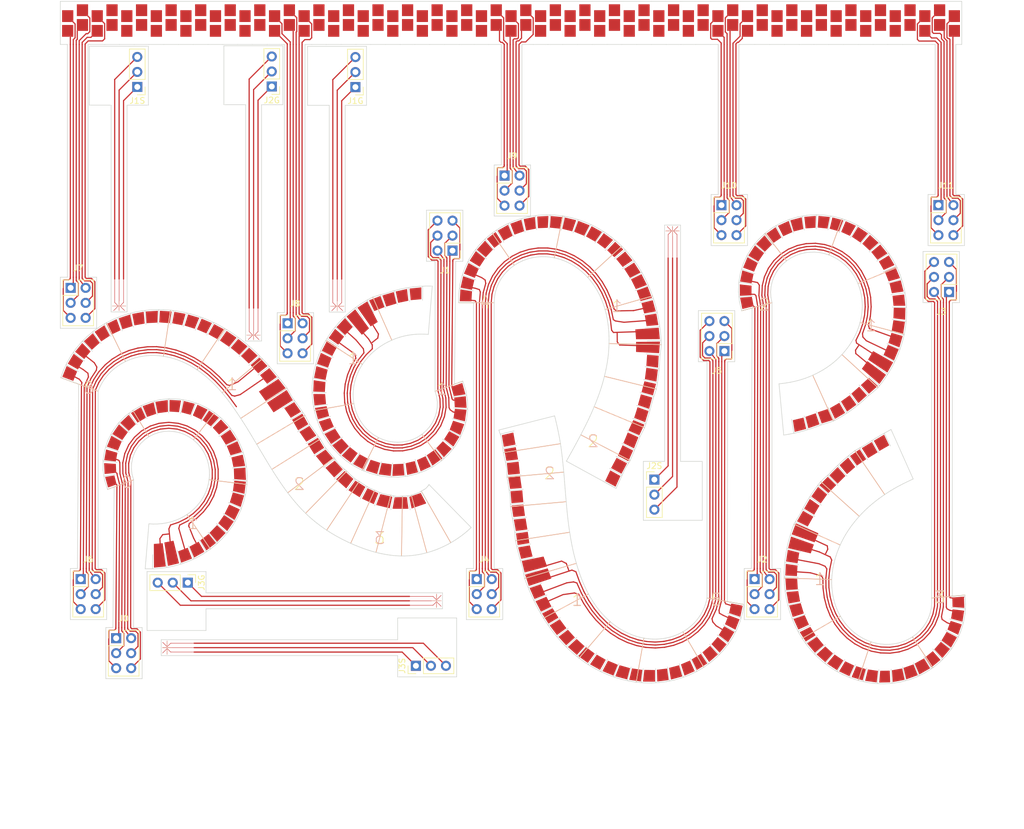
<source format=kicad_pcb>
(kicad_pcb (version 20171130) (host pcbnew "(5.1.9)-1")
  (layers (0 F.Cu signal) (31 B.Cu signal) (34 B.Paste user) (35 F.Paste user) (36 B.SilkS user) (37 F.SilkS user) (38 B.Mask user) (39 F.Mask user) (44 Edge.Cuts user))
  (net 0 "")
  (module Connector_PinHeader_2.54mm:PinHeader_1x03_P2.54mm_Vertical (layer F.Cu) (at 65.525 28.515 180)
    (fp_text reference J1G (at 0 -2.33) (layer F.SilkS))
    (fp_text value PinHeader_1x03_P2.54mm_Vertical)
    (pad 3 thru_hole oval (at 0 5.08 180) (size 1.7 1.7) (drill 1) (layers *.Cu *.Mask))
    (pad 2 thru_hole oval (at 0 2.54 180) (size 1.7 1.7) (drill 1) (layers *.Cu *.Mask))
    (pad 1 thru_hole rect (at 0 0 180) (size 1.7 1.7) (drill 1) (layers *.Cu *.Mask))
  )
  (module Connector_PinHeader_2.54mm:PinHeader_1x03_P2.54mm_Vertical (layer F.Cu) (at 75.76 126.475 90)
    (fp_text reference J3S (at 0 -2.33 90) (layer F.SilkS))
    (fp_text value PinHeader_1x03_P2.54mm_Vertical)
    (pad 1 thru_hole rect (at 0 0 90) (size 1.7 1.7) (drill 1) (layers *.Cu *.Mask))
    (pad 2 thru_hole oval (at 0 2.54 90) (size 1.7 1.7) (drill 1) (layers *.Cu *.Mask))
    (pad 3 thru_hole oval (at 0 5.08 90) (size 1.7 1.7) (drill 1) (layers *.Cu *.Mask))
  )
  (module Connector_PinHeader_2.54mm:PinHeader_1x03_P2.54mm_Vertical (layer F.Cu) (at 28.625 28.49 180)
    (fp_text reference J1S (at 0 -2.33) (layer F.SilkS))
    (fp_text value PinHeader_1x03_P2.54mm_Vertical)
    (pad 1 thru_hole rect (at 0 0 180) (size 1.7 1.7) (drill 1) (layers *.Cu *.Mask))
    (pad 2 thru_hole oval (at 0 2.54 180) (size 1.7 1.7) (drill 1) (layers *.Cu *.Mask))
    (pad 3 thru_hole oval (at 0 5.08 180) (size 1.7 1.7) (drill 1) (layers *.Cu *.Mask))
  )
  (module Connector_PinHeader_2.54mm:PinHeader_1x03_P2.54mm_Vertical (layer F.Cu) (at 51.375 28.415 180)
    (fp_text reference J2G (at 0 -2.33) (layer F.SilkS))
    (fp_text value PinHeader_1x03_P2.54mm_Vertical)
    (pad 1 thru_hole rect (at 0 0 180) (size 1.7 1.7) (drill 1) (layers *.Cu *.Mask))
    (pad 2 thru_hole oval (at 0 2.54 180) (size 1.7 1.7) (drill 1) (layers *.Cu *.Mask))
    (pad 3 thru_hole oval (at 0 5.08 180) (size 1.7 1.7) (drill 1) (layers *.Cu *.Mask))
  )
  (module Connector_PinHeader_2.54mm:PinHeader_1x03_P2.54mm_Vertical (layer F.Cu) (at 37.165 112.4 270)
    (fp_text reference J3G (at 0 -2.33 90) (layer F.SilkS))
    (fp_text value PinHeader_1x03_P2.54mm_Vertical)
    (pad 1 thru_hole rect (at 0 0 270) (size 1.7 1.7) (drill 1) (layers *.Cu *.Mask))
    (pad 2 thru_hole oval (at 0 2.54 270) (size 1.7 1.7) (drill 1) (layers *.Cu *.Mask))
    (pad 3 thru_hole oval (at 0 5.08 270) (size 1.7 1.7) (drill 1) (layers *.Cu *.Mask))
  )
  (module Connector_PinHeader_2.54mm:PinHeader_2x03_P2.54mm_Vertical (layer F.Cu) (at 25.05 121.8)
    (fp_text reference J0 (at 1.27 -3.33) (layer F.SilkS))
    (fp_text value PinHeader_2x03_P2.54mm_Vertical)
    (pad 6 thru_hole oval (at 2.54 5.08) (size 1.7 1.7) (drill 1) (layers *.Cu *.Mask))
    (pad 5 thru_hole oval (at 0 5.08) (size 1.7 1.7) (drill 1) (layers *.Cu *.Mask))
    (pad 4 thru_hole oval (at 2.54 2.54) (size 1.7 1.7) (drill 1) (layers *.Cu *.Mask))
    (pad 3 thru_hole oval (at 0 2.54) (size 1.7 1.7) (drill 1) (layers *.Cu *.Mask))
    (pad 2 thru_hole oval (at 2.54 0) (size 1.7 1.7) (drill 1) (layers *.Cu *.Mask))
    (pad 1 thru_hole rect (at 0 0) (size 1.7 1.7) (drill 1) (layers *.Cu *.Mask))
  )
  (module Connector_PinHeader_2.54mm:PinHeader_2x03_P2.54mm_Vertical (layer F.Cu) (at 81.95 56.2 180)
    (fp_text reference J1 (at 1.27 -3.33) (layer F.SilkS))
    (fp_text value PinHeader_2x03_P2.54mm_Vertical)
    (pad 6 thru_hole oval (at 2.54 5.08) (size 1.7 1.7) (drill 1) (layers *.Cu *.Mask))
    (pad 5 thru_hole oval (at 0 5.08) (size 1.7 1.7) (drill 1) (layers *.Cu *.Mask))
    (pad 4 thru_hole oval (at 2.54 2.54) (size 1.7 1.7) (drill 1) (layers *.Cu *.Mask))
    (pad 3 thru_hole oval (at 0 2.54) (size 1.7 1.7) (drill 1) (layers *.Cu *.Mask))
    (pad 2 thru_hole oval (at 2.54 0) (size 1.7 1.7) (drill 1) (layers *.Cu *.Mask))
    (pad 1 thru_hole rect (at 0 0) (size 1.7 1.7) (drill 1) (layers *.Cu *.Mask))
  )
  (module Connector_PinHeader_2.54mm:PinHeader_2x03_P2.54mm_Vertical (layer F.Cu) (at 133.05 111.8)
    (fp_text reference J2 (at 1.27 -3.33) (layer F.SilkS))
    (fp_text value PinHeader_2x03_P2.54mm_Vertical)
    (pad 6 thru_hole oval (at 2.54 5.08) (size 1.7 1.7) (drill 1) (layers *.Cu *.Mask))
    (pad 5 thru_hole oval (at 0 5.08) (size 1.7 1.7) (drill 1) (layers *.Cu *.Mask))
    (pad 4 thru_hole oval (at 2.54 2.54) (size 1.7 1.7) (drill 1) (layers *.Cu *.Mask))
    (pad 3 thru_hole oval (at 0 2.54) (size 1.7 1.7) (drill 1) (layers *.Cu *.Mask))
    (pad 2 thru_hole oval (at 2.54 0) (size 1.7 1.7) (drill 1) (layers *.Cu *.Mask))
    (pad 1 thru_hole rect (at 0 0) (size 1.7 1.7) (drill 1) (layers *.Cu *.Mask))
  )
  (module Connector_PinHeader_2.54mm:PinHeader_2x03_P2.54mm_Vertical (layer F.Cu) (at 165.95 63.2 180)
    (fp_text reference J3 (at 1.27 -3.33) (layer F.SilkS))
    (fp_text value PinHeader_2x03_P2.54mm_Vertical)
    (pad 6 thru_hole oval (at 2.54 5.08) (size 1.7 1.7) (drill 1) (layers *.Cu *.Mask))
    (pad 5 thru_hole oval (at 0 5.08) (size 1.7 1.7) (drill 1) (layers *.Cu *.Mask))
    (pad 4 thru_hole oval (at 2.54 2.54) (size 1.7 1.7) (drill 1) (layers *.Cu *.Mask))
    (pad 3 thru_hole oval (at 0 2.54) (size 1.7 1.7) (drill 1) (layers *.Cu *.Mask))
    (pad 2 thru_hole oval (at 2.54 0) (size 1.7 1.7) (drill 1) (layers *.Cu *.Mask))
    (pad 1 thru_hole rect (at 0 0) (size 1.7 1.7) (drill 1) (layers *.Cu *.Mask))
  )
  (module Connector_PinHeader_2.54mm:PinHeader_2x03_P2.54mm_Vertical (layer F.Cu) (at 86.05 111.8)
    (fp_text reference J4 (at 1.27 -3.33) (layer F.SilkS))
    (fp_text value PinHeader_2x03_P2.54mm_Vertical)
    (pad 6 thru_hole oval (at 2.54 5.08) (size 1.7 1.7) (drill 1) (layers *.Cu *.Mask))
    (pad 5 thru_hole oval (at 0 5.08) (size 1.7 1.7) (drill 1) (layers *.Cu *.Mask))
    (pad 4 thru_hole oval (at 2.54 2.54) (size 1.7 1.7) (drill 1) (layers *.Cu *.Mask))
    (pad 3 thru_hole oval (at 0 2.54) (size 1.7 1.7) (drill 1) (layers *.Cu *.Mask))
    (pad 2 thru_hole oval (at 2.54 0) (size 1.7 1.7) (drill 1) (layers *.Cu *.Mask))
    (pad 1 thru_hole rect (at 0 0) (size 1.7 1.7) (drill 1) (layers *.Cu *.Mask))
  )
  (module Connector_PinHeader_2.54mm:PinHeader_2x03_P2.54mm_Vertical (layer F.Cu) (at 127.95 73.2 180)
    (fp_text reference J5 (at 1.27 -3.33) (layer F.SilkS))
    (fp_text value PinHeader_2x03_P2.54mm_Vertical)
    (pad 6 thru_hole oval (at 2.54 5.08) (size 1.7 1.7) (drill 1) (layers *.Cu *.Mask))
    (pad 5 thru_hole oval (at 0 5.08) (size 1.7 1.7) (drill 1) (layers *.Cu *.Mask))
    (pad 4 thru_hole oval (at 2.54 2.54) (size 1.7 1.7) (drill 1) (layers *.Cu *.Mask))
    (pad 3 thru_hole oval (at 0 2.54) (size 1.7 1.7) (drill 1) (layers *.Cu *.Mask))
    (pad 2 thru_hole oval (at 2.54 0) (size 1.7 1.7) (drill 1) (layers *.Cu *.Mask))
    (pad 1 thru_hole rect (at 0 0) (size 1.7 1.7) (drill 1) (layers *.Cu *.Mask))
  )
  (module Connector_PinHeader_2.54mm:PinHeader_2x03_P2.54mm_Vertical (layer F.Cu) (at 19.05 111.8)
    (fp_text reference J6 (at 1.27 -3.33) (layer F.SilkS))
    (fp_text value PinHeader_2x03_P2.54mm_Vertical)
    (pad 6 thru_hole oval (at 2.54 5.08) (size 1.7 1.7) (drill 1) (layers *.Cu *.Mask))
    (pad 5 thru_hole oval (at 0 5.08) (size 1.7 1.7) (drill 1) (layers *.Cu *.Mask))
    (pad 4 thru_hole oval (at 2.54 2.54) (size 1.7 1.7) (drill 1) (layers *.Cu *.Mask))
    (pad 3 thru_hole oval (at 0 2.54) (size 1.7 1.7) (drill 1) (layers *.Cu *.Mask))
    (pad 2 thru_hole oval (at 2.54 0) (size 1.7 1.7) (drill 1) (layers *.Cu *.Mask))
    (pad 1 thru_hole rect (at 0 0) (size 1.7 1.7) (drill 1) (layers *.Cu *.Mask))
  )
  (module Connector_PinHeader_2.54mm:PinHeader_2x03_P2.54mm_Vertical (layer F.Cu) (at 17.35 62.5)
    (fp_text reference J7 (at 1.27 -3.33) (layer F.SilkS))
    (fp_text value PinHeader_2x03_P2.54mm_Vertical)
    (pad 6 thru_hole oval (at 2.54 5.08) (size 1.7 1.7) (drill 1) (layers *.Cu *.Mask))
    (pad 5 thru_hole oval (at 0 5.08) (size 1.7 1.7) (drill 1) (layers *.Cu *.Mask))
    (pad 4 thru_hole oval (at 2.54 2.54) (size 1.7 1.7) (drill 1) (layers *.Cu *.Mask))
    (pad 3 thru_hole oval (at 0 2.54) (size 1.7 1.7) (drill 1) (layers *.Cu *.Mask))
    (pad 2 thru_hole oval (at 2.54 0) (size 1.7 1.7) (drill 1) (layers *.Cu *.Mask))
    (pad 1 thru_hole rect (at 0 0) (size 1.7 1.7) (drill 1) (layers *.Cu *.Mask))
  )
  (module Connector_PinHeader_2.54mm:PinHeader_2x03_P2.54mm_Vertical (layer F.Cu) (at 54.05 68.5)
    (fp_text reference J8 (at 1.27 -3.33) (layer F.SilkS))
    (fp_text value PinHeader_2x03_P2.54mm_Vertical)
    (pad 6 thru_hole oval (at 2.54 5.08) (size 1.7 1.7) (drill 1) (layers *.Cu *.Mask))
    (pad 5 thru_hole oval (at 0 5.08) (size 1.7 1.7) (drill 1) (layers *.Cu *.Mask))
    (pad 4 thru_hole oval (at 2.54 2.54) (size 1.7 1.7) (drill 1) (layers *.Cu *.Mask))
    (pad 3 thru_hole oval (at 0 2.54) (size 1.7 1.7) (drill 1) (layers *.Cu *.Mask))
    (pad 2 thru_hole oval (at 2.54 0) (size 1.7 1.7) (drill 1) (layers *.Cu *.Mask))
    (pad 1 thru_hole rect (at 0 0) (size 1.7 1.7) (drill 1) (layers *.Cu *.Mask))
  )
  (module Connector_PinHeader_2.54mm:PinHeader_2x03_P2.54mm_Vertical (layer F.Cu) (at 90.75 43.5)
    (fp_text reference J9 (at 1.27 -3.33) (layer F.SilkS))
    (fp_text value PinHeader_2x03_P2.54mm_Vertical)
    (pad 6 thru_hole oval (at 2.54 5.08) (size 1.7 1.7) (drill 1) (layers *.Cu *.Mask))
    (pad 5 thru_hole oval (at 0 5.08) (size 1.7 1.7) (drill 1) (layers *.Cu *.Mask))
    (pad 4 thru_hole oval (at 2.54 2.54) (size 1.7 1.7) (drill 1) (layers *.Cu *.Mask))
    (pad 3 thru_hole oval (at 0 2.54) (size 1.7 1.7) (drill 1) (layers *.Cu *.Mask))
    (pad 2 thru_hole oval (at 2.54 0) (size 1.7 1.7) (drill 1) (layers *.Cu *.Mask))
    (pad 1 thru_hole rect (at 0 0) (size 1.7 1.7) (drill 1) (layers *.Cu *.Mask))
  )
  (module Connector_PinHeader_2.54mm:PinHeader_2x03_P2.54mm_Vertical (layer F.Cu) (at 127.45 48.5)
    (fp_text reference J10 (at 1.27 -3.33) (layer F.SilkS))
    (fp_text value PinHeader_2x03_P2.54mm_Vertical)
    (pad 6 thru_hole oval (at 2.54 5.08) (size 1.7 1.7) (drill 1) (layers *.Cu *.Mask))
    (pad 5 thru_hole oval (at 0 5.08) (size 1.7 1.7) (drill 1) (layers *.Cu *.Mask))
    (pad 4 thru_hole oval (at 2.54 2.54) (size 1.7 1.7) (drill 1) (layers *.Cu *.Mask))
    (pad 3 thru_hole oval (at 0 2.54) (size 1.7 1.7) (drill 1) (layers *.Cu *.Mask))
    (pad 2 thru_hole oval (at 2.54 0) (size 1.7 1.7) (drill 1) (layers *.Cu *.Mask))
    (pad 1 thru_hole rect (at 0 0) (size 1.7 1.7) (drill 1) (layers *.Cu *.Mask))
  )
  (module Connector_PinHeader_2.54mm:PinHeader_2x03_P2.54mm_Vertical (layer F.Cu) (at 164.15 48.5)
    (fp_text reference J11 (at 1.27 -3.33) (layer F.SilkS))
    (fp_text value PinHeader_2x03_P2.54mm_Vertical)
    (pad 6 thru_hole oval (at 2.54 5.08) (size 1.7 1.7) (drill 1) (layers *.Cu *.Mask))
    (pad 5 thru_hole oval (at 0 5.08) (size 1.7 1.7) (drill 1) (layers *.Cu *.Mask))
    (pad 4 thru_hole oval (at 2.54 2.54) (size 1.7 1.7) (drill 1) (layers *.Cu *.Mask))
    (pad 3 thru_hole oval (at 0 2.54) (size 1.7 1.7) (drill 1) (layers *.Cu *.Mask))
    (pad 2 thru_hole oval (at 2.54 0) (size 1.7 1.7) (drill 1) (layers *.Cu *.Mask))
    (pad 1 thru_hole rect (at 0 0) (size 1.7 1.7) (drill 1) (layers *.Cu *.Mask))
  )
  (module Connector_PinHeader_2.54mm:PinHeader_1x03_P2.54mm_Vertical (layer F.Cu) (at 116.1 94.96)
    (fp_text reference J2S (at 0 -2.33) (layer F.SilkS))
    (fp_text value PinHeader_1x03_P2.54mm_Vertical)
    (pad 3 thru_hole oval (at 0 5.08) (size 1.7 1.7) (drill 1) (layers *.Cu *.Mask))
    (pad 2 thru_hole oval (at 0 2.54) (size 1.7 1.7) (drill 1) (layers *.Cu *.Mask))
    (pad 1 thru_hole rect (at 0 0) (size 1.7 1.7) (drill 1) (layers *.Cu *.Mask))
  )
  (gr_line (start 33.675 124.525) (end 33.675 122.275) (layer B.SilkS) (width 0.12))
  (gr_line (start 34.45 123.4) (end 32.9 123.4) (layer B.SilkS) (width 0.12))
  (gr_line (start 79.25 116.6) (end 79.25 114.35) (layer B.SilkS) (width 0.12))
  (gr_line (start 80.025 115.475) (end 78.475 115.475) (layer B.SilkS) (width 0.12))
  (gr_line (start 118.05 52.875) (end 120.3 52.875) (layer B.SilkS) (width 0.12))
  (gr_line (start 119.175 53.65) (end 119.175 52.1) (layer B.SilkS) (width 0.12))
  (gr_line (start 24.425 65.575) (end 26.675 65.575) (layer B.SilkS) (width 0.12))
  (gr_line (start 25.55 66.35) (end 25.55 64.8) (layer B.SilkS) (width 0.12))
  (gr_line (start 47.175 70.5) (end 49.425 70.5) (layer B.SilkS) (width 0.12))
  (gr_line (start 48.3 71.275) (end 48.3 69.725) (layer B.SilkS) (width 0.12))
  (gr_line (start 62.45 66.375) (end 62.45 64.825) (layer B.SilkS) (width 0.12))
  (gr_line (start 61.325 65.6) (end 63.575 65.6) (layer B.SilkS) (width 0.12))
  (gr_line (start 15.6 21.3) (end 16.8 21.3) (layer Edge.Cuts) (width 0.1))
  (gr_line (start 20.3 21.3) (end 20.6 21.3) (layer Edge.Cuts) (width 0.1))
  (gr_line (start 57.425 31.6) (end 57.425 21.625) (layer Edge.Cuts) (width 0.1))
  (gr_line (start 61.1 66.6) (end 61.1 31.6) (layer Edge.Cuts) (width 0.1))
  (gr_line (start 57.425 21.625) (end 67.4 21.625) (layer Edge.Cuts) (width 0.1))
  (gr_line (start 61.1 31.6) (end 57.425 31.6) (layer Edge.Cuts) (width 0.1))
  (gr_line (start 63.8 31.6) (end 63.8 66.6) (layer Edge.Cuts) (width 0.1))
  (gr_line (start 67.4 21.625) (end 67.4 31.6) (layer Edge.Cuts) (width 0.1))
  (gr_line (start 67.4 31.6) (end 63.8 31.6) (layer Edge.Cuts) (width 0.1))
  (gr_line (start 63.8 66.6) (end 61.1 66.6) (layer Edge.Cuts) (width 0.1))
  (gr_line (start 72.675 122.05) (end 72.675 118.375) (layer Edge.Cuts) (width 0.1))
  (gr_line (start 72.675 124.75) (end 32.675 124.75) (layer Edge.Cuts) (width 0.1))
  (gr_line (start 32.675 124.75) (end 32.675 122.05) (layer Edge.Cuts) (width 0.1))
  (gr_line (start 72.675 128.35) (end 72.675 124.75) (layer Edge.Cuts) (width 0.1))
  (gr_line (start 82.65 128.35) (end 72.675 128.35) (layer Edge.Cuts) (width 0.1))
  (gr_line (start 72.675 118.375) (end 82.65 118.375) (layer Edge.Cuts) (width 0.1))
  (gr_line (start 32.675 122.05) (end 72.675 122.05) (layer Edge.Cuts) (width 0.1))
  (gr_line (start 82.65 118.375) (end 82.65 128.35) (layer Edge.Cuts) (width 0.1))
  (gr_line (start 24.2 31.575) (end 20.525 31.575) (layer Edge.Cuts) (width 0.1))
  (gr_line (start 26.9 31.575) (end 26.9 66.575) (layer Edge.Cuts) (width 0.1))
  (gr_line (start 26.9 66.575) (end 24.2 66.575) (layer Edge.Cuts) (width 0.1))
  (gr_line (start 30.5 31.575) (end 26.9 31.575) (layer Edge.Cuts) (width 0.1))
  (gr_line (start 30.5 21.6) (end 30.5 31.575) (layer Edge.Cuts) (width 0.1))
  (gr_line (start 20.525 31.575) (end 20.525 21.6) (layer Edge.Cuts) (width 0.1))
  (gr_line (start 24.2 66.575) (end 24.2 31.575) (layer Edge.Cuts) (width 0.1))
  (gr_line (start 20.525 21.6) (end 30.5 21.6) (layer Edge.Cuts) (width 0.1))
  (gr_line (start 46.95 31.5) (end 43.275 31.5) (layer Edge.Cuts) (width 0.1))
  (gr_line (start 49.65 31.5) (end 49.65 71.5) (layer Edge.Cuts) (width 0.1))
  (gr_line (start 49.65 71.5) (end 46.95 71.5) (layer Edge.Cuts) (width 0.1))
  (gr_line (start 53.25 31.5) (end 49.65 31.5) (layer Edge.Cuts) (width 0.1))
  (gr_line (start 53.25 21.525) (end 53.25 31.5) (layer Edge.Cuts) (width 0.1))
  (gr_line (start 43.275 31.5) (end 43.275 21.525) (layer Edge.Cuts) (width 0.1))
  (gr_line (start 46.95 71.5) (end 46.95 31.5) (layer Edge.Cuts) (width 0.1))
  (gr_line (start 43.275 21.525) (end 53.25 21.525) (layer Edge.Cuts) (width 0.1))
  (gr_line (start 40.25 116.825) (end 40.25 120.5) (layer Edge.Cuts) (width 0.1))
  (gr_line (start 40.25 114.125) (end 80.25 114.125) (layer Edge.Cuts) (width 0.1))
  (gr_line (start 80.25 114.125) (end 80.25 116.825) (layer Edge.Cuts) (width 0.1))
  (gr_line (start 40.25 110.525) (end 40.25 114.125) (layer Edge.Cuts) (width 0.1))
  (gr_line (start 30.275 110.525) (end 40.25 110.525) (layer Edge.Cuts) (width 0.1))
  (gr_line (start 40.25 120.5) (end 30.275 120.5) (layer Edge.Cuts) (width 0.1))
  (gr_line (start 80.25 116.825) (end 40.25 116.825) (layer Edge.Cuts) (width 0.1))
  (gr_line (start 30.275 120.5) (end 30.275 110.525) (layer Edge.Cuts) (width 0.1))
  (gr_line (start 23.3 128.65) (end 29.45 128.65) (layer Edge.Cuts) (width 0.1))
  (gr_line (start 23.3 120) (end 23.3 128.65) (layer Edge.Cuts) (width 0.1))
  (gr_line (start 29.45 120) (end 29.45 128.65) (layer Edge.Cuts) (width 0.1))
  (gr_line (start 29.45 120) (end 28 120) (layer Edge.Cuts) (width 0.1))
  (gr_line (start 23.3 120) (end 24.5 120) (layer Edge.Cuts) (width 0.1))
  (gr_text 0 (at 26.898 95.401) (layer F.SilkS) (effects (font (size 2 2))))
  (gr_text 0 (at 26.898 95.401) (layer B.SilkS) (effects (font (size 2 2)) (justify mirror)))
  (gr_line (start 28 95) (end 23.593 96.604) (layer F.SilkS) (width 0.12))
  (gr_line (start 28 95) (end 23.593 96.604) (layer B.SilkS) (width 0.12))
  (gr_line (start 30.605 87.688) (end 27.863 83.236) (layer F.SilkS) (width 0.12))
  (gr_line (start 30.605 87.688) (end 27.863 83.236) (layer B.SilkS) (width 0.12))
  (gr_line (start 38.109 88.227) (end 41.691 83.631) (layer F.SilkS) (width 0.12))
  (gr_line (start 38.109 88.227) (end 41.691 83.631) (layer B.SilkS) (width 0.12))
  (gr_line (start 40.774 94.981) (end 47.168 95.78) (layer F.SilkS) (width 0.12))
  (gr_line (start 40.774 94.981) (end 47.168 95.78) (layer B.SilkS) (width 0.12))
  (gr_line (start 37.036 100.859) (end 40.986 106.714) (layer F.SilkS) (width 0.12))
  (gr_line (start 37.036 100.859) (end 40.986 106.714) (layer B.SilkS) (width 0.12))
  (gr_text 1 (at 38.023 102.323) (layer F.SilkS) (effects (font (size 2 2))))
  (gr_text 1 (at 38.023 102.323) (layer B.SilkS) (effects (font (size 2 2)) (justify mirror)))
  (gr_line (start 30.59 102.441) (end 29.959 110.067) (layer Edge.Cuts) (width 0.1))
  (gr_line (start 28 95) (end 28 120) (layer Edge.Cuts) (width 0.1))
  (gr_line (start 24.5 120) (end 24.711 96.197) (layer Edge.Cuts) (width 0.1))
  (gr_line (start 24.711 96.197) (end 23.593 96.604) (layer Edge.Cuts) (width 0.1))
  (gr_line (start 28 95) (end 27.739 94.082) (layer Edge.Cuts) (width 0.1))
  (gr_line (start 27.739 94.082) (end 27.629 93.138) (layer Edge.Cuts) (width 0.1))
  (gr_line (start 27.629 93.138) (end 27.67 92.195) (layer Edge.Cuts) (width 0.1))
  (gr_line (start 27.67 92.195) (end 27.855 91.274) (layer Edge.Cuts) (width 0.1))
  (gr_line (start 27.855 91.274) (end 28.179 90.397) (layer Edge.Cuts) (width 0.1))
  (gr_line (start 28.179 90.397) (end 28.631 89.585) (layer Edge.Cuts) (width 0.1))
  (gr_line (start 28.631 89.585) (end 29.196 88.853) (layer Edge.Cuts) (width 0.1))
  (gr_line (start 29.196 88.853) (end 29.859 88.217) (layer Edge.Cuts) (width 0.1))
  (gr_line (start 29.859 88.217) (end 30.605 87.688) (layer Edge.Cuts) (width 0.1))
  (gr_line (start 30.605 87.688) (end 31.414 87.274) (layer Edge.Cuts) (width 0.1))
  (gr_line (start 31.414 87.274) (end 32.269 86.98) (layer Edge.Cuts) (width 0.1))
  (gr_line (start 32.269 86.98) (end 33.152 86.81) (layer Edge.Cuts) (width 0.1))
  (gr_line (start 33.152 86.81) (end 34.045 86.764) (layer Edge.Cuts) (width 0.1))
  (gr_line (start 34.045 86.764) (end 34.931 86.839) (layer Edge.Cuts) (width 0.1))
  (gr_line (start 34.931 86.839) (end 35.794 87.029) (layer Edge.Cuts) (width 0.1))
  (gr_line (start 35.794 87.029) (end 36.619 87.33) (layer Edge.Cuts) (width 0.1))
  (gr_line (start 36.619 87.33) (end 37.395 87.732) (layer Edge.Cuts) (width 0.1))
  (gr_line (start 37.395 87.732) (end 38.109 88.227) (layer Edge.Cuts) (width 0.1))
  (gr_line (start 38.109 88.227) (end 38.753 88.803) (layer Edge.Cuts) (width 0.1))
  (gr_line (start 38.753 88.803) (end 39.317 89.449) (layer Edge.Cuts) (width 0.1))
  (gr_line (start 39.317 89.449) (end 39.798 90.155) (layer Edge.Cuts) (width 0.1))
  (gr_line (start 39.798 90.155) (end 40.189 90.908) (layer Edge.Cuts) (width 0.1))
  (gr_line (start 40.189 90.908) (end 40.489 91.696) (layer Edge.Cuts) (width 0.1))
  (gr_line (start 40.489 91.696) (end 40.697 92.508) (layer Edge.Cuts) (width 0.1))
  (gr_line (start 40.697 92.508) (end 40.812 93.333) (layer Edge.Cuts) (width 0.1))
  (gr_line (start 40.812 93.333) (end 40.837 94.16) (layer Edge.Cuts) (width 0.1))
  (gr_line (start 40.837 94.16) (end 40.774 94.981) (layer Edge.Cuts) (width 0.1))
  (gr_line (start 40.774 94.981) (end 40.626 95.786) (layer Edge.Cuts) (width 0.1))
  (gr_line (start 40.626 95.786) (end 40.399 96.566) (layer Edge.Cuts) (width 0.1))
  (gr_line (start 40.399 96.566) (end 40.096 97.315) (layer Edge.Cuts) (width 0.1))
  (gr_line (start 40.096 97.315) (end 39.724 98.026) (layer Edge.Cuts) (width 0.1))
  (gr_line (start 39.724 98.026) (end 39.288 98.694) (layer Edge.Cuts) (width 0.1))
  (gr_line (start 39.288 98.694) (end 38.795 99.315) (layer Edge.Cuts) (width 0.1))
  (gr_line (start 38.795 99.315) (end 38.251 99.884) (layer Edge.Cuts) (width 0.1))
  (gr_line (start 38.251 99.884) (end 37.663 100.4) (layer Edge.Cuts) (width 0.1))
  (gr_line (start 37.663 100.4) (end 37.036 100.859) (layer Edge.Cuts) (width 0.1))
  (gr_line (start 37.036 100.859) (end 36.377 101.261) (layer Edge.Cuts) (width 0.1))
  (gr_line (start 36.377 101.261) (end 35.691 101.604) (layer Edge.Cuts) (width 0.1))
  (gr_line (start 35.691 101.604) (end 34.985 101.89) (layer Edge.Cuts) (width 0.1))
  (gr_line (start 34.985 101.89) (end 34.264 102.118) (layer Edge.Cuts) (width 0.1))
  (gr_line (start 34.264 102.118) (end 33.532 102.29) (layer Edge.Cuts) (width 0.1))
  (gr_line (start 33.532 102.29) (end 32.795 102.406) (layer Edge.Cuts) (width 0.1))
  (gr_line (start 32.795 102.406) (end 32.057 102.468) (layer Edge.Cuts) (width 0.1))
  (gr_line (start 32.057 102.468) (end 31.321 102.479) (layer Edge.Cuts) (width 0.1))
  (gr_line (start 31.321 102.479) (end 30.59 102.441) (layer Edge.Cuts) (width 0.1))
  (gr_line (start 23.593 96.604) (end 23.093 95.043) (layer Edge.Cuts) (width 0.1))
  (gr_line (start 23.093 95.043) (end 22.832 93.351) (layer Edge.Cuts) (width 0.1))
  (gr_line (start 22.832 93.351) (end 22.841 91.645) (layer Edge.Cuts) (width 0.1))
  (gr_line (start 22.841 91.645) (end 23.114 89.965) (layer Edge.Cuts) (width 0.1))
  (gr_line (start 23.114 89.965) (end 23.64 88.352) (layer Edge.Cuts) (width 0.1))
  (gr_line (start 23.64 88.352) (end 24.402 86.843) (layer Edge.Cuts) (width 0.1))
  (gr_line (start 24.402 86.843) (end 25.377 85.469) (layer Edge.Cuts) (width 0.1))
  (gr_line (start 25.377 85.469) (end 26.541 84.259) (layer Edge.Cuts) (width 0.1))
  (gr_line (start 26.541 84.259) (end 27.863 83.236) (layer Edge.Cuts) (width 0.1))
  (gr_line (start 27.863 83.236) (end 29.312 82.416) (layer Edge.Cuts) (width 0.1))
  (gr_line (start 29.312 82.416) (end 30.857 81.812) (layer Edge.Cuts) (width 0.1))
  (gr_line (start 30.857 81.812) (end 32.463 81.431) (layer Edge.Cuts) (width 0.1))
  (gr_line (start 32.463 81.431) (end 34.098 81.275) (layer Edge.Cuts) (width 0.1))
  (gr_line (start 34.098 81.275) (end 35.731 81.34) (layer Edge.Cuts) (width 0.1))
  (gr_line (start 35.731 81.34) (end 37.333 81.621) (layer Edge.Cuts) (width 0.1))
  (gr_line (start 37.333 81.621) (end 38.876 82.106) (layer Edge.Cuts) (width 0.1))
  (gr_line (start 38.876 82.106) (end 40.336 82.782) (layer Edge.Cuts) (width 0.1))
  (gr_line (start 40.336 82.782) (end 41.691 83.631) (layer Edge.Cuts) (width 0.1))
  (gr_line (start 41.691 83.631) (end 42.922 84.637) (layer Edge.Cuts) (width 0.1))
  (gr_line (start 42.922 84.637) (end 44.015 85.777) (layer Edge.Cuts) (width 0.1))
  (gr_line (start 44.015 85.777) (end 44.958 87.032) (layer Edge.Cuts) (width 0.1))
  (gr_line (start 44.958 87.032) (end 45.741 88.38) (layer Edge.Cuts) (width 0.1))
  (gr_line (start 45.741 88.38) (end 46.36 89.8) (layer Edge.Cuts) (width 0.1))
  (gr_line (start 46.36 89.8) (end 46.811 91.27) (layer Edge.Cuts) (width 0.1))
  (gr_line (start 46.811 91.27) (end 47.094 92.769) (layer Edge.Cuts) (width 0.1))
  (gr_line (start 47.094 92.769) (end 47.211 94.279) (layer Edge.Cuts) (width 0.1))
  (gr_line (start 47.211 94.279) (end 47.168 95.78) (layer Edge.Cuts) (width 0.1))
  (gr_line (start 47.168 95.78) (end 46.971 97.257) (layer Edge.Cuts) (width 0.1))
  (gr_line (start 46.971 97.257) (end 46.626 98.694) (layer Edge.Cuts) (width 0.1))
  (gr_line (start 46.626 98.694) (end 46.145 100.078) (layer Edge.Cuts) (width 0.1))
  (gr_line (start 46.145 100.078) (end 45.536 101.396) (layer Edge.Cuts) (width 0.1))
  (gr_line (start 45.536 101.396) (end 44.811 102.638) (layer Edge.Cuts) (width 0.1))
  (gr_line (start 44.811 102.638) (end 43.981 103.797) (layer Edge.Cuts) (width 0.1))
  (gr_line (start 43.981 103.797) (end 43.059 104.865) (layer Edge.Cuts) (width 0.1))
  (gr_line (start 43.059 104.865) (end 42.055 105.837) (layer Edge.Cuts) (width 0.1))
  (gr_line (start 42.055 105.837) (end 40.986 106.714) (layer Edge.Cuts) (width 0.1))
  (gr_line (start 40.986 106.714) (end 39.856 107.484) (layer Edge.Cuts) (width 0.1))
  (gr_line (start 39.856 107.484) (end 38.68 108.151) (layer Edge.Cuts) (width 0.1))
  (gr_line (start 38.68 108.151) (end 37.469 108.715) (layer Edge.Cuts) (width 0.1))
  (gr_line (start 37.469 108.715) (end 36.231 109.178) (layer Edge.Cuts) (width 0.1))
  (gr_line (start 36.231 109.178) (end 34.977 109.541) (layer Edge.Cuts) (width 0.1))
  (gr_line (start 34.977 109.541) (end 33.715 109.808) (layer Edge.Cuts) (width 0.1))
  (gr_line (start 33.715 109.808) (end 32.454 109.982) (layer Edge.Cuts) (width 0.1))
  (gr_line (start 32.454 109.982) (end 31.199 110.067) (layer Edge.Cuts) (width 0.1))
  (gr_line (start 31.199 110.067) (end 29.959 110.067) (layer Edge.Cuts) (width 0.1))
  (gr_line (start 24.85 94.075) (end 22.956 94.371) (layer Edge.Cuts) (width 0.1))
  (gr_line (start 25.217 92.049) (end 22.828 91.815) (layer Edge.Cuts) (width 0.1))
  (gr_line (start 25.527 90.218) (end 23.246 89.472) (layer Edge.Cuts) (width 0.1))
  (gr_line (start 26.221 88.496) (end 24.15 87.283) (layer Edge.Cuts) (width 0.1))
  (gr_line (start 27.258 86.959) (end 25.486 85.34) (layer Edge.Cuts) (width 0.1))
  (gr_line (start 28.588 85.67) (end 27.184 83.723) (layer Edge.Cuts) (width 0.1))
  (gr_line (start 30.265 84.619) (end 29.312 82.416) (layer Edge.Cuts) (width 0.1))
  (gr_line (start 31.996 83.98) (end 31.493 81.633) (layer Edge.Cuts) (width 0.1))
  (gr_line (start 33.943 83.68) (end 33.934 81.28) (layer Edge.Cuts) (width 0.1))
  (gr_line (start 35.905 83.781) (end 36.377 81.427) (layer Edge.Cuts) (width 0.1))
  (gr_line (start 37.679 84.221) (end 38.574 81.993) (layer Edge.Cuts) (width 0.1))
  (gr_line (start 39.451 85.034) (end 40.754 83.019) (layer Edge.Cuts) (width 0.1))
  (gr_line (start 41.031 86.162) (end 42.687 84.424) (layer Edge.Cuts) (width 0.1))
  (gr_line (start 42.451 87.652) (end 44.411 86.267) (layer Edge.Cuts) (width 0.1))
  (gr_line (start 43.498 89.262) (end 45.67 88.242) (layer Edge.Cuts) (width 0.1))
  (gr_line (start 44.245 91.016) (end 46.56 90.383) (layer Edge.Cuts) (width 0.1))
  (gr_line (start 44.703 92.984) (end 47.094 92.769) (layer Edge.Cuts) (width 0.1))
  (gr_line (start 44.813 94.984) (end 47.205 95.182) (layer Edge.Cuts) (width 0.1))
  (gr_line (start 44.587 96.958) (end 46.913 97.548) (layer Edge.Cuts) (width 0.1))
  (gr_line (start 44.049 98.852) (end 46.252 99.806) (layer Edge.Cuts) (width 0.1))
  (gr_line (start 43.171 100.726) (end 45.187 102.027) (layer Edge.Cuts) (width 0.1))
  (gr_line (start 42.017 102.416) (end 43.804 104.018) (layer Edge.Cuts) (width 0.1))
  (gr_line (start 40.634 103.89) (end 42.159 105.744) (layer Edge.Cuts) (width 0.1))
  (gr_line (start 39.074 105.134) (end 40.314 107.188) (layer Edge.Cuts) (width 0.1))
  (gr_line (start 37.273 106.175) (end 38.2 108.389) (layer Edge.Cuts) (width 0.1))
  (gr_line (start 35.372 106.937) (end 35.981 109.258) (layer Edge.Cuts) (width 0.1))
  (gr_line (start 33.31 107.446) (end 33.589 109.83) (layer Edge.Cuts) (width 0.1))
  (gr_line (start 31.238 107.667) (end 31.199 110.067) (layer Edge.Cuts) (width 0.1))
  (gr_line (start 83.7 49.35) (end 77.55 49.35) (layer Edge.Cuts) (width 0.1))
  (gr_line (start 83.7 58) (end 83.7 49.35) (layer Edge.Cuts) (width 0.1))
  (gr_line (start 77.55 58) (end 77.55 49.35) (layer Edge.Cuts) (width 0.1))
  (gr_line (start 77.55 58) (end 79 58) (layer Edge.Cuts) (width 0.1))
  (gr_line (start 83.7 58) (end 82.5 58) (layer Edge.Cuts) (width 0.1))
  (gr_text 1 (at 80.172 79.574) (layer F.SilkS) (effects (font (size 2 2))))
  (gr_text 1 (at 80.172 79.574) (layer B.SilkS) (effects (font (size 2 2)) (justify mirror)))
  (gr_line (start 79 80) (end 83.687 78.294) (layer F.SilkS) (width 0.12))
  (gr_line (start 79 80) (end 83.687 78.294) (layer B.SilkS) (width 0.12))
  (gr_line (start 76.769 87.294) (end 80.119 91.74) (layer F.SilkS) (width 0.12))
  (gr_line (start 76.769 87.294) (end 80.119 91.74) (layer B.SilkS) (width 0.12))
  (gr_line (start 69.412 87.837) (end 66.64 93.359) (layer F.SilkS) (width 0.12))
  (gr_line (start 69.412 87.837) (end 66.64 93.359) (layer B.SilkS) (width 0.12))
  (gr_line (start 65.262 82.081) (end 58.57 83.27) (layer F.SilkS) (width 0.12))
  (gr_line (start 65.262 82.081) (end 58.57 83.27) (layer B.SilkS) (width 0.12))
  (gr_line (start 66.711 75.454) (end 60.504 71.419) (layer F.SilkS) (width 0.12))
  (gr_line (start 66.711 75.454) (end 60.504 71.419) (layer B.SilkS) (width 0.12))
  (gr_line (start 71.674 71.353) (end 68.456 64.058) (layer F.SilkS) (width 0.12))
  (gr_line (start 71.674 71.353) (end 68.456 64.058) (layer B.SilkS) (width 0.12))
  (gr_text 1 (at 65.159 74.445) (layer F.SilkS) (effects (font (size 2 2))))
  (gr_text 1 (at 65.159 74.445) (layer B.SilkS) (effects (font (size 2 2)) (justify mirror)))
  (gr_line (start 77.858 70.376) (end 78.527 62.198) (layer Edge.Cuts) (width 0.1))
  (gr_line (start 79 80) (end 79 58) (layer Edge.Cuts) (width 0.1))
  (gr_line (start 82.5 58) (end 82.289 78.803) (layer Edge.Cuts) (width 0.1))
  (gr_line (start 82.289 78.803) (end 83.687 78.294) (layer Edge.Cuts) (width 0.1))
  (gr_line (start 79 80) (end 79.257 80.892) (layer Edge.Cuts) (width 0.1))
  (gr_line (start 79.257 80.892) (end 79.377 81.808) (layer Edge.Cuts) (width 0.1))
  (gr_line (start 79.377 81.808) (end 79.361 82.726) (layer Edge.Cuts) (width 0.1))
  (gr_line (start 79.361 82.726) (end 79.211 83.628) (layer Edge.Cuts) (width 0.1))
  (gr_line (start 79.211 83.628) (end 78.935 84.493) (layer Edge.Cuts) (width 0.1))
  (gr_line (start 78.935 84.493) (end 78.541 85.306) (layer Edge.Cuts) (width 0.1))
  (gr_line (start 78.541 85.306) (end 78.04 86.052) (layer Edge.Cuts) (width 0.1))
  (gr_line (start 78.04 86.052) (end 77.445 86.718) (layer Edge.Cuts) (width 0.1))
  (gr_line (start 77.445 86.718) (end 76.769 87.294) (layer Edge.Cuts) (width 0.1))
  (gr_line (start 76.769 87.294) (end 76.027 87.773) (layer Edge.Cuts) (width 0.1))
  (gr_line (start 76.027 87.773) (end 75.233 88.148) (layer Edge.Cuts) (width 0.1))
  (gr_line (start 75.233 88.148) (end 74.403 88.417) (layer Edge.Cuts) (width 0.1))
  (gr_line (start 74.403 88.417) (end 73.55 88.577) (layer Edge.Cuts) (width 0.1))
  (gr_line (start 73.55 88.577) (end 72.688 88.63) (layer Edge.Cuts) (width 0.1))
  (gr_line (start 72.688 88.63) (end 71.832 88.578) (layer Edge.Cuts) (width 0.1))
  (gr_line (start 71.832 88.578) (end 70.993 88.425) (layer Edge.Cuts) (width 0.1))
  (gr_line (start 70.993 88.425) (end 70.183 88.176) (layer Edge.Cuts) (width 0.1))
  (gr_line (start 70.183 88.176) (end 69.412 87.837) (layer Edge.Cuts) (width 0.1))
  (gr_line (start 69.412 87.837) (end 68.688 87.416) (layer Edge.Cuts) (width 0.1))
  (gr_line (start 68.688 87.416) (end 68.019 86.92) (layer Edge.Cuts) (width 0.1))
  (gr_line (start 68.019 86.92) (end 67.412 86.358) (layer Edge.Cuts) (width 0.1))
  (gr_line (start 67.412 86.358) (end 66.872 85.738) (layer Edge.Cuts) (width 0.1))
  (gr_line (start 66.872 85.738) (end 66.401 85.07) (layer Edge.Cuts) (width 0.1))
  (gr_line (start 66.401 85.07) (end 66.004 84.361) (layer Edge.Cuts) (width 0.1))
  (gr_line (start 66.004 84.361) (end 65.682 83.622) (layer Edge.Cuts) (width 0.1))
  (gr_line (start 65.682 83.622) (end 65.434 82.859) (layer Edge.Cuts) (width 0.1))
  (gr_line (start 65.434 82.859) (end 65.262 82.081) (layer Edge.Cuts) (width 0.1))
  (gr_line (start 65.262 82.081) (end 65.163 81.295) (layer Edge.Cuts) (width 0.1))
  (gr_line (start 65.163 81.295) (end 65.136 80.509) (layer Edge.Cuts) (width 0.1))
  (gr_line (start 65.136 80.509) (end 65.179 79.728) (layer Edge.Cuts) (width 0.1))
  (gr_line (start 65.179 79.728) (end 65.289 78.96) (layer Edge.Cuts) (width 0.1))
  (gr_line (start 65.289 78.96) (end 65.462 78.208) (layer Edge.Cuts) (width 0.1))
  (gr_line (start 65.462 78.208) (end 65.694 77.477) (layer Edge.Cuts) (width 0.1))
  (gr_line (start 65.694 77.477) (end 65.983 76.773) (layer Edge.Cuts) (width 0.1))
  (gr_line (start 65.983 76.773) (end 66.323 76.097) (layer Edge.Cuts) (width 0.1))
  (gr_line (start 66.323 76.097) (end 66.711 75.454) (layer Edge.Cuts) (width 0.1))
  (gr_line (start 66.711 75.454) (end 67.142 74.846) (layer Edge.Cuts) (width 0.1))
  (gr_line (start 67.142 74.846) (end 67.613 74.274) (layer Edge.Cuts) (width 0.1))
  (gr_line (start 67.613 74.274) (end 68.118 73.739) (layer Edge.Cuts) (width 0.1))
  (gr_line (start 68.118 73.739) (end 68.654 73.244) (layer Edge.Cuts) (width 0.1))
  (gr_line (start 68.654 73.244) (end 69.218 72.787) (layer Edge.Cuts) (width 0.1))
  (gr_line (start 69.218 72.787) (end 69.805 72.37) (layer Edge.Cuts) (width 0.1))
  (gr_line (start 69.805 72.37) (end 70.412 71.992) (layer Edge.Cuts) (width 0.1))
  (gr_line (start 70.412 71.992) (end 71.036 71.653) (layer Edge.Cuts) (width 0.1))
  (gr_line (start 71.036 71.653) (end 71.674 71.353) (layer Edge.Cuts) (width 0.1))
  (gr_line (start 71.674 71.353) (end 72.329 71.088) (layer Edge.Cuts) (width 0.1))
  (gr_line (start 72.329 71.088) (end 73.006 70.859) (layer Edge.Cuts) (width 0.1))
  (gr_line (start 73.006 70.859) (end 73.697 70.671) (layer Edge.Cuts) (width 0.1))
  (gr_line (start 73.697 70.671) (end 74.393 70.526) (layer Edge.Cuts) (width 0.1))
  (gr_line (start 74.393 70.526) (end 75.091 70.421) (layer Edge.Cuts) (width 0.1))
  (gr_line (start 75.091 70.421) (end 75.788 70.356) (layer Edge.Cuts) (width 0.1))
  (gr_line (start 75.788 70.356) (end 76.483 70.328) (layer Edge.Cuts) (width 0.1))
  (gr_line (start 76.483 70.328) (end 77.174 70.335) (layer Edge.Cuts) (width 0.1))
  (gr_line (start 77.174 70.335) (end 77.858 70.376) (layer Edge.Cuts) (width 0.1))
  (gr_line (start 83.687 78.294) (end 84.192 79.827) (layer Edge.Cuts) (width 0.1))
  (gr_line (start 84.192 79.827) (end 84.478 81.486) (layer Edge.Cuts) (width 0.1))
  (gr_line (start 84.478 81.486) (end 84.516 83.164) (layer Edge.Cuts) (width 0.1))
  (gr_line (start 84.516 83.164) (end 84.31 84.822) (layer Edge.Cuts) (width 0.1))
  (gr_line (start 84.31 84.822) (end 83.871 86.427) (layer Edge.Cuts) (width 0.1))
  (gr_line (start 83.871 86.427) (end 83.213 87.948) (layer Edge.Cuts) (width 0.1))
  (gr_line (start 83.213 87.948) (end 82.353 89.355) (layer Edge.Cuts) (width 0.1))
  (gr_line (start 82.353 89.355) (end 81.314 90.626) (layer Edge.Cuts) (width 0.1))
  (gr_line (start 81.314 90.626) (end 80.119 91.74) (layer Edge.Cuts) (width 0.1))
  (gr_line (start 80.119 91.74) (end 78.793 92.68) (layer Edge.Cuts) (width 0.1))
  (gr_line (start 78.793 92.68) (end 77.364 93.435) (layer Edge.Cuts) (width 0.1))
  (gr_line (start 77.364 93.435) (end 75.859 93.998) (layer Edge.Cuts) (width 0.1))
  (gr_line (start 75.859 93.998) (end 74.303 94.364) (layer Edge.Cuts) (width 0.1))
  (gr_line (start 74.303 94.364) (end 72.724 94.534) (layer Edge.Cuts) (width 0.1))
  (gr_line (start 72.724 94.534) (end 71.146 94.511) (layer Edge.Cuts) (width 0.1))
  (gr_line (start 71.146 94.511) (end 69.592 94.301) (layer Edge.Cuts) (width 0.1))
  (gr_line (start 69.592 94.301) (end 68.083 93.914) (layer Edge.Cuts) (width 0.1))
  (gr_line (start 68.083 93.914) (end 66.64 93.359) (layer Edge.Cuts) (width 0.1))
  (gr_line (start 66.64 93.359) (end 65.277 92.65) (layer Edge.Cuts) (width 0.1))
  (gr_line (start 65.277 92.65) (end 64.011 91.802) (layer Edge.Cuts) (width 0.1))
  (gr_line (start 64.011 91.802) (end 62.853 90.828) (layer Edge.Cuts) (width 0.1))
  (gr_line (start 62.853 90.828) (end 61.813 89.747) (layer Edge.Cuts) (width 0.1))
  (gr_line (start 61.813 89.747) (end 60.899 88.572) (layer Edge.Cuts) (width 0.1))
  (gr_line (start 60.899 88.572) (end 60.115 87.322) (layer Edge.Cuts) (width 0.1))
  (gr_line (start 60.115 87.322) (end 59.465 86.011) (layer Edge.Cuts) (width 0.1))
  (gr_line (start 59.465 86.011) (end 58.95 84.655) (layer Edge.Cuts) (width 0.1))
  (gr_line (start 58.95 84.655) (end 58.57 83.27) (layer Edge.Cuts) (width 0.1))
  (gr_line (start 58.57 83.27) (end 58.323 81.868) (layer Edge.Cuts) (width 0.1))
  (gr_line (start 58.323 81.868) (end 58.205 80.464) (layer Edge.Cuts) (width 0.1))
  (gr_line (start 58.205 80.464) (end 58.211 79.069) (layer Edge.Cuts) (width 0.1))
  (gr_line (start 58.211 79.069) (end 58.337 77.694) (layer Edge.Cuts) (width 0.1))
  (gr_line (start 58.337 77.694) (end 58.575 76.349) (layer Edge.Cuts) (width 0.1))
  (gr_line (start 58.575 76.349) (end 58.919 75.043) (layer Edge.Cuts) (width 0.1))
  (gr_line (start 58.919 75.043) (end 59.361 73.782) (layer Edge.Cuts) (width 0.1))
  (gr_line (start 59.361 73.782) (end 59.894 72.574) (layer Edge.Cuts) (width 0.1))
  (gr_line (start 59.894 72.574) (end 60.504 71.419) (layer Edge.Cuts) (width 0.1))
  (gr_line (start 60.504 71.419) (end 61.193 70.332) (layer Edge.Cuts) (width 0.1))
  (gr_line (start 61.193 70.332) (end 61.947 69.309) (layer Edge.Cuts) (width 0.1))
  (gr_line (start 61.947 69.309) (end 62.76 68.353) (layer Edge.Cuts) (width 0.1))
  (gr_line (start 62.76 68.353) (end 63.624 67.465) (layer Edge.Cuts) (width 0.1))
  (gr_line (start 63.624 67.465) (end 64.531 66.647) (layer Edge.Cuts) (width 0.1))
  (gr_line (start 64.531 66.647) (end 65.474 65.898) (layer Edge.Cuts) (width 0.1))
  (gr_line (start 65.474 65.898) (end 66.447 65.218) (layer Edge.Cuts) (width 0.1))
  (gr_line (start 66.447 65.218) (end 67.442 64.605) (layer Edge.Cuts) (width 0.1))
  (gr_line (start 67.442 64.605) (end 68.456 64.058) (layer Edge.Cuts) (width 0.1))
  (gr_line (start 68.456 64.058) (end 69.565 63.719) (layer Edge.Cuts) (width 0.1))
  (gr_line (start 69.565 63.719) (end 70.717 63.424) (layer Edge.Cuts) (width 0.1))
  (gr_line (start 70.717 63.424) (end 71.846 63.051) (layer Edge.Cuts) (width 0.1))
  (gr_line (start 71.846 63.051) (end 72.979 62.75) (layer Edge.Cuts) (width 0.1))
  (gr_line (start 72.979 62.75) (end 74.109 62.517) (layer Edge.Cuts) (width 0.1))
  (gr_line (start 74.109 62.517) (end 75.233 62.349) (layer Edge.Cuts) (width 0.1))
  (gr_line (start 75.233 62.349) (end 76.346 62.243) (layer Edge.Cuts) (width 0.1))
  (gr_line (start 76.346 62.243) (end 77.445 62.194) (layer Edge.Cuts) (width 0.1))
  (gr_line (start 77.445 62.194) (end 78.527 62.198) (layer Edge.Cuts) (width 0.1))
  (gr_line (start 81.989 80.981) (end 84.366 80.652) (layer Edge.Cuts) (width 0.1))
  (gr_line (start 82.129 82.828) (end 84.523 82.996) (layer Edge.Cuts) (width 0.1))
  (gr_line (start 81.892 84.663) (end 84.203 85.311) (layer Edge.Cuts) (width 0.1))
  (gr_line (start 81.24 86.53) (end 83.361 87.652) (layer Edge.Cuts) (width 0.1))
  (gr_line (start 80.294 88.11) (end 82.159 89.621) (layer Edge.Cuts) (width 0.1))
  (gr_line (start 78.972 89.566) (end 80.492 91.423) (layer Edge.Cuts) (width 0.1))
  (gr_line (start 77.391 90.725) (end 78.515 92.846) (layer Edge.Cuts) (width 0.1))
  (gr_line (start 75.623 91.552) (end 76.317 93.85) (layer Edge.Cuts) (width 0.1))
  (gr_line (start 73.738 92.027) (end 73.989 94.414) (layer Edge.Cuts) (width 0.1))
  (gr_line (start 71.807 92.146) (end 71.618 94.538) (layer Edge.Cuts) (width 0.1))
  (gr_line (start 69.898 91.917) (end 69.286 94.238) (layer Edge.Cuts) (width 0.1))
  (gr_line (start 67.95 91.314) (end 66.922 93.483) (layer Edge.Cuts) (width 0.1))
  (gr_line (start 66.263 90.443) (end 64.887 92.41) (layer Edge.Cuts) (width 0.1))
  (gr_line (start 64.659 89.232) (end 62.964 90.931) (layer Edge.Cuts) (width 0.1))
  (gr_line (start 63.296 87.779) (end 61.34 89.17) (layer Edge.Cuts) (width 0.1))
  (gr_line (start 62.199 86.137) (end 60.044 87.193) (layer Edge.Cuts) (width 0.1))
  (gr_line (start 61.343 84.244) (end 59.042 84.929) (layer Edge.Cuts) (width 0.1))
  (gr_line (start 60.81 82.26) (end 58.43 82.57) (layer Edge.Cuts) (width 0.1))
  (gr_line (start 60.595 80.242) (end 58.196 80.184) (layer Edge.Cuts) (width 0.1))
  (gr_line (start 60.684 78.24) (end 58.319 77.83) (layer Edge.Cuts) (width 0.1))
  (gr_line (start 61.083 76.187) (end 58.805 75.43) (layer Edge.Cuts) (width 0.1))
  (gr_line (start 61.764 74.243) (end 59.617 73.171) (layer Edge.Cuts) (width 0.1))
  (gr_line (start 62.686 72.438) (end 60.703 71.086) (layer Edge.Cuts) (width 0.1))
  (gr_line (start 63.888 70.719) (end 62.105 69.112) (layer Edge.Cuts) (width 0.1))
  (gr_line (start 65.277 69.201) (end 63.713 67.38) (layer Edge.Cuts) (width 0.1))
  (gr_line (start 66.892 67.83) (end 65.57 65.827) (layer Edge.Cuts) (width 0.1))
  (gr_line (start 68.621 66.691) (end 67.543 64.547) (layer Edge.Cuts) (width 0.1))
  (gr_line (start 70.609 65.914) (end 69.792 63.657) (layer Edge.Cuts) (width 0.1))
  (gr_line (start 72.612 65.324) (end 72.073 62.986) (layer Edge.Cuts) (width 0.1))
  (gr_line (start 74.704 64.846) (end 74.448 62.46) (layer Edge.Cuts) (width 0.1))
  (gr_line (start 76.878 64.611) (end 76.898 62.211) (layer Edge.Cuts) (width 0.1))
  (gr_line (start 131.3 118.65) (end 137.45 118.65) (layer Edge.Cuts) (width 0.1))
  (gr_line (start 131.3 110) (end 131.3 118.65) (layer Edge.Cuts) (width 0.1))
  (gr_line (start 137.45 110) (end 137.45 118.65) (layer Edge.Cuts) (width 0.1))
  (gr_line (start 137.45 110) (end 136 110) (layer Edge.Cuts) (width 0.1))
  (gr_line (start 131.3 110) (end 132.5 110) (layer Edge.Cuts) (width 0.1))
  (gr_text 2 (at 134.717 65.344) (layer F.SilkS) (effects (font (size 2 2))))
  (gr_text 2 (at 134.717 65.344) (layer B.SilkS) (effects (font (size 2 2)) (justify mirror)))
  (gr_line (start 136 65) (end 130.87 66.375) (layer F.SilkS) (width 0.12))
  (gr_line (start 136 65) (end 130.87 66.375) (layer B.SilkS) (width 0.12))
  (gr_line (start 138.462 57.928) (end 134.844 53.25) (layer F.SilkS) (width 0.12))
  (gr_line (start 138.462 57.928) (end 134.844 53.25) (layer B.SilkS) (width 0.12))
  (gr_line (start 145.613 56.932) (end 147.846 50.793) (layer F.SilkS) (width 0.12))
  (gr_line (start 145.613 56.932) (end 147.846 50.793) (layer B.SilkS) (width 0.12))
  (gr_line (start 150.543 61.79) (end 157.137 59.046) (layer F.SilkS) (width 0.12))
  (gr_line (start 150.543 61.79) (end 157.137 59.046) (layer B.SilkS) (width 0.12))
  (gr_line (start 150.891 68.373) (end 158.367 70.355) (layer F.SilkS) (width 0.12))
  (gr_line (start 150.891 68.373) (end 158.367 70.355) (layer B.SilkS) (width 0.12))
  (gr_line (start 147.822 73.796) (end 153.921 79.399) (layer F.SilkS) (width 0.12))
  (gr_line (start 147.822 73.796) (end 153.921 79.399) (layer B.SilkS) (width 0.12))
  (gr_line (start 142.888 77.294) (end 146.391 85.041) (layer F.SilkS) (width 0.12))
  (gr_line (start 142.888 77.294) (end 146.391 85.041) (layer B.SilkS) (width 0.12))
  (gr_text 1 (at 152.76 68.868) (layer F.SilkS) (effects (font (size 2 2))))
  (gr_text 1 (at 152.76 68.868) (layer B.SilkS) (effects (font (size 2 2)) (justify mirror)))
  (gr_line (start 137.184 78.743) (end 137.977 87.421) (layer Edge.Cuts) (width 0.1))
  (gr_line (start 136 65) (end 136 110) (layer Edge.Cuts) (width 0.1))
  (gr_line (start 132.5 110) (end 132.619 65.906) (layer Edge.Cuts) (width 0.1))
  (gr_line (start 132.619 65.906) (end 130.87 66.375) (layer Edge.Cuts) (width 0.1))
  (gr_line (start 136 65) (end 135.822 64.115) (layer Edge.Cuts) (width 0.1))
  (gr_line (start 135.822 64.115) (end 135.769 63.219) (layer Edge.Cuts) (width 0.1))
  (gr_line (start 135.769 63.219) (end 135.84 62.329) (layer Edge.Cuts) (width 0.1))
  (gr_line (start 135.84 62.329) (end 136.028 61.462) (layer Edge.Cuts) (width 0.1))
  (gr_line (start 136.028 61.462) (end 136.329 60.632) (layer Edge.Cuts) (width 0.1))
  (gr_line (start 136.329 60.632) (end 136.732 59.853) (layer Edge.Cuts) (width 0.1))
  (gr_line (start 136.732 59.853) (end 137.229 59.137) (layer Edge.Cuts) (width 0.1))
  (gr_line (start 137.229 59.137) (end 137.81 58.492) (layer Edge.Cuts) (width 0.1))
  (gr_line (start 137.81 58.492) (end 138.462 57.928) (layer Edge.Cuts) (width 0.1))
  (gr_line (start 138.462 57.928) (end 139.173 57.45) (layer Edge.Cuts) (width 0.1))
  (gr_line (start 139.173 57.45) (end 139.932 57.063) (layer Edge.Cuts) (width 0.1))
  (gr_line (start 139.932 57.063) (end 140.726 56.769) (layer Edge.Cuts) (width 0.1))
  (gr_line (start 140.726 56.769) (end 141.544 56.569) (layer Edge.Cuts) (width 0.1))
  (gr_line (start 141.544 56.569) (end 142.374 56.463) (layer Edge.Cuts) (width 0.1))
  (gr_line (start 142.374 56.463) (end 143.205 56.45) (layer Edge.Cuts) (width 0.1))
  (gr_line (start 143.205 56.45) (end 144.028 56.526) (layer Edge.Cuts) (width 0.1))
  (gr_line (start 144.028 56.526) (end 144.834 56.689) (layer Edge.Cuts) (width 0.1))
  (gr_line (start 144.834 56.689) (end 145.613 56.932) (layer Edge.Cuts) (width 0.1))
  (gr_line (start 145.613 56.932) (end 146.359 57.251) (layer Edge.Cuts) (width 0.1))
  (gr_line (start 146.359 57.251) (end 147.065 57.641) (layer Edge.Cuts) (width 0.1))
  (gr_line (start 147.065 57.641) (end 147.726 58.094) (layer Edge.Cuts) (width 0.1))
  (gr_line (start 147.726 58.094) (end 148.337 58.604) (layer Edge.Cuts) (width 0.1))
  (gr_line (start 148.337 58.604) (end 148.894 59.166) (layer Edge.Cuts) (width 0.1))
  (gr_line (start 148.894 59.166) (end 149.395 59.772) (layer Edge.Cuts) (width 0.1))
  (gr_line (start 149.395 59.772) (end 149.837 60.415) (layer Edge.Cuts) (width 0.1))
  (gr_line (start 149.837 60.415) (end 150.22 61.09) (layer Edge.Cuts) (width 0.1))
  (gr_line (start 150.22 61.09) (end 150.543 61.79) (layer Edge.Cuts) (width 0.1))
  (gr_line (start 150.543 61.79) (end 150.805 62.51) (layer Edge.Cuts) (width 0.1))
  (gr_line (start 150.805 62.51) (end 151.008 63.243) (layer Edge.Cuts) (width 0.1))
  (gr_line (start 151.008 63.243) (end 151.152 63.985) (layer Edge.Cuts) (width 0.1))
  (gr_line (start 151.152 63.985) (end 151.239 64.73) (layer Edge.Cuts) (width 0.1))
  (gr_line (start 151.239 64.73) (end 151.27 65.475) (layer Edge.Cuts) (width 0.1))
  (gr_line (start 151.27 65.475) (end 151.249 66.215) (layer Edge.Cuts) (width 0.1))
  (gr_line (start 151.249 66.215) (end 151.177 66.947) (layer Edge.Cuts) (width 0.1))
  (gr_line (start 151.177 66.947) (end 151.057 67.667) (layer Edge.Cuts) (width 0.1))
  (gr_line (start 151.057 67.667) (end 150.891 68.373) (layer Edge.Cuts) (width 0.1))
  (gr_line (start 150.891 68.373) (end 150.683 69.061) (layer Edge.Cuts) (width 0.1))
  (gr_line (start 150.683 69.061) (end 150.436 69.731) (layer Edge.Cuts) (width 0.1))
  (gr_line (start 150.436 69.731) (end 150.151 70.381) (layer Edge.Cuts) (width 0.1))
  (gr_line (start 150.151 70.381) (end 149.832 71.009) (layer Edge.Cuts) (width 0.1))
  (gr_line (start 149.832 71.009) (end 149.482 71.614) (layer Edge.Cuts) (width 0.1))
  (gr_line (start 149.482 71.614) (end 149.104 72.196) (layer Edge.Cuts) (width 0.1))
  (gr_line (start 149.104 72.196) (end 148.699 72.754) (layer Edge.Cuts) (width 0.1))
  (gr_line (start 148.699 72.754) (end 148.271 73.287) (layer Edge.Cuts) (width 0.1))
  (gr_line (start 148.271 73.287) (end 147.822 73.796) (layer Edge.Cuts) (width 0.1))
  (gr_line (start 147.822 73.796) (end 147.349 74.286) (layer Edge.Cuts) (width 0.1))
  (gr_line (start 147.349 74.286) (end 146.848 74.757) (layer Edge.Cuts) (width 0.1))
  (gr_line (start 146.848 74.757) (end 146.323 75.204) (layer Edge.Cuts) (width 0.1))
  (gr_line (start 146.323 75.204) (end 145.78 75.622) (layer Edge.Cuts) (width 0.1))
  (gr_line (start 145.78 75.622) (end 145.223 76.011) (layer Edge.Cuts) (width 0.1))
  (gr_line (start 145.223 76.011) (end 144.653 76.372) (layer Edge.Cuts) (width 0.1))
  (gr_line (start 144.653 76.372) (end 144.073 76.705) (layer Edge.Cuts) (width 0.1))
  (gr_line (start 144.073 76.705) (end 143.484 77.012) (layer Edge.Cuts) (width 0.1))
  (gr_line (start 143.484 77.012) (end 142.888 77.294) (layer Edge.Cuts) (width 0.1))
  (gr_line (start 142.888 77.294) (end 142.28 77.554) (layer Edge.Cuts) (width 0.1))
  (gr_line (start 142.28 77.554) (end 141.656 77.792) (layer Edge.Cuts) (width 0.1))
  (gr_line (start 141.656 77.792) (end 141.02 78.004) (layer Edge.Cuts) (width 0.1))
  (gr_line (start 141.02 78.004) (end 140.381 78.188) (layer Edge.Cuts) (width 0.1))
  (gr_line (start 140.381 78.188) (end 139.74 78.346) (layer Edge.Cuts) (width 0.1))
  (gr_line (start 139.74 78.346) (end 139.099 78.479) (layer Edge.Cuts) (width 0.1))
  (gr_line (start 139.099 78.479) (end 138.459 78.589) (layer Edge.Cuts) (width 0.1))
  (gr_line (start 138.459 78.589) (end 137.82 78.676) (layer Edge.Cuts) (width 0.1))
  (gr_line (start 137.82 78.676) (end 137.184 78.743) (layer Edge.Cuts) (width 0.1))
  (gr_line (start 130.87 66.375) (end 130.494 64.839) (layer Edge.Cuts) (width 0.1))
  (gr_line (start 130.494 64.839) (end 130.327 63.199) (layer Edge.Cuts) (width 0.1))
  (gr_line (start 130.327 63.199) (end 130.385 61.56) (layer Edge.Cuts) (width 0.1))
  (gr_line (start 130.385 61.56) (end 130.662 59.951) (layer Edge.Cuts) (width 0.1))
  (gr_line (start 130.662 59.951) (end 131.146 58.401) (layer Edge.Cuts) (width 0.1))
  (gr_line (start 131.146 58.401) (end 131.824 56.936) (layer Edge.Cuts) (width 0.1))
  (gr_line (start 131.824 56.936) (end 132.679 55.576) (layer Edge.Cuts) (width 0.1))
  (gr_line (start 132.679 55.576) (end 133.693 54.342) (layer Edge.Cuts) (width 0.1))
  (gr_line (start 133.693 54.342) (end 134.844 53.25) (layer Edge.Cuts) (width 0.1))
  (gr_line (start 134.844 53.25) (end 136.11 52.311) (layer Edge.Cuts) (width 0.1))
  (gr_line (start 136.11 52.311) (end 137.471 51.534) (layer Edge.Cuts) (width 0.1))
  (gr_line (start 137.471 51.534) (end 138.903 50.926) (layer Edge.Cuts) (width 0.1))
  (gr_line (start 138.903 50.926) (end 140.386 50.49) (layer Edge.Cuts) (width 0.1))
  (gr_line (start 140.386 50.49) (end 141.896 50.224) (layer Edge.Cuts) (width 0.1))
  (gr_line (start 141.896 50.224) (end 143.416 50.127) (layer Edge.Cuts) (width 0.1))
  (gr_line (start 143.416 50.127) (end 144.925 50.194) (layer Edge.Cuts) (width 0.1))
  (gr_line (start 144.925 50.194) (end 146.407 50.419) (layer Edge.Cuts) (width 0.1))
  (gr_line (start 146.407 50.419) (end 147.846 50.793) (layer Edge.Cuts) (width 0.1))
  (gr_line (start 147.846 50.793) (end 149.228 51.306) (layer Edge.Cuts) (width 0.1))
  (gr_line (start 149.228 51.306) (end 150.541 51.948) (layer Edge.Cuts) (width 0.1))
  (gr_line (start 150.541 51.948) (end 151.774 52.707) (layer Edge.Cuts) (width 0.1))
  (gr_line (start 151.774 52.707) (end 152.919 53.572) (layer Edge.Cuts) (width 0.1))
  (gr_line (start 152.919 53.572) (end 153.969 54.53) (layer Edge.Cuts) (width 0.1))
  (gr_line (start 153.969 54.53) (end 154.918 55.568) (layer Edge.Cuts) (width 0.1))
  (gr_line (start 154.918 55.568) (end 155.764 56.675) (layer Edge.Cuts) (width 0.1))
  (gr_line (start 155.764 56.675) (end 156.504 57.838) (layer Edge.Cuts) (width 0.1))
  (gr_line (start 156.504 57.838) (end 157.137 59.046) (layer Edge.Cuts) (width 0.1))
  (gr_line (start 157.137 59.046) (end 157.663 60.288) (layer Edge.Cuts) (width 0.1))
  (gr_line (start 157.663 60.288) (end 158.084 61.554) (layer Edge.Cuts) (width 0.1))
  (gr_line (start 158.084 61.554) (end 158.402 62.834) (layer Edge.Cuts) (width 0.1))
  (gr_line (start 158.402 62.834) (end 158.62 64.118) (layer Edge.Cuts) (width 0.1))
  (gr_line (start 158.62 64.118) (end 158.741 65.399) (layer Edge.Cuts) (width 0.1))
  (gr_line (start 158.741 65.399) (end 158.771 66.669) (layer Edge.Cuts) (width 0.1))
  (gr_line (start 158.771 66.669) (end 158.715 67.922) (layer Edge.Cuts) (width 0.1))
  (gr_line (start 158.715 67.922) (end 158.576 69.152) (layer Edge.Cuts) (width 0.1))
  (gr_line (start 158.576 69.152) (end 158.367 70.355) (layer Edge.Cuts) (width 0.1))
  (gr_line (start 158.367 70.355) (end 158.081 71.522) (layer Edge.Cuts) (width 0.1))
  (gr_line (start 158.081 71.522) (end 157.731 72.654) (layer Edge.Cuts) (width 0.1))
  (gr_line (start 157.731 72.654) (end 157.321 73.746) (layer Edge.Cuts) (width 0.1))
  (gr_line (start 157.321 73.746) (end 156.858 74.798) (layer Edge.Cuts) (width 0.1))
  (gr_line (start 156.858 74.798) (end 156.346 75.807) (layer Edge.Cuts) (width 0.1))
  (gr_line (start 156.346 75.807) (end 155.791 76.772) (layer Edge.Cuts) (width 0.1))
  (gr_line (start 155.791 76.772) (end 155.199 77.692) (layer Edge.Cuts) (width 0.1))
  (gr_line (start 155.199 77.692) (end 154.574 78.568) (layer Edge.Cuts) (width 0.1))
  (gr_line (start 154.574 78.568) (end 153.921 79.399) (layer Edge.Cuts) (width 0.1))
  (gr_line (start 153.921 79.399) (end 153.12 80.098) (layer Edge.Cuts) (width 0.1))
  (gr_line (start 153.12 80.098) (end 152.263 80.777) (layer Edge.Cuts) (width 0.1))
  (gr_line (start 152.263 80.777) (end 151.467 81.532) (layer Edge.Cuts) (width 0.1))
  (gr_line (start 151.467 81.532) (end 150.65 82.237) (layer Edge.Cuts) (width 0.1))
  (gr_line (start 150.65 82.237) (end 149.816 82.891) (layer Edge.Cuts) (width 0.1))
  (gr_line (start 149.816 82.891) (end 148.97 83.497) (layer Edge.Cuts) (width 0.1))
  (gr_line (start 148.97 83.497) (end 148.115 84.056) (layer Edge.Cuts) (width 0.1))
  (gr_line (start 148.115 84.056) (end 147.254 84.57) (layer Edge.Cuts) (width 0.1))
  (gr_line (start 147.254 84.57) (end 146.391 85.041) (layer Edge.Cuts) (width 0.1))
  (gr_line (start 146.391 85.041) (end 145.455 85.353) (layer Edge.Cuts) (width 0.1))
  (gr_line (start 145.455 85.353) (end 144.478 85.635) (layer Edge.Cuts) (width 0.1))
  (gr_line (start 144.478 85.635) (end 143.522 86.002) (layer Edge.Cuts) (width 0.1))
  (gr_line (start 143.522 86.002) (end 142.574 86.336) (layer Edge.Cuts) (width 0.1))
  (gr_line (start 142.574 86.336) (end 141.633 86.627) (layer Edge.Cuts) (width 0.1))
  (gr_line (start 141.633 86.627) (end 140.7 86.878) (layer Edge.Cuts) (width 0.1))
  (gr_line (start 140.7 86.878) (end 139.779 87.093) (layer Edge.Cuts) (width 0.1))
  (gr_line (start 139.779 87.093) (end 138.87 87.273) (layer Edge.Cuts) (width 0.1))
  (gr_line (start 138.87 87.273) (end 137.977 87.421) (layer Edge.Cuts) (width 0.1))
  (gr_line (start 132.777 63.864) (end 130.382 64.021) (layer Edge.Cuts) (width 0.1))
  (gr_line (start 132.762 61.895) (end 130.385 61.56) (layer Edge.Cuts) (width 0.1))
  (gr_line (start 133.104 60.095) (end 130.831 59.323) (layer Edge.Cuts) (width 0.1))
  (gr_line (start 133.827 58.277) (end 131.748 57.078) (layer Edge.Cuts) (width 0.1))
  (gr_line (start 134.88 56.639) (end 133.067 55.067) (layer Edge.Cuts) (width 0.1))
  (gr_line (start 136.214 55.233) (end 134.723 53.352) (layer Edge.Cuts) (width 0.1))
  (gr_line (start 137.773 54.098) (end 136.645 51.98) (layer Edge.Cuts) (width 0.1))
  (gr_line (start 139.618 53.218) (end 138.903 50.926) (layer Edge.Cuts) (width 0.1))
  (gr_line (start 141.455 52.715) (end 141.139 50.336) (layer Edge.Cuts) (width 0.1))
  (gr_line (start 143.462 52.524) (end 143.568 50.127) (layer Edge.Cuts) (width 0.1))
  (gr_line (start 145.456 52.681) (end 145.967 50.336) (layer Edge.Cuts) (width 0.1))
  (gr_line (start 147.379 53.162) (end 148.267 50.933) (layer Edge.Cuts) (width 0.1))
  (gr_line (start 149.29 53.996) (end 150.541 51.948) (layer Edge.Cuts) (width 0.1))
  (gr_line (start 150.924 55.048) (end 152.472 53.214) (layer Edge.Cuts) (width 0.1))
  (gr_line (start 152.449 56.403) (end 154.264 54.833) (layer Edge.Cuts) (width 0.1))
  (gr_line (start 153.735 57.956) (end 155.764 56.675) (layer Edge.Cuts) (width 0.1))
  (gr_line (start 154.819 59.76) (end 157.019 58.802) (layer Edge.Cuts) (width 0.1))
  (gr_line (start 155.612 61.676) (end 157.928 61.046) (layer Edge.Cuts) (width 0.1))
  (gr_line (start 156.12 63.652) (end 158.501 63.347) (layer Edge.Cuts) (width 0.1))
  (gr_line (start 156.36 65.754) (end 158.76 65.781) (layer Edge.Cuts) (width 0.1))
  (gr_line (start 156.317 67.83) (end 158.693 68.17) (layer Edge.Cuts) (width 0.1))
  (gr_line (start 156.025 69.843) (end 158.341 70.473) (layer Edge.Cuts) (width 0.1))
  (gr_line (start 155.436 71.957) (end 157.654 72.875) (layer Edge.Cuts) (width 0.1))
  (gr_line (start 154.659 73.841) (end 156.759 75.003) (layer Edge.Cuts) (width 0.1))
  (gr_line (start 153.606 75.751) (end 155.559 77.145) (layer Edge.Cuts) (width 0.1))
  (gr_line (start 152.389 77.48) (end 154.185 79.072) (layer Edge.Cuts) (width 0.1))
  (gr_line (start 150.737 78.934) (end 152.351 80.71) (layer Edge.Cuts) (width 0.1))
  (gr_line (start 149.154 80.365) (end 150.567 82.304) (layer Edge.Cuts) (width 0.1))
  (gr_line (start 147.42 81.653) (end 148.629 83.726) (layer Edge.Cuts) (width 0.1))
  (gr_line (start 145.559 82.771) (end 146.564 84.95) (layer Edge.Cuts) (width 0.1))
  (gr_line (start 143.49 83.437) (end 144.284 85.702) (layer Edge.Cuts) (width 0.1))
  (gr_line (start 141.439 84.184) (end 142.008 86.515) (layer Edge.Cuts) (width 0.1))
  (gr_line (start 139.327 84.739) (end 139.687 87.112) (layer Edge.Cuts) (width 0.1))
  (gr_line (start 167.7 56.35) (end 161.55 56.35) (layer Edge.Cuts) (width 0.1))
  (gr_line (start 167.7 65) (end 167.7 56.35) (layer Edge.Cuts) (width 0.1))
  (gr_line (start 161.55 65) (end 161.55 56.35) (layer Edge.Cuts) (width 0.1))
  (gr_line (start 161.55 65) (end 163 65) (layer Edge.Cuts) (width 0.1))
  (gr_line (start 167.7 65) (end 166.5 65) (layer Edge.Cuts) (width 0.1))
  (gr_text 3 (at 164.408 114.877) (layer F.SilkS) (effects (font (size 2 2))))
  (gr_text 3 (at 164.408 114.877) (layer B.SilkS) (effects (font (size 2 2)) (justify mirror)))
  (gr_line (start 163 115) (end 168.631 114.507) (layer F.SilkS) (width 0.12))
  (gr_line (start 163 115) (end 168.631 114.507) (layer B.SilkS) (width 0.12))
  (gr_line (start 159.75 121.58) (end 163.216 126.802) (layer F.SilkS) (width 0.12))
  (gr_line (start 159.75 121.58) (end 163.216 126.802) (layer B.SilkS) (width 0.12))
  (gr_line (start 152.746 122.412) (end 150.594 128.951) (layer F.SilkS) (width 0.12))
  (gr_line (start 152.746 122.412) (end 150.594 128.951) (layer B.SilkS) (width 0.12))
  (gr_line (start 147.579 118.09) (end 141.108 121.843) (layer F.SilkS) (width 0.12))
  (gr_line (start 147.579 118.09) (end 141.108 121.843) (layer B.SilkS) (width 0.12))
  (gr_line (start 146.104 111.872) (end 138.056 111.619) (layer F.SilkS) (width 0.12))
  (gr_line (start 146.104 111.872) (end 138.056 111.619) (layer B.SilkS) (width 0.12))
  (gr_line (start 147.535 106.025) (end 139.713 102.513) (layer F.SilkS) (width 0.12))
  (gr_line (start 147.535 106.025) (end 139.713 102.513) (layer B.SilkS) (width 0.12))
  (gr_line (start 150.761 101.169) (end 144.232 95.294) (layer F.SilkS) (width 0.12))
  (gr_line (start 150.761 101.169) (end 144.232 95.294) (layer B.SilkS) (width 0.12))
  (gr_line (start 155.062 97.486) (end 150.024 90.049) (layer F.SilkS) (width 0.12))
  (gr_line (start 155.062 97.486) (end 150.024 90.049) (layer B.SilkS) (width 0.12))
  (gr_text 1 (at 144.092 111.808) (layer F.SilkS) (effects (font (size 2 2))))
  (gr_text 1 (at 144.092 111.808) (layer B.SilkS) (effects (font (size 2 2)) (justify mirror)))
  (gr_line (start 159.883 94.855) (end 156.139 86.474) (layer Edge.Cuts) (width 0.1))
  (gr_line (start 163 115) (end 163 65) (layer Edge.Cuts) (width 0.1))
  (gr_line (start 166.5 65) (end 166.487 114.695) (layer Edge.Cuts) (width 0.1))
  (gr_line (start 166.487 114.695) (end 168.631 114.507) (layer Edge.Cuts) (width 0.1))
  (gr_line (start 163 115) (end 163.025 115.876) (layer Edge.Cuts) (width 0.1))
  (gr_line (start 163.025 115.876) (end 162.939 116.743) (layer Edge.Cuts) (width 0.1))
  (gr_line (start 162.939 116.743) (end 162.745 117.588) (layer Edge.Cuts) (width 0.1))
  (gr_line (start 162.745 117.588) (end 162.451 118.397) (layer Edge.Cuts) (width 0.1))
  (gr_line (start 162.451 118.397) (end 162.062 119.161) (layer Edge.Cuts) (width 0.1))
  (gr_line (start 162.062 119.161) (end 161.588 119.868) (layer Edge.Cuts) (width 0.1))
  (gr_line (start 161.588 119.868) (end 161.039 120.511) (layer Edge.Cuts) (width 0.1))
  (gr_line (start 161.039 120.511) (end 160.422 121.084) (layer Edge.Cuts) (width 0.1))
  (gr_line (start 160.422 121.084) (end 159.75 121.58) (layer Edge.Cuts) (width 0.1))
  (gr_line (start 159.75 121.58) (end 159.031 121.997) (layer Edge.Cuts) (width 0.1))
  (gr_line (start 159.031 121.997) (end 158.276 122.332) (layer Edge.Cuts) (width 0.1))
  (gr_line (start 158.276 122.332) (end 157.495 122.584) (layer Edge.Cuts) (width 0.1))
  (gr_line (start 157.495 122.584) (end 156.697 122.753) (layer Edge.Cuts) (width 0.1))
  (gr_line (start 156.697 122.753) (end 155.891 122.839) (layer Edge.Cuts) (width 0.1))
  (gr_line (start 155.891 122.839) (end 155.085 122.845) (layer Edge.Cuts) (width 0.1))
  (gr_line (start 155.085 122.845) (end 154.288 122.774) (layer Edge.Cuts) (width 0.1))
  (gr_line (start 154.288 122.774) (end 153.506 122.628) (layer Edge.Cuts) (width 0.1))
  (gr_line (start 153.506 122.628) (end 152.746 122.412) (layer Edge.Cuts) (width 0.1))
  (gr_line (start 152.746 122.412) (end 152.013 122.13) (layer Edge.Cuts) (width 0.1))
  (gr_line (start 152.013 122.13) (end 151.312 121.787) (layer Edge.Cuts) (width 0.1))
  (gr_line (start 151.312 121.787) (end 150.648 121.387) (layer Edge.Cuts) (width 0.1))
  (gr_line (start 150.648 121.387) (end 150.024 120.937) (layer Edge.Cuts) (width 0.1))
  (gr_line (start 150.024 120.937) (end 149.442 120.44) (layer Edge.Cuts) (width 0.1))
  (gr_line (start 149.442 120.44) (end 148.905 119.901) (layer Edge.Cuts) (width 0.1))
  (gr_line (start 148.905 119.901) (end 148.415 119.327) (layer Edge.Cuts) (width 0.1))
  (gr_line (start 148.415 119.327) (end 147.973 118.722) (layer Edge.Cuts) (width 0.1))
  (gr_line (start 147.973 118.722) (end 147.579 118.09) (layer Edge.Cuts) (width 0.1))
  (gr_line (start 147.579 118.09) (end 147.233 117.437) (layer Edge.Cuts) (width 0.1))
  (gr_line (start 147.233 117.437) (end 146.935 116.765) (layer Edge.Cuts) (width 0.1))
  (gr_line (start 146.935 116.765) (end 146.684 116.08) (layer Edge.Cuts) (width 0.1))
  (gr_line (start 146.684 116.08) (end 146.48 115.385) (layer Edge.Cuts) (width 0.1))
  (gr_line (start 146.48 115.385) (end 146.321 114.684) (layer Edge.Cuts) (width 0.1))
  (gr_line (start 146.321 114.684) (end 146.205 113.979) (layer Edge.Cuts) (width 0.1))
  (gr_line (start 146.205 113.979) (end 146.132 113.274) (layer Edge.Cuts) (width 0.1))
  (gr_line (start 146.132 113.274) (end 146.098 112.57) (layer Edge.Cuts) (width 0.1))
  (gr_line (start 146.098 112.57) (end 146.104 111.872) (layer Edge.Cuts) (width 0.1))
  (gr_line (start 146.104 111.872) (end 146.145 111.18) (layer Edge.Cuts) (width 0.1))
  (gr_line (start 146.145 111.18) (end 146.221 110.495) (layer Edge.Cuts) (width 0.1))
  (gr_line (start 146.221 110.495) (end 146.328 109.821) (layer Edge.Cuts) (width 0.1))
  (gr_line (start 146.328 109.821) (end 146.466 109.157) (layer Edge.Cuts) (width 0.1))
  (gr_line (start 146.466 109.157) (end 146.632 108.505) (layer Edge.Cuts) (width 0.1))
  (gr_line (start 146.632 108.505) (end 146.824 107.865) (layer Edge.Cuts) (width 0.1))
  (gr_line (start 146.824 107.865) (end 147.039 107.238) (layer Edge.Cuts) (width 0.1))
  (gr_line (start 147.039 107.238) (end 147.277 106.625) (layer Edge.Cuts) (width 0.1))
  (gr_line (start 147.277 106.625) (end 147.535 106.025) (layer Edge.Cuts) (width 0.1))
  (gr_line (start 147.535 106.025) (end 147.815 105.434) (layer Edge.Cuts) (width 0.1))
  (gr_line (start 147.815 105.434) (end 148.119 104.846) (layer Edge.Cuts) (width 0.1))
  (gr_line (start 148.119 104.846) (end 148.448 104.27) (layer Edge.Cuts) (width 0.1))
  (gr_line (start 148.448 104.27) (end 148.796 103.711) (layer Edge.Cuts) (width 0.1))
  (gr_line (start 148.796 103.711) (end 149.161 103.169) (layer Edge.Cuts) (width 0.1))
  (gr_line (start 149.161 103.169) (end 149.542 102.645) (layer Edge.Cuts) (width 0.1))
  (gr_line (start 149.542 102.645) (end 149.937 102.137) (layer Edge.Cuts) (width 0.1))
  (gr_line (start 149.937 102.137) (end 150.344 101.645) (layer Edge.Cuts) (width 0.1))
  (gr_line (start 150.344 101.645) (end 150.761 101.169) (layer Edge.Cuts) (width 0.1))
  (gr_line (start 150.761 101.169) (end 151.193 100.704) (layer Edge.Cuts) (width 0.1))
  (gr_line (start 151.193 100.704) (end 151.643 100.247) (layer Edge.Cuts) (width 0.1))
  (gr_line (start 151.643 100.247) (end 152.109 99.803) (layer Edge.Cuts) (width 0.1))
  (gr_line (start 152.109 99.803) (end 152.585 99.376) (layer Edge.Cuts) (width 0.1))
  (gr_line (start 152.585 99.376) (end 153.069 98.967) (layer Edge.Cuts) (width 0.1))
  (gr_line (start 153.069 98.967) (end 153.56 98.574) (layer Edge.Cuts) (width 0.1))
  (gr_line (start 153.56 98.574) (end 154.056 98.197) (layer Edge.Cuts) (width 0.1))
  (gr_line (start 154.056 98.197) (end 154.557 97.835) (layer Edge.Cuts) (width 0.1))
  (gr_line (start 154.557 97.835) (end 155.062 97.486) (layer Edge.Cuts) (width 0.1))
  (gr_line (start 155.062 97.486) (end 155.575 97.147) (layer Edge.Cuts) (width 0.1))
  (gr_line (start 155.575 97.147) (end 156.101 96.816) (layer Edge.Cuts) (width 0.1))
  (gr_line (start 156.101 96.816) (end 156.636 96.495) (layer Edge.Cuts) (width 0.1))
  (gr_line (start 156.636 96.495) (end 157.175 96.19) (layer Edge.Cuts) (width 0.1))
  (gr_line (start 157.175 96.19) (end 157.716 95.899) (layer Edge.Cuts) (width 0.1))
  (gr_line (start 157.716 95.899) (end 158.258 95.621) (layer Edge.Cuts) (width 0.1))
  (gr_line (start 158.258 95.621) (end 158.8 95.355) (layer Edge.Cuts) (width 0.1))
  (gr_line (start 158.8 95.355) (end 159.342 95.1) (layer Edge.Cuts) (width 0.1))
  (gr_line (start 159.342 95.1) (end 159.883 94.855) (layer Edge.Cuts) (width 0.1))
  (gr_line (start 168.631 114.507) (end 168.743 116.043) (layer Edge.Cuts) (width 0.1))
  (gr_line (start 168.743 116.043) (end 168.656 117.646) (layer Edge.Cuts) (width 0.1))
  (gr_line (start 168.656 117.646) (end 168.37 119.215) (layer Edge.Cuts) (width 0.1))
  (gr_line (start 168.37 119.215) (end 167.897 120.728) (layer Edge.Cuts) (width 0.1))
  (gr_line (start 167.897 120.728) (end 167.248 122.164) (layer Edge.Cuts) (width 0.1))
  (gr_line (start 167.248 122.164) (end 166.438 123.503) (layer Edge.Cuts) (width 0.1))
  (gr_line (start 166.438 123.503) (end 165.484 124.731) (layer Edge.Cuts) (width 0.1))
  (gr_line (start 165.484 124.731) (end 164.405 125.834) (layer Edge.Cuts) (width 0.1))
  (gr_line (start 164.405 125.834) (end 163.216 126.802) (layer Edge.Cuts) (width 0.1))
  (gr_line (start 163.216 126.802) (end 161.939 127.627) (layer Edge.Cuts) (width 0.1))
  (gr_line (start 161.939 127.627) (end 160.59 128.305) (layer Edge.Cuts) (width 0.1))
  (gr_line (start 160.59 128.305) (end 159.189 128.832) (layer Edge.Cuts) (width 0.1))
  (gr_line (start 159.189 128.832) (end 157.753 129.209) (layer Edge.Cuts) (width 0.1))
  (gr_line (start 157.753 129.209) (end 156.299 129.438) (layer Edge.Cuts) (width 0.1))
  (gr_line (start 156.299 129.438) (end 154.842 129.52) (layer Edge.Cuts) (width 0.1))
  (gr_line (start 154.842 129.52) (end 153.397 129.462) (layer Edge.Cuts) (width 0.1))
  (gr_line (start 153.397 129.462) (end 151.977 129.27) (layer Edge.Cuts) (width 0.1))
  (gr_line (start 151.977 129.27) (end 150.594 128.951) (layer Edge.Cuts) (width 0.1))
  (gr_line (start 150.594 128.951) (end 149.259 128.512) (layer Edge.Cuts) (width 0.1))
  (gr_line (start 149.259 128.512) (end 147.981 127.964) (layer Edge.Cuts) (width 0.1))
  (gr_line (start 147.981 127.964) (end 146.767 127.315) (layer Edge.Cuts) (width 0.1))
  (gr_line (start 146.767 127.315) (end 145.624 126.575) (layer Edge.Cuts) (width 0.1))
  (gr_line (start 145.624 126.575) (end 144.556 125.753) (layer Edge.Cuts) (width 0.1))
  (gr_line (start 144.556 125.753) (end 143.569 124.86) (layer Edge.Cuts) (width 0.1))
  (gr_line (start 143.569 124.86) (end 142.664 123.904) (layer Edge.Cuts) (width 0.1))
  (gr_line (start 142.664 123.904) (end 141.843 122.896) (layer Edge.Cuts) (width 0.1))
  (gr_line (start 141.843 122.896) (end 141.108 121.843) (layer Edge.Cuts) (width 0.1))
  (gr_line (start 141.108 121.843) (end 140.456 120.755) (layer Edge.Cuts) (width 0.1))
  (gr_line (start 140.456 120.755) (end 139.889 119.639) (layer Edge.Cuts) (width 0.1))
  (gr_line (start 139.889 119.639) (end 139.404 118.503) (layer Edge.Cuts) (width 0.1))
  (gr_line (start 139.404 118.503) (end 138.998 117.354) (layer Edge.Cuts) (width 0.1))
  (gr_line (start 138.998 117.354) (end 138.67 116.199) (layer Edge.Cuts) (width 0.1))
  (gr_line (start 138.67 116.199) (end 138.416 115.043) (layer Edge.Cuts) (width 0.1))
  (gr_line (start 138.416 115.043) (end 138.232 113.891) (layer Edge.Cuts) (width 0.1))
  (gr_line (start 138.232 113.891) (end 138.116 112.748) (layer Edge.Cuts) (width 0.1))
  (gr_line (start 138.116 112.748) (end 138.056 111.619) (layer Edge.Cuts) (width 0.1))
  (gr_line (start 138.056 111.619) (end 138.061 110.509) (layer Edge.Cuts) (width 0.1))
  (gr_line (start 138.061 110.509) (end 138.12 109.418) (layer Edge.Cuts) (width 0.1))
  (gr_line (start 138.12 109.418) (end 138.23 108.351) (layer Edge.Cuts) (width 0.1))
  (gr_line (start 138.23 108.351) (end 138.385 107.308) (layer Edge.Cuts) (width 0.1))
  (gr_line (start 138.385 107.308) (end 138.583 106.291) (layer Edge.Cuts) (width 0.1))
  (gr_line (start 138.583 106.291) (end 138.819 105.303) (layer Edge.Cuts) (width 0.1))
  (gr_line (start 138.819 105.303) (end 139.088 104.343) (layer Edge.Cuts) (width 0.1))
  (gr_line (start 139.088 104.343) (end 139.387 103.413) (layer Edge.Cuts) (width 0.1))
  (gr_line (start 139.387 103.413) (end 139.713 102.513) (layer Edge.Cuts) (width 0.1))
  (gr_line (start 139.713 102.513) (end 140.194 101.68) (layer Edge.Cuts) (width 0.1))
  (gr_line (start 140.194 101.68) (end 140.72 100.841) (layer Edge.Cuts) (width 0.1))
  (gr_line (start 140.72 100.841) (end 141.179 99.954) (layer Edge.Cuts) (width 0.1))
  (gr_line (start 141.179 99.954) (end 141.647 99.093) (layer Edge.Cuts) (width 0.1))
  (gr_line (start 141.647 99.093) (end 142.136 98.267) (layer Edge.Cuts) (width 0.1))
  (gr_line (start 142.136 98.267) (end 142.643 97.475) (layer Edge.Cuts) (width 0.1))
  (gr_line (start 142.643 97.475) (end 143.163 96.716) (layer Edge.Cuts) (width 0.1))
  (gr_line (start 143.163 96.716) (end 143.694 95.989) (layer Edge.Cuts) (width 0.1))
  (gr_line (start 143.694 95.989) (end 144.232 95.294) (layer Edge.Cuts) (width 0.1))
  (gr_line (start 144.232 95.294) (end 144.881 94.696) (layer Edge.Cuts) (width 0.1))
  (gr_line (start 144.881 94.696) (end 145.568 94.101) (layer Edge.Cuts) (width 0.1))
  (gr_line (start 145.568 94.101) (end 146.216 93.446) (layer Edge.Cuts) (width 0.1))
  (gr_line (start 146.216 93.446) (end 146.85 92.803) (layer Edge.Cuts) (width 0.1))
  (gr_line (start 146.85 92.803) (end 147.488 92.194) (layer Edge.Cuts) (width 0.1))
  (gr_line (start 147.488 92.194) (end 148.127 91.615) (layer Edge.Cuts) (width 0.1))
  (gr_line (start 148.127 91.615) (end 148.764 91.066) (layer Edge.Cuts) (width 0.1))
  (gr_line (start 148.764 91.066) (end 149.397 90.544) (layer Edge.Cuts) (width 0.1))
  (gr_line (start 149.397 90.544) (end 150.024 90.049) (layer Edge.Cuts) (width 0.1))
  (gr_line (start 150.024 90.049) (end 150.722 89.659) (layer Edge.Cuts) (width 0.1))
  (gr_line (start 150.722 89.659) (end 151.452 89.273) (layer Edge.Cuts) (width 0.1))
  (gr_line (start 151.452 89.273) (end 152.166 88.83) (layer Edge.Cuts) (width 0.1))
  (gr_line (start 152.166 88.83) (end 152.855 88.38) (layer Edge.Cuts) (width 0.1))
  (gr_line (start 152.855 88.38) (end 153.536 87.956) (layer Edge.Cuts) (width 0.1))
  (gr_line (start 153.536 87.956) (end 154.206 87.555) (layer Edge.Cuts) (width 0.1))
  (gr_line (start 154.206 87.555) (end 154.865 87.176) (layer Edge.Cuts) (width 0.1))
  (gr_line (start 154.865 87.176) (end 155.51 86.818) (layer Edge.Cuts) (width 0.1))
  (gr_line (start 155.51 86.818) (end 156.139 86.474) (layer Edge.Cuts) (width 0.1))
  (gr_line (start 166.335 116.624) (end 168.724 116.847) (layer Edge.Cuts) (width 0.1))
  (gr_line (start 166.065 118.548) (end 168.37 119.215) (layer Edge.Cuts) (width 0.1))
  (gr_line (start 165.395 120.498) (end 167.527 121.6) (layer Edge.Cuts) (width 0.1))
  (gr_line (start 164.446 122.169) (end 166.349 123.631) (layer Edge.Cuts) (width 0.1))
  (gr_line (start 163.227 123.641) (end 164.851 125.408) (layer Edge.Cuts) (width 0.1))
  (gr_line (start 161.684 124.95) (end 162.967 126.978) (layer Edge.Cuts) (width 0.1))
  (gr_line (start 159.95 125.962) (end 160.865 128.181) (layer Edge.Cuts) (width 0.1))
  (gr_line (start 158.086 126.661) (end 158.618 129.001) (layer Edge.Cuts) (width 0.1))
  (gr_line (start 156.151 127.042) (end 156.299 129.438) (layer Edge.Cuts) (width 0.1))
  (gr_line (start 154.077 127.107) (end 153.828 129.494) (layer Edge.Cuts) (width 0.1))
  (gr_line (start 152.043 126.84) (end 151.419 129.157) (layer Edge.Cuts) (width 0.1))
  (gr_line (start 150.099 126.267) (end 149.128 128.462) (layer Edge.Cuts) (width 0.1))
  (gr_line (start 148.285 125.423) (end 147.004 127.453) (layer Edge.Cuts) (width 0.1))
  (gr_line (start 146.541 124.273) (end 144.974 126.091) (layer Edge.Cuts) (width 0.1))
  (gr_line (start 145.005 122.906) (end 143.197 124.485) (layer Edge.Cuts) (width 0.1))
  (gr_line (start 143.693 121.367) (end 141.689 122.688) (layer Edge.Cuts) (width 0.1))
  (gr_line (start 142.559 119.604) (end 140.396 120.644) (layer Edge.Cuts) (width 0.1))
  (gr_line (start 141.681 117.745) (end 139.404 118.503) (layer Edge.Cuts) (width 0.1))
  (gr_line (start 141.024 115.733) (end 138.67 116.199) (layer Edge.Cuts) (width 0.1))
  (gr_line (start 140.611 113.603) (end 138.218 113.776) (layer Edge.Cuts) (width 0.1))
  (gr_line (start 140.45 111.496) (end 138.052 111.396) (layer Edge.Cuts) (width 0.1))
  (gr_line (start 140.531 109.35) (end 138.158 108.989) (layer Edge.Cuts) (width 0.1))
  (gr_line (start 140.842 107.2) (end 138.52 106.594) (layer Edge.Cuts) (width 0.1))
  (gr_line (start 141.343 105.164) (end 139.088 104.343) (layer Edge.Cuts) (width 0.1))
  (gr_line (start 142.12 103.118) (end 139.948 102.097) (layer Edge.Cuts) (width 0.1))
  (gr_line (start 143.242 101.179) (end 141.179 99.954) (layer Edge.Cuts) (width 0.1))
  (gr_line (start 144.332 99.274) (end 142.388 97.867) (layer Edge.Cuts) (width 0.1))
  (gr_line (start 145.571 97.478) (end 143.747 95.918) (layer Edge.Cuts) (width 0.1))
  (gr_line (start 147.126 95.916) (end 145.428 94.219) (layer Edge.Cuts) (width 0.1))
  (gr_line (start 148.662 94.382) (end 147.105 92.556) (layer Edge.Cuts) (width 0.1))
  (gr_line (start 150.371 92.843) (end 148.954 90.906) (layer Edge.Cuts) (width 0.1))
  (gr_line (start 152.162 91.601) (end 150.866 89.581) (layer Edge.Cuts) (width 0.1))
  (gr_line (start 154.081 90.439) (end 152.923 88.336) (layer Edge.Cuts) (width 0.1))
  (gr_line (start 156.029 89.269) (end 154.995 87.103) (layer Edge.Cuts) (width 0.1))
  (gr_line (start 84.3 118.65) (end 90.45 118.65) (layer Edge.Cuts) (width 0.1))
  (gr_line (start 84.3 110) (end 84.3 118.65) (layer Edge.Cuts) (width 0.1))
  (gr_line (start 90.45 110) (end 90.45 118.65) (layer Edge.Cuts) (width 0.1))
  (gr_line (start 90.45 110) (end 89 110) (layer Edge.Cuts) (width 0.1))
  (gr_line (start 84.3 110) (end 85.5 110) (layer Edge.Cuts) (width 0.1))
  (gr_text 4 (at 87.499 65) (layer F.SilkS) (effects (font (size 2 2))))
  (gr_text 4 (at 87.499 65) (layer B.SilkS) (effects (font (size 2 2)) (justify mirror)))
  (gr_line (start 89 65) (end 82.998 65) (layer F.SilkS) (width 0.12))
  (gr_line (start 89 65) (end 82.998 65) (layer B.SilkS) (width 0.12))
  (gr_line (start 92.41 58.682) (end 88.664 53.223) (layer F.SilkS) (width 0.12))
  (gr_line (start 92.41 58.682) (end 88.664 53.223) (layer B.SilkS) (width 0.12))
  (gr_line (start 99.169 57.418) (end 100.611 50.335) (layer F.SilkS) (width 0.12))
  (gr_line (start 99.169 57.418) (end 100.611 50.335) (layer B.SilkS) (width 0.12))
  (gr_line (start 104.814 60.725) (end 110.576 55.456) (layer F.SilkS) (width 0.12))
  (gr_line (start 104.814 60.725) (end 110.576 55.456) (layer B.SilkS) (width 0.12))
  (gr_line (start 107.756 66.164) (end 115.79 63.867) (layer F.SilkS) (width 0.12))
  (gr_line (start 107.756 66.164) (end 115.79 63.867) (layer B.SilkS) (width 0.12))
  (gr_line (start 108.425 71.925) (end 117.275 72.11) (layer F.SilkS) (width 0.12))
  (gr_line (start 108.425 71.925) (end 117.275 72.11) (layer B.SilkS) (width 0.12))
  (gr_line (start 107.647 77.477) (end 116.434 79.636) (layer F.SilkS) (width 0.12))
  (gr_line (start 107.647 77.477) (end 116.434 79.636) (layer B.SilkS) (width 0.12))
  (gr_line (start 105.909 82.626) (end 114.437 86.172) (layer F.SilkS) (width 0.12))
  (gr_line (start 105.909 82.626) (end 114.437 86.172) (layer B.SilkS) (width 0.12))
  (gr_line (start 103.645 87.376) (end 111.994 91.731) (layer F.SilkS) (width 0.12))
  (gr_line (start 103.645 87.376) (end 111.994 91.731) (layer B.SilkS) (width 0.12))
  (gr_text 1 (at 109.764 65.589) (layer F.SilkS) (effects (font (size 2 2))))
  (gr_text 1 (at 109.764 65.589) (layer B.SilkS) (effects (font (size 2 2)) (justify mirror)))
  (gr_text 2 (at 105.732 88.464) (layer F.SilkS) (effects (font (size 2 2))))
  (gr_text 2 (at 105.732 88.464) (layer B.SilkS) (effects (font (size 2 2)) (justify mirror)))
  (gr_line (start 101.219 91.841) (end 109.62 96.436) (layer Edge.Cuts) (width 0.1))
  (gr_line (start 89 65) (end 89 110) (layer Edge.Cuts) (width 0.1))
  (gr_line (start 85.5 110) (end 85.5 65) (layer Edge.Cuts) (width 0.1))
  (gr_line (start 85.5 65) (end 82.998 65) (layer Edge.Cuts) (width 0.1))
  (gr_line (start 89 65) (end 89.045 64.151) (layer Edge.Cuts) (width 0.1))
  (gr_line (start 89.045 64.151) (end 89.188 63.317) (layer Edge.Cuts) (width 0.1))
  (gr_line (start 89.188 63.317) (end 89.424 62.511) (layer Edge.Cuts) (width 0.1))
  (gr_line (start 89.424 62.511) (end 89.747 61.74) (layer Edge.Cuts) (width 0.1))
  (gr_line (start 89.747 61.74) (end 90.149 61.014) (layer Edge.Cuts) (width 0.1))
  (gr_line (start 90.149 61.014) (end 90.625 60.34) (layer Edge.Cuts) (width 0.1))
  (gr_line (start 90.625 60.34) (end 91.166 59.724) (layer Edge.Cuts) (width 0.1))
  (gr_line (start 91.166 59.724) (end 91.764 59.17) (layer Edge.Cuts) (width 0.1))
  (gr_line (start 91.764 59.17) (end 92.41 58.682) (layer Edge.Cuts) (width 0.1))
  (gr_line (start 92.41 58.682) (end 93.098 58.263) (layer Edge.Cuts) (width 0.1))
  (gr_line (start 93.098 58.263) (end 93.817 57.914) (layer Edge.Cuts) (width 0.1))
  (gr_line (start 93.817 57.914) (end 94.562 57.637) (layer Edge.Cuts) (width 0.1))
  (gr_line (start 94.562 57.637) (end 95.325 57.431) (layer Edge.Cuts) (width 0.1))
  (gr_line (start 95.325 57.431) (end 96.097 57.295) (layer Edge.Cuts) (width 0.1))
  (gr_line (start 96.097 57.295) (end 96.874 57.228) (layer Edge.Cuts) (width 0.1))
  (gr_line (start 96.874 57.228) (end 97.648 57.228) (layer Edge.Cuts) (width 0.1))
  (gr_line (start 97.648 57.228) (end 98.415 57.292) (layer Edge.Cuts) (width 0.1))
  (gr_line (start 98.415 57.292) (end 99.169 57.418) (layer Edge.Cuts) (width 0.1))
  (gr_line (start 99.169 57.418) (end 99.906 57.601) (layer Edge.Cuts) (width 0.1))
  (gr_line (start 99.906 57.601) (end 100.621 57.839) (layer Edge.Cuts) (width 0.1))
  (gr_line (start 100.621 57.839) (end 101.312 58.128) (layer Edge.Cuts) (width 0.1))
  (gr_line (start 101.312 58.128) (end 101.976 58.465) (layer Edge.Cuts) (width 0.1))
  (gr_line (start 101.976 58.465) (end 102.609 58.845) (layer Edge.Cuts) (width 0.1))
  (gr_line (start 102.609 58.845) (end 103.211 59.265) (layer Edge.Cuts) (width 0.1))
  (gr_line (start 103.211 59.265) (end 103.78 59.72) (layer Edge.Cuts) (width 0.1))
  (gr_line (start 103.78 59.72) (end 104.314 60.208) (layer Edge.Cuts) (width 0.1))
  (gr_line (start 104.314 60.208) (end 104.814 60.725) (layer Edge.Cuts) (width 0.1))
  (gr_line (start 104.814 60.725) (end 105.277 61.267) (layer Edge.Cuts) (width 0.1))
  (gr_line (start 105.277 61.267) (end 105.706 61.831) (layer Edge.Cuts) (width 0.1))
  (gr_line (start 105.706 61.831) (end 106.099 62.414) (layer Edge.Cuts) (width 0.1))
  (gr_line (start 106.099 62.414) (end 106.457 63.014) (layer Edge.Cuts) (width 0.1))
  (gr_line (start 106.457 63.014) (end 106.782 63.626) (layer Edge.Cuts) (width 0.1))
  (gr_line (start 106.782 63.626) (end 107.072 64.25) (layer Edge.Cuts) (width 0.1))
  (gr_line (start 107.072 64.25) (end 107.331 64.882) (layer Edge.Cuts) (width 0.1))
  (gr_line (start 107.331 64.882) (end 107.558 65.52) (layer Edge.Cuts) (width 0.1))
  (gr_line (start 107.558 65.52) (end 107.756 66.164) (layer Edge.Cuts) (width 0.1))
  (gr_line (start 107.756 66.164) (end 107.924 66.809) (layer Edge.Cuts) (width 0.1))
  (gr_line (start 107.924 66.809) (end 108.066 67.456) (layer Edge.Cuts) (width 0.1))
  (gr_line (start 108.066 67.456) (end 108.182 68.103) (layer Edge.Cuts) (width 0.1))
  (gr_line (start 108.182 68.103) (end 108.274 68.748) (layer Edge.Cuts) (width 0.1))
  (gr_line (start 108.274 68.748) (end 108.344 69.391) (layer Edge.Cuts) (width 0.1))
  (gr_line (start 108.344 69.391) (end 108.392 70.031) (layer Edge.Cuts) (width 0.1))
  (gr_line (start 108.392 70.031) (end 108.421 70.667) (layer Edge.Cuts) (width 0.1))
  (gr_line (start 108.421 70.667) (end 108.431 71.299) (layer Edge.Cuts) (width 0.1))
  (gr_line (start 108.431 71.299) (end 108.425 71.925) (layer Edge.Cuts) (width 0.1))
  (gr_line (start 108.425 71.925) (end 108.403 72.553) (layer Edge.Cuts) (width 0.1))
  (gr_line (start 108.403 72.553) (end 108.364 73.186) (layer Edge.Cuts) (width 0.1))
  (gr_line (start 108.364 73.186) (end 108.307 73.821) (layer Edge.Cuts) (width 0.1))
  (gr_line (start 108.307 73.821) (end 108.232 74.449) (layer Edge.Cuts) (width 0.1))
  (gr_line (start 108.232 74.449) (end 108.141 75.069) (layer Edge.Cuts) (width 0.1))
  (gr_line (start 108.141 75.069) (end 108.035 75.683) (layer Edge.Cuts) (width 0.1))
  (gr_line (start 108.035 75.683) (end 107.917 76.288) (layer Edge.Cuts) (width 0.1))
  (gr_line (start 107.917 76.288) (end 107.787 76.886) (layer Edge.Cuts) (width 0.1))
  (gr_line (start 107.787 76.886) (end 107.647 77.477) (layer Edge.Cuts) (width 0.1))
  (gr_line (start 107.647 77.477) (end 107.496 78.066) (layer Edge.Cuts) (width 0.1))
  (gr_line (start 107.496 78.066) (end 107.332 78.659) (layer Edge.Cuts) (width 0.1))
  (gr_line (start 107.332 78.659) (end 107.155 79.25) (layer Edge.Cuts) (width 0.1))
  (gr_line (start 107.155 79.25) (end 106.967 79.833) (layer Edge.Cuts) (width 0.1))
  (gr_line (start 106.967 79.833) (end 106.769 80.408) (layer Edge.Cuts) (width 0.1))
  (gr_line (start 106.769 80.408) (end 106.563 80.974) (layer Edge.Cuts) (width 0.1))
  (gr_line (start 106.563 80.974) (end 106.35 81.532) (layer Edge.Cuts) (width 0.1))
  (gr_line (start 106.35 81.532) (end 106.132 82.083) (layer Edge.Cuts) (width 0.1))
  (gr_line (start 106.132 82.083) (end 105.909 82.626) (layer Edge.Cuts) (width 0.1))
  (gr_line (start 105.909 82.626) (end 105.68 83.168) (layer Edge.Cuts) (width 0.1))
  (gr_line (start 105.68 83.168) (end 105.442 83.714) (layer Edge.Cuts) (width 0.1))
  (gr_line (start 105.442 83.714) (end 105.196 84.259) (layer Edge.Cuts) (width 0.1))
  (gr_line (start 105.196 84.259) (end 104.944 84.796) (layer Edge.Cuts) (width 0.1))
  (gr_line (start 104.944 84.796) (end 104.688 85.325) (layer Edge.Cuts) (width 0.1))
  (gr_line (start 104.688 85.325) (end 104.429 85.847) (layer Edge.Cuts) (width 0.1))
  (gr_line (start 104.429 85.847) (end 104.169 86.363) (layer Edge.Cuts) (width 0.1))
  (gr_line (start 104.169 86.363) (end 103.907 86.872) (layer Edge.Cuts) (width 0.1))
  (gr_line (start 103.907 86.872) (end 103.645 87.376) (layer Edge.Cuts) (width 0.1))
  (gr_line (start 103.645 87.376) (end 103.381 87.879) (layer Edge.Cuts) (width 0.1))
  (gr_line (start 103.381 87.879) (end 103.113 88.387) (layer Edge.Cuts) (width 0.1))
  (gr_line (start 103.113 88.387) (end 102.84 88.896) (layer Edge.Cuts) (width 0.1))
  (gr_line (start 102.84 88.896) (end 102.566 89.399) (layer Edge.Cuts) (width 0.1))
  (gr_line (start 102.566 89.399) (end 102.293 89.897) (layer Edge.Cuts) (width 0.1))
  (gr_line (start 102.293 89.897) (end 102.021 90.389) (layer Edge.Cuts) (width 0.1))
  (gr_line (start 102.021 90.389) (end 101.75 90.877) (layer Edge.Cuts) (width 0.1))
  (gr_line (start 101.75 90.877) (end 101.483 91.361) (layer Edge.Cuts) (width 0.1))
  (gr_line (start 101.483 91.361) (end 101.219 91.841) (layer Edge.Cuts) (width 0.1))
  (gr_line (start 82.998 65) (end 83.008 63.508) (layer Edge.Cuts) (width 0.1))
  (gr_line (start 83.008 63.508) (end 83.199 61.967) (layer Edge.Cuts) (width 0.1))
  (gr_line (start 83.199 61.967) (end 83.561 60.468) (layer Edge.Cuts) (width 0.1))
  (gr_line (start 83.561 60.468) (end 84.085 59.029) (layer Edge.Cuts) (width 0.1))
  (gr_line (start 84.085 59.029) (end 84.758 57.667) (layer Edge.Cuts) (width 0.1))
  (gr_line (start 84.758 57.667) (end 85.567 56.395) (layer Edge.Cuts) (width 0.1))
  (gr_line (start 85.567 56.395) (end 86.497 55.224) (layer Edge.Cuts) (width 0.1))
  (gr_line (start 86.497 55.224) (end 87.535 54.165) (layer Edge.Cuts) (width 0.1))
  (gr_line (start 87.535 54.165) (end 88.664 53.223) (layer Edge.Cuts) (width 0.1))
  (gr_line (start 88.664 53.223) (end 89.87 52.404) (layer Edge.Cuts) (width 0.1))
  (gr_line (start 89.87 52.404) (end 91.137 51.711) (layer Edge.Cuts) (width 0.1))
  (gr_line (start 91.137 51.711) (end 92.452 51.146) (layer Edge.Cuts) (width 0.1))
  (gr_line (start 92.452 51.146) (end 93.8 50.709) (layer Edge.Cuts) (width 0.1))
  (gr_line (start 93.8 50.709) (end 95.168 50.397) (layer Edge.Cuts) (width 0.1))
  (gr_line (start 95.168 50.397) (end 96.544 50.208) (layer Edge.Cuts) (width 0.1))
  (gr_line (start 96.544 50.208) (end 97.916 50.138) (layer Edge.Cuts) (width 0.1))
  (gr_line (start 97.916 50.138) (end 99.275 50.182) (layer Edge.Cuts) (width 0.1))
  (gr_line (start 99.275 50.182) (end 100.611 50.335) (layer Edge.Cuts) (width 0.1))
  (gr_line (start 100.611 50.335) (end 101.916 50.59) (layer Edge.Cuts) (width 0.1))
  (gr_line (start 101.916 50.59) (end 103.183 50.94) (layer Edge.Cuts) (width 0.1))
  (gr_line (start 103.183 50.94) (end 104.404 51.378) (layer Edge.Cuts) (width 0.1))
  (gr_line (start 104.404 51.378) (end 105.577 51.898) (layer Edge.Cuts) (width 0.1))
  (gr_line (start 105.577 51.898) (end 106.695 52.491) (layer Edge.Cuts) (width 0.1))
  (gr_line (start 106.695 52.491) (end 107.756 53.15) (layer Edge.Cuts) (width 0.1))
  (gr_line (start 107.756 53.15) (end 108.758 53.869) (layer Edge.Cuts) (width 0.1))
  (gr_line (start 108.758 53.869) (end 109.698 54.64) (layer Edge.Cuts) (width 0.1))
  (gr_line (start 109.698 54.64) (end 110.576 55.456) (layer Edge.Cuts) (width 0.1))
  (gr_line (start 110.576 55.456) (end 111.391 56.311) (layer Edge.Cuts) (width 0.1))
  (gr_line (start 111.391 56.311) (end 112.144 57.198) (layer Edge.Cuts) (width 0.1))
  (gr_line (start 112.144 57.198) (end 112.836 58.112) (layer Edge.Cuts) (width 0.1))
  (gr_line (start 112.836 58.112) (end 113.467 59.046) (layer Edge.Cuts) (width 0.1))
  (gr_line (start 113.467 59.046) (end 114.039 59.997) (layer Edge.Cuts) (width 0.1))
  (gr_line (start 114.039 59.997) (end 114.555 60.959) (layer Edge.Cuts) (width 0.1))
  (gr_line (start 114.555 60.959) (end 115.016 61.927) (layer Edge.Cuts) (width 0.1))
  (gr_line (start 115.016 61.927) (end 115.425 62.898) (layer Edge.Cuts) (width 0.1))
  (gr_line (start 115.425 62.898) (end 115.79 63.867) (layer Edge.Cuts) (width 0.1))
  (gr_line (start 115.79 63.867) (end 116.102 64.831) (layer Edge.Cuts) (width 0.1))
  (gr_line (start 116.102 64.831) (end 116.37 65.788) (layer Edge.Cuts) (width 0.1))
  (gr_line (start 116.37 65.788) (end 116.598 66.735) (layer Edge.Cuts) (width 0.1))
  (gr_line (start 116.598 66.735) (end 116.789 67.671) (layer Edge.Cuts) (width 0.1))
  (gr_line (start 116.789 67.671) (end 116.944 68.592) (layer Edge.Cuts) (width 0.1))
  (gr_line (start 116.944 68.592) (end 117.067 69.498) (layer Edge.Cuts) (width 0.1))
  (gr_line (start 117.067 69.498) (end 117.162 70.387) (layer Edge.Cuts) (width 0.1))
  (gr_line (start 117.162 70.387) (end 117.23 71.258) (layer Edge.Cuts) (width 0.1))
  (gr_line (start 117.23 71.258) (end 117.275 72.11) (layer Edge.Cuts) (width 0.1))
  (gr_line (start 117.275 72.11) (end 117.179 72.96) (layer Edge.Cuts) (width 0.1))
  (gr_line (start 117.179 72.96) (end 117.056 73.833) (layer Edge.Cuts) (width 0.1))
  (gr_line (start 117.056 73.833) (end 116.998 74.725) (layer Edge.Cuts) (width 0.1))
  (gr_line (start 116.998 74.725) (end 116.947 75.6) (layer Edge.Cuts) (width 0.1))
  (gr_line (start 116.947 75.6) (end 116.876 76.453) (layer Edge.Cuts) (width 0.1))
  (gr_line (start 116.876 76.453) (end 116.786 77.283) (layer Edge.Cuts) (width 0.1))
  (gr_line (start 116.786 77.283) (end 116.681 78.091) (layer Edge.Cuts) (width 0.1))
  (gr_line (start 116.681 78.091) (end 116.562 78.875) (layer Edge.Cuts) (width 0.1))
  (gr_line (start 116.562 78.875) (end 116.434 79.636) (layer Edge.Cuts) (width 0.1))
  (gr_line (start 116.434 79.636) (end 116.187 80.368) (layer Edge.Cuts) (width 0.1))
  (gr_line (start 116.187 80.368) (end 115.918 81.118) (layer Edge.Cuts) (width 0.1))
  (gr_line (start 115.918 81.118) (end 115.694 81.899) (layer Edge.Cuts) (width 0.1))
  (gr_line (start 115.694 81.899) (end 115.498 82.67) (layer Edge.Cuts) (width 0.1))
  (gr_line (start 115.498 82.67) (end 115.294 83.418) (layer Edge.Cuts) (width 0.1))
  (gr_line (start 115.294 83.418) (end 115.084 84.142) (layer Edge.Cuts) (width 0.1))
  (gr_line (start 115.084 84.142) (end 114.87 84.842) (layer Edge.Cuts) (width 0.1))
  (gr_line (start 114.87 84.842) (end 114.653 85.518) (layer Edge.Cuts) (width 0.1))
  (gr_line (start 114.653 85.518) (end 114.437 86.172) (layer Edge.Cuts) (width 0.1))
  (gr_line (start 114.437 86.172) (end 114.125 86.785) (layer Edge.Cuts) (width 0.1))
  (gr_line (start 114.125 86.785) (end 113.796 87.414) (layer Edge.Cuts) (width 0.1))
  (gr_line (start 113.796 87.414) (end 113.493 88.074) (layer Edge.Cuts) (width 0.1))
  (gr_line (start 113.493 88.074) (end 113.235 88.739) (layer Edge.Cuts) (width 0.1))
  (gr_line (start 113.235 88.739) (end 112.978 89.382) (layer Edge.Cuts) (width 0.1))
  (gr_line (start 112.978 89.382) (end 112.723 90.001) (layer Edge.Cuts) (width 0.1))
  (gr_line (start 112.723 90.001) (end 112.472 90.599) (layer Edge.Cuts) (width 0.1))
  (gr_line (start 112.472 90.599) (end 112.227 91.174) (layer Edge.Cuts) (width 0.1))
  (gr_line (start 112.227 91.174) (end 111.994 91.731) (layer Edge.Cuts) (width 0.1))
  (gr_line (start 111.994 91.731) (end 111.682 92.242) (layer Edge.Cuts) (width 0.1))
  (gr_line (start 111.682 92.242) (end 111.357 92.768) (layer Edge.Cuts) (width 0.1))
  (gr_line (start 111.357 92.768) (end 111.042 93.321) (layer Edge.Cuts) (width 0.1))
  (gr_line (start 111.042 93.321) (end 110.784 93.892) (layer Edge.Cuts) (width 0.1))
  (gr_line (start 110.784 93.892) (end 110.533 94.441) (layer Edge.Cuts) (width 0.1))
  (gr_line (start 110.533 94.441) (end 110.291 94.971) (layer Edge.Cuts) (width 0.1))
  (gr_line (start 110.291 94.971) (end 110.058 95.48) (layer Edge.Cuts) (width 0.1))
  (gr_line (start 110.058 95.48) (end 109.837 95.969) (layer Edge.Cuts) (width 0.1))
  (gr_line (start 109.837 95.969) (end 109.62 96.436) (layer Edge.Cuts) (width 0.1))
  (gr_line (start 85.465 62.999) (end 83.102 62.579) (layer Edge.Cuts) (width 0.1))
  (gr_line (start 85.864 61.136) (end 83.607 60.321) (layer Edge.Cuts) (width 0.1))
  (gr_line (start 86.62 59.266) (end 84.541 58.067) (layer Edge.Cuts) (width 0.1))
  (gr_line (start 87.679 57.568) (end 85.834 56.033) (layer Edge.Cuts) (width 0.1))
  (gr_line (start 88.994 56.083) (end 87.427 54.265) (layer Edge.Cuts) (width 0.1))
  (gr_line (start 90.618 54.772) (end 89.379 52.716) (layer Edge.Cuts) (width 0.1))
  (gr_line (start 92.307 53.809) (end 91.397 51.588) (layer Edge.Cuts) (width 0.1))
  (gr_line (start 94.216 53.082) (end 93.664 50.747) (layer Edge.Cuts) (width 0.1))
  (gr_line (start 96.189 52.661) (end 95.993 50.269) (layer Edge.Cuts) (width 0.1))
  (gr_line (start 98.292 52.537) (end 98.462 50.143) (layer Edge.Cuts) (width 0.1))
  (gr_line (start 100.359 52.722) (end 100.875 50.378) (layer Edge.Cuts) (width 0.1))
  (gr_line (start 102.347 53.19) (end 103.183 50.94) (layer Edge.Cuts) (width 0.1))
  (gr_line (start 104.223 53.908) (end 105.346 51.788) (layer Edge.Cuts) (width 0.1))
  (gr_line (start 106.051 54.9) (end 107.444 52.946) (layer Edge.Cuts) (width 0.1))
  (gr_line (start 107.787 56.16) (end 109.422 54.404) (layer Edge.Cuts) (width 0.1))
  (gr_line (start 109.316 57.595) (end 111.153 56.051) (layer Edge.Cuts) (width 0.1))
  (gr_line (start 110.694 59.241) (end 112.702 57.927) (layer Edge.Cuts) (width 0.1))
  (gr_line (start 111.843 60.986) (end 113.984 59.901) (layer Edge.Cuts) (width 0.1))
  (gr_line (start 112.854 62.962) (end 115.102 62.121) (layer Edge.Cuts) (width 0.1))
  (gr_line (start 113.631 64.961) (end 115.951 64.349) (layer Edge.Cuts) (width 0.1))
  (gr_line (start 114.21 67.034) (end 116.577 66.641) (layer Edge.Cuts) (width 0.1))
  (gr_line (start 114.616 69.231) (end 117.009 69.047) (layer Edge.Cuts) (width 0.1))
  (gr_line (start 114.841 71.429) (end 117.241 71.43) (layer Edge.Cuts) (width 0.1))
  (gr_line (start 114.663 73.655) (end 117.056 73.833) (layer Edge.Cuts) (width 0.1))
  (gr_line (start 114.526 75.842) (end 116.899 76.199) (layer Edge.Cuts) (width 0.1))
  (gr_line (start 114.266 78.052) (end 116.611 78.564) (layer Edge.Cuts) (width 0.1))
  (gr_line (start 113.69 80.245) (end 116.001 80.891) (layer Edge.Cuts) (width 0.1))
  (gr_line (start 113.089 82.409) (end 115.356 83.196) (layer Edge.Cuts) (width 0.1))
  (gr_line (start 112.428 84.621) (end 114.653 85.518) (layer Edge.Cuts) (width 0.1))
  (gr_line (start 111.47 86.686) (end 113.659 87.67) (layer Edge.Cuts) (width 0.1))
  (gr_line (start 110.601 88.867) (end 112.748 89.94) (layer Edge.Cuts) (width 0.1))
  (gr_line (start 109.62 91.023) (end 111.745 92.138) (layer Edge.Cuts) (width 0.1))
  (gr_line (start 108.529 93.068) (end 110.632 94.224) (layer Edge.Cuts) (width 0.1))
  (gr_line (start 107.515 95.284) (end 109.62 96.436) (layer Edge.Cuts) (width 0.1))
  (gr_line (start 129.7 66.35) (end 123.55 66.35) (layer Edge.Cuts) (width 0.1))
  (gr_line (start 129.7 75) (end 129.7 66.35) (layer Edge.Cuts) (width 0.1))
  (gr_line (start 123.55 75) (end 123.55 66.35) (layer Edge.Cuts) (width 0.1))
  (gr_line (start 123.55 75) (end 125 75) (layer Edge.Cuts) (width 0.1))
  (gr_line (start 129.7 75) (end 128.5 75) (layer Edge.Cuts) (width 0.1))
  (gr_text 5 (at 126.565 115.276) (layer F.SilkS) (effects (font (size 2 2))))
  (gr_text 5 (at 126.565 115.276) (layer B.SilkS) (effects (font (size 2 2)) (justify mirror)))
  (gr_line (start 125 115) (end 131.259 116.104) (layer F.SilkS) (width 0.12))
  (gr_line (start 125 115) (end 131.259 116.104) (layer B.SilkS) (width 0.12))
  (gr_line (start 120.934 120.71) (end 124.449 126.729) (layer F.SilkS) (width 0.12))
  (gr_line (start 120.934 120.71) (end 124.449 126.729) (layer B.SilkS) (width 0.12))
  (gr_line (start 114.334 121.792) (end 113.024 129.241) (layer F.SilkS) (width 0.12))
  (gr_line (start 114.334 121.792) (end 113.024 129.241) (layer B.SilkS) (width 0.12))
  (gr_line (start 108.637 119.008) (end 103.361 125.184) (layer F.SilkS) (width 0.12))
  (gr_line (start 108.637 119.008) (end 103.361 125.184) (layer B.SilkS) (width 0.12))
  (gr_line (start 104.951 114.313) (end 97.341 118.414) (layer F.SilkS) (width 0.12))
  (gr_line (start 104.951 114.313) (end 97.341 118.414) (layer B.SilkS) (width 0.12))
  (gr_line (start 102.901 109.128) (end 94.155 111.684) (layer F.SilkS) (width 0.12))
  (gr_line (start 102.901 109.128) (end 94.155 111.684) (layer B.SilkS) (width 0.12))
  (gr_line (start 101.774 103.87) (end 92.588 105.291) (layer F.SilkS) (width 0.12))
  (gr_line (start 101.774 103.87) (end 92.588 105.291) (layer B.SilkS) (width 0.12))
  (gr_line (start 101.183 98.7) (end 91.751 99.538) (layer F.SilkS) (width 0.12))
  (gr_line (start 101.183 98.7) (end 91.751 99.538) (layer B.SilkS) (width 0.12))
  (gr_line (start 100.771 93.69) (end 91.174 94.546) (layer F.SilkS) (width 0.12))
  (gr_line (start 100.771 93.69) (end 91.174 94.546) (layer B.SilkS) (width 0.12))
  (gr_line (start 100.211 88.878) (end 90.547 90.394) (layer F.SilkS) (width 0.12))
  (gr_line (start 100.211 88.878) (end 90.547 90.394) (layer B.SilkS) (width 0.12))
  (gr_text 1 (at 103.049 115.338) (layer F.SilkS) (effects (font (size 2 2))))
  (gr_text 1 (at 103.049 115.338) (layer B.SilkS) (effects (font (size 2 2)) (justify mirror)))
  (gr_text 2 (at 98.372 93.904) (layer F.SilkS) (effects (font (size 2 2))))
  (gr_text 2 (at 98.372 93.904) (layer B.SilkS) (effects (font (size 2 2)) (justify mirror)))
  (gr_line (start 99.223 84.167) (end 89.791 86.565) (layer Edge.Cuts) (width 0.1))
  (gr_line (start 125 115) (end 125 75) (layer Edge.Cuts) (width 0.1))
  (gr_line (start 128.5 75) (end 128.447 115.608) (layer Edge.Cuts) (width 0.1))
  (gr_line (start 128.447 115.608) (end 131.259 116.104) (layer Edge.Cuts) (width 0.1))
  (gr_line (start 125 115) (end 124.818 115.804) (layer Edge.Cuts) (width 0.1))
  (gr_line (start 124.818 115.804) (end 124.554 116.58) (layer Edge.Cuts) (width 0.1))
  (gr_line (start 124.554 116.58) (end 124.214 117.32) (layer Edge.Cuts) (width 0.1))
  (gr_line (start 124.214 117.32) (end 123.804 118.017) (layer Edge.Cuts) (width 0.1))
  (gr_line (start 123.804 118.017) (end 123.33 118.667) (layer Edge.Cuts) (width 0.1))
  (gr_line (start 123.33 118.667) (end 122.8 119.265) (layer Edge.Cuts) (width 0.1))
  (gr_line (start 122.8 119.265) (end 122.219 119.806) (layer Edge.Cuts) (width 0.1))
  (gr_line (start 122.219 119.806) (end 121.595 120.288) (layer Edge.Cuts) (width 0.1))
  (gr_line (start 121.595 120.288) (end 120.934 120.71) (layer Edge.Cuts) (width 0.1))
  (gr_line (start 120.934 120.71) (end 120.244 121.071) (layer Edge.Cuts) (width 0.1))
  (gr_line (start 120.244 121.071) (end 119.53 121.369) (layer Edge.Cuts) (width 0.1))
  (gr_line (start 119.53 121.369) (end 118.798 121.605) (layer Edge.Cuts) (width 0.1))
  (gr_line (start 118.798 121.605) (end 118.055 121.779) (layer Edge.Cuts) (width 0.1))
  (gr_line (start 118.055 121.779) (end 117.305 121.894) (layer Edge.Cuts) (width 0.1))
  (gr_line (start 117.305 121.894) (end 116.554 121.951) (layer Edge.Cuts) (width 0.1))
  (gr_line (start 116.554 121.951) (end 115.805 121.951) (layer Edge.Cuts) (width 0.1))
  (gr_line (start 115.805 121.951) (end 115.064 121.897) (layer Edge.Cuts) (width 0.1))
  (gr_line (start 115.064 121.897) (end 114.334 121.792) (layer Edge.Cuts) (width 0.1))
  (gr_line (start 114.334 121.792) (end 113.617 121.638) (layer Edge.Cuts) (width 0.1))
  (gr_line (start 113.617 121.638) (end 112.917 121.439) (layer Edge.Cuts) (width 0.1))
  (gr_line (start 112.917 121.439) (end 112.236 121.196) (layer Edge.Cuts) (width 0.1))
  (gr_line (start 112.236 121.196) (end 111.576 120.914) (layer Edge.Cuts) (width 0.1))
  (gr_line (start 111.576 120.914) (end 110.938 120.595) (layer Edge.Cuts) (width 0.1))
  (gr_line (start 110.938 120.595) (end 110.325 120.242) (layer Edge.Cuts) (width 0.1))
  (gr_line (start 110.325 120.242) (end 109.737 119.858) (layer Edge.Cuts) (width 0.1))
  (gr_line (start 109.737 119.858) (end 109.174 119.446) (layer Edge.Cuts) (width 0.1))
  (gr_line (start 109.174 119.446) (end 108.637 119.008) (layer Edge.Cuts) (width 0.1))
  (gr_line (start 108.637 119.008) (end 108.127 118.547) (layer Edge.Cuts) (width 0.1))
  (gr_line (start 108.127 118.547) (end 107.643 118.067) (layer Edge.Cuts) (width 0.1))
  (gr_line (start 107.643 118.067) (end 107.185 117.568) (layer Edge.Cuts) (width 0.1))
  (gr_line (start 107.185 117.568) (end 106.753 117.053) (layer Edge.Cuts) (width 0.1))
  (gr_line (start 106.753 117.053) (end 106.346 116.525) (layer Edge.Cuts) (width 0.1))
  (gr_line (start 106.346 116.525) (end 105.963 115.985) (layer Edge.Cuts) (width 0.1))
  (gr_line (start 105.963 115.985) (end 105.603 115.436) (layer Edge.Cuts) (width 0.1))
  (gr_line (start 105.603 115.436) (end 105.266 114.878) (layer Edge.Cuts) (width 0.1))
  (gr_line (start 105.266 114.878) (end 104.951 114.313) (layer Edge.Cuts) (width 0.1))
  (gr_line (start 104.951 114.313) (end 104.657 113.744) (layer Edge.Cuts) (width 0.1))
  (gr_line (start 104.657 113.744) (end 104.382 113.17) (layer Edge.Cuts) (width 0.1))
  (gr_line (start 104.382 113.17) (end 104.125 112.594) (layer Edge.Cuts) (width 0.1))
  (gr_line (start 104.125 112.594) (end 103.886 112.016) (layer Edge.Cuts) (width 0.1))
  (gr_line (start 103.886 112.016) (end 103.662 111.437) (layer Edge.Cuts) (width 0.1))
  (gr_line (start 103.662 111.437) (end 103.453 110.858) (layer Edge.Cuts) (width 0.1))
  (gr_line (start 103.453 110.858) (end 103.257 110.28) (layer Edge.Cuts) (width 0.1))
  (gr_line (start 103.257 110.28) (end 103.074 109.703) (layer Edge.Cuts) (width 0.1))
  (gr_line (start 103.074 109.703) (end 102.901 109.128) (layer Edge.Cuts) (width 0.1))
  (gr_line (start 102.901 109.128) (end 102.737 108.549) (layer Edge.Cuts) (width 0.1))
  (gr_line (start 102.737 108.549) (end 102.581 107.961) (layer Edge.Cuts) (width 0.1))
  (gr_line (start 102.581 107.961) (end 102.435 107.367) (layer Edge.Cuts) (width 0.1))
  (gr_line (start 102.435 107.367) (end 102.302 106.776) (layer Edge.Cuts) (width 0.1))
  (gr_line (start 102.302 106.776) (end 102.179 106.188) (layer Edge.Cuts) (width 0.1))
  (gr_line (start 102.179 106.188) (end 102.066 105.603) (layer Edge.Cuts) (width 0.1))
  (gr_line (start 102.066 105.603) (end 101.962 105.021) (layer Edge.Cuts) (width 0.1))
  (gr_line (start 101.962 105.021) (end 101.865 104.443) (layer Edge.Cuts) (width 0.1))
  (gr_line (start 101.865 104.443) (end 101.774 103.87) (layer Edge.Cuts) (width 0.1))
  (gr_line (start 101.774 103.87) (end 101.687 103.294) (layer Edge.Cuts) (width 0.1))
  (gr_line (start 101.687 103.294) (end 101.605 102.712) (layer Edge.Cuts) (width 0.1))
  (gr_line (start 101.605 102.712) (end 101.529 102.125) (layer Edge.Cuts) (width 0.1))
  (gr_line (start 101.529 102.125) (end 101.46 101.543) (layer Edge.Cuts) (width 0.1))
  (gr_line (start 101.46 101.543) (end 101.397 100.965) (layer Edge.Cuts) (width 0.1))
  (gr_line (start 101.397 100.965) (end 101.339 100.392) (layer Edge.Cuts) (width 0.1))
  (gr_line (start 101.339 100.392) (end 101.284 99.823) (layer Edge.Cuts) (width 0.1))
  (gr_line (start 101.284 99.823) (end 101.233 99.259) (layer Edge.Cuts) (width 0.1))
  (gr_line (start 101.233 99.259) (end 101.183 98.7) (layer Edge.Cuts) (width 0.1))
  (gr_line (start 101.183 98.7) (end 101.133 98.14) (layer Edge.Cuts) (width 0.1))
  (gr_line (start 101.133 98.14) (end 101.084 97.574) (layer Edge.Cuts) (width 0.1))
  (gr_line (start 101.084 97.574) (end 101.037 97.005) (layer Edge.Cuts) (width 0.1))
  (gr_line (start 101.037 97.005) (end 100.991 96.439) (layer Edge.Cuts) (width 0.1))
  (gr_line (start 100.991 96.439) (end 100.948 95.879) (layer Edge.Cuts) (width 0.1))
  (gr_line (start 100.948 95.879) (end 100.905 95.324) (layer Edge.Cuts) (width 0.1))
  (gr_line (start 100.905 95.324) (end 100.862 94.774) (layer Edge.Cuts) (width 0.1))
  (gr_line (start 100.862 94.774) (end 100.818 94.23) (layer Edge.Cuts) (width 0.1))
  (gr_line (start 100.818 94.23) (end 100.771 93.69) (layer Edge.Cuts) (width 0.1))
  (gr_line (start 100.771 93.69) (end 100.721 93.151) (layer Edge.Cuts) (width 0.1))
  (gr_line (start 100.721 93.151) (end 100.667 92.606) (layer Edge.Cuts) (width 0.1))
  (gr_line (start 100.667 92.606) (end 100.611 92.057) (layer Edge.Cuts) (width 0.1))
  (gr_line (start 100.611 92.057) (end 100.552 91.514) (layer Edge.Cuts) (width 0.1))
  (gr_line (start 100.552 91.514) (end 100.492 90.975) (layer Edge.Cuts) (width 0.1))
  (gr_line (start 100.492 90.975) (end 100.428 90.443) (layer Edge.Cuts) (width 0.1))
  (gr_line (start 100.428 90.443) (end 100.361 89.915) (layer Edge.Cuts) (width 0.1))
  (gr_line (start 100.361 89.915) (end 100.289 89.394) (layer Edge.Cuts) (width 0.1))
  (gr_line (start 100.289 89.394) (end 100.211 88.878) (layer Edge.Cuts) (width 0.1))
  (gr_line (start 100.211 88.878) (end 100.126 88.362) (layer Edge.Cuts) (width 0.1))
  (gr_line (start 100.126 88.362) (end 100.033 87.841) (layer Edge.Cuts) (width 0.1))
  (gr_line (start 100.033 87.841) (end 99.933 87.316) (layer Edge.Cuts) (width 0.1))
  (gr_line (start 99.933 87.316) (end 99.826 86.786) (layer Edge.Cuts) (width 0.1))
  (gr_line (start 99.826 86.786) (end 99.713 86.252) (layer Edge.Cuts) (width 0.1))
  (gr_line (start 99.713 86.252) (end 99.595 85.722) (layer Edge.Cuts) (width 0.1))
  (gr_line (start 99.595 85.722) (end 99.474 85.198) (layer Edge.Cuts) (width 0.1))
  (gr_line (start 99.474 85.198) (end 99.35 84.679) (layer Edge.Cuts) (width 0.1))
  (gr_line (start 99.35 84.679) (end 99.223 84.167) (layer Edge.Cuts) (width 0.1))
  (gr_line (start 131.259 116.104) (end 131.01 117.519) (layer Edge.Cuts) (width 0.1))
  (gr_line (start 131.01 117.519) (end 130.598 118.955) (layer Edge.Cuts) (width 0.1))
  (gr_line (start 130.598 118.955) (end 130.045 120.33) (layer Edge.Cuts) (width 0.1))
  (gr_line (start 130.045 120.33) (end 129.364 121.63) (layer Edge.Cuts) (width 0.1))
  (gr_line (start 129.364 121.63) (end 128.565 122.847) (layer Edge.Cuts) (width 0.1))
  (gr_line (start 128.565 122.847) (end 127.661 123.972) (layer Edge.Cuts) (width 0.1))
  (gr_line (start 127.661 123.972) (end 126.666 124.996) (layer Edge.Cuts) (width 0.1))
  (gr_line (start 126.666 124.996) (end 125.591 125.917) (layer Edge.Cuts) (width 0.1))
  (gr_line (start 125.591 125.917) (end 124.449 126.729) (layer Edge.Cuts) (width 0.1))
  (gr_line (start 124.449 126.729) (end 123.253 127.432) (layer Edge.Cuts) (width 0.1))
  (gr_line (start 123.253 127.432) (end 122.015 128.024) (layer Edge.Cuts) (width 0.1))
  (gr_line (start 122.015 128.024) (end 120.746 128.506) (layer Edge.Cuts) (width 0.1))
  (gr_line (start 120.746 128.506) (end 119.457 128.88) (layer Edge.Cuts) (width 0.1))
  (gr_line (start 119.457 128.88) (end 118.157 129.148) (layer Edge.Cuts) (width 0.1))
  (gr_line (start 118.157 129.148) (end 116.856 129.313) (layer Edge.Cuts) (width 0.1))
  (gr_line (start 116.856 129.313) (end 115.562 129.381) (layer Edge.Cuts) (width 0.1))
  (gr_line (start 115.562 129.381) (end 114.282 129.355) (layer Edge.Cuts) (width 0.1))
  (gr_line (start 114.282 129.355) (end 113.024 129.241) (layer Edge.Cuts) (width 0.1))
  (gr_line (start 113.024 129.241) (end 111.792 129.044) (layer Edge.Cuts) (width 0.1))
  (gr_line (start 111.792 129.044) (end 110.593 128.77) (layer Edge.Cuts) (width 0.1))
  (gr_line (start 110.593 128.77) (end 109.43 128.425) (layer Edge.Cuts) (width 0.1))
  (gr_line (start 109.43 128.425) (end 108.306 128.014) (layer Edge.Cuts) (width 0.1))
  (gr_line (start 108.306 128.014) (end 107.225 127.544) (layer Edge.Cuts) (width 0.1))
  (gr_line (start 107.225 127.544) (end 106.189 127.021) (layer Edge.Cuts) (width 0.1))
  (gr_line (start 106.189 127.021) (end 105.199 126.449) (layer Edge.Cuts) (width 0.1))
  (gr_line (start 105.199 126.449) (end 104.256 125.835) (layer Edge.Cuts) (width 0.1))
  (gr_line (start 104.256 125.835) (end 103.361 125.184) (layer Edge.Cuts) (width 0.1))
  (gr_line (start 103.361 125.184) (end 102.513 124.501) (layer Edge.Cuts) (width 0.1))
  (gr_line (start 102.513 124.501) (end 101.713 123.79) (layer Edge.Cuts) (width 0.1))
  (gr_line (start 101.713 123.79) (end 100.96 123.058) (layer Edge.Cuts) (width 0.1))
  (gr_line (start 100.96 123.058) (end 100.252 122.307) (layer Edge.Cuts) (width 0.1))
  (gr_line (start 100.252 122.307) (end 99.588 121.542) (layer Edge.Cuts) (width 0.1))
  (gr_line (start 99.588 121.542) (end 98.968 120.766) (layer Edge.Cuts) (width 0.1))
  (gr_line (start 98.968 120.766) (end 98.388 119.984) (layer Edge.Cuts) (width 0.1))
  (gr_line (start 98.388 119.984) (end 97.848 119.198) (layer Edge.Cuts) (width 0.1))
  (gr_line (start 97.848 119.198) (end 97.341 118.414) (layer Edge.Cuts) (width 0.1))
  (gr_line (start 97.341 118.414) (end 96.874 117.631) (layer Edge.Cuts) (width 0.1))
  (gr_line (start 96.874 117.631) (end 96.441 116.852) (layer Edge.Cuts) (width 0.1))
  (gr_line (start 96.441 116.852) (end 96.038 116.08) (layer Edge.Cuts) (width 0.1))
  (gr_line (start 96.038 116.08) (end 95.665 115.317) (layer Edge.Cuts) (width 0.1))
  (gr_line (start 95.665 115.317) (end 95.318 114.564) (layer Edge.Cuts) (width 0.1))
  (gr_line (start 95.318 114.564) (end 94.995 113.822) (layer Edge.Cuts) (width 0.1))
  (gr_line (start 94.995 113.822) (end 94.695 113.095) (layer Edge.Cuts) (width 0.1))
  (gr_line (start 94.695 113.095) (end 94.416 112.382) (layer Edge.Cuts) (width 0.1))
  (gr_line (start 94.416 112.382) (end 94.155 111.684) (layer Edge.Cuts) (width 0.1))
  (gr_line (start 94.155 111.684) (end 94.005 110.955) (layer Edge.Cuts) (width 0.1))
  (gr_line (start 94.005 110.955) (end 93.864 110.2) (layer Edge.Cuts) (width 0.1))
  (gr_line (start 93.864 110.2) (end 93.672 109.44) (layer Edge.Cuts) (width 0.1))
  (gr_line (start 93.672 109.44) (end 93.454 108.703) (layer Edge.Cuts) (width 0.1))
  (gr_line (start 93.454 108.703) (end 93.253 107.983) (layer Edge.Cuts) (width 0.1))
  (gr_line (start 93.253 107.983) (end 93.068 107.281) (layer Edge.Cuts) (width 0.1))
  (gr_line (start 93.068 107.281) (end 92.896 106.598) (layer Edge.Cuts) (width 0.1))
  (gr_line (start 92.896 106.598) (end 92.737 105.935) (layer Edge.Cuts) (width 0.1))
  (gr_line (start 92.737 105.935) (end 92.588 105.291) (layer Edge.Cuts) (width 0.1))
  (gr_line (start 92.588 105.291) (end 92.535 104.634) (layer Edge.Cuts) (width 0.1))
  (gr_line (start 92.535 104.634) (end 92.487 103.956) (layer Edge.Cuts) (width 0.1))
  (gr_line (start 92.487 103.956) (end 92.405 103.263) (layer Edge.Cuts) (width 0.1))
  (gr_line (start 92.405 103.263) (end 92.277 102.59) (layer Edge.Cuts) (width 0.1))
  (gr_line (start 92.277 102.59) (end 92.159 101.937) (layer Edge.Cuts) (width 0.1))
  (gr_line (start 92.159 101.937) (end 92.049 101.305) (layer Edge.Cuts) (width 0.1))
  (gr_line (start 92.049 101.305) (end 91.945 100.694) (layer Edge.Cuts) (width 0.1))
  (gr_line (start 91.945 100.694) (end 91.846 100.105) (layer Edge.Cuts) (width 0.1))
  (gr_line (start 91.846 100.105) (end 91.751 99.538) (layer Edge.Cuts) (width 0.1))
  (gr_line (start 91.751 99.538) (end 91.738 98.967) (layer Edge.Cuts) (width 0.1))
  (gr_line (start 91.738 98.967) (end 91.725 98.376) (layer Edge.Cuts) (width 0.1))
  (gr_line (start 91.725 98.376) (end 91.694 97.769) (layer Edge.Cuts) (width 0.1))
  (gr_line (start 91.694 97.769) (end 91.602 97.176) (layer Edge.Cuts) (width 0.1))
  (gr_line (start 91.602 97.176) (end 91.513 96.605) (layer Edge.Cuts) (width 0.1))
  (gr_line (start 91.513 96.605) (end 91.428 96.056) (layer Edge.Cuts) (width 0.1))
  (gr_line (start 91.428 96.056) (end 91.344 95.53) (layer Edge.Cuts) (width 0.1))
  (gr_line (start 91.344 95.53) (end 91.261 95.026) (layer Edge.Cuts) (width 0.1))
  (gr_line (start 91.261 95.026) (end 91.174 94.546) (layer Edge.Cuts) (width 0.1))
  (gr_line (start 91.174 94.546) (end 91.158 94.066) (layer Edge.Cuts) (width 0.1))
  (gr_line (start 91.158 94.066) (end 91.139 93.57) (layer Edge.Cuts) (width 0.1))
  (gr_line (start 91.139 93.57) (end 91.116 93.058) (layer Edge.Cuts) (width 0.1))
  (gr_line (start 91.116 93.058) (end 91.02 92.556) (layer Edge.Cuts) (width 0.1))
  (gr_line (start 91.02 92.556) (end 90.925 92.077) (layer Edge.Cuts) (width 0.1))
  (gr_line (start 90.925 92.077) (end 90.83 91.621) (layer Edge.Cuts) (width 0.1))
  (gr_line (start 90.83 91.621) (end 90.734 91.189) (layer Edge.Cuts) (width 0.1))
  (gr_line (start 90.734 91.189) (end 90.638 90.78) (layer Edge.Cuts) (width 0.1))
  (gr_line (start 90.638 90.78) (end 90.547 90.394) (layer Edge.Cuts) (width 0.1))
  (gr_line (start 90.547 90.394) (end 90.504 90.003) (layer Edge.Cuts) (width 0.1))
  (gr_line (start 90.504 90.003) (end 90.454 89.599) (layer Edge.Cuts) (width 0.1))
  (gr_line (start 90.454 89.599) (end 90.399 89.182) (layer Edge.Cuts) (width 0.1))
  (gr_line (start 90.399 89.182) (end 90.337 88.751) (layer Edge.Cuts) (width 0.1))
  (gr_line (start 90.337 88.751) (end 90.27 88.306) (layer Edge.Cuts) (width 0.1))
  (gr_line (start 90.27 88.306) (end 90.198 87.846) (layer Edge.Cuts) (width 0.1))
  (gr_line (start 90.198 87.846) (end 90.068 87.395) (layer Edge.Cuts) (width 0.1))
  (gr_line (start 90.068 87.395) (end 89.925 86.969) (layer Edge.Cuts) (width 0.1))
  (gr_line (start 89.925 86.969) (end 89.791 86.565) (layer Edge.Cuts) (width 0.1))
  (gr_line (start 128.512 117.603) (end 130.78 118.387) (layer Edge.Cuts) (width 0.1))
  (gr_line (start 127.756 119.563) (end 129.854 120.728) (layer Edge.Cuts) (width 0.1))
  (gr_line (start 126.76 121.25) (end 128.65 122.73) (layer Edge.Cuts) (width 0.1))
  (gr_line (start 125.446 122.835) (end 127.074 124.599) (layer Edge.Cuts) (width 0.1))
  (gr_line (start 123.918 124.179) (end 125.255 126.172) (layer Edge.Cuts) (width 0.1))
  (gr_line (start 122.227 125.263) (end 123.253 127.432) (layer Edge.Cuts) (width 0.1))
  (gr_line (start 120.312 126.119) (end 121.002 128.418) (layer Edge.Cuts) (width 0.1))
  (gr_line (start 118.324 126.679) (end 118.678 129.053) (layer Edge.Cuts) (width 0.1))
  (gr_line (start 116.31 126.952) (end 116.337 129.352) (layer Edge.Cuts) (width 0.1))
  (gr_line (start 114.203 126.949) (end 113.902 129.33) (layer Edge.Cuts) (width 0.1))
  (gr_line (start 112.155 126.673) (end 111.55 128.995) (layer Edge.Cuts) (width 0.1))
  (gr_line (start 110.098 126.122) (end 109.202 128.348) (layer Edge.Cuts) (width 0.1))
  (gr_line (start 108.17 125.34) (end 107.014 127.444) (layer Edge.Cuts) (width 0.1))
  (gr_line (start 106.304 124.314) (end 104.911 126.269) (layer Edge.Cuts) (width 0.1))
  (gr_line (start 104.611 123.121) (end 103.016 124.914) (layer Edge.Cuts) (width 0.1))
  (gr_line (start 102.96 121.668) (end 101.181 123.28) (layer Edge.Cuts) (width 0.1))
  (gr_line (start 101.515 120.111) (end 99.588 121.542) (layer Edge.Cuts) (width 0.1))
  (gr_line (start 100.166 118.348) (end 98.114 119.591) (layer Edge.Cuts) (width 0.1))
  (gr_line (start 98.98 116.487) (end 96.829 117.553) (layer Edge.Cuts) (width 0.1))
  (gr_line (start 97.926 114.493) (end 95.701 115.392) (layer Edge.Cuts) (width 0.1))
  (gr_line (start 97.031 112.481) (end 94.754 113.239) (layer Edge.Cuts) (width 0.1))
  (gr_line (start 96.319 110.318) (end 94.005 110.955) (layer Edge.Cuts) (width 0.1))
  (gr_line (start 95.779 108.124) (end 93.433 108.63) (layer Edge.Cuts) (width 0.1))
  (gr_line (start 95.182 105.865) (end 92.815 106.264) (layer Edge.Cuts) (width 0.1))
  (gr_line (start 94.861 103.565) (end 92.483 103.886) (layer Edge.Cuts) (width 0.1))
  (gr_line (start 94.48 101.314) (end 92.092 101.555) (layer Edge.Cuts) (width 0.1))
  (gr_line (start 94.132 98.929) (end 91.742 99.14) (layer Edge.Cuts) (width 0.1))
  (gr_line (start 93.932 96.589) (end 91.54 96.774) (layer Edge.Cuts) (width 0.1))
  (gr_line (start 93.557 94.137) (end 91.168 94.356) (layer Edge.Cuts) (width 0.1))
  (gr_line (start 93.29 91.706) (end 90.906 91.984) (layer Edge.Cuts) (width 0.1))
  (gr_line (start 92.821 89.21) (end 90.46 89.64) (layer Edge.Cuts) (width 0.1))
  (gr_line (start 92.361 86.713) (end 90.025 87.265) (layer Edge.Cuts) (width 0.1))
  (gr_line (start 17.3 118.65) (end 23.45 118.65) (layer Edge.Cuts) (width 0.1))
  (gr_line (start 17.3 110) (end 17.3 118.65) (layer Edge.Cuts) (width 0.1))
  (gr_line (start 23.45 110) (end 23.45 118.65) (layer Edge.Cuts) (width 0.1))
  (gr_line (start 23.45 110) (end 22 110) (layer Edge.Cuts) (width 0.1))
  (gr_line (start 17.3 110) (end 18.5 110) (layer Edge.Cuts) (width 0.1))
  (gr_text 6 (at 20.424 79.426) (layer F.SilkS) (effects (font (size 2 2))))
  (gr_text 6 (at 20.424 79.426) (layer B.SilkS) (effects (font (size 2 2)) (justify mirror)))
  (gr_line (start 22 80) (end 15.696 77.706) (layer F.SilkS) (width 0.12))
  (gr_line (start 22 80) (end 15.696 77.706) (layer B.SilkS) (width 0.12))
  (gr_line (start 26.622 74.972) (end 23.414 68.4) (layer F.SilkS) (width 0.12))
  (gr_line (start 26.622 74.972) (end 23.414 68.4) (layer B.SilkS) (width 0.12))
  (gr_line (start 33.053 74.083) (end 34.239 66.285) (layer F.SilkS) (width 0.12))
  (gr_line (start 33.053 74.083) (end 34.239 66.285) (layer B.SilkS) (width 0.12))
  (gr_line (start 38.738 76.38) (end 43.422 69.379) (layer F.SilkS) (width 0.12))
  (gr_line (start 38.738 76.38) (end 43.422 69.379) (layer B.SilkS) (width 0.12))
  (gr_line (start 42.975 80.265) (end 49.782 74.502) (layer F.SilkS) (width 0.12))
  (gr_line (start 42.975 80.265) (end 49.782 74.502) (layer B.SilkS) (width 0.12))
  (gr_line (start 46.121 84.589) (end 53.942 79.457) (layer F.SilkS) (width 0.12))
  (gr_line (start 46.121 84.589) (end 53.942 79.457) (layer B.SilkS) (width 0.12))
  (gr_line (start 48.819 88.969) (end 57 84.092) (layer F.SilkS) (width 0.12))
  (gr_line (start 48.819 88.969) (end 57 84.092) (layer B.SilkS) (width 0.12))
  (gr_line (start 51.381 93.225) (end 59.588 88.085) (layer F.SilkS) (width 0.12))
  (gr_line (start 51.381 93.225) (end 59.588 88.085) (layer B.SilkS) (width 0.12))
  (gr_line (start 54.072 97.187) (end 61.926 91.267) (layer F.SilkS) (width 0.12))
  (gr_line (start 54.072 97.187) (end 61.926 91.267) (layer B.SilkS) (width 0.12))
  (gr_line (start 57.095 100.661) (end 64.056 93.524) (layer F.SilkS) (width 0.12))
  (gr_line (start 57.095 100.661) (end 64.056 93.524) (layer B.SilkS) (width 0.12))
  (gr_line (start 60.662 103.517) (end 66.162 95.256) (layer F.SilkS) (width 0.12))
  (gr_line (start 60.662 103.517) (end 66.162 95.256) (layer B.SilkS) (width 0.12))
  (gr_line (start 64.724 105.743) (end 68.796 96.743) (layer F.SilkS) (width 0.12))
  (gr_line (start 64.724 105.743) (end 68.796 96.743) (layer B.SilkS) (width 0.12))
  (gr_line (start 69.003 107.279) (end 71.508 97.581) (layer F.SilkS) (width 0.12))
  (gr_line (start 69.003 107.279) (end 71.508 97.581) (layer B.SilkS) (width 0.12))
  (gr_line (start 73.321 107.885) (end 73.481 97.75) (layer F.SilkS) (width 0.12))
  (gr_line (start 73.321 107.885) (end 73.481 97.75) (layer B.SilkS) (width 0.12))
  (gr_line (start 77.609 107.332) (end 74.982 97.584) (layer F.SilkS) (width 0.12))
  (gr_line (start 77.609 107.332) (end 74.982 97.584) (layer B.SilkS) (width 0.12))
  (gr_line (start 81.656 105.641) (end 76.671 96.909) (layer F.SilkS) (width 0.12))
  (gr_line (start 81.656 105.641) (end 76.671 96.909) (layer B.SilkS) (width 0.12))
  (gr_text 1 (at 44.677 78.824) (layer F.SilkS) (effects (font (size 2 2))))
  (gr_text 1 (at 44.677 78.824) (layer B.SilkS) (effects (font (size 2 2)) (justify mirror)))
  (gr_text 2 (at 56.035 95.707) (layer F.SilkS) (effects (font (size 2 2))))
  (gr_text 2 (at 56.035 95.707) (layer B.SilkS) (effects (font (size 2 2)) (justify mirror)))
  (gr_text 3 (at 69.629 104.854) (layer F.SilkS) (effects (font (size 2 2))))
  (gr_text 3 (at 69.629 104.854) (layer B.SilkS) (effects (font (size 2 2)) (justify mirror)))
  (gr_line (start 85.102 103.065) (end 77.974 95.8) (layer Edge.Cuts) (width 0.1))
  (gr_line (start 22 80) (end 22 110) (layer Edge.Cuts) (width 0.1))
  (gr_line (start 18.5 110) (end 18.711 78.803) (layer Edge.Cuts) (width 0.1))
  (gr_line (start 18.711 78.803) (end 15.696 77.706) (layer Edge.Cuts) (width 0.1))
  (gr_line (start 22 80) (end 22.305 79.262) (layer Edge.Cuts) (width 0.1))
  (gr_line (start 22.305 79.262) (end 22.675 78.561) (layer Edge.Cuts) (width 0.1))
  (gr_line (start 22.675 78.561) (end 23.105 77.9) (layer Edge.Cuts) (width 0.1))
  (gr_line (start 23.105 77.9) (end 23.59 77.285) (layer Edge.Cuts) (width 0.1))
  (gr_line (start 23.59 77.285) (end 24.123 76.718) (layer Edge.Cuts) (width 0.1))
  (gr_line (start 24.123 76.718) (end 24.698 76.201) (layer Edge.Cuts) (width 0.1))
  (gr_line (start 24.698 76.201) (end 25.31 75.738) (layer Edge.Cuts) (width 0.1))
  (gr_line (start 25.31 75.738) (end 25.953 75.328) (layer Edge.Cuts) (width 0.1))
  (gr_line (start 25.953 75.328) (end 26.622 74.972) (layer Edge.Cuts) (width 0.1))
  (gr_line (start 26.622 74.972) (end 27.312 74.67) (layer Edge.Cuts) (width 0.1))
  (gr_line (start 27.312 74.67) (end 28.017 74.422) (layer Edge.Cuts) (width 0.1))
  (gr_line (start 28.017 74.422) (end 28.733 74.227) (layer Edge.Cuts) (width 0.1))
  (gr_line (start 28.733 74.227) (end 29.457 74.084) (layer Edge.Cuts) (width 0.1))
  (gr_line (start 29.457 74.084) (end 30.183 73.991) (layer Edge.Cuts) (width 0.1))
  (gr_line (start 30.183 73.991) (end 30.909 73.947) (layer Edge.Cuts) (width 0.1))
  (gr_line (start 30.909 73.947) (end 31.631 73.949) (layer Edge.Cuts) (width 0.1))
  (gr_line (start 31.631 73.949) (end 32.347 73.995) (layer Edge.Cuts) (width 0.1))
  (gr_line (start 32.347 73.995) (end 33.053 74.083) (layer Edge.Cuts) (width 0.1))
  (gr_line (start 33.053 74.083) (end 33.749 74.212) (layer Edge.Cuts) (width 0.1))
  (gr_line (start 33.749 74.212) (end 34.431 74.377) (layer Edge.Cuts) (width 0.1))
  (gr_line (start 34.431 74.377) (end 35.098 74.577) (layer Edge.Cuts) (width 0.1))
  (gr_line (start 35.098 74.577) (end 35.749 74.81) (layer Edge.Cuts) (width 0.1))
  (gr_line (start 35.749 74.81) (end 36.384 75.073) (layer Edge.Cuts) (width 0.1))
  (gr_line (start 36.384 75.073) (end 37 75.364) (layer Edge.Cuts) (width 0.1))
  (gr_line (start 37 75.364) (end 37.598 75.68) (layer Edge.Cuts) (width 0.1))
  (gr_line (start 37.598 75.68) (end 38.177 76.019) (layer Edge.Cuts) (width 0.1))
  (gr_line (start 38.177 76.019) (end 38.738 76.38) (layer Edge.Cuts) (width 0.1))
  (gr_line (start 38.738 76.38) (end 39.279 76.759) (layer Edge.Cuts) (width 0.1))
  (gr_line (start 39.279 76.759) (end 39.802 77.156) (layer Edge.Cuts) (width 0.1))
  (gr_line (start 39.802 77.156) (end 40.306 77.567) (layer Edge.Cuts) (width 0.1))
  (gr_line (start 40.306 77.567) (end 40.793 77.992) (layer Edge.Cuts) (width 0.1))
  (gr_line (start 40.793 77.992) (end 41.261 78.429) (layer Edge.Cuts) (width 0.1))
  (gr_line (start 41.261 78.429) (end 41.713 78.876) (layer Edge.Cuts) (width 0.1))
  (gr_line (start 41.713 78.876) (end 42.149 79.332) (layer Edge.Cuts) (width 0.1))
  (gr_line (start 42.149 79.332) (end 42.569 79.795) (layer Edge.Cuts) (width 0.1))
  (gr_line (start 42.569 79.795) (end 42.975 80.265) (layer Edge.Cuts) (width 0.1))
  (gr_line (start 42.975 80.265) (end 43.367 80.739) (layer Edge.Cuts) (width 0.1))
  (gr_line (start 43.367 80.739) (end 43.746 81.216) (layer Edge.Cuts) (width 0.1))
  (gr_line (start 43.746 81.216) (end 44.113 81.697) (layer Edge.Cuts) (width 0.1))
  (gr_line (start 44.113 81.697) (end 44.469 82.179) (layer Edge.Cuts) (width 0.1))
  (gr_line (start 44.469 82.179) (end 44.816 82.662) (layer Edge.Cuts) (width 0.1))
  (gr_line (start 44.816 82.662) (end 45.153 83.146) (layer Edge.Cuts) (width 0.1))
  (gr_line (start 45.153 83.146) (end 45.483 83.628) (layer Edge.Cuts) (width 0.1))
  (gr_line (start 45.483 83.628) (end 45.805 84.11) (layer Edge.Cuts) (width 0.1))
  (gr_line (start 45.805 84.11) (end 46.121 84.589) (layer Edge.Cuts) (width 0.1))
  (gr_line (start 46.121 84.589) (end 46.435 85.071) (layer Edge.Cuts) (width 0.1))
  (gr_line (start 46.435 85.071) (end 46.75 85.56) (layer Edge.Cuts) (width 0.1))
  (gr_line (start 46.75 85.56) (end 47.062 86.055) (layer Edge.Cuts) (width 0.1))
  (gr_line (start 47.062 86.055) (end 47.367 86.548) (layer Edge.Cuts) (width 0.1))
  (gr_line (start 47.367 86.548) (end 47.666 87.039) (layer Edge.Cuts) (width 0.1))
  (gr_line (start 47.666 87.039) (end 47.96 87.527) (layer Edge.Cuts) (width 0.1))
  (gr_line (start 47.96 87.527) (end 48.249 88.012) (layer Edge.Cuts) (width 0.1))
  (gr_line (start 48.249 88.012) (end 48.535 88.493) (layer Edge.Cuts) (width 0.1))
  (gr_line (start 48.535 88.493) (end 48.819 88.969) (layer Edge.Cuts) (width 0.1))
  (gr_line (start 48.819 88.969) (end 49.104 89.446) (layer Edge.Cuts) (width 0.1))
  (gr_line (start 49.104 89.446) (end 49.392 89.928) (layer Edge.Cuts) (width 0.1))
  (gr_line (start 49.392 89.928) (end 49.682 90.413) (layer Edge.Cuts) (width 0.1))
  (gr_line (start 49.682 90.413) (end 49.969 90.894) (layer Edge.Cuts) (width 0.1))
  (gr_line (start 49.969 90.894) (end 50.253 91.371) (layer Edge.Cuts) (width 0.1))
  (gr_line (start 50.253 91.371) (end 50.536 91.844) (layer Edge.Cuts) (width 0.1))
  (gr_line (start 50.536 91.844) (end 50.817 92.31) (layer Edge.Cuts) (width 0.1))
  (gr_line (start 50.817 92.31) (end 51.099 92.771) (layer Edge.Cuts) (width 0.1))
  (gr_line (start 51.099 92.771) (end 51.381 93.225) (layer Edge.Cuts) (width 0.1))
  (gr_line (start 51.381 93.225) (end 51.668 93.678) (layer Edge.Cuts) (width 0.1))
  (gr_line (start 51.668 93.678) (end 51.961 94.133) (layer Edge.Cuts) (width 0.1))
  (gr_line (start 51.961 94.133) (end 52.26 94.59) (layer Edge.Cuts) (width 0.1))
  (gr_line (start 52.26 94.59) (end 52.559 95.04) (layer Edge.Cuts) (width 0.1))
  (gr_line (start 52.559 95.04) (end 52.858 95.484) (layer Edge.Cuts) (width 0.1))
  (gr_line (start 52.858 95.484) (end 53.158 95.922) (layer Edge.Cuts) (width 0.1))
  (gr_line (start 53.158 95.922) (end 53.46 96.352) (layer Edge.Cuts) (width 0.1))
  (gr_line (start 53.46 96.352) (end 53.764 96.774) (layer Edge.Cuts) (width 0.1))
  (gr_line (start 53.764 96.774) (end 54.072 97.187) (layer Edge.Cuts) (width 0.1))
  (gr_line (start 54.072 97.187) (end 54.386 97.596) (layer Edge.Cuts) (width 0.1))
  (gr_line (start 54.386 97.596) (end 54.709 98.005) (layer Edge.Cuts) (width 0.1))
  (gr_line (start 54.709 98.005) (end 55.042 98.411) (layer Edge.Cuts) (width 0.1))
  (gr_line (start 55.042 98.411) (end 55.376 98.81) (layer Edge.Cuts) (width 0.1))
  (gr_line (start 55.376 98.81) (end 55.714 99.199) (layer Edge.Cuts) (width 0.1))
  (gr_line (start 55.714 99.199) (end 56.054 99.58) (layer Edge.Cuts) (width 0.1))
  (gr_line (start 56.054 99.58) (end 56.397 99.951) (layer Edge.Cuts) (width 0.1))
  (gr_line (start 56.397 99.951) (end 56.744 100.311) (layer Edge.Cuts) (width 0.1))
  (gr_line (start 56.744 100.311) (end 57.095 100.661) (layer Edge.Cuts) (width 0.1))
  (gr_line (start 57.095 100.661) (end 57.455 101.003) (layer Edge.Cuts) (width 0.1))
  (gr_line (start 57.455 101.003) (end 57.826 101.341) (layer Edge.Cuts) (width 0.1))
  (gr_line (start 57.826 101.341) (end 58.21 101.674) (layer Edge.Cuts) (width 0.1))
  (gr_line (start 58.21 101.674) (end 58.604 102.003) (layer Edge.Cuts) (width 0.1))
  (gr_line (start 58.604 102.003) (end 59.01 102.326) (layer Edge.Cuts) (width 0.1))
  (gr_line (start 59.01 102.326) (end 59.421 102.64) (layer Edge.Cuts) (width 0.1))
  (gr_line (start 59.421 102.64) (end 59.833 102.943) (layer Edge.Cuts) (width 0.1))
  (gr_line (start 59.833 102.943) (end 60.247 103.235) (layer Edge.Cuts) (width 0.1))
  (gr_line (start 60.247 103.235) (end 60.662 103.517) (layer Edge.Cuts) (width 0.1))
  (gr_line (start 60.662 103.517) (end 61.084 103.791) (layer Edge.Cuts) (width 0.1))
  (gr_line (start 61.084 103.791) (end 61.517 104.06) (layer Edge.Cuts) (width 0.1))
  (gr_line (start 61.517 104.06) (end 61.959 104.323) (layer Edge.Cuts) (width 0.1))
  (gr_line (start 61.959 104.323) (end 62.411 104.58) (layer Edge.Cuts) (width 0.1))
  (gr_line (start 62.411 104.58) (end 62.873 104.832) (layer Edge.Cuts) (width 0.1))
  (gr_line (start 62.873 104.832) (end 63.337 105.074) (layer Edge.Cuts) (width 0.1))
  (gr_line (start 63.337 105.074) (end 63.8 105.306) (layer Edge.Cuts) (width 0.1))
  (gr_line (start 63.8 105.306) (end 64.262 105.529) (layer Edge.Cuts) (width 0.1))
  (gr_line (start 64.262 105.529) (end 64.724 105.743) (layer Edge.Cuts) (width 0.1))
  (gr_line (start 64.724 105.743) (end 65.19 105.948) (layer Edge.Cuts) (width 0.1))
  (gr_line (start 65.19 105.948) (end 65.666 106.148) (layer Edge.Cuts) (width 0.1))
  (gr_line (start 65.666 106.148) (end 66.147 106.34) (layer Edge.Cuts) (width 0.1))
  (gr_line (start 66.147 106.34) (end 66.628 106.523) (layer Edge.Cuts) (width 0.1))
  (gr_line (start 66.628 106.523) (end 67.106 106.697) (layer Edge.Cuts) (width 0.1))
  (gr_line (start 67.106 106.697) (end 67.583 106.86) (layer Edge.Cuts) (width 0.1))
  (gr_line (start 67.583 106.86) (end 68.058 107.011) (layer Edge.Cuts) (width 0.1))
  (gr_line (start 68.058 107.011) (end 68.531 107.151) (layer Edge.Cuts) (width 0.1))
  (gr_line (start 68.531 107.151) (end 69.003 107.279) (layer Edge.Cuts) (width 0.1))
  (gr_line (start 69.003 107.279) (end 69.479 107.395) (layer Edge.Cuts) (width 0.1))
  (gr_line (start 69.479 107.395) (end 69.963 107.5) (layer Edge.Cuts) (width 0.1))
  (gr_line (start 69.963 107.5) (end 70.452 107.594) (layer Edge.Cuts) (width 0.1))
  (gr_line (start 70.452 107.594) (end 70.939 107.675) (layer Edge.Cuts) (width 0.1))
  (gr_line (start 70.939 107.675) (end 71.423 107.744) (layer Edge.Cuts) (width 0.1))
  (gr_line (start 71.423 107.744) (end 71.903 107.8) (layer Edge.Cuts) (width 0.1))
  (gr_line (start 71.903 107.8) (end 72.38 107.843) (layer Edge.Cuts) (width 0.1))
  (gr_line (start 72.38 107.843) (end 72.853 107.871) (layer Edge.Cuts) (width 0.1))
  (gr_line (start 72.853 107.871) (end 73.321 107.885) (layer Edge.Cuts) (width 0.1))
  (gr_line (start 73.321 107.885) (end 73.792 107.885) (layer Edge.Cuts) (width 0.1))
  (gr_line (start 73.792 107.885) (end 74.268 107.869) (layer Edge.Cuts) (width 0.1))
  (gr_line (start 74.268 107.869) (end 74.748 107.837) (layer Edge.Cuts) (width 0.1))
  (gr_line (start 74.748 107.837) (end 75.233 107.79) (layer Edge.Cuts) (width 0.1))
  (gr_line (start 75.233 107.79) (end 75.72 107.726) (layer Edge.Cuts) (width 0.1))
  (gr_line (start 75.72 107.726) (end 76.204 107.648) (layer Edge.Cuts) (width 0.1))
  (gr_line (start 76.204 107.648) (end 76.681 107.555) (layer Edge.Cuts) (width 0.1))
  (gr_line (start 76.681 107.555) (end 77.149 107.45) (layer Edge.Cuts) (width 0.1))
  (gr_line (start 77.149 107.45) (end 77.609 107.332) (layer Edge.Cuts) (width 0.1))
  (gr_line (start 77.609 107.332) (end 78.068 107.2) (layer Edge.Cuts) (width 0.1))
  (gr_line (start 78.068 107.2) (end 78.528 107.053) (layer Edge.Cuts) (width 0.1))
  (gr_line (start 78.528 107.053) (end 78.989 106.891) (layer Edge.Cuts) (width 0.1))
  (gr_line (start 78.989 106.891) (end 79.449 106.714) (layer Edge.Cuts) (width 0.1))
  (gr_line (start 79.449 106.714) (end 79.909 106.521) (layer Edge.Cuts) (width 0.1))
  (gr_line (start 79.909 106.521) (end 80.361 106.315) (layer Edge.Cuts) (width 0.1))
  (gr_line (start 80.361 106.315) (end 80.803 106.1) (layer Edge.Cuts) (width 0.1))
  (gr_line (start 80.803 106.1) (end 81.235 105.875) (layer Edge.Cuts) (width 0.1))
  (gr_line (start 81.235 105.875) (end 81.656 105.641) (layer Edge.Cuts) (width 0.1))
  (gr_line (start 81.656 105.641) (end 82.073 105.395) (layer Edge.Cuts) (width 0.1))
  (gr_line (start 82.073 105.395) (end 82.487 105.135) (layer Edge.Cuts) (width 0.1))
  (gr_line (start 82.487 105.135) (end 82.897 104.862) (layer Edge.Cuts) (width 0.1))
  (gr_line (start 82.897 104.862) (end 83.295 104.581) (layer Edge.Cuts) (width 0.1))
  (gr_line (start 83.295 104.581) (end 83.682 104.293) (layer Edge.Cuts) (width 0.1))
  (gr_line (start 83.682 104.293) (end 84.057 103.997) (layer Edge.Cuts) (width 0.1))
  (gr_line (start 84.057 103.997) (end 84.419 103.695) (layer Edge.Cuts) (width 0.1))
  (gr_line (start 84.419 103.695) (end 84.767 103.384) (layer Edge.Cuts) (width 0.1))
  (gr_line (start 84.767 103.384) (end 85.102 103.065) (layer Edge.Cuts) (width 0.1))
  (gr_line (start 15.696 77.706) (end 16.158 76.409) (layer Edge.Cuts) (width 0.1))
  (gr_line (start 16.158 76.409) (end 16.761 75.116) (layer Edge.Cuts) (width 0.1))
  (gr_line (start 16.761 75.116) (end 17.472 73.895) (layer Edge.Cuts) (width 0.1))
  (gr_line (start 17.472 73.895) (end 18.281 72.753) (layer Edge.Cuts) (width 0.1))
  (gr_line (start 18.281 72.753) (end 19.177 71.697) (layer Edge.Cuts) (width 0.1))
  (gr_line (start 19.177 71.697) (end 20.149 70.732) (layer Edge.Cuts) (width 0.1))
  (gr_line (start 20.149 70.732) (end 21.186 69.859) (layer Edge.Cuts) (width 0.1))
  (gr_line (start 21.186 69.859) (end 22.278 69.082) (layer Edge.Cuts) (width 0.1))
  (gr_line (start 22.278 69.082) (end 23.414 68.4) (layer Edge.Cuts) (width 0.1))
  (gr_line (start 23.414 68.4) (end 24.585 67.814) (layer Edge.Cuts) (width 0.1))
  (gr_line (start 24.585 67.814) (end 25.782 67.322) (layer Edge.Cuts) (width 0.1))
  (gr_line (start 25.782 67.322) (end 26.995 66.923) (layer Edge.Cuts) (width 0.1))
  (gr_line (start 26.995 66.923) (end 28.218 66.613) (layer Edge.Cuts) (width 0.1))
  (gr_line (start 28.218 66.613) (end 29.443 66.391) (layer Edge.Cuts) (width 0.1))
  (gr_line (start 29.443 66.391) (end 30.662 66.25) (layer Edge.Cuts) (width 0.1))
  (gr_line (start 30.662 66.25) (end 31.872 66.189) (layer Edge.Cuts) (width 0.1))
  (gr_line (start 31.872 66.189) (end 33.065 66.202) (layer Edge.Cuts) (width 0.1))
  (gr_line (start 33.065 66.202) (end 34.239 66.285) (layer Edge.Cuts) (width 0.1))
  (gr_line (start 34.239 66.285) (end 35.388 66.433) (layer Edge.Cuts) (width 0.1))
  (gr_line (start 35.388 66.433) (end 36.51 66.641) (layer Edge.Cuts) (width 0.1))
  (gr_line (start 36.51 66.641) (end 37.601 66.904) (layer Edge.Cuts) (width 0.1))
  (gr_line (start 37.601 66.904) (end 38.66 67.217) (layer Edge.Cuts) (width 0.1))
  (gr_line (start 38.66 67.217) (end 39.685 67.577) (layer Edge.Cuts) (width 0.1))
  (gr_line (start 39.685 67.577) (end 40.674 67.977) (layer Edge.Cuts) (width 0.1))
  (gr_line (start 40.674 67.977) (end 41.627 68.413) (layer Edge.Cuts) (width 0.1))
  (gr_line (start 41.627 68.413) (end 42.543 68.882) (layer Edge.Cuts) (width 0.1))
  (gr_line (start 42.543 68.882) (end 43.422 69.379) (layer Edge.Cuts) (width 0.1))
  (gr_line (start 43.422 69.379) (end 44.265 69.899) (layer Edge.Cuts) (width 0.1))
  (gr_line (start 44.265 69.899) (end 45.071 70.439) (layer Edge.Cuts) (width 0.1))
  (gr_line (start 45.071 70.439) (end 45.842 70.996) (layer Edge.Cuts) (width 0.1))
  (gr_line (start 45.842 70.996) (end 46.578 71.566) (layer Edge.Cuts) (width 0.1))
  (gr_line (start 46.578 71.566) (end 47.281 72.145) (layer Edge.Cuts) (width 0.1))
  (gr_line (start 47.281 72.145) (end 47.951 72.732) (layer Edge.Cuts) (width 0.1))
  (gr_line (start 47.951 72.732) (end 48.589 73.322) (layer Edge.Cuts) (width 0.1))
  (gr_line (start 48.589 73.322) (end 49.198 73.915) (layer Edge.Cuts) (width 0.1))
  (gr_line (start 49.198 73.915) (end 49.782 74.502) (layer Edge.Cuts) (width 0.1))
  (gr_line (start 49.782 74.502) (end 50.333 75.089) (layer Edge.Cuts) (width 0.1))
  (gr_line (start 50.333 75.089) (end 50.859 75.671) (layer Edge.Cuts) (width 0.1))
  (gr_line (start 50.859 75.671) (end 51.361 76.245) (layer Edge.Cuts) (width 0.1))
  (gr_line (start 51.361 76.245) (end 51.84 76.81) (layer Edge.Cuts) (width 0.1))
  (gr_line (start 51.84 76.81) (end 52.298 77.366) (layer Edge.Cuts) (width 0.1))
  (gr_line (start 52.298 77.366) (end 52.736 77.909) (layer Edge.Cuts) (width 0.1))
  (gr_line (start 52.736 77.909) (end 53.155 78.44) (layer Edge.Cuts) (width 0.1))
  (gr_line (start 53.155 78.44) (end 53.557 78.956) (layer Edge.Cuts) (width 0.1))
  (gr_line (start 53.557 78.956) (end 53.942 79.457) (layer Edge.Cuts) (width 0.1))
  (gr_line (start 53.942 79.457) (end 54.25 80.007) (layer Edge.Cuts) (width 0.1))
  (gr_line (start 54.25 80.007) (end 54.563 80.577) (layer Edge.Cuts) (width 0.1))
  (gr_line (start 54.563 80.577) (end 54.91 81.148) (layer Edge.Cuts) (width 0.1))
  (gr_line (start 54.91 81.148) (end 55.294 81.681) (layer Edge.Cuts) (width 0.1))
  (gr_line (start 55.294 81.681) (end 55.663 82.199) (layer Edge.Cuts) (width 0.1))
  (gr_line (start 55.663 82.199) (end 56.017 82.699) (layer Edge.Cuts) (width 0.1))
  (gr_line (start 56.017 82.699) (end 56.357 83.182) (layer Edge.Cuts) (width 0.1))
  (gr_line (start 56.357 83.182) (end 56.684 83.647) (layer Edge.Cuts) (width 0.1))
  (gr_line (start 56.684 83.647) (end 57 84.092) (layer Edge.Cuts) (width 0.1))
  (gr_line (start 57 84.092) (end 57.248 84.574) (layer Edge.Cuts) (width 0.1))
  (gr_line (start 57.248 84.574) (end 57.504 85.072) (layer Edge.Cuts) (width 0.1))
  (gr_line (start 57.504 85.072) (end 57.78 85.579) (layer Edge.Cuts) (width 0.1))
  (gr_line (start 57.78 85.579) (end 58.11 86.046) (layer Edge.Cuts) (width 0.1))
  (gr_line (start 58.11 86.046) (end 58.427 86.495) (layer Edge.Cuts) (width 0.1))
  (gr_line (start 58.427 86.495) (end 58.733 86.923) (layer Edge.Cuts) (width 0.1))
  (gr_line (start 58.733 86.923) (end 59.028 87.331) (layer Edge.Cuts) (width 0.1))
  (gr_line (start 59.028 87.331) (end 59.313 87.719) (layer Edge.Cuts) (width 0.1))
  (gr_line (start 59.313 87.719) (end 59.588 88.085) (layer Edge.Cuts) (width 0.1))
  (gr_line (start 59.588 88.085) (end 59.808 88.481) (layer Edge.Cuts) (width 0.1))
  (gr_line (start 59.808 88.481) (end 60.038 88.888) (layer Edge.Cuts) (width 0.1))
  (gr_line (start 60.038 88.888) (end 60.277 89.309) (layer Edge.Cuts) (width 0.1))
  (gr_line (start 60.277 89.309) (end 60.575 89.69) (layer Edge.Cuts) (width 0.1))
  (gr_line (start 60.575 89.69) (end 60.865 90.048) (layer Edge.Cuts) (width 0.1))
  (gr_line (start 60.865 90.048) (end 61.145 90.386) (layer Edge.Cuts) (width 0.1))
  (gr_line (start 61.145 90.386) (end 61.415 90.702) (layer Edge.Cuts) (width 0.1))
  (gr_line (start 61.415 90.702) (end 61.674 90.997) (layer Edge.Cuts) (width 0.1))
  (gr_line (start 61.674 90.997) (end 61.926 91.267) (layer Edge.Cuts) (width 0.1))
  (gr_line (start 61.926 91.267) (end 62.13 91.562) (layer Edge.Cuts) (width 0.1))
  (gr_line (start 62.13 91.562) (end 62.346 91.865) (layer Edge.Cuts) (width 0.1))
  (gr_line (start 62.346 91.865) (end 62.571 92.176) (layer Edge.Cuts) (width 0.1))
  (gr_line (start 62.571 92.176) (end 62.835 92.463) (layer Edge.Cuts) (width 0.1))
  (gr_line (start 62.835 92.463) (end 63.104 92.717) (layer Edge.Cuts) (width 0.1))
  (gr_line (start 63.104 92.717) (end 63.362 92.95) (layer Edge.Cuts) (width 0.1))
  (gr_line (start 63.362 92.95) (end 63.607 93.161) (layer Edge.Cuts) (width 0.1))
  (gr_line (start 63.607 93.161) (end 63.84 93.352) (layer Edge.Cuts) (width 0.1))
  (gr_line (start 63.84 93.352) (end 64.056 93.524) (layer Edge.Cuts) (width 0.1))
  (gr_line (start 64.056 93.524) (end 64.244 93.719) (layer Edge.Cuts) (width 0.1))
  (gr_line (start 64.244 93.719) (end 64.444 93.916) (layer Edge.Cuts) (width 0.1))
  (gr_line (start 64.444 93.916) (end 64.654 94.115) (layer Edge.Cuts) (width 0.1))
  (gr_line (start 64.654 94.115) (end 64.876 94.317) (layer Edge.Cuts) (width 0.1))
  (gr_line (start 64.876 94.317) (end 65.109 94.523) (layer Edge.Cuts) (width 0.1))
  (gr_line (start 65.109 94.523) (end 65.35 94.734) (layer Edge.Cuts) (width 0.1))
  (gr_line (start 65.35 94.734) (end 65.604 94.948) (layer Edge.Cuts) (width 0.1))
  (gr_line (start 65.604 94.948) (end 65.892 95.11) (layer Edge.Cuts) (width 0.1))
  (gr_line (start 65.892 95.11) (end 66.162 95.256) (layer Edge.Cuts) (width 0.1))
  (gr_line (start 66.162 95.256) (end 66.407 95.432) (layer Edge.Cuts) (width 0.1))
  (gr_line (start 66.407 95.432) (end 66.665 95.608) (layer Edge.Cuts) (width 0.1))
  (gr_line (start 66.665 95.608) (end 66.934 95.786) (layer Edge.Cuts) (width 0.1))
  (gr_line (start 66.934 95.786) (end 67.217 95.965) (layer Edge.Cuts) (width 0.1))
  (gr_line (start 67.217 95.965) (end 67.511 96.146) (layer Edge.Cuts) (width 0.1))
  (gr_line (start 67.511 96.146) (end 67.816 96.332) (layer Edge.Cuts) (width 0.1))
  (gr_line (start 67.816 96.332) (end 68.139 96.509) (layer Edge.Cuts) (width 0.1))
  (gr_line (start 68.139 96.509) (end 68.479 96.631) (layer Edge.Cuts) (width 0.1))
  (gr_line (start 68.479 96.631) (end 68.796 96.743) (layer Edge.Cuts) (width 0.1))
  (gr_line (start 68.796 96.743) (end 69.093 96.891) (layer Edge.Cuts) (width 0.1))
  (gr_line (start 69.093 96.891) (end 69.404 97.04) (layer Edge.Cuts) (width 0.1))
  (gr_line (start 69.404 97.04) (end 69.725 97.191) (layer Edge.Cuts) (width 0.1))
  (gr_line (start 69.725 97.191) (end 70.067 97.302) (layer Edge.Cuts) (width 0.1))
  (gr_line (start 70.067 97.302) (end 70.398 97.383) (layer Edge.Cuts) (width 0.1))
  (gr_line (start 70.398 97.383) (end 70.708 97.451) (layer Edge.Cuts) (width 0.1))
  (gr_line (start 70.708 97.451) (end 70.996 97.506) (layer Edge.Cuts) (width 0.1))
  (gr_line (start 70.996 97.506) (end 71.264 97.549) (layer Edge.Cuts) (width 0.1))
  (gr_line (start 71.264 97.549) (end 71.508 97.581) (layer Edge.Cuts) (width 0.1))
  (gr_line (start 71.508 97.581) (end 71.737 97.645) (layer Edge.Cuts) (width 0.1))
  (gr_line (start 71.737 97.645) (end 71.975 97.706) (layer Edge.Cuts) (width 0.1))
  (gr_line (start 71.975 97.706) (end 72.221 97.768) (layer Edge.Cuts) (width 0.1))
  (gr_line (start 72.221 97.768) (end 72.478 97.812) (layer Edge.Cuts) (width 0.1))
  (gr_line (start 72.478 97.812) (end 72.727 97.813) (layer Edge.Cuts) (width 0.1))
  (gr_line (start 72.727 97.813) (end 72.951 97.806) (layer Edge.Cuts) (width 0.1))
  (gr_line (start 72.951 97.806) (end 73.152 97.791) (layer Edge.Cuts) (width 0.1))
  (gr_line (start 73.152 97.791) (end 73.329 97.77) (layer Edge.Cuts) (width 0.1))
  (gr_line (start 73.329 97.77) (end 73.481 97.75) (layer Edge.Cuts) (width 0.1))
  (gr_line (start 73.481 97.75) (end 73.629 97.752) (layer Edge.Cuts) (width 0.1))
  (gr_line (start 73.629 97.752) (end 73.781 97.749) (layer Edge.Cuts) (width 0.1))
  (gr_line (start 73.781 97.749) (end 73.939 97.741) (layer Edge.Cuts) (width 0.1))
  (gr_line (start 73.939 97.741) (end 74.102 97.728) (layer Edge.Cuts) (width 0.1))
  (gr_line (start 74.102 97.728) (end 74.271 97.711) (layer Edge.Cuts) (width 0.1))
  (gr_line (start 74.271 97.711) (end 74.445 97.697) (layer Edge.Cuts) (width 0.1))
  (gr_line (start 74.445 97.697) (end 74.625 97.677) (layer Edge.Cuts) (width 0.1))
  (gr_line (start 74.625 97.677) (end 74.81 97.65) (layer Edge.Cuts) (width 0.1))
  (gr_line (start 74.81 97.65) (end 74.982 97.584) (layer Edge.Cuts) (width 0.1))
  (gr_line (start 74.982 97.584) (end 75.154 97.538) (layer Edge.Cuts) (width 0.1))
  (gr_line (start 75.154 97.538) (end 75.332 97.486) (layer Edge.Cuts) (width 0.1))
  (gr_line (start 75.332 97.486) (end 75.514 97.428) (layer Edge.Cuts) (width 0.1))
  (gr_line (start 75.514 97.428) (end 75.701 97.361) (layer Edge.Cuts) (width 0.1))
  (gr_line (start 75.701 97.361) (end 75.893 97.289) (layer Edge.Cuts) (width 0.1))
  (gr_line (start 75.893 97.289) (end 76.092 97.216) (layer Edge.Cuts) (width 0.1))
  (gr_line (start 76.092 97.216) (end 76.295 97.135) (layer Edge.Cuts) (width 0.1))
  (gr_line (start 76.295 97.135) (end 76.497 97.035) (layer Edge.Cuts) (width 0.1))
  (gr_line (start 76.497 97.035) (end 76.671 96.909) (layer Edge.Cuts) (width 0.1))
  (gr_line (start 76.671 96.909) (end 76.855 96.808) (layer Edge.Cuts) (width 0.1))
  (gr_line (start 76.855 96.808) (end 77.042 96.698) (layer Edge.Cuts) (width 0.1))
  (gr_line (start 77.042 96.698) (end 77.236 96.586) (layer Edge.Cuts) (width 0.1))
  (gr_line (start 77.236 96.586) (end 77.425 96.454) (layer Edge.Cuts) (width 0.1))
  (gr_line (start 77.425 96.454) (end 77.578 96.299) (layer Edge.Cuts) (width 0.1))
  (gr_line (start 77.578 96.299) (end 77.709 96.155) (layer Edge.Cuts) (width 0.1))
  (gr_line (start 77.709 96.155) (end 77.817 96.022) (layer Edge.Cuts) (width 0.1))
  (gr_line (start 77.817 96.022) (end 77.905 95.903) (layer Edge.Cuts) (width 0.1))
  (gr_line (start 77.905 95.903) (end 77.974 95.8) (layer Edge.Cuts) (width 0.1))
  (gr_line (start 18.674 76.647) (end 16.568 75.497) (layer Edge.Cuts) (width 0.1))
  (gr_line (start 19.69 74.888) (end 17.784 73.428) (layer Edge.Cuts) (width 0.1))
  (gr_line (start 21.021 73.235) (end 19.366 71.497) (layer Edge.Cuts) (width 0.1))
  (gr_line (start 22.474 71.896) (end 21.08 69.942) (layer Edge.Cuts) (width 0.1))
  (gr_line (start 24.172 70.726) (end 23.069 68.594) (layer Edge.Cuts) (width 0.1))
  (gr_line (start 26.088 69.775) (end 25.301 67.508) (layer Edge.Cuts) (width 0.1))
  (gr_line (start 27.974 69.138) (end 27.484 66.789) (layer Edge.Cuts) (width 0.1))
  (gr_line (start 30.101 68.719) (end 29.931 66.325) (layer Edge.Cuts) (width 0.1))
  (gr_line (start 32.113 68.583) (end 32.232 66.185) (layer Edge.Cuts) (width 0.1))
  (gr_line (start 34.286 68.7) (end 34.702 66.337) (layer Edge.Cuts) (width 0.1))
  (gr_line (start 36.375 69.066) (end 37.059 66.766) (layer Edge.Cuts) (width 0.1))
  (gr_line (start 38.445 69.675) (end 39.381 67.464) (layer Edge.Cuts) (width 0.1))
  (gr_line (start 40.379 70.472) (end 41.533 68.368) (layer Edge.Cuts) (width 0.1))
  (gr_line (start 42.321 71.511) (end 43.679 69.532) (layer Edge.Cuts) (width 0.1))
  (gr_line (start 44.157 72.729) (end 45.691 70.883) (layer Edge.Cuts) (width 0.1))
  (gr_line (start 45.872 74.093) (end 47.553 72.379) (layer Edge.Cuts) (width 0.1))
  (gr_line (start 47.513 75.617) (end 49.316 74.033) (layer Edge.Cuts) (width 0.1))
  (gr_line (start 49.063 77.255) (end 50.961 75.786) (layer Edge.Cuts) (width 0.1))
  (gr_line (start 50.552 79.014) (end 52.519 77.639) (layer Edge.Cuts) (width 0.1))
  (gr_line (start 51.965 80.827) (end 53.973 79.511) (layer Edge.Cuts) (width 0.1))
  (gr_line (start 53.175 82.835) (end 55.219 81.576) (layer Edge.Cuts) (width 0.1))
  (gr_line (start 54.557 84.782) (end 56.62 83.555) (layer Edge.Cuts) (width 0.1))
  (gr_line (start 55.753 86.857) (end 57.814 85.627) (layer Edge.Cuts) (width 0.1))
  (gr_line (start 57.182 88.858) (end 59.229 87.605) (layer Edge.Cuts) (width 0.1))
  (gr_line (start 58.517 90.945) (end 60.515 89.616) (layer Edge.Cuts) (width 0.1))
  (gr_line (start 60.145 92.906) (end 62.047 91.443) (layer Edge.Cuts) (width 0.1))
  (gr_line (start 61.941 94.876) (end 63.678 93.221) (layer Edge.Cuts) (width 0.1))
  (gr_line (start 64.054 96.774) (end 65.476 94.841) (layer Edge.Cuts) (width 0.1))
  (gr_line (start 66.347 98.243) (end 67.481 96.128) (layer Edge.Cuts) (width 0.1))
  (gr_line (start 68.779 99.393) (end 69.66 97.161) (layer Edge.Cuts) (width 0.1))
  (gr_line (start 71.522 100.064) (end 71.999 97.712) (layer Edge.Cuts) (width 0.1))
  (gr_line (start 74.788 100.069) (end 74.392 97.702) (layer Edge.Cuts) (width 0.1))
  (gr_line (start 77.837 99.007) (end 76.653 96.919) (layer Edge.Cuts) (width 0.1))
  (gr_line (start 15.6 14) (end 15.6 21.3) (layer Edge.Cuts) (width 0.1))
  (gr_line (start 168.1 14) (end 168.1 21.3) (layer Edge.Cuts) (width 0.1))
  (gr_line (start 15.6 14) (end 18.1 14) (layer Edge.Cuts) (width 0.1))
  (gr_line (start 18.1 14) (end 20.6 14) (layer Edge.Cuts) (width 0.1))
  (gr_line (start 20.6 14) (end 23.1 14) (layer Edge.Cuts) (width 0.1))
  (gr_line (start 20.6 21.3) (end 23.1 21.3) (layer Edge.Cuts) (width 0.1))
  (gr_line (start 23.1 14) (end 25.6 14) (layer Edge.Cuts) (width 0.1))
  (gr_line (start 23.1 21.3) (end 25.6 21.3) (layer Edge.Cuts) (width 0.1))
  (gr_line (start 25.6 14) (end 28.1 14) (layer Edge.Cuts) (width 0.1))
  (gr_line (start 25.6 21.3) (end 28.1 21.3) (layer Edge.Cuts) (width 0.1))
  (gr_line (start 28.1 14) (end 30.6 14) (layer Edge.Cuts) (width 0.1))
  (gr_line (start 28.1 21.3) (end 30.6 21.3) (layer Edge.Cuts) (width 0.1))
  (gr_line (start 30.6 14) (end 33.1 14) (layer Edge.Cuts) (width 0.1))
  (gr_line (start 30.6 21.3) (end 33.1 21.3) (layer Edge.Cuts) (width 0.1))
  (gr_line (start 33.1 14) (end 35.6 14) (layer Edge.Cuts) (width 0.1))
  (gr_line (start 33.1 21.3) (end 35.6 21.3) (layer Edge.Cuts) (width 0.1))
  (gr_line (start 35.6 14) (end 38.1 14) (layer Edge.Cuts) (width 0.1))
  (gr_line (start 35.6 21.3) (end 38.1 21.3) (layer Edge.Cuts) (width 0.1))
  (gr_line (start 38.1 14) (end 40.6 14) (layer Edge.Cuts) (width 0.1))
  (gr_line (start 38.1 21.3) (end 40.6 21.3) (layer Edge.Cuts) (width 0.1))
  (gr_line (start 40.6 14) (end 43.1 14) (layer Edge.Cuts) (width 0.1))
  (gr_line (start 40.6 21.3) (end 43.1 21.3) (layer Edge.Cuts) (width 0.1))
  (gr_line (start 43.1 14) (end 45.6 14) (layer Edge.Cuts) (width 0.1))
  (gr_line (start 43.1 21.3) (end 45.6 21.3) (layer Edge.Cuts) (width 0.1))
  (gr_line (start 45.6 14) (end 48.1 14) (layer Edge.Cuts) (width 0.1))
  (gr_line (start 45.6 21.3) (end 48.1 21.3) (layer Edge.Cuts) (width 0.1))
  (gr_line (start 48.1 14) (end 50.6 14) (layer Edge.Cuts) (width 0.1))
  (gr_line (start 48.1 21.3) (end 50.6 21.3) (layer Edge.Cuts) (width 0.1))
  (gr_line (start 50.6 14) (end 53.1 14) (layer Edge.Cuts) (width 0.1))
  (gr_line (start 50.6 21.3) (end 53.1 21.3) (layer Edge.Cuts) (width 0.1))
  (gr_line (start 53.1 14) (end 55.6 14) (layer Edge.Cuts) (width 0.1))
  (gr_line (start 53.1 21.3) (end 53.5 21.3) (layer Edge.Cuts) (width 0.1))
  (gr_line (start 55.6 14) (end 58.1 14) (layer Edge.Cuts) (width 0.1))
  (gr_line (start 57 21.3) (end 58.1 21.3) (layer Edge.Cuts) (width 0.1))
  (gr_line (start 58.1 14) (end 60.6 14) (layer Edge.Cuts) (width 0.1))
  (gr_line (start 58.1 21.3) (end 60.6 21.3) (layer Edge.Cuts) (width 0.1))
  (gr_line (start 60.6 14) (end 63.1 14) (layer Edge.Cuts) (width 0.1))
  (gr_line (start 60.6 21.3) (end 63.1 21.3) (layer Edge.Cuts) (width 0.1))
  (gr_line (start 63.1 14) (end 65.6 14) (layer Edge.Cuts) (width 0.1))
  (gr_line (start 63.1 21.3) (end 65.6 21.3) (layer Edge.Cuts) (width 0.1))
  (gr_line (start 65.6 14) (end 68.1 14) (layer Edge.Cuts) (width 0.1))
  (gr_line (start 65.6 21.3) (end 68.1 21.3) (layer Edge.Cuts) (width 0.1))
  (gr_line (start 68.1 14) (end 70.6 14) (layer Edge.Cuts) (width 0.1))
  (gr_line (start 68.1 21.3) (end 70.6 21.3) (layer Edge.Cuts) (width 0.1))
  (gr_line (start 70.6 14) (end 73.1 14) (layer Edge.Cuts) (width 0.1))
  (gr_line (start 70.6 21.3) (end 73.1 21.3) (layer Edge.Cuts) (width 0.1))
  (gr_line (start 73.1 14) (end 75.6 14) (layer Edge.Cuts) (width 0.1))
  (gr_line (start 73.1 21.3) (end 75.6 21.3) (layer Edge.Cuts) (width 0.1))
  (gr_line (start 75.6 14) (end 78.1 14) (layer Edge.Cuts) (width 0.1))
  (gr_line (start 75.6 21.3) (end 78.1 21.3) (layer Edge.Cuts) (width 0.1))
  (gr_line (start 78.1 14) (end 80.6 14) (layer Edge.Cuts) (width 0.1))
  (gr_line (start 78.1 21.3) (end 80.6 21.3) (layer Edge.Cuts) (width 0.1))
  (gr_line (start 80.6 14) (end 83.1 14) (layer Edge.Cuts) (width 0.1))
  (gr_line (start 80.6 21.3) (end 83.1 21.3) (layer Edge.Cuts) (width 0.1))
  (gr_line (start 83.1 14) (end 85.6 14) (layer Edge.Cuts) (width 0.1))
  (gr_line (start 83.1 21.3) (end 85.6 21.3) (layer Edge.Cuts) (width 0.1))
  (gr_line (start 85.6 14) (end 88.1 14) (layer Edge.Cuts) (width 0.1))
  (gr_line (start 85.6 21.3) (end 88.1 21.3) (layer Edge.Cuts) (width 0.1))
  (gr_line (start 88.1 14) (end 90.6 14) (layer Edge.Cuts) (width 0.1))
  (gr_line (start 88.1 21.3) (end 90.2 21.3) (layer Edge.Cuts) (width 0.1))
  (gr_line (start 90.6 14) (end 93.1 14) (layer Edge.Cuts) (width 0.1))
  (gr_line (start 93.1 14) (end 95.6 14) (layer Edge.Cuts) (width 0.1))
  (gr_line (start 93.7 21.3) (end 95.6 21.3) (layer Edge.Cuts) (width 0.1))
  (gr_line (start 95.6 14) (end 98.1 14) (layer Edge.Cuts) (width 0.1))
  (gr_line (start 95.6 21.3) (end 98.1 21.3) (layer Edge.Cuts) (width 0.1))
  (gr_line (start 98.1 14) (end 100.6 14) (layer Edge.Cuts) (width 0.1))
  (gr_line (start 98.1 21.3) (end 100.6 21.3) (layer Edge.Cuts) (width 0.1))
  (gr_line (start 100.6 14) (end 103.1 14) (layer Edge.Cuts) (width 0.1))
  (gr_line (start 100.6 21.3) (end 103.1 21.3) (layer Edge.Cuts) (width 0.1))
  (gr_line (start 103.1 14) (end 105.6 14) (layer Edge.Cuts) (width 0.1))
  (gr_line (start 103.1 21.3) (end 105.6 21.3) (layer Edge.Cuts) (width 0.1))
  (gr_line (start 105.6 14) (end 108.1 14) (layer Edge.Cuts) (width 0.1))
  (gr_line (start 105.6 21.3) (end 108.1 21.3) (layer Edge.Cuts) (width 0.1))
  (gr_line (start 108.1 14) (end 110.6 14) (layer Edge.Cuts) (width 0.1))
  (gr_line (start 108.1 21.3) (end 110.6 21.3) (layer Edge.Cuts) (width 0.1))
  (gr_line (start 110.6 14) (end 113.1 14) (layer Edge.Cuts) (width 0.1))
  (gr_line (start 110.6 21.3) (end 113.1 21.3) (layer Edge.Cuts) (width 0.1))
  (gr_line (start 113.1 14) (end 115.6 14) (layer Edge.Cuts) (width 0.1))
  (gr_line (start 113.1 21.3) (end 115.6 21.3) (layer Edge.Cuts) (width 0.1))
  (gr_line (start 115.6 14) (end 118.1 14) (layer Edge.Cuts) (width 0.1))
  (gr_line (start 115.6 21.3) (end 118.1 21.3) (layer Edge.Cuts) (width 0.1))
  (gr_line (start 118.1 14) (end 120.6 14) (layer Edge.Cuts) (width 0.1))
  (gr_line (start 118.1 21.3) (end 120.6 21.3) (layer Edge.Cuts) (width 0.1))
  (gr_line (start 120.6 14) (end 123.1 14) (layer Edge.Cuts) (width 0.1))
  (gr_line (start 120.6 21.3) (end 123.1 21.3) (layer Edge.Cuts) (width 0.1))
  (gr_line (start 123.1 14) (end 125.6 14) (layer Edge.Cuts) (width 0.1))
  (gr_line (start 123.1 21.3) (end 125.6 21.3) (layer Edge.Cuts) (width 0.1))
  (gr_line (start 125.6 14) (end 128.1 14) (layer Edge.Cuts) (width 0.1))
  (gr_line (start 125.6 21.3) (end 126.9 21.3) (layer Edge.Cuts) (width 0.1))
  (gr_line (start 128.1 14) (end 130.6 14) (layer Edge.Cuts) (width 0.1))
  (gr_line (start 130.4 21.3) (end 130.6 21.3) (layer Edge.Cuts) (width 0.1))
  (gr_line (start 130.6 14) (end 133.1 14) (layer Edge.Cuts) (width 0.1))
  (gr_line (start 130.6 21.3) (end 133.1 21.3) (layer Edge.Cuts) (width 0.1))
  (gr_line (start 133.1 14) (end 135.6 14) (layer Edge.Cuts) (width 0.1))
  (gr_line (start 133.1 21.3) (end 135.6 21.3) (layer Edge.Cuts) (width 0.1))
  (gr_line (start 135.6 14) (end 138.1 14) (layer Edge.Cuts) (width 0.1))
  (gr_line (start 135.6 21.3) (end 138.1 21.3) (layer Edge.Cuts) (width 0.1))
  (gr_line (start 138.1 14) (end 140.6 14) (layer Edge.Cuts) (width 0.1))
  (gr_line (start 138.1 21.3) (end 140.6 21.3) (layer Edge.Cuts) (width 0.1))
  (gr_line (start 140.6 14) (end 143.1 14) (layer Edge.Cuts) (width 0.1))
  (gr_line (start 140.6 21.3) (end 143.1 21.3) (layer Edge.Cuts) (width 0.1))
  (gr_line (start 143.1 14) (end 145.6 14) (layer Edge.Cuts) (width 0.1))
  (gr_line (start 143.1 21.3) (end 145.6 21.3) (layer Edge.Cuts) (width 0.1))
  (gr_line (start 145.6 14) (end 148.1 14) (layer Edge.Cuts) (width 0.1))
  (gr_line (start 145.6 21.3) (end 148.1 21.3) (layer Edge.Cuts) (width 0.1))
  (gr_line (start 148.1 14) (end 150.6 14) (layer Edge.Cuts) (width 0.1))
  (gr_line (start 148.1 21.3) (end 150.6 21.3) (layer Edge.Cuts) (width 0.1))
  (gr_line (start 150.6 14) (end 153.1 14) (layer Edge.Cuts) (width 0.1))
  (gr_line (start 150.6 21.3) (end 153.1 21.3) (layer Edge.Cuts) (width 0.1))
  (gr_line (start 153.1 14) (end 155.6 14) (layer Edge.Cuts) (width 0.1))
  (gr_line (start 153.1 21.3) (end 155.6 21.3) (layer Edge.Cuts) (width 0.1))
  (gr_line (start 155.6 14) (end 158.1 14) (layer Edge.Cuts) (width 0.1))
  (gr_line (start 155.6 21.3) (end 158.1 21.3) (layer Edge.Cuts) (width 0.1))
  (gr_line (start 158.1 14) (end 160.6 14) (layer Edge.Cuts) (width 0.1))
  (gr_line (start 158.1 21.3) (end 160.6 21.3) (layer Edge.Cuts) (width 0.1))
  (gr_line (start 160.6 14) (end 163.1 14) (layer Edge.Cuts) (width 0.1))
  (gr_line (start 160.6 21.3) (end 163.1 21.3) (layer Edge.Cuts) (width 0.1))
  (gr_line (start 163.1 14) (end 165.6 14) (layer Edge.Cuts) (width 0.1))
  (gr_line (start 163.1 21.3) (end 163.6 21.3) (layer Edge.Cuts) (width 0.1))
  (gr_line (start 165.6 14) (end 168.1 14) (layer Edge.Cuts) (width 0.1))
  (gr_line (start 167.1 21.3) (end 168.1 21.3) (layer Edge.Cuts) (width 0.1))
  (gr_line (start 15.6 69.35) (end 21.75 69.35) (layer Edge.Cuts) (width 0.1))
  (gr_line (start 15.6 60.7) (end 15.6 69.35) (layer Edge.Cuts) (width 0.1))
  (gr_line (start 21.75 60.7) (end 21.75 69.35) (layer Edge.Cuts) (width 0.1))
  (gr_line (start 21.75 60.7) (end 20.3 60.7) (layer Edge.Cuts) (width 0.1))
  (gr_line (start 15.6 60.7) (end 16.8 60.7) (layer Edge.Cuts) (width 0.1))
  (gr_line (start 16.8 21.3) (end 16.8 60.7) (layer Edge.Cuts) (width 0.1))
  (gr_line (start 20.3 21.3) (end 20.3 60.7) (layer Edge.Cuts) (width 0.1))
  (gr_line (start 52.3 75.35) (end 58.45 75.35) (layer Edge.Cuts) (width 0.1))
  (gr_line (start 52.3 66.7) (end 52.3 75.35) (layer Edge.Cuts) (width 0.1))
  (gr_line (start 58.45 66.7) (end 58.45 75.35) (layer Edge.Cuts) (width 0.1))
  (gr_line (start 58.45 66.7) (end 57 66.7) (layer Edge.Cuts) (width 0.1))
  (gr_line (start 52.3 66.7) (end 53.5 66.7) (layer Edge.Cuts) (width 0.1))
  (gr_line (start 53.5 21.3) (end 53.5 66.7) (layer Edge.Cuts) (width 0.1))
  (gr_line (start 57 21.3) (end 57 66.7) (layer Edge.Cuts) (width 0.1))
  (gr_line (start 89 50.35) (end 95.15 50.35) (layer Edge.Cuts) (width 0.1))
  (gr_line (start 89 41.7) (end 89 50.35) (layer Edge.Cuts) (width 0.1))
  (gr_line (start 95.15 41.7) (end 95.15 50.35) (layer Edge.Cuts) (width 0.1))
  (gr_line (start 95.15 41.7) (end 93.7 41.7) (layer Edge.Cuts) (width 0.1))
  (gr_line (start 89 41.7) (end 90.2 41.7) (layer Edge.Cuts) (width 0.1))
  (gr_line (start 90.2 21.3) (end 90.2 41.7) (layer Edge.Cuts) (width 0.1))
  (gr_line (start 93.7 21.3) (end 93.7 41.7) (layer Edge.Cuts) (width 0.1))
  (gr_line (start 125.7 55.35) (end 131.85 55.35) (layer Edge.Cuts) (width 0.1))
  (gr_line (start 125.7 46.7) (end 125.7 55.35) (layer Edge.Cuts) (width 0.1))
  (gr_line (start 131.85 46.7) (end 131.85 55.35) (layer Edge.Cuts) (width 0.1))
  (gr_line (start 131.85 46.7) (end 130.4 46.7) (layer Edge.Cuts) (width 0.1))
  (gr_line (start 125.7 46.7) (end 126.9 46.7) (layer Edge.Cuts) (width 0.1))
  (gr_line (start 126.9 21.3) (end 126.9 46.7) (layer Edge.Cuts) (width 0.1))
  (gr_line (start 130.4 21.3) (end 130.4 46.7) (layer Edge.Cuts) (width 0.1))
  (gr_line (start 162.4 55.35) (end 168.55 55.35) (layer Edge.Cuts) (width 0.1))
  (gr_line (start 162.4 46.7) (end 162.4 55.35) (layer Edge.Cuts) (width 0.1))
  (gr_line (start 168.55 46.7) (end 168.55 55.35) (layer Edge.Cuts) (width 0.1))
  (gr_line (start 168.55 46.7) (end 167.1 46.7) (layer Edge.Cuts) (width 0.1))
  (gr_line (start 162.4 46.7) (end 163.6 46.7) (layer Edge.Cuts) (width 0.1))
  (gr_line (start 163.6 21.3) (end 163.6 46.7) (layer Edge.Cuts) (width 0.1))
  (gr_line (start 167.1 21.3) (end 167.1 46.7) (layer Edge.Cuts) (width 0.1))
  (gr_line (start 117.825 91.875) (end 117.825 51.875) (layer Edge.Cuts) (width 0.1))
  (gr_line (start 120.525 51.875) (end 120.525 91.875) (layer Edge.Cuts) (width 0.1))
  (gr_line (start 117.825 51.875) (end 120.525 51.875) (layer Edge.Cuts) (width 0.1))
  (gr_line (start 114.225 91.875) (end 117.825 91.875) (layer Edge.Cuts) (width 0.1))
  (gr_line (start 114.225 101.85) (end 114.225 91.875) (layer Edge.Cuts) (width 0.1))
  (gr_line (start 124.2 101.85) (end 114.225 101.85) (layer Edge.Cuts) (width 0.1))
  (gr_line (start 124.2 91.875) (end 124.2 101.85) (layer Edge.Cuts) (width 0.1))
  (gr_line (start 120.525 91.875) (end 124.2 91.875) (layer Edge.Cuts) (width 0.1))
  (segment (start 26 120) (end 26 120) (width 0.2) (layer F.Cu) (net 0))
  (segment (start 25 120) (end 25 120) (width 0.2) (layer F.Cu) (net 0))
  (segment (start 27.5 120) (end 27.5 120) (width 0.2) (layer F.Cu) (net 0))
  (segment (start 26 120) (end 26 120.575) (width 0.2) (layer F.Cu) (net 0))
  (segment (start 26.35 120.975) (end 26.35 123.075) (width 0.2) (layer F.Cu) (net 0))
  (segment (start 26 120.575) (end 26.35 120.975) (width 0.2) (layer F.Cu) (net 0))
  (segment (start 27.59 126.88) (end 29.15 125.32) (width 0.2) (layer F.Cu) (net 0))
  (segment (start 29.15 125.32) (end 29.15 120.775) (width 0.2) (layer F.Cu) (net 0))
  (segment (start 29.15 120.775) (end 28.575 120.2) (width 0.2) (layer F.Cu) (net 0))
  (segment (start 28.575 120.2) (end 27.675 120.2) (width 0.2) (layer F.Cu) (net 0))
  (segment (start 27.675 120.175) (end 27.5 120) (width 0.2) (layer F.Cu) (net 0))
  (segment (start 27.675 120.2) (end 27.675 120.175) (width 0.2) (layer F.Cu) (net 0))
  (segment (start 25 120) (end 25 120.2) (width 0.2) (layer F.Cu) (net 0))
  (segment (start 25 120.2) (end 24.75 120.45) (width 0.2) (layer F.Cu) (net 0))
  (segment (start 24.75 120.45) (end 23.9 120.45) (width 0.2) (layer F.Cu) (net 0))
  (segment (start 23.9 120.45) (end 23.8 120.55) (width 0.2) (layer F.Cu) (net 0))
  (segment (start 23.8 125.63) (end 25.05 126.88) (width 0.2) (layer F.Cu) (net 0))
  (segment (start 23.8 120.55) (end 23.8 125.63) (width 0.2) (layer F.Cu) (net 0))
  (segment (start 26.315 123.075) (end 25.05 124.34) (width 0.2) (layer F.Cu) (net 0))
  (segment (start 26.35 123.075) (end 26.315 123.075) (width 0.2) (layer F.Cu) (net 0))
  (segment (start 28.75 121.025) (end 28.75 123.2) (width 0.2) (layer F.Cu) (net 0))
  (segment (start 28.75 123.2) (end 28.73 123.2) (width 0.2) (layer F.Cu) (net 0))
  (segment (start 27.425 120.625) (end 28.35 120.625) (width 0.2) (layer F.Cu) (net 0))
  (segment (start 28.35 120.625) (end 28.75 121.025) (width 0.2) (layer F.Cu) (net 0))
  (segment (start 28.73 123.2) (end 27.59 124.34) (width 0.2) (layer F.Cu) (net 0))
  (segment (start 27 120.2) (end 27.425 120.625) (width 0.2) (layer F.Cu) (net 0))
  (segment (start 27 120) (end 27 120.2) (width 0.2) (layer F.Cu) (net 0))
  (segment (start 26.5 120) (end 26.5 120.35) (width 0.2) (layer F.Cu) (net 0))
  (segment (start 26.5 120.35) (end 27.59 121.8) (width 0.2) (layer F.Cu) (net 0))
  (segment (start 25.5 120.9) (end 25.05 121.8) (width 0.2) (layer F.Cu) (net 0))
  (segment (start 25.5 120) (end 25.5 120.9) (width 0.2) (layer F.Cu) (net 0))
  (segment (start 27.53 95.171) (end 27.5 120) (width 0.2) (layer F.Cu) (net 0))
  (segment (start 27.06 95.342) (end 27 120) (width 0.2) (layer F.Cu) (net 0))
  (segment (start 26.59 95.513) (end 26.5 120) (width 0.2) (layer F.Cu) (net 0))
  (segment (start 26.121 95.684) (end 26 120) (width 0.2) (layer F.Cu) (net 0))
  (segment (start 25.651 95.855) (end 25.5 120) (width 0.2) (layer F.Cu) (net 0))
  (segment (start 25.181 96.026) (end 25 120) (width 0.2) (layer F.Cu) (net 0))
  (segment (start 27.53 95.171) (end 27.182 93.776) (width 0.2) (layer F.Cu) (net 0))
  (segment (start 27.06 95.342) (end 26.687 93.845) (width 0.2) (layer F.Cu) (net 0))
  (segment (start 26.59 95.513) (end 26.192 93.915) (width 0.2) (layer F.Cu) (net 0))
  (segment (start 26.121 95.684) (end 25.697 93.985) (width 0.2) (layer F.Cu) (net 0))
  (segment (start 25.651 95.855) (end 25.202 94.054) (width 0.2) (layer F.Cu) (net 0))
  (segment (start 27.182 93.776) (end 27.161 92.239) (width 0.2) (layer F.Cu) (net 0))
  (segment (start 26.687 93.845) (end 26.664 92.191) (width 0.2) (layer F.Cu) (net 0))
  (segment (start 26.192 93.915) (end 26.166 92.142) (width 0.2) (layer F.Cu) (net 0))
  (segment (start 25.697 93.985) (end 25.668 92.093) (width 0.2) (layer F.Cu) (net 0))
  (segment (start 27.161 92.239) (end 27.463 90.85) (width 0.2) (layer F.Cu) (net 0))
  (segment (start 26.664 92.191) (end 26.988 90.695) (width 0.2) (layer F.Cu) (net 0))
  (segment (start 26.166 92.142) (end 26.513 90.539) (width 0.2) (layer F.Cu) (net 0))
  (segment (start 27.463 90.85) (end 28.051 89.568) (width 0.2) (layer F.Cu) (net 0))
  (segment (start 26.988 90.695) (end 27.62 89.315) (width 0.2) (layer F.Cu) (net 0))
  (segment (start 26.513 90.539) (end 27.188 89.063) (width 0.2) (layer F.Cu) (net 0))
  (segment (start 28.051 89.568) (end 28.889 88.448) (width 0.2) (layer F.Cu) (net 0))
  (segment (start 27.62 89.315) (end 28.52 88.111) (width 0.2) (layer F.Cu) (net 0))
  (segment (start 27.188 89.063) (end 28.15 87.774) (width 0.2) (layer F.Cu) (net 0))
  (segment (start 28.889 88.448) (end 29.931 87.533) (width 0.2) (layer F.Cu) (net 0))
  (segment (start 28.52 88.111) (end 29.638 87.127) (width 0.2) (layer F.Cu) (net 0))
  (segment (start 28.15 87.774) (end 29.346 86.722) (width 0.2) (layer F.Cu) (net 0))
  (segment (start 29.931 87.533) (end 31.216 86.815) (width 0.2) (layer F.Cu) (net 0))
  (segment (start 29.638 87.127) (end 31.017 86.356) (width 0.2) (layer F.Cu) (net 0))
  (segment (start 29.346 86.722) (end 30.819 85.897) (width 0.2) (layer F.Cu) (net 0))
  (segment (start 31.216 86.815) (end 32.516 86.409) (width 0.2) (layer F.Cu) (net 0))
  (segment (start 31.017 86.356) (end 32.411 85.92) (width 0.2) (layer F.Cu) (net 0))
  (segment (start 30.819 85.897) (end 32.306 85.431) (width 0.2) (layer F.Cu) (net 0))
  (segment (start 32.516 86.409) (end 33.954 86.263) (width 0.2) (layer F.Cu) (net 0))
  (segment (start 32.411 85.92) (end 33.952 85.763) (width 0.2) (layer F.Cu) (net 0))
  (segment (start 32.306 85.431) (end 33.95 85.263) (width 0.2) (layer F.Cu) (net 0))
  (segment (start 33.954 86.263) (end 35.378 86.411) (width 0.2) (layer F.Cu) (net 0))
  (segment (start 33.952 85.763) (end 35.476 85.921) (width 0.2) (layer F.Cu) (net 0))
  (segment (start 33.95 85.263) (end 35.574 85.431) (width 0.2) (layer F.Cu) (net 0))
  (segment (start 35.378 86.411) (end 36.644 86.798) (width 0.2) (layer F.Cu) (net 0))
  (segment (start 35.476 85.921) (end 36.831 86.334) (width 0.2) (layer F.Cu) (net 0))
  (segment (start 35.574 85.431) (end 37.017 85.87) (width 0.2) (layer F.Cu) (net 0))
  (segment (start 36.644 86.798) (end 37.888 87.452) (width 0.2) (layer F.Cu) (net 0))
  (segment (start 36.831 86.334) (end 38.159 87.032) (width 0.2) (layer F.Cu) (net 0))
  (segment (start 37.017 85.87) (end 38.431 86.612) (width 0.2) (layer F.Cu) (net 0))
  (segment (start 37.888 87.452) (end 38.975 88.32) (width 0.2) (layer F.Cu) (net 0))
  (segment (start 38.159 87.032) (end 39.32 87.958) (width 0.2) (layer F.Cu) (net 0))
  (segment (start 38.431 86.612) (end 39.665 87.596) (width 0.2) (layer F.Cu) (net 0))
  (segment (start 38.975 88.32) (end 39.928 89.437) (width 0.2) (layer F.Cu) (net 0))
  (segment (start 39.32 87.958) (end 40.336 89.148) (width 0.2) (layer F.Cu) (net 0))
  (segment (start 39.665 87.596) (end 40.745 88.859) (width 0.2) (layer F.Cu) (net 0))
  (segment (start 39.928 89.437) (end 40.607 90.618) (width 0.2) (layer F.Cu) (net 0))
  (segment (start 40.336 89.148) (end 41.059 90.406) (width 0.2) (layer F.Cu) (net 0))
  (segment (start 40.745 88.859) (end 41.512 90.193) (width 0.2) (layer F.Cu) (net 0))
  (segment (start 40.607 90.618) (end 41.066 91.886) (width 0.2) (layer F.Cu) (net 0))
  (segment (start 41.059 90.406) (end 41.548 91.754) (width 0.2) (layer F.Cu) (net 0))
  (segment (start 41.512 90.193) (end 42.03 91.622) (width 0.2) (layer F.Cu) (net 0))
  (segment (start 41.066 91.886) (end 41.31 93.288) (width 0.2) (layer F.Cu) (net 0))
  (segment (start 41.548 91.754) (end 41.808 93.243) (width 0.2) (layer F.Cu) (net 0))
  (segment (start 42.03 91.622) (end 42.306 93.199) (width 0.2) (layer F.Cu) (net 0))
  (segment (start 41.31 93.288) (end 41.308 94.695) (width 0.2) (layer F.Cu) (net 0))
  (segment (start 41.808 93.243) (end 41.806 94.736) (width 0.2) (layer F.Cu) (net 0))
  (segment (start 42.306 93.199) (end 42.304 94.778) (width 0.2) (layer F.Cu) (net 0))
  (segment (start 41.308 94.695) (end 41.072 96.067) (width 0.2) (layer F.Cu) (net 0))
  (segment (start 41.806 94.736) (end 41.556 96.19) (width 0.2) (layer F.Cu) (net 0))
  (segment (start 42.304 94.778) (end 42.041 96.313) (width 0.2) (layer F.Cu) (net 0))
  (segment (start 41.072 96.067) (end 40.621 97.367) (width 0.2) (layer F.Cu) (net 0))
  (segment (start 41.556 96.19) (end 41.08 97.565) (width 0.2) (layer F.Cu) (net 0))
  (segment (start 42.041 96.313) (end 41.539 97.764) (width 0.2) (layer F.Cu) (net 0))
  (segment (start 40.621 97.367) (end 39.934 98.637) (width 0.2) (layer F.Cu) (net 0))
  (segment (start 41.08 97.565) (end 40.354 98.908) (width 0.2) (layer F.Cu) (net 0))
  (segment (start 41.539 97.764) (end 40.774 99.179) (width 0.2) (layer F.Cu) (net 0))
  (segment (start 39.934 98.637) (end 39.063 99.767) (width 0.2) (layer F.Cu) (net 0))
  (segment (start 40.354 98.908) (end 39.435 100.101) (width 0.2) (layer F.Cu) (net 0))
  (segment (start 40.774 99.179) (end 39.807 100.434) (width 0.2) (layer F.Cu) (net 0))
  (segment (start 39.063 99.767) (end 38.041 100.737) (width 0.2) (layer F.Cu) (net 0))
  (segment (start 39.435 100.101) (end 38.359 101.123) (width 0.2) (layer F.Cu) (net 0))
  (segment (start 39.807 100.434) (end 38.676 101.509) (width 0.2) (layer F.Cu) (net 0))
  (segment (start 38.041 100.737) (end 36.902 101.535) (width 0.2) (layer F.Cu) (net 0))
  (segment (start 38.359 101.123) (end 37.16 101.963) (width 0.2) (layer F.Cu) (net 0))
  (segment (start 38.676 101.509) (end 37.419 102.391) (width 0.2) (layer F.Cu) (net 0))
  (segment (start 36.902 101.535) (end 35.604 102.187) (width 0.2) (layer F.Cu) (net 0))
  (segment (start 37.16 101.963) (end 35.797 102.648) (width 0.2) (layer F.Cu) (net 0))
  (segment (start 35.604 102.187) (end 34.245 102.641) (width 0.2) (layer F.Cu) (net 0))
  (segment (start 81 58) (end 81 58) (width 0.2) (layer F.Cu) (net 0))
  (segment (start 82 58) (end 82 58) (width 0.2) (layer F.Cu) (net 0))
  (segment (start 79.5 58) (end 79.5 58) (width 0.2) (layer F.Cu) (net 0))
  (segment (start 81 58) (end 81 57.425) (width 0.2) (layer F.Cu) (net 0))
  (segment (start 80.65 57.025) (end 80.65 54.925) (width 0.2) (layer F.Cu) (net 0))
  (segment (start 81 57.425) (end 80.65 57.025) (width 0.2) (layer F.Cu) (net 0))
  (segment (start 79.41 51.12) (end 77.85 52.68) (width 0.2) (layer F.Cu) (net 0))
  (segment (start 77.85 52.68) (end 77.85 57.225) (width 0.2) (layer F.Cu) (net 0))
  (segment (start 77.85 57.225) (end 78.425 57.8) (width 0.2) (layer F.Cu) (net 0))
  (segment (start 78.425 57.8) (end 79.325 57.8) (width 0.2) (layer F.Cu) (net 0))
  (segment (start 79.325 57.825) (end 79.5 58) (width 0.2) (layer F.Cu) (net 0))
  (segment (start 79.325 57.8) (end 79.325 57.825) (width 0.2) (layer F.Cu) (net 0))
  (segment (start 82 58) (end 82 57.8) (width 0.2) (layer F.Cu) (net 0))
  (segment (start 82 57.8) (end 82.25 57.55) (width 0.2) (layer F.Cu) (net 0))
  (segment (start 82.25 57.55) (end 83.1 57.55) (width 0.2) (layer F.Cu) (net 0))
  (segment (start 83.1 57.55) (end 83.2 57.45) (width 0.2) (layer F.Cu) (net 0))
  (segment (start 83.2 52.37) (end 81.95 51.12) (width 0.2) (layer F.Cu) (net 0))
  (segment (start 83.2 57.45) (end 83.2 52.37) (width 0.2) (layer F.Cu) (net 0))
  (segment (start 80.685 54.925) (end 81.95 53.66) (width 0.2) (layer F.Cu) (net 0))
  (segment (start 80.65 54.925) (end 80.685 54.925) (width 0.2) (layer F.Cu) (net 0))
  (segment (start 78.25 56.975) (end 78.25 54.8) (width 0.2) (layer F.Cu) (net 0))
  (segment (start 78.25 54.8) (end 78.27 54.8) (width 0.2) (layer F.Cu) (net 0))
  (segment (start 79.575 57.375) (end 78.65 57.375) (width 0.2) (layer F.Cu) (net 0))
  (segment (start 78.65 57.375) (end 78.25 56.975) (width 0.2) (layer F.Cu) (net 0))
  (segment (start 78.27 54.8) (end 79.41 53.66) (width 0.2) (layer F.Cu) (net 0))
  (segment (start 80 57.8) (end 79.575 57.375) (width 0.2) (layer F.Cu) (net 0))
  (segment (start 80 58) (end 80 57.8) (width 0.2) (layer F.Cu) (net 0))
  (segment (start 80.5 58) (end 80.5 57.65) (width 0.2) (layer F.Cu) (net 0))
  (segment (start 80.5 57.65) (end 79.41 56.2) (width 0.2) (layer F.Cu) (net 0))
  (segment (start 81.5 57.1) (end 81.95 56.2) (width 0.2) (layer F.Cu) (net 0))
  (segment (start 81.5 58) (end 81.5 57.1) (width 0.2) (layer F.Cu) (net 0))
  (segment (start 79.47 79.829) (end 79.5 58) (width 0.2) (layer F.Cu) (net 0))
  (segment (start 79.94 79.658) (end 80 58) (width 0.2) (layer F.Cu) (net 0))
  (segment (start 80.41 79.487) (end 80.5 58) (width 0.2) (layer F.Cu) (net 0))
  (segment (start 80.879 79.316) (end 81 58) (width 0.2) (layer F.Cu) (net 0))
  (segment (start 81.349 79.145) (end 81.5 58) (width 0.2) (layer F.Cu) (net 0))
  (segment (start 81.819 78.974) (end 82 58) (width 0.2) (layer F.Cu) (net 0))
  (segment (start 79.47 79.829) (end 79.83 81.28) (width 0.2) (layer F.Cu) (net 0))
  (segment (start 79.94 79.658) (end 80.325 81.211) (width 0.2) (layer F.Cu) (net 0))
  (segment (start 80.41 79.487) (end 80.82 81.143) (width 0.2) (layer F.Cu) (net 0))
  (segment (start 80.879 79.316) (end 81.316 81.074) (width 0.2) (layer F.Cu) (net 0))
  (segment (start 81.349 79.145) (end 81.811 81.006) (width 0.2) (layer F.Cu) (net 0))
  (segment (start 79.83 81.28) (end 79.867 82.67) (width 0.2) (layer F.Cu) (net 0))
  (segment (start 80.325 81.211) (end 80.366 82.705) (width 0.2) (layer F.Cu) (net 0))
  (segment (start 80.82 81.143) (end 80.865 82.74) (width 0.2) (layer F.Cu) (net 0))
  (segment (start 81.316 81.074) (end 81.363 82.775) (width 0.2) (layer F.Cu) (net 0))
  (segment (start 79.867 82.67) (end 79.622 84.027) (width 0.2) (layer F.Cu) (net 0))
  (segment (start 80.366 82.705) (end 80.104 84.162) (width 0.2) (layer F.Cu) (net 0))
  (segment (start 80.865 82.74) (end 80.585 84.297) (width 0.2) (layer F.Cu) (net 0))
  (segment (start 79.622 84.027) (end 79.07 85.382) (width 0.2) (layer F.Cu) (net 0))
  (segment (start 80.104 84.162) (end 79.512 85.616) (width 0.2) (layer F.Cu) (net 0))
  (segment (start 80.585 84.297) (end 79.954 85.85) (width 0.2) (layer F.Cu) (net 0))
  (segment (start 79.07 85.382) (end 78.317 86.507) (width 0.2) (layer F.Cu) (net 0))
  (segment (start 79.512 85.616) (end 78.705 86.821) (width 0.2) (layer F.Cu) (net 0))
  (segment (start 79.954 85.85) (end 79.093 87.136) (width 0.2) (layer F.Cu) (net 0))
  (segment (start 78.317 86.507) (end 77.296 87.518) (width 0.2) (layer F.Cu) (net 0))
  (segment (start 78.705 86.821) (end 77.613 87.905) (width 0.2) (layer F.Cu) (net 0))
  (segment (start 79.093 87.136) (end 77.93 88.292) (width 0.2) (layer F.Cu) (net 0))
  (segment (start 77.296 87.518) (end 76.106 88.298) (width 0.2) (layer F.Cu) (net 0))
  (segment (start 77.613 87.905) (end 76.34 88.74) (width 0.2) (layer F.Cu) (net 0))
  (segment (start 77.93 88.292) (end 76.574 89.182) (width 0.2) (layer F.Cu) (net 0))
  (segment (start 76.106 88.298) (end 74.799 88.826) (width 0.2) (layer F.Cu) (net 0))
  (segment (start 76.34 88.74) (end 74.944 89.305) (width 0.2) (layer F.Cu) (net 0))
  (segment (start 76.574 89.182) (end 75.089 89.783) (width 0.2) (layer F.Cu) (net 0))
  (segment (start 74.799 88.826) (end 73.43 89.094) (width 0.2) (layer F.Cu) (net 0))
  (segment (start 74.944 89.305) (end 73.482 89.591) (width 0.2) (layer F.Cu) (net 0))
  (segment (start 75.089 89.783) (end 73.534 90.088) (width 0.2) (layer F.Cu) (net 0))
  (segment (start 73.43 89.094) (end 72.048 89.103) (width 0.2) (layer F.Cu) (net 0))
  (segment (start 73.482 89.591) (end 72.009 89.601) (width 0.2) (layer F.Cu) (net 0))
  (segment (start 73.534 90.088) (end 71.969 90.1) (width 0.2) (layer F.Cu) (net 0))
  (segment (start 72.048 89.103) (end 70.701 88.866) (width 0.2) (layer F.Cu) (net 0))
  (segment (start 72.009 89.601) (end 70.574 89.35) (width 0.2) (layer F.Cu) (net 0))
  (segment (start 71.969 90.1) (end 70.447 89.833) (width 0.2) (layer F.Cu) (net 0))
  (segment (start 70.701 88.866) (end 69.348 88.363) (width 0.2) (layer F.Cu) (net 0))
  (segment (start 70.574 89.35) (end 69.134 88.815) (width 0.2) (layer F.Cu) (net 0))
  (segment (start 70.447 89.833) (end 68.92 89.267) (width 0.2) (layer F.Cu) (net 0))
  (segment (start 69.348 88.363) (end 68.195 87.684) (width 0.2) (layer F.Cu) (net 0))
  (segment (start 69.134 88.815) (end 67.908 88.093) (width 0.2) (layer F.Cu) (net 0))
  (segment (start 68.92 89.267) (end 67.621 88.503) (width 0.2) (layer F.Cu) (net 0))
  (segment (start 68.195 87.684) (end 67.117 86.77) (width 0.2) (layer F.Cu) (net 0))
  (segment (start 67.908 88.093) (end 66.764 87.124) (width 0.2) (layer F.Cu) (net 0))
  (segment (start 67.621 88.503) (end 66.41 87.478) (width 0.2) (layer F.Cu) (net 0))
  (segment (start 67.117 86.77) (end 66.22 85.699) (width 0.2) (layer F.Cu) (net 0))
  (segment (start 66.764 87.124) (end 65.813 85.989) (width 0.2) (layer F.Cu) (net 0))
  (segment (start 66.41 87.478) (end 65.405 86.279) (width 0.2) (layer F.Cu) (net 0))
  (segment (start 66.22 85.699) (end 65.52 84.509) (width 0.2) (layer F.Cu) (net 0))
  (segment (start 65.813 85.989) (end 65.071 84.729) (width 0.2) (layer F.Cu) (net 0))
  (segment (start 65.405 86.279) (end 64.622 84.949) (width 0.2) (layer F.Cu) (net 0))
  (segment (start 65.52 84.509) (end 64.998 83.156) (width 0.2) (layer F.Cu) (net 0))
  (segment (start 65.071 84.729) (end 64.519 83.298) (width 0.2) (layer F.Cu) (net 0))
  (segment (start 64.622 84.949) (end 64.04 83.441) (width 0.2) (layer F.Cu) (net 0))
  (segment (start 64.998 83.156) (end 64.707 81.753) (width 0.2) (layer F.Cu) (net 0))
  (segment (start 64.519 83.298) (end 64.211 81.818) (width 0.2) (layer F.Cu) (net 0))
  (segment (start 64.04 83.441) (end 63.716 81.882) (width 0.2) (layer F.Cu) (net 0))
  (segment (start 64.707 81.753) (end 64.639 80.34) (width 0.2) (layer F.Cu) (net 0))
  (segment (start 64.211 81.818) (end 64.14 80.328) (width 0.2) (layer F.Cu) (net 0))
  (segment (start 63.716 81.882) (end 63.64 80.316) (width 0.2) (layer F.Cu) (net 0))
  (segment (start 64.639 80.34) (end 64.782 78.95) (width 0.2) (layer F.Cu) (net 0))
  (segment (start 64.14 80.328) (end 64.289 78.865) (width 0.2) (layer F.Cu) (net 0))
  (segment (start 63.64 80.316) (end 63.797 78.78) (width 0.2) (layer F.Cu) (net 0))
  (segment (start 64.782 78.95) (end 65.144 77.536) (width 0.2) (layer F.Cu) (net 0))
  (segment (start 64.289 78.865) (end 64.669 77.379) (width 0.2) (layer F.Cu) (net 0))
  (segment (start 63.797 78.78) (end 64.195 77.221) (width 0.2) (layer F.Cu) (net 0))
  (segment (start 65.144 77.536) (end 65.7 76.208) (width 0.2) (layer F.Cu) (net 0))
  (segment (start 64.669 77.379) (end 65.252 75.985) (width 0.2) (layer F.Cu) (net 0))
  (segment (start 64.195 77.221) (end 64.805 75.761) (width 0.2) (layer F.Cu) (net 0))
  (segment (start 65.7 76.208) (end 66.423 74.986) (width 0.2) (layer F.Cu) (net 0))
  (segment (start 65.252 75.985) (end 66.01 74.705) (width 0.2) (layer F.Cu) (net 0))
  (segment (start 64.805 75.761) (end 65.597 74.423) (width 0.2) (layer F.Cu) (net 0))
  (segment (start 66.423 74.986) (end 67.34 73.829) (width 0.2) (layer F.Cu) (net 0))
  (segment (start 66.01 74.705) (end 66.968 73.494) (width 0.2) (layer F.Cu) (net 0))
  (segment (start 67.34 73.829) (end 68.384 72.817) (width 0.2) (layer F.Cu) (net 0))
  (segment (start 134 110) (end 134 110) (width 0.2) (layer F.Cu) (net 0))
  (segment (start 133 110) (end 133 110) (width 0.2) (layer F.Cu) (net 0))
  (segment (start 135.5 110) (end 135.5 110) (width 0.2) (layer F.Cu) (net 0))
  (segment (start 134 110) (end 134 110.575) (width 0.2) (layer F.Cu) (net 0))
  (segment (start 134.35 110.975) (end 134.35 113.075) (width 0.2) (layer F.Cu) (net 0))
  (segment (start 134 110.575) (end 134.35 110.975) (width 0.2) (layer F.Cu) (net 0))
  (segment (start 135.59 116.88) (end 137.15 115.32) (width 0.2) (layer F.Cu) (net 0))
  (segment (start 137.15 115.32) (end 137.15 110.775) (width 0.2) (layer F.Cu) (net 0))
  (segment (start 137.15 110.775) (end 136.575 110.2) (width 0.2) (layer F.Cu) (net 0))
  (segment (start 136.575 110.2) (end 135.675 110.2) (width 0.2) (layer F.Cu) (net 0))
  (segment (start 135.675 110.175) (end 135.5 110) (width 0.2) (layer F.Cu) (net 0))
  (segment (start 135.675 110.2) (end 135.675 110.175) (width 0.2) (layer F.Cu) (net 0))
  (segment (start 133 110) (end 133 110.2) (width 0.2) (layer F.Cu) (net 0))
  (segment (start 133 110.2) (end 132.75 110.45) (width 0.2) (layer F.Cu) (net 0))
  (segment (start 132.75 110.45) (end 131.9 110.45) (width 0.2) (layer F.Cu) (net 0))
  (segment (start 131.9 110.45) (end 131.8 110.55) (width 0.2) (layer F.Cu) (net 0))
  (segment (start 131.8 115.63) (end 133.05 116.88) (width 0.2) (layer F.Cu) (net 0))
  (segment (start 131.8 110.55) (end 131.8 115.63) (width 0.2) (layer F.Cu) (net 0))
  (segment (start 134.315 113.075) (end 133.05 114.34) (width 0.2) (layer F.Cu) (net 0))
  (segment (start 134.35 113.075) (end 134.315 113.075) (width 0.2) (layer F.Cu) (net 0))
  (segment (start 136.75 111.025) (end 136.75 113.2) (width 0.2) (layer F.Cu) (net 0))
  (segment (start 136.75 113.2) (end 136.73 113.2) (width 0.2) (layer F.Cu) (net 0))
  (segment (start 135.425 110.625) (end 136.35 110.625) (width 0.2) (layer F.Cu) (net 0))
  (segment (start 136.35 110.625) (end 136.75 111.025) (width 0.2) (layer F.Cu) (net 0))
  (segment (start 136.73 113.2) (end 135.59 114.34) (width 0.2) (layer F.Cu) (net 0))
  (segment (start 135 110.2) (end 135.425 110.625) (width 0.2) (layer F.Cu) (net 0))
  (segment (start 135 110) (end 135 110.2) (width 0.2) (layer F.Cu) (net 0))
  (segment (start 134.5 110) (end 134.5 110.35) (width 0.2) (layer F.Cu) (net 0))
  (segment (start 134.5 110.35) (end 135.59 111.8) (width 0.2) (layer F.Cu) (net 0))
  (segment (start 133.5 110.9) (end 133.05 111.8) (width 0.2) (layer F.Cu) (net 0))
  (segment (start 133.5 110) (end 133.5 110.9) (width 0.2) (layer F.Cu) (net 0))
  (segment (start 135.517 65.129) (end 135.5 110) (width 0.2) (layer F.Cu) (net 0))
  (segment (start 135.034 65.259) (end 135 110) (width 0.2) (layer F.Cu) (net 0))
  (segment (start 134.551 65.388) (end 134.5 110) (width 0.2) (layer F.Cu) (net 0))
  (segment (start 134.068 65.518) (end 134 110) (width 0.2) (layer F.Cu) (net 0))
  (segment (start 133.585 65.647) (end 133.5 110) (width 0.2) (layer F.Cu) (net 0))
  (segment (start 133.102 65.776) (end 133 110) (width 0.2) (layer F.Cu) (net 0))
  (segment (start 135.517 65.129) (end 135.281 63.7) (width 0.2) (layer F.Cu) (net 0))
  (segment (start 135.034 65.259) (end 134.782 63.733) (width 0.2) (layer F.Cu) (net 0))
  (segment (start 134.551 65.388) (end 134.283 63.765) (width 0.2) (layer F.Cu) (net 0))
  (segment (start 134.068 65.518) (end 133.784 63.798) (width 0.2) (layer F.Cu) (net 0))
  (segment (start 133.585 65.647) (end 133.286 63.831) (width 0.2) (layer F.Cu) (net 0))
  (segment (start 135.281 63.7) (end 135.345 62.259) (width 0.2) (layer F.Cu) (net 0))
  (segment (start 134.782 63.733) (end 134.85 62.19) (width 0.2) (layer F.Cu) (net 0))
  (segment (start 134.283 63.765) (end 134.354 62.12) (width 0.2) (layer F.Cu) (net 0))
  (segment (start 133.784 63.798) (end 133.859 62.05) (width 0.2) (layer F.Cu) (net 0))
  (segment (start 135.345 62.259) (end 135.662 60.964) (width 0.2) (layer F.Cu) (net 0))
  (segment (start 134.85 62.19) (end 135.189 60.803) (width 0.2) (layer F.Cu) (net 0))
  (segment (start 134.354 62.12) (end 134.715 60.642) (width 0.2) (layer F.Cu) (net 0))
  (segment (start 135.662 60.964) (end 136.254 59.679) (width 0.2) (layer F.Cu) (net 0))
  (segment (start 135.189 60.803) (end 135.821 59.429) (width 0.2) (layer F.Cu) (net 0))
  (segment (start 134.715 60.642) (end 135.388 59.179) (width 0.2) (layer F.Cu) (net 0))
  (segment (start 136.254 59.679) (end 137.075 58.542) (width 0.2) (layer F.Cu) (net 0))
  (segment (start 135.821 59.429) (end 136.697 58.215) (width 0.2) (layer F.Cu) (net 0))
  (segment (start 135.388 59.179) (end 136.319 57.887) (width 0.2) (layer F.Cu) (net 0))
  (segment (start 137.075 58.542) (end 138.083 57.589) (width 0.2) (layer F.Cu) (net 0))
  (segment (start 136.697 58.215) (end 137.772 57.197) (width 0.2) (layer F.Cu) (net 0))
  (segment (start 136.319 57.887) (end 137.461 56.806) (width 0.2) (layer F.Cu) (net 0))
  (segment (start 138.083 57.589) (end 139.236 56.843) (width 0.2) (layer F.Cu) (net 0))
  (segment (start 137.772 57.197) (end 139.001 56.402) (width 0.2) (layer F.Cu) (net 0))
  (segment (start 137.461 56.806) (end 138.766 55.96) (width 0.2) (layer F.Cu) (net 0))
  (segment (start 139.236 56.843) (end 140.577 56.291) (width 0.2) (layer F.Cu) (net 0))
  (segment (start 139.001 56.402) (end 140.428 55.814) (width 0.2) (layer F.Cu) (net 0))
  (segment (start 138.766 55.96) (end 140.279 55.337) (width 0.2) (layer F.Cu) (net 0))
  (segment (start 140.577 56.291) (end 141.892 56.009) (width 0.2) (layer F.Cu) (net 0))
  (segment (start 140.428 55.814) (end 141.826 55.513) (width 0.2) (layer F.Cu) (net 0))
  (segment (start 140.279 55.337) (end 141.76 55.018) (width 0.2) (layer F.Cu) (net 0))
  (segment (start 141.892 56.009) (end 143.31 55.954) (width 0.2) (layer F.Cu) (net 0))
  (segment (start 141.826 55.513) (end 143.332 55.455) (width 0.2) (layer F.Cu) (net 0))
  (segment (start 141.76 55.018) (end 143.354 54.955) (width 0.2) (layer F.Cu) (net 0))
  (segment (start 143.31 55.954) (end 144.701 56.143) (width 0.2) (layer F.Cu) (net 0))
  (segment (start 143.332 55.455) (end 144.808 55.654) (width 0.2) (layer F.Cu) (net 0))
  (segment (start 143.354 54.955) (end 144.914 55.166) (width 0.2) (layer F.Cu) (net 0))
  (segment (start 144.701 56.143) (end 146.026 56.556) (width 0.2) (layer F.Cu) (net 0))
  (segment (start 144.808 55.654) (end 146.211 56.091) (width 0.2) (layer F.Cu) (net 0))
  (segment (start 144.914 55.166) (end 146.396 55.627) (width 0.2) (layer F.Cu) (net 0))
  (segment (start 146.026 56.556) (end 147.326 57.214) (width 0.2) (layer F.Cu) (net 0))
  (segment (start 146.211 56.091) (end 147.586 56.787) (width 0.2) (layer F.Cu) (net 0))
  (segment (start 146.396 55.627) (end 147.847 56.36) (width 0.2) (layer F.Cu) (net 0))
  (segment (start 147.326 57.214) (end 148.421 58.012) (width 0.2) (layer F.Cu) (net 0))
  (segment (start 147.586 56.787) (end 148.744 57.63) (width 0.2) (layer F.Cu) (net 0))
  (segment (start 147.847 56.36) (end 149.066 57.248) (width 0.2) (layer F.Cu) (net 0))
  (segment (start 148.421 58.012) (end 149.429 59.016) (width 0.2) (layer F.Cu) (net 0))
  (segment (start 148.744 57.63) (end 149.807 58.689) (width 0.2) (layer F.Cu) (net 0))
  (segment (start 149.066 57.248) (end 150.185 58.362) (width 0.2) (layer F.Cu) (net 0))
  (segment (start 149.429 59.016) (end 150.26 60.149) (width 0.2) (layer F.Cu) (net 0))
  (segment (start 149.807 58.689) (end 150.683 59.882) (width 0.2) (layer F.Cu) (net 0))
  (segment (start 150.185 58.362) (end 151.106 59.615) (width 0.2) (layer F.Cu) (net 0))
  (segment (start 150.26 60.149) (end 150.941 61.449) (width 0.2) (layer F.Cu) (net 0))
  (segment (start 150.683 59.882) (end 151.4 61.249) (width 0.2) (layer F.Cu) (net 0))
  (segment (start 151.106 59.615) (end 151.858 61.05) (width 0.2) (layer F.Cu) (net 0))
  (segment (start 150.941 61.449) (end 151.416 62.817) (width 0.2) (layer F.Cu) (net 0))
  (segment (start 151.4 61.249) (end 151.898 62.686) (width 0.2) (layer F.Cu) (net 0))
  (segment (start 151.858 61.05) (end 152.381 62.555) (width 0.2) (layer F.Cu) (net 0))
  (segment (start 151.416 62.817) (end 151.689 64.219) (width 0.2) (layer F.Cu) (net 0))
  (segment (start 151.898 62.686) (end 152.185 64.156) (width 0.2) (layer F.Cu) (net 0))
  (segment (start 152.381 62.555) (end 152.681 64.092) (width 0.2) (layer F.Cu) (net 0))
  (segment (start 151.689 64.219) (end 151.77 65.703) (width 0.2) (layer F.Cu) (net 0))
  (segment (start 152.185 64.156) (end 152.269 65.709) (width 0.2) (layer F.Cu) (net 0))
  (segment (start 152.681 64.092) (end 152.769 65.714) (width 0.2) (layer F.Cu) (net 0))
  (segment (start 151.77 65.703) (end 151.652 67.162) (width 0.2) (layer F.Cu) (net 0))
  (segment (start 152.269 65.709) (end 152.147 67.233) (width 0.2) (layer F.Cu) (net 0))
  (segment (start 152.769 65.714) (end 152.642 67.304) (width 0.2) (layer F.Cu) (net 0))
  (segment (start 151.652 67.162) (end 151.355 68.573) (width 0.2) (layer F.Cu) (net 0))
  (segment (start 152.147 67.233) (end 151.838 68.705) (width 0.2) (layer F.Cu) (net 0))
  (segment (start 152.642 67.304) (end 152.32 68.836) (width 0.2) (layer F.Cu) (net 0))
  (segment (start 151.355 68.573) (end 150.844 70.054) (width 0.2) (layer F.Cu) (net 0))
  (segment (start 151.838 68.705) (end 151.305 70.246) (width 0.2) (layer F.Cu) (net 0))
  (segment (start 150.844 70.054) (end 150.202 71.374) (width 0.2) (layer F.Cu) (net 0))
  (segment (start 165 65) (end 165 65) (width 0.2) (layer F.Cu) (net 0))
  (segment (start 166 65) (end 166 65) (width 0.2) (layer F.Cu) (net 0))
  (segment (start 163.5 65) (end 163.5 65) (width 0.2) (layer F.Cu) (net 0))
  (segment (start 165 65) (end 165 64.425) (width 0.2) (layer F.Cu) (net 0))
  (segment (start 164.65 64.025) (end 164.65 61.925) (width 0.2) (layer F.Cu) (net 0))
  (segment (start 165 64.425) (end 164.65 64.025) (width 0.2) (layer F.Cu) (net 0))
  (segment (start 163.41 58.12) (end 161.85 59.68) (width 0.2) (layer F.Cu) (net 0))
  (segment (start 161.85 59.68) (end 161.85 64.225) (width 0.2) (layer F.Cu) (net 0))
  (segment (start 161.85 64.225) (end 162.425 64.8) (width 0.2) (layer F.Cu) (net 0))
  (segment (start 162.425 64.8) (end 163.325 64.8) (width 0.2) (layer F.Cu) (net 0))
  (segment (start 163.325 64.825) (end 163.5 65) (width 0.2) (layer F.Cu) (net 0))
  (segment (start 163.325 64.8) (end 163.325 64.825) (width 0.2) (layer F.Cu) (net 0))
  (segment (start 166 65) (end 166 64.8) (width 0.2) (layer F.Cu) (net 0))
  (segment (start 166 64.8) (end 166.25 64.55) (width 0.2) (layer F.Cu) (net 0))
  (segment (start 166.25 64.55) (end 167.1 64.55) (width 0.2) (layer F.Cu) (net 0))
  (segment (start 167.1 64.55) (end 167.2 64.45) (width 0.2) (layer F.Cu) (net 0))
  (segment (start 167.2 59.37) (end 165.95 58.12) (width 0.2) (layer F.Cu) (net 0))
  (segment (start 167.2 64.45) (end 167.2 59.37) (width 0.2) (layer F.Cu) (net 0))
  (segment (start 164.685 61.925) (end 165.95 60.66) (width 0.2) (layer F.Cu) (net 0))
  (segment (start 164.65 61.925) (end 164.685 61.925) (width 0.2) (layer F.Cu) (net 0))
  (segment (start 162.25 63.975) (end 162.25 61.8) (width 0.2) (layer F.Cu) (net 0))
  (segment (start 162.25 61.8) (end 162.27 61.8) (width 0.2) (layer F.Cu) (net 0))
  (segment (start 163.575 64.375) (end 162.65 64.375) (width 0.2) (layer F.Cu) (net 0))
  (segment (start 162.65 64.375) (end 162.25 63.975) (width 0.2) (layer F.Cu) (net 0))
  (segment (start 162.27 61.8) (end 163.41 60.66) (width 0.2) (layer F.Cu) (net 0))
  (segment (start 164 64.8) (end 163.575 64.375) (width 0.2) (layer F.Cu) (net 0))
  (segment (start 164 65) (end 164 64.8) (width 0.2) (layer F.Cu) (net 0))
  (segment (start 164.5 65) (end 164.5 64.65) (width 0.2) (layer F.Cu) (net 0))
  (segment (start 164.5 64.65) (end 163.41 63.2) (width 0.2) (layer F.Cu) (net 0))
  (segment (start 165.5 64.1) (end 165.95 63.2) (width 0.2) (layer F.Cu) (net 0))
  (segment (start 165.5 65) (end 165.5 64.1) (width 0.2) (layer F.Cu) (net 0))
  (segment (start 163.498 114.956) (end 163.5 65) (width 0.2) (layer F.Cu) (net 0))
  (segment (start 163.996 114.913) (end 164 65) (width 0.2) (layer F.Cu) (net 0))
  (segment (start 164.494 114.869) (end 164.5 65) (width 0.2) (layer F.Cu) (net 0))
  (segment (start 164.992 114.826) (end 165 65) (width 0.2) (layer F.Cu) (net 0))
  (segment (start 165.49 114.782) (end 165.5 65) (width 0.2) (layer F.Cu) (net 0))
  (segment (start 165.989 114.739) (end 166 65) (width 0.2) (layer F.Cu) (net 0))
  (segment (start 163.498 114.956) (end 163.494 116.358) (width 0.2) (layer F.Cu) (net 0))
  (segment (start 163.996 114.913) (end 163.992 116.405) (width 0.2) (layer F.Cu) (net 0))
  (segment (start 164.494 114.869) (end 164.489 116.451) (width 0.2) (layer F.Cu) (net 0))
  (segment (start 164.992 114.826) (end 164.987 116.498) (width 0.2) (layer F.Cu) (net 0))
  (segment (start 165.49 114.782) (end 165.485 116.544) (width 0.2) (layer F.Cu) (net 0))
  (segment (start 163.494 116.358) (end 163.226 117.727) (width 0.2) (layer F.Cu) (net 0))
  (segment (start 163.992 116.405) (end 163.706 117.866) (width 0.2) (layer F.Cu) (net 0))
  (segment (start 164.489 116.451) (end 164.186 118.005) (width 0.2) (layer F.Cu) (net 0))
  (segment (start 164.987 116.498) (end 164.666 118.144) (width 0.2) (layer F.Cu) (net 0))
  (segment (start 163.226 117.727) (end 162.672 119.091) (width 0.2) (layer F.Cu) (net 0))
  (segment (start 163.706 117.866) (end 163.117 119.321) (width 0.2) (layer F.Cu) (net 0))
  (segment (start 164.186 118.005) (end 163.561 119.55) (width 0.2) (layer F.Cu) (net 0))
  (segment (start 162.672 119.091) (end 161.933 120.24) (width 0.2) (layer F.Cu) (net 0))
  (segment (start 163.117 119.321) (end 162.33 120.544) (width 0.2) (layer F.Cu) (net 0))
  (segment (start 163.561 119.55) (end 162.726 120.849) (width 0.2) (layer F.Cu) (net 0))
  (segment (start 161.933 120.24) (end 161.014 121.232) (width 0.2) (layer F.Cu) (net 0))
  (segment (start 162.33 120.544) (end 161.353 121.6) (width 0.2) (layer F.Cu) (net 0))
  (segment (start 162.726 120.849) (end 161.691 121.968) (width 0.2) (layer F.Cu) (net 0))
  (segment (start 161.014 121.232) (end 159.877 122.093) (width 0.2) (layer F.Cu) (net 0))
  (segment (start 161.353 121.6) (end 160.144 122.515) (width 0.2) (layer F.Cu) (net 0))
  (segment (start 161.691 121.968) (end 160.411 122.938) (width 0.2) (layer F.Cu) (net 0))
  (segment (start 159.877 122.093) (end 158.62 122.734) (width 0.2) (layer F.Cu) (net 0))
  (segment (start 160.144 122.515) (end 158.811 123.197) (width 0.2) (layer F.Cu) (net 0))
  (segment (start 160.411 122.938) (end 159.001 123.659) (width 0.2) (layer F.Cu) (net 0))
  (segment (start 158.62 122.734) (end 157.288 123.149) (width 0.2) (layer F.Cu) (net 0))
  (segment (start 158.811 123.197) (end 157.399 123.637) (width 0.2) (layer F.Cu) (net 0))
  (segment (start 159.001 123.659) (end 157.51 124.124) (width 0.2) (layer F.Cu) (net 0))
  (segment (start 157.288 123.149) (end 155.922 123.338) (width 0.2) (layer F.Cu) (net 0))
  (segment (start 157.399 123.637) (end 155.953 123.837) (width 0.2) (layer F.Cu) (net 0))
  (segment (start 157.51 124.124) (end 155.983 124.336) (width 0.2) (layer F.Cu) (net 0))
  (segment (start 155.922 123.338) (end 154.474 123.301) (width 0.2) (layer F.Cu) (net 0))
  (segment (start 155.953 123.837) (end 154.422 123.798) (width 0.2) (layer F.Cu) (net 0))
  (segment (start 155.983 124.336) (end 154.37 124.295) (width 0.2) (layer F.Cu) (net 0))
  (segment (start 154.474 123.301) (end 153.069 123.033) (width 0.2) (layer F.Cu) (net 0))
  (segment (start 154.422 123.798) (end 152.939 123.516) (width 0.2) (layer F.Cu) (net 0))
  (segment (start 154.37 124.295) (end 152.809 123.998) (width 0.2) (layer F.Cu) (net 0))
  (segment (start 153.069 123.033) (end 151.739 122.556) (width 0.2) (layer F.Cu) (net 0))
  (segment (start 152.939 123.516) (end 151.537 123.013) (width 0.2) (layer F.Cu) (net 0))
  (segment (start 152.809 123.998) (end 151.335 123.471) (width 0.2) (layer F.Cu) (net 0))
  (segment (start 151.739 122.556) (end 150.511 121.895) (width 0.2) (layer F.Cu) (net 0))
  (segment (start 151.537 123.013) (end 150.244 122.317) (width 0.2) (layer F.Cu) (net 0))
  (segment (start 151.335 123.471) (end 149.977 122.74) (width 0.2) (layer F.Cu) (net 0))
  (segment (start 150.511 121.895) (end 149.343 121.022) (width 0.2) (layer F.Cu) (net 0))
  (segment (start 150.244 122.317) (end 149.016 121.401) (width 0.2) (layer F.Cu) (net 0))
  (segment (start 149.977 122.74) (end 148.69 121.78) (width 0.2) (layer F.Cu) (net 0))
  (segment (start 149.343 121.022) (end 148.327 120.005) (width 0.2) (layer F.Cu) (net 0))
  (segment (start 149.016 121.401) (end 147.951 120.334) (width 0.2) (layer F.Cu) (net 0))
  (segment (start 148.69 121.78) (end 147.574 120.663) (width 0.2) (layer F.Cu) (net 0))
  (segment (start 148.327 120.005) (end 147.473 118.873) (width 0.2) (layer F.Cu) (net 0))
  (segment (start 147.951 120.334) (end 147.056 119.148) (width 0.2) (layer F.Cu) (net 0))
  (segment (start 147.574 120.663) (end 146.638 119.424) (width 0.2) (layer F.Cu) (net 0))
  (segment (start 147.473 118.873) (end 146.75 117.587) (width 0.2) (layer F.Cu) (net 0))
  (segment (start 147.056 119.148) (end 146.3 117.804) (width 0.2) (layer F.Cu) (net 0))
  (segment (start 146.638 119.424) (end 145.849 118.02) (width 0.2) (layer F.Cu) (net 0))
  (segment (start 146.75 117.587) (end 146.21 116.238) (width 0.2) (layer F.Cu) (net 0))
  (segment (start 146.3 117.804) (end 145.735 116.396) (width 0.2) (layer F.Cu) (net 0))
  (segment (start 145.849 118.02) (end 145.261 116.554) (width 0.2) (layer F.Cu) (net 0))
  (segment (start 146.21 116.238) (end 145.83 114.781) (width 0.2) (layer F.Cu) (net 0))
  (segment (start 145.735 116.396) (end 145.34 114.878) (width 0.2) (layer F.Cu) (net 0))
  (segment (start 145.261 116.554) (end 144.849 114.975) (width 0.2) (layer F.Cu) (net 0))
  (segment (start 145.83 114.781) (end 145.628 113.239) (width 0.2) (layer F.Cu) (net 0))
  (segment (start 145.34 114.878) (end 145.129 113.276) (width 0.2) (layer F.Cu) (net 0))
  (segment (start 144.849 114.975) (end 144.63 113.312) (width 0.2) (layer F.Cu) (net 0))
  (segment (start 145.628 113.239) (end 145.609 111.712) (width 0.2) (layer F.Cu) (net 0))
  (segment (start 145.129 113.276) (end 145.11 111.691) (width 0.2) (layer F.Cu) (net 0))
  (segment (start 144.63 113.312) (end 144.61 111.67) (width 0.2) (layer F.Cu) (net 0))
  (segment (start 145.609 111.712) (end 145.766 110.149) (width 0.2) (layer F.Cu) (net 0))
  (segment (start 145.11 111.691) (end 145.271 110.074) (width 0.2) (layer F.Cu) (net 0))
  (segment (start 145.766 110.149) (end 146.096 108.573) (width 0.2) (layer F.Cu) (net 0))
  (segment (start 87 110) (end 87 110) (width 0.2) (layer F.Cu) (net 0))
  (segment (start 86 110) (end 86 110) (width 0.2) (layer F.Cu) (net 0))
  (segment (start 88.5 110) (end 88.5 110) (width 0.2) (layer F.Cu) (net 0))
  (segment (start 87 110) (end 87 110.575) (width 0.2) (layer F.Cu) (net 0))
  (segment (start 87.35 110.975) (end 87.35 113.075) (width 0.2) (layer F.Cu) (net 0))
  (segment (start 87 110.575) (end 87.35 110.975) (width 0.2) (layer F.Cu) (net 0))
  (segment (start 88.59 116.88) (end 90.15 115.32) (width 0.2) (layer F.Cu) (net 0))
  (segment (start 90.15 115.32) (end 90.15 110.775) (width 0.2) (layer F.Cu) (net 0))
  (segment (start 90.15 110.775) (end 89.575 110.2) (width 0.2) (layer F.Cu) (net 0))
  (segment (start 89.575 110.2) (end 88.675 110.2) (width 0.2) (layer F.Cu) (net 0))
  (segment (start 88.675 110.175) (end 88.5 110) (width 0.2) (layer F.Cu) (net 0))
  (segment (start 88.675 110.2) (end 88.675 110.175) (width 0.2) (layer F.Cu) (net 0))
  (segment (start 86 110) (end 86 110.2) (width 0.2) (layer F.Cu) (net 0))
  (segment (start 86 110.2) (end 85.75 110.45) (width 0.2) (layer F.Cu) (net 0))
  (segment (start 85.75 110.45) (end 84.9 110.45) (width 0.2) (layer F.Cu) (net 0))
  (segment (start 84.9 110.45) (end 84.8 110.55) (width 0.2) (layer F.Cu) (net 0))
  (segment (start 84.8 115.63) (end 86.05 116.88) (width 0.2) (layer F.Cu) (net 0))
  (segment (start 84.8 110.55) (end 84.8 115.63) (width 0.2) (layer F.Cu) (net 0))
  (segment (start 87.315 113.075) (end 86.05 114.34) (width 0.2) (layer F.Cu) (net 0))
  (segment (start 87.35 113.075) (end 87.315 113.075) (width 0.2) (layer F.Cu) (net 0))
  (segment (start 89.75 111.025) (end 89.75 113.2) (width 0.2) (layer F.Cu) (net 0))
  (segment (start 89.75 113.2) (end 89.73 113.2) (width 0.2) (layer F.Cu) (net 0))
  (segment (start 88.425 110.625) (end 89.35 110.625) (width 0.2) (layer F.Cu) (net 0))
  (segment (start 89.35 110.625) (end 89.75 111.025) (width 0.2) (layer F.Cu) (net 0))
  (segment (start 89.73 113.2) (end 88.59 114.34) (width 0.2) (layer F.Cu) (net 0))
  (segment (start 88 110.2) (end 88.425 110.625) (width 0.2) (layer F.Cu) (net 0))
  (segment (start 88 110) (end 88 110.2) (width 0.2) (layer F.Cu) (net 0))
  (segment (start 87.5 110) (end 87.5 110.35) (width 0.2) (layer F.Cu) (net 0))
  (segment (start 87.5 110.35) (end 88.59 111.8) (width 0.2) (layer F.Cu) (net 0))
  (segment (start 86.5 110.9) (end 86.05 111.8) (width 0.2) (layer F.Cu) (net 0))
  (segment (start 86.5 110) (end 86.5 110.9) (width 0.2) (layer F.Cu) (net 0))
  (segment (start 88.5 65) (end 88.5 110) (width 0.2) (layer F.Cu) (net 0))
  (segment (start 88 65) (end 88 110) (width 0.2) (layer F.Cu) (net 0))
  (segment (start 87.5 65) (end 87.5 110) (width 0.2) (layer F.Cu) (net 0))
  (segment (start 87 65) (end 87 110) (width 0.2) (layer F.Cu) (net 0))
  (segment (start 86.5 65) (end 86.5 110) (width 0.2) (layer F.Cu) (net 0))
  (segment (start 86 65) (end 86 110) (width 0.2) (layer F.Cu) (net 0))
  (segment (start 88.5 65) (end 88.627 63.561) (width 0.2) (layer F.Cu) (net 0))
  (segment (start 88 65) (end 88.135 63.473) (width 0.2) (layer F.Cu) (net 0))
  (segment (start 87.5 65) (end 87.643 63.386) (width 0.2) (layer F.Cu) (net 0))
  (segment (start 87 65) (end 87.15 63.298) (width 0.2) (layer F.Cu) (net 0))
  (segment (start 86.5 65) (end 86.658 63.211) (width 0.2) (layer F.Cu) (net 0))
  (segment (start 88.627 63.561) (end 88.982 62.262) (width 0.2) (layer F.Cu) (net 0))
  (segment (start 88.135 63.473) (end 88.512 62.092) (width 0.2) (layer F.Cu) (net 0))
  (segment (start 87.643 63.386) (end 88.042 61.922) (width 0.2) (layer F.Cu) (net 0))
  (segment (start 87.15 63.298) (end 87.571 61.753) (width 0.2) (layer F.Cu) (net 0))
  (segment (start 88.982 62.262) (end 89.587 60.977) (width 0.2) (layer F.Cu) (net 0))
  (segment (start 88.512 62.092) (end 89.154 60.727) (width 0.2) (layer F.Cu) (net 0))
  (segment (start 88.042 61.922) (end 88.721 60.478) (width 0.2) (layer F.Cu) (net 0))
  (segment (start 89.587 60.977) (end 90.397 59.829) (width 0.2) (layer F.Cu) (net 0))
  (segment (start 89.154 60.727) (end 90.012 59.509) (width 0.2) (layer F.Cu) (net 0))
  (segment (start 88.721 60.478) (end 89.628 59.189) (width 0.2) (layer F.Cu) (net 0))
  (segment (start 90.397 59.829) (end 91.375 58.843) (width 0.2) (layer F.Cu) (net 0))
  (segment (start 90.012 59.509) (end 91.048 58.465) (width 0.2) (layer F.Cu) (net 0))
  (segment (start 89.628 59.189) (end 90.722 58.086) (width 0.2) (layer F.Cu) (net 0))
  (segment (start 91.375 58.843) (end 92.56 57.994) (width 0.2) (layer F.Cu) (net 0))
  (segment (start 91.048 58.465) (end 92.302 57.565) (width 0.2) (layer F.Cu) (net 0))
  (segment (start 90.722 58.086) (end 92.044 57.137) (width 0.2) (layer F.Cu) (net 0))
  (segment (start 92.56 57.994) (end 93.775 57.39) (width 0.2) (layer F.Cu) (net 0))
  (segment (start 92.302 57.565) (end 93.585 56.928) (width 0.2) (layer F.Cu) (net 0))
  (segment (start 92.044 57.137) (end 93.396 56.465) (width 0.2) (layer F.Cu) (net 0))
  (segment (start 93.775 57.39) (end 95.133 56.962) (width 0.2) (layer F.Cu) (net 0))
  (segment (start 93.585 56.928) (end 95.018 56.475) (width 0.2) (layer F.Cu) (net 0))
  (segment (start 93.396 56.465) (end 94.903 55.989) (width 0.2) (layer F.Cu) (net 0))
  (segment (start 95.133 56.962) (end 96.522 56.749) (width 0.2) (layer F.Cu) (net 0))
  (segment (start 95.018 56.475) (end 96.482 56.25) (width 0.2) (layer F.Cu) (net 0))
  (segment (start 94.903 55.989) (end 96.441 55.752) (width 0.2) (layer F.Cu) (net 0))
  (segment (start 96.522 56.749) (end 97.992 56.747) (width 0.2) (layer F.Cu) (net 0))
  (segment (start 96.482 56.25) (end 98.027 56.249) (width 0.2) (layer F.Cu) (net 0))
  (segment (start 96.441 55.752) (end 98.063 55.75) (width 0.2) (layer F.Cu) (net 0))
  (segment (start 97.992 56.747) (end 99.425 56.961) (width 0.2) (layer F.Cu) (net 0))
  (segment (start 98.027 56.249) (end 99.533 56.473) (width 0.2) (layer F.Cu) (net 0))
  (segment (start 98.063 55.75) (end 99.64 55.985) (width 0.2) (layer F.Cu) (net 0))
  (segment (start 99.425 56.961) (end 100.795 57.371) (width 0.2) (layer F.Cu) (net 0))
  (segment (start 99.533 56.473) (end 100.969 56.902) (width 0.2) (layer F.Cu) (net 0))
  (segment (start 99.64 55.985) (end 101.143 56.433) (width 0.2) (layer F.Cu) (net 0))
  (segment (start 100.795 57.371) (end 102.079 57.952) (width 0.2) (layer F.Cu) (net 0))
  (segment (start 100.969 56.902) (end 102.313 57.51) (width 0.2) (layer F.Cu) (net 0))
  (segment (start 101.143 56.433) (end 102.548 57.069) (width 0.2) (layer F.Cu) (net 0))
  (segment (start 102.079 57.952) (end 103.324 58.728) (width 0.2) (layer F.Cu) (net 0))
  (segment (start 102.313 57.51) (end 103.614 58.32) (width 0.2) (layer F.Cu) (net 0))
  (segment (start 102.548 57.069) (end 103.905 57.913) (width 0.2) (layer F.Cu) (net 0))
  (segment (start 103.324 58.728) (end 104.498 59.693) (width 0.2) (layer F.Cu) (net 0))
  (segment (start 103.614 58.32) (end 104.839 59.327) (width 0.2) (layer F.Cu) (net 0))
  (segment (start 103.905 57.913) (end 105.18 58.961) (width 0.2) (layer F.Cu) (net 0))
  (segment (start 104.498 59.693) (end 105.525 60.78) (width 0.2) (layer F.Cu) (net 0))
  (segment (start 104.839 59.327) (end 105.908 60.459) (width 0.2) (layer F.Cu) (net 0))
  (segment (start 105.18 58.961) (end 106.29 60.137) (width 0.2) (layer F.Cu) (net 0))
  (segment (start 105.525 60.78) (end 106.442 62.023) (width 0.2) (layer F.Cu) (net 0))
  (segment (start 105.908 60.459) (end 106.86 61.749) (width 0.2) (layer F.Cu) (net 0))
  (segment (start 106.29 60.137) (end 107.278 61.475) (width 0.2) (layer F.Cu) (net 0))
  (segment (start 106.442 62.023) (end 107.197 63.338) (width 0.2) (layer F.Cu) (net 0))
  (segment (start 106.86 61.749) (end 107.643 63.113) (width 0.2) (layer F.Cu) (net 0))
  (segment (start 107.278 61.475) (end 108.089 62.887) (width 0.2) (layer F.Cu) (net 0))
  (segment (start 107.197 63.338) (end 107.847 64.834) (width 0.2) (layer F.Cu) (net 0))
  (segment (start 107.643 63.113) (end 108.315 64.659) (width 0.2) (layer F.Cu) (net 0))
  (segment (start 108.089 62.887) (end 108.784 64.484) (width 0.2) (layer F.Cu) (net 0))
  (segment (start 107.847 64.834) (end 108.327 66.359) (width 0.2) (layer F.Cu) (net 0))
  (segment (start 108.315 64.659) (end 108.811 66.231) (width 0.2) (layer F.Cu) (net 0))
  (segment (start 108.784 64.484) (end 109.294 66.104) (width 0.2) (layer F.Cu) (net 0))
  (segment (start 108.327 66.359) (end 108.665 67.956) (width 0.2) (layer F.Cu) (net 0))
  (segment (start 108.811 66.231) (end 109.158 67.874) (width 0.2) (layer F.Cu) (net 0))
  (segment (start 108.665 67.956) (end 108.869 69.673) (width 0.2) (layer F.Cu) (net 0))
  (segment (start 127 75) (end 127 75) (width 0.2) (layer F.Cu) (net 0))
  (segment (start 128 75) (end 128 75) (width 0.2) (layer F.Cu) (net 0))
  (segment (start 125.5 75) (end 125.5 75) (width 0.2) (layer F.Cu) (net 0))
  (segment (start 127 75) (end 127 74.425) (width 0.2) (layer F.Cu) (net 0))
  (segment (start 126.65 74.025) (end 126.65 71.925) (width 0.2) (layer F.Cu) (net 0))
  (segment (start 127 74.425) (end 126.65 74.025) (width 0.2) (layer F.Cu) (net 0))
  (segment (start 125.41 68.12) (end 123.85 69.68) (width 0.2) (layer F.Cu) (net 0))
  (segment (start 123.85 69.68) (end 123.85 74.225) (width 0.2) (layer F.Cu) (net 0))
  (segment (start 123.85 74.225) (end 124.425 74.8) (width 0.2) (layer F.Cu) (net 0))
  (segment (start 124.425 74.8) (end 125.325 74.8) (width 0.2) (layer F.Cu) (net 0))
  (segment (start 125.325 74.825) (end 125.5 75) (width 0.2) (layer F.Cu) (net 0))
  (segment (start 125.325 74.8) (end 125.325 74.825) (width 0.2) (layer F.Cu) (net 0))
  (segment (start 128 75) (end 128 74.8) (width 0.2) (layer F.Cu) (net 0))
  (segment (start 128 74.8) (end 128.25 74.55) (width 0.2) (layer F.Cu) (net 0))
  (segment (start 128.25 74.55) (end 129.1 74.55) (width 0.2) (layer F.Cu) (net 0))
  (segment (start 129.1 74.55) (end 129.2 74.45) (width 0.2) (layer F.Cu) (net 0))
  (segment (start 129.2 69.37) (end 127.95 68.12) (width 0.2) (layer F.Cu) (net 0))
  (segment (start 129.2 74.45) (end 129.2 69.37) (width 0.2) (layer F.Cu) (net 0))
  (segment (start 126.685 71.925) (end 127.95 70.66) (width 0.2) (layer F.Cu) (net 0))
  (segment (start 126.65 71.925) (end 126.685 71.925) (width 0.2) (layer F.Cu) (net 0))
  (segment (start 124.25 73.975) (end 124.25 71.8) (width 0.2) (layer F.Cu) (net 0))
  (segment (start 124.25 71.8) (end 124.27 71.8) (width 0.2) (layer F.Cu) (net 0))
  (segment (start 125.575 74.375) (end 124.65 74.375) (width 0.2) (layer F.Cu) (net 0))
  (segment (start 124.65 74.375) (end 124.25 73.975) (width 0.2) (layer F.Cu) (net 0))
  (segment (start 124.27 71.8) (end 125.41 70.66) (width 0.2) (layer F.Cu) (net 0))
  (segment (start 126 74.8) (end 125.575 74.375) (width 0.2) (layer F.Cu) (net 0))
  (segment (start 126 75) (end 126 74.8) (width 0.2) (layer F.Cu) (net 0))
  (segment (start 126.5 75) (end 126.5 74.65) (width 0.2) (layer F.Cu) (net 0))
  (segment (start 126.5 74.65) (end 125.41 73.2) (width 0.2) (layer F.Cu) (net 0))
  (segment (start 127.5 74.1) (end 127.95 73.2) (width 0.2) (layer F.Cu) (net 0))
  (segment (start 127.5 75) (end 127.5 74.1) (width 0.2) (layer F.Cu) (net 0))
  (segment (start 125.492 115.087) (end 125.5 75) (width 0.2) (layer F.Cu) (net 0))
  (segment (start 125.985 115.174) (end 126 75) (width 0.2) (layer F.Cu) (net 0))
  (segment (start 126.477 115.26) (end 126.5 75) (width 0.2) (layer F.Cu) (net 0))
  (segment (start 126.97 115.347) (end 127 75) (width 0.2) (layer F.Cu) (net 0))
  (segment (start 127.462 115.434) (end 127.5 75) (width 0.2) (layer F.Cu) (net 0))
  (segment (start 127.954 115.521) (end 128 75) (width 0.2) (layer F.Cu) (net 0))
  (segment (start 125.492 115.087) (end 125.142 116.437) (width 0.2) (layer F.Cu) (net 0))
  (segment (start 125.985 115.174) (end 125.614 116.6) (width 0.2) (layer F.Cu) (net 0))
  (segment (start 126.477 115.26) (end 126.087 116.764) (width 0.2) (layer F.Cu) (net 0))
  (segment (start 126.97 115.347) (end 126.559 116.927) (width 0.2) (layer F.Cu) (net 0))
  (segment (start 127.462 115.434) (end 127.032 117.091) (width 0.2) (layer F.Cu) (net 0))
  (segment (start 125.142 116.437) (end 124.536 117.776) (width 0.2) (layer F.Cu) (net 0))
  (segment (start 125.614 116.6) (end 124.973 118.019) (width 0.2) (layer F.Cu) (net 0))
  (segment (start 126.087 116.764) (end 125.41 118.262) (width 0.2) (layer F.Cu) (net 0))
  (segment (start 126.559 116.927) (end 125.847 118.504) (width 0.2) (layer F.Cu) (net 0))
  (segment (start 124.536 117.776) (end 123.774 118.913) (width 0.2) (layer F.Cu) (net 0))
  (segment (start 124.973 118.019) (end 124.168 119.221) (width 0.2) (layer F.Cu) (net 0))
  (segment (start 125.41 118.262) (end 124.562 119.529) (width 0.2) (layer F.Cu) (net 0))
  (segment (start 123.774 118.913) (end 122.796 119.964) (width 0.2) (layer F.Cu) (net 0))
  (segment (start 124.168 119.221) (end 123.135 120.331) (width 0.2) (layer F.Cu) (net 0))
  (segment (start 124.562 119.529) (end 123.474 120.698) (width 0.2) (layer F.Cu) (net 0))
  (segment (start 122.796 119.964) (end 121.678 120.837) (width 0.2) (layer F.Cu) (net 0))
  (segment (start 123.135 120.331) (end 121.957 121.252) (width 0.2) (layer F.Cu) (net 0))
  (segment (start 123.474 120.698) (end 122.235 121.667) (width 0.2) (layer F.Cu) (net 0))
  (segment (start 121.678 120.837) (end 120.457 121.523) (width 0.2) (layer F.Cu) (net 0))
  (segment (start 121.957 121.252) (end 120.671 121.975) (width 0.2) (layer F.Cu) (net 0))
  (segment (start 122.235 121.667) (end 120.885 122.426) (width 0.2) (layer F.Cu) (net 0))
  (segment (start 120.457 121.523) (end 119.089 122.041) (width 0.2) (layer F.Cu) (net 0))
  (segment (start 120.671 121.975) (end 119.233 122.52) (width 0.2) (layer F.Cu) (net 0))
  (segment (start 120.885 122.426) (end 119.376 122.999) (width 0.2) (layer F.Cu) (net 0))
  (segment (start 119.089 122.041) (end 117.679 122.35) (width 0.2) (layer F.Cu) (net 0))
  (segment (start 119.233 122.52) (end 117.753 122.844) (width 0.2) (layer F.Cu) (net 0))
  (segment (start 119.376 122.999) (end 117.826 123.339) (width 0.2) (layer F.Cu) (net 0))
  (segment (start 117.679 122.35) (end 116.259 122.457) (width 0.2) (layer F.Cu) (net 0))
  (segment (start 117.753 122.844) (end 116.265 122.957) (width 0.2) (layer F.Cu) (net 0))
  (segment (start 117.826 123.339) (end 116.271 123.457) (width 0.2) (layer F.Cu) (net 0))
  (segment (start 116.259 122.457) (end 114.781 122.367) (width 0.2) (layer F.Cu) (net 0))
  (segment (start 116.265 122.957) (end 114.719 122.863) (width 0.2) (layer F.Cu) (net 0))
  (segment (start 116.271 123.457) (end 114.656 123.359) (width 0.2) (layer F.Cu) (net 0))
  (segment (start 114.781 122.367) (end 113.349 122.086) (width 0.2) (layer F.Cu) (net 0))
  (segment (start 114.719 122.863) (end 113.223 122.57) (width 0.2) (layer F.Cu) (net 0))
  (segment (start 114.656 123.359) (end 113.097 123.053) (width 0.2) (layer F.Cu) (net 0))
  (segment (start 113.349 122.086) (end 111.915 121.607) (width 0.2) (layer F.Cu) (net 0))
  (segment (start 113.223 122.57) (end 111.728 122.071) (width 0.2) (layer F.Cu) (net 0))
  (segment (start 113.097 123.053) (end 111.542 122.534) (width 0.2) (layer F.Cu) (net 0))
  (segment (start 111.915 121.607) (end 110.573 120.965) (width 0.2) (layer F.Cu) (net 0))
  (segment (start 111.728 122.071) (end 110.332 121.403) (width 0.2) (layer F.Cu) (net 0))
  (segment (start 111.542 122.534) (end 110.092 121.842) (width 0.2) (layer F.Cu) (net 0))
  (segment (start 110.573 120.965) (end 109.275 120.144) (width 0.2) (layer F.Cu) (net 0))
  (segment (start 110.332 121.403) (end 108.985 120.551) (width 0.2) (layer F.Cu) (net 0))
  (segment (start 110.092 121.842) (end 108.695 120.959) (width 0.2) (layer F.Cu) (net 0))
  (segment (start 109.275 120.144) (end 108.098 119.2) (width 0.2) (layer F.Cu) (net 0))
  (segment (start 108.985 120.551) (end 107.766 119.574) (width 0.2) (layer F.Cu) (net 0))
  (segment (start 108.695 120.959) (end 107.433 119.947) (width 0.2) (layer F.Cu) (net 0))
  (segment (start 108.098 119.2) (end 106.949 118.055) (width 0.2) (layer F.Cu) (net 0))
  (segment (start 107.766 119.574) (end 106.579 118.391) (width 0.2) (layer F.Cu) (net 0))
  (segment (start 107.433 119.947) (end 106.208 118.726) (width 0.2) (layer F.Cu) (net 0))
  (segment (start 106.949 118.055) (end 105.944 116.823) (width 0.2) (layer F.Cu) (net 0))
  (segment (start 106.579 118.391) (end 105.543 117.121) (width 0.2) (layer F.Cu) (net 0))
  (segment (start 106.208 118.726) (end 105.141 117.419) (width 0.2) (layer F.Cu) (net 0))
  (segment (start 105.944 116.823) (end 105.004 115.417) (width 0.2) (layer F.Cu) (net 0))
  (segment (start 105.543 117.121) (end 104.577 115.676) (width 0.2) (layer F.Cu) (net 0))
  (segment (start 105.141 117.419) (end 104.149 115.935) (width 0.2) (layer F.Cu) (net 0))
  (segment (start 105.004 115.417) (end 104.181 113.908) (width 0.2) (layer F.Cu) (net 0))
  (segment (start 104.577 115.676) (end 103.733 114.131) (width 0.2) (layer F.Cu) (net 0))
  (segment (start 104.149 115.935) (end 103.285 114.353) (width 0.2) (layer F.Cu) (net 0))
  (segment (start 104.181 113.908) (end 103.445 112.261) (width 0.2) (layer F.Cu) (net 0))
  (segment (start 103.733 114.131) (end 102.982 112.449) (width 0.2) (layer F.Cu) (net 0))
  (segment (start 103.445 112.261) (end 102.821 110.553) (width 0.2) (layer F.Cu) (net 0))
  (segment (start 20 110) (end 20 110) (width 0.2) (layer F.Cu) (net 0))
  (segment (start 19 110) (end 19 110) (width 0.2) (layer F.Cu) (net 0))
  (segment (start 21.5 110) (end 21.5 110) (width 0.2) (layer F.Cu) (net 0))
  (segment (start 20 110) (end 20 110.575) (width 0.2) (layer F.Cu) (net 0))
  (segment (start 20.35 110.975) (end 20.35 113.075) (width 0.2) (layer F.Cu) (net 0))
  (segment (start 20 110.575) (end 20.35 110.975) (width 0.2) (layer F.Cu) (net 0))
  (segment (start 21.59 116.88) (end 23.15 115.32) (width 0.2) (layer F.Cu) (net 0))
  (segment (start 23.15 115.32) (end 23.15 110.775) (width 0.2) (layer F.Cu) (net 0))
  (segment (start 23.15 110.775) (end 22.575 110.2) (width 0.2) (layer F.Cu) (net 0))
  (segment (start 22.575 110.2) (end 21.675 110.2) (width 0.2) (layer F.Cu) (net 0))
  (segment (start 21.675 110.175) (end 21.5 110) (width 0.2) (layer F.Cu) (net 0))
  (segment (start 21.675 110.2) (end 21.675 110.175) (width 0.2) (layer F.Cu) (net 0))
  (segment (start 19 110) (end 19 110.2) (width 0.2) (layer F.Cu) (net 0))
  (segment (start 19 110.2) (end 18.75 110.45) (width 0.2) (layer F.Cu) (net 0))
  (segment (start 18.75 110.45) (end 17.9 110.45) (width 0.2) (layer F.Cu) (net 0))
  (segment (start 17.9 110.45) (end 17.8 110.55) (width 0.2) (layer F.Cu) (net 0))
  (segment (start 17.8 115.63) (end 19.05 116.88) (width 0.2) (layer F.Cu) (net 0))
  (segment (start 17.8 110.55) (end 17.8 115.63) (width 0.2) (layer F.Cu) (net 0))
  (segment (start 20.315 113.075) (end 19.05 114.34) (width 0.2) (layer F.Cu) (net 0))
  (segment (start 20.35 113.075) (end 20.315 113.075) (width 0.2) (layer F.Cu) (net 0))
  (segment (start 22.75 111.025) (end 22.75 113.2) (width 0.2) (layer F.Cu) (net 0))
  (segment (start 22.75 113.2) (end 22.73 113.2) (width 0.2) (layer F.Cu) (net 0))
  (segment (start 21.425 110.625) (end 22.35 110.625) (width 0.2) (layer F.Cu) (net 0))
  (segment (start 22.35 110.625) (end 22.75 111.025) (width 0.2) (layer F.Cu) (net 0))
  (segment (start 22.73 113.2) (end 21.59 114.34) (width 0.2) (layer F.Cu) (net 0))
  (segment (start 21 110.2) (end 21.425 110.625) (width 0.2) (layer F.Cu) (net 0))
  (segment (start 21 110) (end 21 110.2) (width 0.2) (layer F.Cu) (net 0))
  (segment (start 20.5 110) (end 20.5 110.35) (width 0.2) (layer F.Cu) (net 0))
  (segment (start 20.5 110.35) (end 21.59 111.8) (width 0.2) (layer F.Cu) (net 0))
  (segment (start 19.5 110.9) (end 19.05 111.8) (width 0.2) (layer F.Cu) (net 0))
  (segment (start 19.5 110) (end 19.5 110.9) (width 0.2) (layer F.Cu) (net 0))
  (segment (start 21.53 79.829) (end 21.5 110) (width 0.2) (layer F.Cu) (net 0))
  (segment (start 21.06 79.658) (end 21 110) (width 0.2) (layer F.Cu) (net 0))
  (segment (start 20.59 79.487) (end 20.5 110) (width 0.2) (layer F.Cu) (net 0))
  (segment (start 20.121 79.316) (end 20 110) (width 0.2) (layer F.Cu) (net 0))
  (segment (start 19.651 79.145) (end 19.5 110) (width 0.2) (layer F.Cu) (net 0))
  (segment (start 19.181 78.974) (end 19 110) (width 0.2) (layer F.Cu) (net 0))
  (segment (start 21.53 79.829) (end 22.119 78.527) (width 0.2) (layer F.Cu) (net 0))
  (segment (start 21.06 79.658) (end 21.68 78.288) (width 0.2) (layer F.Cu) (net 0))
  (segment (start 20.59 79.487) (end 21.241 78.048) (width 0.2) (layer F.Cu) (net 0))
  (segment (start 20.121 79.316) (end 20.802 77.809) (width 0.2) (layer F.Cu) (net 0))
  (segment (start 19.651 79.145) (end 20.363 77.569) (width 0.2) (layer F.Cu) (net 0))
  (segment (start 22.119 78.527) (end 22.896 77.344) (width 0.2) (layer F.Cu) (net 0))
  (segment (start 21.68 78.288) (end 22.499 77.04) (width 0.2) (layer F.Cu) (net 0))
  (segment (start 21.241 78.048) (end 22.102 76.736) (width 0.2) (layer F.Cu) (net 0))
  (segment (start 20.802 77.809) (end 21.705 76.432) (width 0.2) (layer F.Cu) (net 0))
  (segment (start 22.896 77.344) (end 23.89 76.248) (width 0.2) (layer F.Cu) (net 0))
  (segment (start 22.499 77.04) (end 23.545 75.886) (width 0.2) (layer F.Cu) (net 0))
  (segment (start 22.102 76.736) (end 23.2 75.524) (width 0.2) (layer F.Cu) (net 0))
  (segment (start 23.89 76.248) (end 24.957 75.375) (width 0.2) (layer F.Cu) (net 0))
  (segment (start 23.545 75.886) (end 24.666 74.968) (width 0.2) (layer F.Cu) (net 0))
  (segment (start 23.2 75.524) (end 24.376 74.561) (width 0.2) (layer F.Cu) (net 0))
  (segment (start 24.957 75.375) (end 26.189 74.629) (width 0.2) (layer F.Cu) (net 0))
  (segment (start 24.666 74.968) (end 25.96 74.184) (width 0.2) (layer F.Cu) (net 0))
  (segment (start 24.376 74.561) (end 25.73 73.74) (width 0.2) (layer F.Cu) (net 0))
  (segment (start 26.189 74.629) (end 27.569 74.043) (width 0.2) (layer F.Cu) (net 0))
  (segment (start 25.96 74.184) (end 27.405 73.57) (width 0.2) (layer F.Cu) (net 0))
  (segment (start 25.73 73.74) (end 27.241 73.098) (width 0.2) (layer F.Cu) (net 0))
  (segment (start 27.569 74.043) (end 28.92 73.674) (width 0.2) (layer F.Cu) (net 0))
  (segment (start 27.405 73.57) (end 28.818 73.185) (width 0.2) (layer F.Cu) (net 0))
  (segment (start 27.241 73.098) (end 28.716 72.695) (width 0.2) (layer F.Cu) (net 0))
  (segment (start 28.92 73.674) (end 30.438 73.469) (width 0.2) (layer F.Cu) (net 0))
  (segment (start 28.818 73.185) (end 30.403 72.97) (width 0.2) (layer F.Cu) (net 0))
  (segment (start 28.716 72.695) (end 30.368 72.471) (width 0.2) (layer F.Cu) (net 0))
  (segment (start 30.438 73.469) (end 31.872 73.459) (width 0.2) (layer F.Cu) (net 0))
  (segment (start 30.403 72.97) (end 31.896 72.959) (width 0.2) (layer F.Cu) (net 0))
  (segment (start 30.368 72.471) (end 31.921 72.46) (width 0.2) (layer F.Cu) (net 0))
  (segment (start 31.872 73.459) (end 33.419 73.638) (width 0.2) (layer F.Cu) (net 0))
  (segment (start 31.896 72.959) (end 33.506 73.145) (width 0.2) (layer F.Cu) (net 0))
  (segment (start 31.921 72.46) (end 33.592 72.653) (width 0.2) (layer F.Cu) (net 0))
  (segment (start 33.419 73.638) (end 34.909 73.994) (width 0.2) (layer F.Cu) (net 0))
  (segment (start 33.506 73.145) (end 35.051 73.515) (width 0.2) (layer F.Cu) (net 0))
  (segment (start 33.592 72.653) (end 35.194 73.035) (width 0.2) (layer F.Cu) (net 0))
  (segment (start 34.909 73.994) (end 36.39 74.531) (width 0.2) (layer F.Cu) (net 0))
  (segment (start 35.051 73.515) (end 36.585 74.07) (width 0.2) (layer F.Cu) (net 0))
  (segment (start 35.194 73.035) (end 36.78 73.61) (width 0.2) (layer F.Cu) (net 0))
  (segment (start 36.39 74.531) (end 37.78 75.209) (width 0.2) (layer F.Cu) (net 0))
  (segment (start 36.585 74.07) (end 38.02 74.771) (width 0.2) (layer F.Cu) (net 0))
  (segment (start 36.78 73.61) (end 38.261 74.332) (width 0.2) (layer F.Cu) (net 0))
  (segment (start 37.78 75.209) (end 39.185 76.079) (width 0.2) (layer F.Cu) (net 0))
  (segment (start 38.02 74.771) (end 39.468 75.667) (width 0.2) (layer F.Cu) (net 0))
  (segment (start 38.261 74.332) (end 39.751 75.255) (width 0.2) (layer F.Cu) (net 0))
  (segment (start 39.185 76.079) (end 40.526 77.099) (width 0.2) (layer F.Cu) (net 0))
  (segment (start 39.468 75.667) (end 40.846 76.715) (width 0.2) (layer F.Cu) (net 0))
  (segment (start 39.751 75.255) (end 41.165 76.33) (width 0.2) (layer F.Cu) (net 0))
  (segment (start 40.526 77.099) (end 41.794 78.25) (width 0.2) (layer F.Cu) (net 0))
  (segment (start 40.846 76.715) (end 42.144 77.893) (width 0.2) (layer F.Cu) (net 0))
  (segment (start 41.165 76.33) (end 42.494 77.536) (width 0.2) (layer F.Cu) (net 0))
  (segment (start 41.794 78.25) (end 43.027 79.559) (width 0.2) (layer F.Cu) (net 0))
  (segment (start 42.144 77.893) (end 43.403 79.229) (width 0.2) (layer F.Cu) (net 0))
  (segment (start 42.494 77.536) (end 43.779 78.899) (width 0.2) (layer F.Cu) (net 0))
  (segment (start 43.027 79.559) (end 44.216 81.006) (width 0.2) (layer F.Cu) (net 0))
  (segment (start 43.403 79.229) (end 44.611 80.7) (width 0.2) (layer F.Cu) (net 0))
  (segment (start 44.216 81.006) (end 45.395 82.618) (width 0.2) (layer F.Cu) (net 0))
  (segment (start 18.3 60.7) (end 18.3 60.7) (width 0.2) (layer F.Cu) (net 0))
  (segment (start 17.3 60.7) (end 17.3 60.7) (width 0.2) (layer F.Cu) (net 0))
  (segment (start 19.8 60.7) (end 19.8 60.7) (width 0.2) (layer F.Cu) (net 0))
  (segment (start 18.3 60.7) (end 18.3 61.275) (width 0.2) (layer F.Cu) (net 0))
  (segment (start 18.65 61.675) (end 18.65 63.775) (width 0.2) (layer F.Cu) (net 0))
  (segment (start 18.3 61.275) (end 18.65 61.675) (width 0.2) (layer F.Cu) (net 0))
  (segment (start 19.89 67.58) (end 21.45 66.02) (width 0.2) (layer F.Cu) (net 0))
  (segment (start 21.45 66.02) (end 21.45 61.475) (width 0.2) (layer F.Cu) (net 0))
  (segment (start 21.45 61.475) (end 20.875 60.9) (width 0.2) (layer F.Cu) (net 0))
  (segment (start 20.875 60.9) (end 19.975 60.9) (width 0.2) (layer F.Cu) (net 0))
  (segment (start 19.975 60.875) (end 19.8 60.7) (width 0.2) (layer F.Cu) (net 0))
  (segment (start 19.975 60.9) (end 19.975 60.875) (width 0.2) (layer F.Cu) (net 0))
  (segment (start 17.3 60.7) (end 17.3 60.9) (width 0.2) (layer F.Cu) (net 0))
  (segment (start 17.3 60.9) (end 17.05 61.15) (width 0.2) (layer F.Cu) (net 0))
  (segment (start 17.05 61.15) (end 16.2 61.15) (width 0.2) (layer F.Cu) (net 0))
  (segment (start 16.2 61.15) (end 16.1 61.25) (width 0.2) (layer F.Cu) (net 0))
  (segment (start 16.1 66.33) (end 17.35 67.58) (width 0.2) (layer F.Cu) (net 0))
  (segment (start 16.1 61.25) (end 16.1 66.33) (width 0.2) (layer F.Cu) (net 0))
  (segment (start 18.615 63.775) (end 17.35 65.04) (width 0.2) (layer F.Cu) (net 0))
  (segment (start 18.65 63.775) (end 18.615 63.775) (width 0.2) (layer F.Cu) (net 0))
  (segment (start 21.05 61.725) (end 21.05 63.9) (width 0.2) (layer F.Cu) (net 0))
  (segment (start 21.05 63.9) (end 21.03 63.9) (width 0.2) (layer F.Cu) (net 0))
  (segment (start 19.725 61.325) (end 20.65 61.325) (width 0.2) (layer F.Cu) (net 0))
  (segment (start 20.65 61.325) (end 21.05 61.725) (width 0.2) (layer F.Cu) (net 0))
  (segment (start 21.03 63.9) (end 19.89 65.04) (width 0.2) (layer F.Cu) (net 0))
  (segment (start 19.3 60.9) (end 19.725 61.325) (width 0.2) (layer F.Cu) (net 0))
  (segment (start 19.3 60.7) (end 19.3 60.9) (width 0.2) (layer F.Cu) (net 0))
  (segment (start 18.8 60.7) (end 18.8 61.05) (width 0.2) (layer F.Cu) (net 0))
  (segment (start 18.8 61.05) (end 19.89 62.5) (width 0.2) (layer F.Cu) (net 0))
  (segment (start 17.8 61.6) (end 17.35 62.5) (width 0.2) (layer F.Cu) (net 0))
  (segment (start 17.8 60.7) (end 17.8 61.6) (width 0.2) (layer F.Cu) (net 0))
  (segment (start 17.3 21.3) (end 17.3 60.7) (width 0.2) (layer F.Cu) (net 0))
  (segment (start 17.8 21.3) (end 17.8 60.7) (width 0.2) (layer F.Cu) (net 0))
  (segment (start 18.3 21.3) (end 18.3 60.7) (width 0.2) (layer F.Cu) (net 0))
  (segment (start 18.8 21.3) (end 18.8 60.7) (width 0.2) (layer F.Cu) (net 0))
  (segment (start 19.3 21.3) (end 19.3 60.7) (width 0.2) (layer F.Cu) (net 0))
  (segment (start 19.8 21.3) (end 19.8 60.7) (width 0.2) (layer F.Cu) (net 0))
  (segment (start 55 66.7) (end 55 66.7) (width 0.2) (layer F.Cu) (net 0))
  (segment (start 54 66.7) (end 54 66.7) (width 0.2) (layer F.Cu) (net 0))
  (segment (start 56.5 66.7) (end 56.5 66.7) (width 0.2) (layer F.Cu) (net 0))
  (segment (start 55 66.7) (end 55 67.275) (width 0.2) (layer F.Cu) (net 0))
  (segment (start 55.35 67.675) (end 55.35 69.775) (width 0.2) (layer F.Cu) (net 0))
  (segment (start 55 67.275) (end 55.35 67.675) (width 0.2) (layer F.Cu) (net 0))
  (segment (start 56.59 73.58) (end 58.15 72.02) (width 0.2) (layer F.Cu) (net 0))
  (segment (start 58.15 72.02) (end 58.15 67.475) (width 0.2) (layer F.Cu) (net 0))
  (segment (start 58.15 67.475) (end 57.575 66.9) (width 0.2) (layer F.Cu) (net 0))
  (segment (start 57.575 66.9) (end 56.675 66.9) (width 0.2) (layer F.Cu) (net 0))
  (segment (start 56.675 66.875) (end 56.5 66.7) (width 0.2) (layer F.Cu) (net 0))
  (segment (start 56.675 66.9) (end 56.675 66.875) (width 0.2) (layer F.Cu) (net 0))
  (segment (start 54 66.7) (end 54 66.9) (width 0.2) (layer F.Cu) (net 0))
  (segment (start 54 66.9) (end 53.75 67.15) (width 0.2) (layer F.Cu) (net 0))
  (segment (start 53.75 67.15) (end 52.9 67.15) (width 0.2) (layer F.Cu) (net 0))
  (segment (start 52.9 67.15) (end 52.8 67.25) (width 0.2) (layer F.Cu) (net 0))
  (segment (start 52.8 72.33) (end 54.05 73.58) (width 0.2) (layer F.Cu) (net 0))
  (segment (start 52.8 67.25) (end 52.8 72.33) (width 0.2) (layer F.Cu) (net 0))
  (segment (start 55.315 69.775) (end 54.05 71.04) (width 0.2) (layer F.Cu) (net 0))
  (segment (start 55.35 69.775) (end 55.315 69.775) (width 0.2) (layer F.Cu) (net 0))
  (segment (start 57.75 67.725) (end 57.75 69.9) (width 0.2) (layer F.Cu) (net 0))
  (segment (start 57.75 69.9) (end 57.73 69.9) (width 0.2) (layer F.Cu) (net 0))
  (segment (start 56.425 67.325) (end 57.35 67.325) (width 0.2) (layer F.Cu) (net 0))
  (segment (start 57.35 67.325) (end 57.75 67.725) (width 0.2) (layer F.Cu) (net 0))
  (segment (start 57.73 69.9) (end 56.59 71.04) (width 0.2) (layer F.Cu) (net 0))
  (segment (start 56 66.9) (end 56.425 67.325) (width 0.2) (layer F.Cu) (net 0))
  (segment (start 56 66.7) (end 56 66.9) (width 0.2) (layer F.Cu) (net 0))
  (segment (start 55.5 66.7) (end 55.5 67.05) (width 0.2) (layer F.Cu) (net 0))
  (segment (start 55.5 67.05) (end 56.59 68.5) (width 0.2) (layer F.Cu) (net 0))
  (segment (start 54.5 67.6) (end 54.05 68.5) (width 0.2) (layer F.Cu) (net 0))
  (segment (start 54.5 66.7) (end 54.5 67.6) (width 0.2) (layer F.Cu) (net 0))
  (segment (start 54 21.3) (end 54 66.7) (width 0.2) (layer F.Cu) (net 0))
  (segment (start 54.5 21.3) (end 54.5 66.7) (width 0.2) (layer F.Cu) (net 0))
  (segment (start 55 21.3) (end 55 66.7) (width 0.2) (layer F.Cu) (net 0))
  (segment (start 55.5 21.3) (end 55.5 66.7) (width 0.2) (layer F.Cu) (net 0))
  (segment (start 56 21.3) (end 56 66.7) (width 0.2) (layer F.Cu) (net 0))
  (segment (start 56.5 21.3) (end 56.5 66.7) (width 0.2) (layer F.Cu) (net 0))
  (segment (start 91.7 41.7) (end 91.7 41.7) (width 0.2) (layer F.Cu) (net 0))
  (segment (start 90.7 41.7) (end 90.7 41.7) (width 0.2) (layer F.Cu) (net 0))
  (segment (start 93.2 41.7) (end 93.2 41.7) (width 0.2) (layer F.Cu) (net 0))
  (segment (start 91.7 41.7) (end 91.7 42.275) (width 0.2) (layer F.Cu) (net 0))
  (segment (start 92.05 42.675) (end 92.05 44.775) (width 0.2) (layer F.Cu) (net 0))
  (segment (start 91.7 42.275) (end 92.05 42.675) (width 0.2) (layer F.Cu) (net 0))
  (segment (start 93.29 48.58) (end 94.85 47.02) (width 0.2) (layer F.Cu) (net 0))
  (segment (start 94.85 47.02) (end 94.85 42.475) (width 0.2) (layer F.Cu) (net 0))
  (segment (start 94.85 42.475) (end 94.275 41.9) (width 0.2) (layer F.Cu) (net 0))
  (segment (start 94.275 41.9) (end 93.375 41.9) (width 0.2) (layer F.Cu) (net 0))
  (segment (start 93.375 41.875) (end 93.2 41.7) (width 0.2) (layer F.Cu) (net 0))
  (segment (start 93.375 41.9) (end 93.375 41.875) (width 0.2) (layer F.Cu) (net 0))
  (segment (start 90.7 41.7) (end 90.7 41.9) (width 0.2) (layer F.Cu) (net 0))
  (segment (start 90.7 41.9) (end 90.45 42.15) (width 0.2) (layer F.Cu) (net 0))
  (segment (start 90.45 42.15) (end 89.6 42.15) (width 0.2) (layer F.Cu) (net 0))
  (segment (start 89.6 42.15) (end 89.5 42.25) (width 0.2) (layer F.Cu) (net 0))
  (segment (start 89.5 47.33) (end 90.75 48.58) (width 0.2) (layer F.Cu) (net 0))
  (segment (start 89.5 42.25) (end 89.5 47.33) (width 0.2) (layer F.Cu) (net 0))
  (segment (start 92.015 44.775) (end 90.75 46.04) (width 0.2) (layer F.Cu) (net 0))
  (segment (start 92.05 44.775) (end 92.015 44.775) (width 0.2) (layer F.Cu) (net 0))
  (segment (start 94.45 42.725) (end 94.45 44.9) (width 0.2) (layer F.Cu) (net 0))
  (segment (start 94.45 44.9) (end 94.43 44.9) (width 0.2) (layer F.Cu) (net 0))
  (segment (start 93.125 42.325) (end 94.05 42.325) (width 0.2) (layer F.Cu) (net 0))
  (segment (start 94.05 42.325) (end 94.45 42.725) (width 0.2) (layer F.Cu) (net 0))
  (segment (start 94.43 44.9) (end 93.29 46.04) (width 0.2) (layer F.Cu) (net 0))
  (segment (start 92.7 41.9) (end 93.125 42.325) (width 0.2) (layer F.Cu) (net 0))
  (segment (start 92.7 41.7) (end 92.7 41.9) (width 0.2) (layer F.Cu) (net 0))
  (segment (start 91.2 42.6) (end 90.75 43.5) (width 0.2) (layer F.Cu) (net 0))
  (segment (start 91.2 41.7) (end 91.2 42.6) (width 0.2) (layer F.Cu) (net 0))
  (segment (start 90.7 21.3) (end 90.7 41.7) (width 0.2) (layer F.Cu) (net 0))
  (segment (start 91.2 21.3) (end 91.2 41.7) (width 0.2) (layer F.Cu) (net 0))
  (segment (start 91.7 21.3) (end 91.7 41.7) (width 0.2) (layer F.Cu) (net 0))
  (segment (start 92.7 21.3) (end 92.7 41.7) (width 0.2) (layer F.Cu) (net 0))
  (segment (start 93.2 21.3) (end 93.2 41.7) (width 0.2) (layer F.Cu) (net 0))
  (segment (start 128.4 46.7) (end 128.4 46.7) (width 0.2) (layer F.Cu) (net 0))
  (segment (start 127.4 46.7) (end 127.4 46.7) (width 0.2) (layer F.Cu) (net 0))
  (segment (start 129.9 46.7) (end 129.9 46.7) (width 0.2) (layer F.Cu) (net 0))
  (segment (start 128.4 46.7) (end 128.4 47.275) (width 0.2) (layer F.Cu) (net 0))
  (segment (start 128.75 47.675) (end 128.75 49.775) (width 0.2) (layer F.Cu) (net 0))
  (segment (start 128.4 47.275) (end 128.75 47.675) (width 0.2) (layer F.Cu) (net 0))
  (segment (start 129.99 53.58) (end 131.55 52.02) (width 0.2) (layer F.Cu) (net 0))
  (segment (start 131.55 52.02) (end 131.55 47.475) (width 0.2) (layer F.Cu) (net 0))
  (segment (start 131.55 47.475) (end 130.975 46.9) (width 0.2) (layer F.Cu) (net 0))
  (segment (start 130.975 46.9) (end 130.075 46.9) (width 0.2) (layer F.Cu) (net 0))
  (segment (start 130.075 46.875) (end 129.9 46.7) (width 0.2) (layer F.Cu) (net 0))
  (segment (start 130.075 46.9) (end 130.075 46.875) (width 0.2) (layer F.Cu) (net 0))
  (segment (start 127.4 46.7) (end 127.4 46.9) (width 0.2) (layer F.Cu) (net 0))
  (segment (start 127.4 46.9) (end 127.15 47.15) (width 0.2) (layer F.Cu) (net 0))
  (segment (start 127.15 47.15) (end 126.3 47.15) (width 0.2) (layer F.Cu) (net 0))
  (segment (start 126.3 47.15) (end 126.2 47.25) (width 0.2) (layer F.Cu) (net 0))
  (segment (start 126.2 52.33) (end 127.45 53.58) (width 0.2) (layer F.Cu) (net 0))
  (segment (start 126.2 47.25) (end 126.2 52.33) (width 0.2) (layer F.Cu) (net 0))
  (segment (start 128.715 49.775) (end 127.45 51.04) (width 0.2) (layer F.Cu) (net 0))
  (segment (start 128.75 49.775) (end 128.715 49.775) (width 0.2) (layer F.Cu) (net 0))
  (segment (start 131.15 47.725) (end 131.15 49.9) (width 0.2) (layer F.Cu) (net 0))
  (segment (start 131.15 49.9) (end 131.13 49.9) (width 0.2) (layer F.Cu) (net 0))
  (segment (start 129.825 47.325) (end 130.75 47.325) (width 0.2) (layer F.Cu) (net 0))
  (segment (start 130.75 47.325) (end 131.15 47.725) (width 0.2) (layer F.Cu) (net 0))
  (segment (start 131.13 49.9) (end 129.99 51.04) (width 0.2) (layer F.Cu) (net 0))
  (segment (start 129.4 46.9) (end 129.825 47.325) (width 0.2) (layer F.Cu) (net 0))
  (segment (start 129.4 46.7) (end 129.4 46.9) (width 0.2) (layer F.Cu) (net 0))
  (segment (start 128.9 46.7) (end 128.9 47.05) (width 0.2) (layer F.Cu) (net 0))
  (segment (start 128.9 47.05) (end 129.99 48.5) (width 0.2) (layer F.Cu) (net 0))
  (segment (start 127.9 47.6) (end 127.45 48.5) (width 0.2) (layer F.Cu) (net 0))
  (segment (start 127.9 46.7) (end 127.9 47.6) (width 0.2) (layer F.Cu) (net 0))
  (segment (start 127.4 21.3) (end 127.4 46.7) (width 0.2) (layer F.Cu) (net 0))
  (segment (start 127.9 21.3) (end 127.9 46.7) (width 0.2) (layer F.Cu) (net 0))
  (segment (start 128.4 21.3) (end 128.4 46.7) (width 0.2) (layer F.Cu) (net 0))
  (segment (start 128.9 21.3) (end 128.9 46.7) (width 0.2) (layer F.Cu) (net 0))
  (segment (start 129.4 21.3) (end 129.4 46.7) (width 0.2) (layer F.Cu) (net 0))
  (segment (start 129.9 21.3) (end 129.9 46.7) (width 0.2) (layer F.Cu) (net 0))
  (segment (start 165.1 46.7) (end 165.1 46.7) (width 0.2) (layer F.Cu) (net 0))
  (segment (start 164.1 46.7) (end 164.1 46.7) (width 0.2) (layer F.Cu) (net 0))
  (segment (start 166.6 46.7) (end 166.6 46.7) (width 0.2) (layer F.Cu) (net 0))
  (segment (start 165.1 46.7) (end 165.1 47.275) (width 0.2) (layer F.Cu) (net 0))
  (segment (start 165.45 47.675) (end 165.45 49.775) (width 0.2) (layer F.Cu) (net 0))
  (segment (start 165.1 47.275) (end 165.45 47.675) (width 0.2) (layer F.Cu) (net 0))
  (segment (start 166.69 53.58) (end 168.25 52.02) (width 0.2) (layer F.Cu) (net 0))
  (segment (start 168.25 52.02) (end 168.25 47.475) (width 0.2) (layer F.Cu) (net 0))
  (segment (start 168.25 47.475) (end 167.675 46.9) (width 0.2) (layer F.Cu) (net 0))
  (segment (start 167.675 46.9) (end 166.775 46.9) (width 0.2) (layer F.Cu) (net 0))
  (segment (start 166.775 46.875) (end 166.6 46.7) (width 0.2) (layer F.Cu) (net 0))
  (segment (start 166.775 46.9) (end 166.775 46.875) (width 0.2) (layer F.Cu) (net 0))
  (segment (start 164.1 46.7) (end 164.1 46.9) (width 0.2) (layer F.Cu) (net 0))
  (segment (start 164.1 46.9) (end 163.85 47.15) (width 0.2) (layer F.Cu) (net 0))
  (segment (start 163.85 47.15) (end 163 47.15) (width 0.2) (layer F.Cu) (net 0))
  (segment (start 163 47.15) (end 162.9 47.25) (width 0.2) (layer F.Cu) (net 0))
  (segment (start 162.9 52.33) (end 164.15 53.58) (width 0.2) (layer F.Cu) (net 0))
  (segment (start 162.9 47.25) (end 162.9 52.33) (width 0.2) (layer F.Cu) (net 0))
  (segment (start 165.415 49.775) (end 164.15 51.04) (width 0.2) (layer F.Cu) (net 0))
  (segment (start 165.45 49.775) (end 165.415 49.775) (width 0.2) (layer F.Cu) (net 0))
  (segment (start 167.85 47.725) (end 167.85 49.9) (width 0.2) (layer F.Cu) (net 0))
  (segment (start 167.85 49.9) (end 167.83 49.9) (width 0.2) (layer F.Cu) (net 0))
  (segment (start 166.525 47.325) (end 167.45 47.325) (width 0.2) (layer F.Cu) (net 0))
  (segment (start 167.45 47.325) (end 167.85 47.725) (width 0.2) (layer F.Cu) (net 0))
  (segment (start 167.83 49.9) (end 166.69 51.04) (width 0.2) (layer F.Cu) (net 0))
  (segment (start 166.1 46.9) (end 166.525 47.325) (width 0.2) (layer F.Cu) (net 0))
  (segment (start 166.1 46.7) (end 166.1 46.9) (width 0.2) (layer F.Cu) (net 0))
  (segment (start 165.6 46.7) (end 165.6 47.05) (width 0.2) (layer F.Cu) (net 0))
  (segment (start 165.6 47.05) (end 166.69 48.5) (width 0.2) (layer F.Cu) (net 0))
  (segment (start 164.6 47.6) (end 164.15 48.5) (width 0.2) (layer F.Cu) (net 0))
  (segment (start 164.6 46.7) (end 164.6 47.6) (width 0.2) (layer F.Cu) (net 0))
  (segment (start 164.1 21.3) (end 164.1 46.7) (width 0.2) (layer F.Cu) (net 0))
  (segment (start 164.6 21.3) (end 164.6 46.7) (width 0.2) (layer F.Cu) (net 0))
  (segment (start 165.1 21.3) (end 165.1 46.7) (width 0.2) (layer F.Cu) (net 0))
  (segment (start 165.6 21.3) (end 165.6 46.7) (width 0.2) (layer F.Cu) (net 0))
  (segment (start 166.1 21.3) (end 166.1 46.7) (width 0.2) (layer F.Cu) (net 0))
  (segment (start 166.6 21.3) (end 166.6 46.7) (width 0.2) (layer F.Cu) (net 0))
  (segment (start 118.425 92.635) (end 116.1 94.96) (width 0.2) (layer F.Cu) (net 0))
  (segment (start 118.425 57.45) (end 118.425 92.635) (width 0.2) (layer F.Cu) (net 0))
  (segment (start 119.175 94.425) (end 119.175 57.45) (width 0.2) (layer F.Cu) (net 0))
  (segment (start 116.1 97.5) (end 119.175 94.425) (width 0.2) (layer F.Cu) (net 0))
  (segment (start 119.925 96.215) (end 116.1 100.04) (width 0.2) (layer F.Cu) (net 0))
  (segment (start 119.925 57.45) (end 119.925 96.215) (width 0.2) (layer F.Cu) (net 0))
  (segment (start 119.025 52.875) (end 118.425 53.475) (width 0.075) (layer F.Cu) (net 0))
  (segment (start 118.425 53.475) (end 118.425 57.45) (width 0.075) (layer F.Cu) (net 0))
  (segment (start 119.025 52.875) (end 118.05 52.875) (width 0.075) (layer F.Cu) (net 0))
  (segment (start 119.325 52.875) (end 119.925 53.475) (width 0.075) (layer F.Cu) (net 0))
  (segment (start 119.925 53.475) (end 119.925 57.45) (width 0.075) (layer F.Cu) (net 0))
  (segment (start 119.175 57.45) (end 119.175 52.1) (width 0.075) (layer F.Cu) (net 0))
  (segment (start 119.325 52.875) (end 120.3 52.875) (width 0.075) (layer F.Cu) (net 0))
  (segment (start 119.025 52.875) (end 118.25 52.1) (width 0.075) (layer F.Cu) (net 0))
  (segment (start 119.325 52.875) (end 120.1 52.1) (width 0.075) (layer F.Cu) (net 0))
  (segment (start 39.49 114.725) (end 37.165 112.4) (width 0.2) (layer F.Cu) (net 0))
  (segment (start 37.7 115.475) (end 74.675 115.475) (width 0.2) (layer F.Cu) (net 0))
  (segment (start 78.65 114.725) (end 74.675 114.725) (width 0.075) (layer F.Cu) (net 0))
  (segment (start 79.25 115.325) (end 79.25 114.35) (width 0.075) (layer F.Cu) (net 0))
  (segment (start 34.625 112.4) (end 37.7 115.475) (width 0.2) (layer F.Cu) (net 0))
  (segment (start 79.25 115.625) (end 78.65 116.225) (width 0.075) (layer F.Cu) (net 0))
  (segment (start 79.25 115.325) (end 80.025 114.55) (width 0.075) (layer F.Cu) (net 0))
  (segment (start 79.25 115.325) (end 78.65 114.725) (width 0.075) (layer F.Cu) (net 0))
  (segment (start 79.25 115.625) (end 80.025 116.4) (width 0.075) (layer F.Cu) (net 0))
  (segment (start 79.25 115.625) (end 79.25 116.6) (width 0.075) (layer F.Cu) (net 0))
  (segment (start 74.675 115.475) (end 80.025 115.475) (width 0.075) (layer F.Cu) (net 0))
  (segment (start 74.675 114.725) (end 39.49 114.725) (width 0.2) (layer F.Cu) (net 0))
  (segment (start 78.65 116.225) (end 74.675 116.225) (width 0.075) (layer F.Cu) (net 0))
  (segment (start 74.675 116.225) (end 35.91 116.225) (width 0.2) (layer F.Cu) (net 0))
  (segment (start 35.91 116.225) (end 32.085 112.4) (width 0.2) (layer F.Cu) (net 0))
  (segment (start 49.05 30.74) (end 51.375 28.415) (width 0.2) (layer F.Cu) (net 0))
  (segment (start 48.3 28.95) (end 48.3 65.925) (width 0.2) (layer F.Cu) (net 0))
  (segment (start 49.05 69.9) (end 49.05 65.925) (width 0.075) (layer F.Cu) (net 0))
  (segment (start 48.45 70.5) (end 49.425 70.5) (width 0.075) (layer F.Cu) (net 0))
  (segment (start 51.375 25.875) (end 48.3 28.95) (width 0.2) (layer F.Cu) (net 0))
  (segment (start 48.15 70.5) (end 47.55 69.9) (width 0.075) (layer F.Cu) (net 0))
  (segment (start 48.45 70.5) (end 49.225 71.275) (width 0.075) (layer F.Cu) (net 0))
  (segment (start 48.45 70.5) (end 49.05 69.9) (width 0.075) (layer F.Cu) (net 0))
  (segment (start 48.15 70.5) (end 47.375 71.275) (width 0.075) (layer F.Cu) (net 0))
  (segment (start 48.15 70.5) (end 47.175 70.5) (width 0.075) (layer F.Cu) (net 0))
  (segment (start 48.3 65.925) (end 48.3 71.275) (width 0.075) (layer F.Cu) (net 0))
  (segment (start 49.05 65.925) (end 49.05 30.74) (width 0.2) (layer F.Cu) (net 0))
  (segment (start 47.55 69.9) (end 47.55 65.925) (width 0.075) (layer F.Cu) (net 0))
  (segment (start 47.55 65.925) (end 47.55 27.16) (width 0.2) (layer F.Cu) (net 0))
  (segment (start 47.55 27.16) (end 51.375 23.335) (width 0.2) (layer F.Cu) (net 0))
  (segment (start 26.3 30.815) (end 28.625 28.49) (width 0.2) (layer F.Cu) (net 0))
  (segment (start 25.55 29.025) (end 25.55 61) (width 0.2) (layer F.Cu) (net 0))
  (segment (start 26.3 64.975) (end 26.3 61) (width 0.075) (layer F.Cu) (net 0))
  (segment (start 25.7 65.575) (end 26.675 65.575) (width 0.075) (layer F.Cu) (net 0))
  (segment (start 28.625 25.95) (end 25.55 29.025) (width 0.2) (layer F.Cu) (net 0))
  (segment (start 25.4 65.575) (end 24.8 64.975) (width 0.075) (layer F.Cu) (net 0))
  (segment (start 25.7 65.575) (end 26.475 66.35) (width 0.075) (layer F.Cu) (net 0))
  (segment (start 25.7 65.575) (end 26.3 64.975) (width 0.075) (layer F.Cu) (net 0))
  (segment (start 25.4 65.575) (end 24.625 66.35) (width 0.075) (layer F.Cu) (net 0))
  (segment (start 25.4 65.575) (end 24.425 65.575) (width 0.075) (layer F.Cu) (net 0))
  (segment (start 25.55 61) (end 25.55 66.35) (width 0.075) (layer F.Cu) (net 0))
  (segment (start 26.3 61) (end 26.3 30.815) (width 0.2) (layer F.Cu) (net 0))
  (segment (start 24.8 64.975) (end 24.8 61) (width 0.075) (layer F.Cu) (net 0))
  (segment (start 24.8 61) (end 24.8 27.235) (width 0.2) (layer F.Cu) (net 0))
  (segment (start 24.8 27.235) (end 28.625 23.41) (width 0.2) (layer F.Cu) (net 0))
  (segment (start 73.435 124.15) (end 75.76 126.475) (width 0.2) (layer F.Cu) (net 0))
  (segment (start 75.225 123.4) (end 38.25 123.4) (width 0.2) (layer F.Cu) (net 0))
  (segment (start 34.275 124.15) (end 38.25 124.15) (width 0.075) (layer F.Cu) (net 0))
  (segment (start 33.675 123.55) (end 33.675 124.525) (width 0.075) (layer F.Cu) (net 0))
  (segment (start 78.3 126.475) (end 75.225 123.4) (width 0.2) (layer F.Cu) (net 0))
  (segment (start 33.675 123.25) (end 34.275 122.65) (width 0.075) (layer F.Cu) (net 0))
  (segment (start 33.675 123.55) (end 32.9 124.325) (width 0.075) (layer F.Cu) (net 0))
  (segment (start 33.675 123.55) (end 34.275 124.15) (width 0.075) (layer F.Cu) (net 0))
  (segment (start 33.675 123.25) (end 32.9 122.475) (width 0.075) (layer F.Cu) (net 0))
  (segment (start 33.675 123.25) (end 33.675 122.275) (width 0.075) (layer F.Cu) (net 0))
  (segment (start 38.25 123.4) (end 32.9 123.4) (width 0.075) (layer F.Cu) (net 0))
  (segment (start 38.25 124.15) (end 73.435 124.15) (width 0.2) (layer F.Cu) (net 0))
  (segment (start 34.275 122.65) (end 38.25 122.65) (width 0.075) (layer F.Cu) (net 0))
  (segment (start 38.25 122.65) (end 77.015 122.65) (width 0.2) (layer F.Cu) (net 0))
  (segment (start 77.015 122.65) (end 80.84 126.475) (width 0.2) (layer F.Cu) (net 0))
  (segment (start 65.525 25.975) (end 62.45 29.05) (width 0.2) (layer F.Cu) (net 0))
  (segment (start 62.6 65.6) (end 63.2 65) (width 0.075) (layer F.Cu) (net 0))
  (segment (start 62.3 65.6) (end 61.325 65.6) (width 0.075) (layer F.Cu) (net 0))
  (segment (start 61.7 61.025) (end 61.7 27.26) (width 0.2) (layer F.Cu) (net 0))
  (segment (start 62.6 65.6) (end 63.575 65.6) (width 0.075) (layer F.Cu) (net 0))
  (segment (start 62.3 65.6) (end 61.525 66.375) (width 0.075) (layer F.Cu) (net 0))
  (segment (start 62.45 29.05) (end 62.45 61.025) (width 0.2) (layer F.Cu) (net 0))
  (segment (start 62.3 65.6) (end 61.7 65) (width 0.075) (layer F.Cu) (net 0))
  (segment (start 63.2 30.84) (end 65.525 28.515) (width 0.2) (layer F.Cu) (net 0))
  (segment (start 63.2 65) (end 63.2 61.025) (width 0.075) (layer F.Cu) (net 0))
  (segment (start 62.6 65.6) (end 63.375 66.375) (width 0.075) (layer F.Cu) (net 0))
  (segment (start 62.45 61.025) (end 62.45 66.375) (width 0.075) (layer F.Cu) (net 0))
  (segment (start 63.2 61.025) (end 63.2 30.84) (width 0.2) (layer F.Cu) (net 0))
  (segment (start 61.7 65) (end 61.7 61.025) (width 0.075) (layer F.Cu) (net 0))
  (segment (start 61.7 27.26) (end 65.525 23.435) (width 0.2) (layer F.Cu) (net 0))
  (segment (start 17.3 21.3) (end 17.3 19.875) (width 0.2) (layer F.Cu) (net 0))
  (segment (start 17.8 21.3) (end 17.8 20.475) (width 0.2) (layer F.Cu) (net 0))
  (segment (start 17.8 20.475) (end 18.1 20.175) (width 0.2) (layer F.Cu) (net 0))
  (segment (start 18.1 20.175) (end 18.1 17.825) (width 0.2) (layer F.Cu) (net 0))
  (segment (start 18.1 17.825) (end 17.65 17.375) (width 0.2) (layer F.Cu) (net 0))
  (segment (start 18.3 21.3) (end 18.3 20.6) (width 0.2) (layer F.Cu) (net 0))
  (segment (start 18.3 20.6) (end 18.475 20.425) (width 0.2) (layer F.Cu) (net 0))
  (segment (start 18.475 20.425) (end 18.475 19) (width 0.2) (layer F.Cu) (net 0))
  (segment (start 18.8 21.3) (end 18.8 20.65) (width 0.2) (layer F.Cu) (net 0))
  (segment (start 18.8 20.65) (end 19.975 19.475) (width 0.2) (layer F.Cu) (net 0))
  (segment (start 19.975 19.475) (end 20.25 19.475) (width 0.2) (layer F.Cu) (net 0))
  (segment (start 20.25 19.475) (end 20.6 19.125) (width 0.2) (layer F.Cu) (net 0))
  (segment (start 20.6 19.125) (end 20.6 16.825) (width 0.2) (layer F.Cu) (net 0))
  (segment (start 20.6 16.825) (end 20.2 16.425) (width 0.2) (layer F.Cu) (net 0))
  (segment (start 19.3 21.3) (end 19.3 20.95) (width 0.2) (layer F.Cu) (net 0))
  (segment (start 19.3 20.95) (end 20.15 20.1) (width 0.2) (layer F.Cu) (net 0))
  (segment (start 20.15 20.1) (end 20.775 20.1) (width 0.2) (layer F.Cu) (net 0))
  (segment (start 20.775 20.1) (end 21.025 19.85) (width 0.2) (layer F.Cu) (net 0))
  (segment (start 19.8 21.3) (end 19.8 21.225) (width 0.2) (layer F.Cu) (net 0))
  (segment (start 19.8 21.225) (end 20.325 20.7) (width 0.2) (layer F.Cu) (net 0))
  (segment (start 20.325 20.7) (end 22.75 20.7) (width 0.2) (layer F.Cu) (net 0))
  (segment (start 22.75 20.7) (end 23.1 20.35) (width 0.2) (layer F.Cu) (net 0))
  (segment (start 23.1 20.35) (end 23.1 17.775) (width 0.2) (layer F.Cu) (net 0))
  (segment (start 23.1 17.775) (end 22.7 17.375) (width 0.2) (layer F.Cu) (net 0))
  (segment (start 54 21.3) (end 54 21.2) (width 0.2) (layer F.Cu) (net 0))
  (segment (start 54 21.2) (end 52.675 19.875) (width 0.2) (layer F.Cu) (net 0))
  (segment (start 54.5 21.3) (end 54.5 20.875) (width 0.2) (layer F.Cu) (net 0))
  (segment (start 54.5 20.875) (end 53.1 19.475) (width 0.2) (layer F.Cu) (net 0))
  (segment (start 53.1 19.475) (end 53.1 17.8) (width 0.2) (layer F.Cu) (net 0))
  (segment (start 53.1 17.8) (end 52.675 17.375) (width 0.2) (layer F.Cu) (net 0))
  (segment (start 55 21.3) (end 55 18.925) (width 0.2) (layer F.Cu) (net 0))
  (segment (start 55.5 21.3) (end 55.5 19.2) (width 0.2) (layer F.Cu) (net 0))
  (segment (start 55.5 19.2) (end 55.6 19.1) (width 0.2) (layer F.Cu) (net 0))
  (segment (start 55.6 19.1) (end 55.6 16.775) (width 0.2) (layer F.Cu) (net 0))
  (segment (start 55.6 16.775) (end 55.2 16.375) (width 0.2) (layer F.Cu) (net 0))
  (segment (start 56 21.3) (end 56 19.925) (width 0.2) (layer F.Cu) (net 0))
  (segment (start 56 19.925) (end 56 19.9) (width 0.2) (layer F.Cu) (net 0))
  (segment (start 56.5 21.3) (end 56.5 20.95) (width 0.2) (layer F.Cu) (net 0))
  (segment (start 56.5 20.95) (end 56.975 20.475) (width 0.2) (layer F.Cu) (net 0))
  (segment (start 56.975 20.475) (end 57.825 20.475) (width 0.2) (layer F.Cu) (net 0))
  (segment (start 57.825 20.475) (end 58.125 20.175) (width 0.2) (layer F.Cu) (net 0))
  (segment (start 58.125 20.175) (end 58.125 17.825) (width 0.2) (layer F.Cu) (net 0))
  (segment (start 58.125 17.825) (end 57.675 17.375) (width 0.2) (layer F.Cu) (net 0))
  (segment (start 90.7 21.3) (end 90.7 21.275) (width 0.2) (layer F.Cu) (net 0))
  (segment (start 90.7 21.275) (end 90.375 20.95) (width 0.2) (layer F.Cu) (net 0))
  (segment (start 90.375 20.95) (end 90.15 20.95) (width 0.2) (layer F.Cu) (net 0))
  (segment (start 90.15 20.95) (end 89.9 20.7) (width 0.2) (layer F.Cu) (net 0))
  (segment (start 89.9 20.7) (end 89.9 18.825) (width 0.2) (layer F.Cu) (net 0))
  (segment (start 91.2 21.3) (end 91.2 21.15) (width 0.2) (layer F.Cu) (net 0))
  (segment (start 91.2 21.15) (end 90.6 20.55) (width 0.2) (layer F.Cu) (net 0))
  (segment (start 90.6 20.55) (end 90.6 16.8) (width 0.2) (layer F.Cu) (net 0))
  (segment (start 90.6 16.8) (end 90.2 16.4) (width 0.2) (layer F.Cu) (net 0))
  (segment (start 91.7 21.3) (end 91.7 19.85) (width 0.2) (layer F.Cu) (net 0))
  (segment (start 92.2 21.3) (end 92.2 41.7) (width 0.2) (layer F.Cu) (net 0))
  (segment (start 92.2 41.7) (end 92.2 42.05) (width 0.2) (layer F.Cu) (net 0))
  (segment (start 92.2 42.05) (end 93.29 43.5) (width 0.2) (layer F.Cu) (net 0))
  (segment (start 92.2 21.3) (end 92.2 20.55) (width 0.2) (layer F.Cu) (net 0))
  (segment (start 92.2 20.55) (end 92.2 20.525) (width 0.2) (layer F.Cu) (net 0))
  (segment (start 92.2 20.525) (end 92.375 20.35) (width 0.2) (layer F.Cu) (net 0))
  (segment (start 92.375 20.35) (end 92.925 20.35) (width 0.2) (layer F.Cu) (net 0))
  (segment (start 92.925 20.35) (end 93.1 20.175) (width 0.2) (layer F.Cu) (net 0))
  (segment (start 93.1 20.175) (end 93.1 17.8) (width 0.2) (layer F.Cu) (net 0))
  (segment (start 93.1 17.8) (end 92.725 17.425) (width 0.2) (layer F.Cu) (net 0))
  (segment (start 92.7 21.3) (end 92.7 20.85) (width 0.2) (layer F.Cu) (net 0))
  (segment (start 92.7 20.85) (end 92.85 20.7) (width 0.2) (layer F.Cu) (net 0))
  (segment (start 92.85 20.7) (end 93.15 20.7) (width 0.2) (layer F.Cu) (net 0))
  (segment (start 93.15 20.7) (end 93.475 20.375) (width 0.2) (layer F.Cu) (net 0))
  (segment (start 93.475 20.375) (end 93.625 20.225) (width 0.2) (layer F.Cu) (net 0))
  (segment (start 93.625 20.225) (end 93.625 18.85) (width 0.2) (layer F.Cu) (net 0))
  (segment (start 93.2 21.3) (end 93.45 21.05) (width 0.2) (layer F.Cu) (net 0))
  (segment (start 93.45 21.05) (end 93.625 20.875) (width 0.2) (layer F.Cu) (net 0))
  (segment (start 93.625 20.875) (end 94.325 20.875) (width 0.2) (layer F.Cu) (net 0))
  (segment (start 94.325 20.875) (end 95.6 19.6) (width 0.2) (layer F.Cu) (net 0))
  (segment (start 95.6 19.6) (end 95.6 16.8) (width 0.2) (layer F.Cu) (net 0))
  (segment (start 95.6 16.8) (end 95.2 16.4) (width 0.2) (layer F.Cu) (net 0))
  (segment (start 129.9 21.3) (end 129.9 21.2) (width 0.2) (layer F.Cu) (net 0))
  (segment (start 129.9 21.2) (end 130.15 20.95) (width 0.2) (layer F.Cu) (net 0))
  (segment (start 130.15 20.95) (end 130.3 20.95) (width 0.2) (layer F.Cu) (net 0))
  (segment (start 130.3 20.95) (end 130.975 20.275) (width 0.2) (layer F.Cu) (net 0))
  (segment (start 130.975 20.275) (end 130.975 19.95) (width 0.2) (layer F.Cu) (net 0))
  (segment (start 129.4 21.3) (end 129.4 21.1) (width 0.2) (layer F.Cu) (net 0))
  (segment (start 129.4 21.1) (end 130.6 19.9) (width 0.2) (layer F.Cu) (net 0))
  (segment (start 130.6 19.9) (end 130.6 17.8) (width 0.2) (layer F.Cu) (net 0))
  (segment (start 130.6 17.8) (end 130.975 17.425) (width 0.2) (layer F.Cu) (net 0))
  (segment (start 128.9 21.3) (end 128.9 18.875) (width 0.2) (layer F.Cu) (net 0))
  (segment (start 128.4 21.3) (end 128.4 19.475) (width 0.2) (layer F.Cu) (net 0))
  (segment (start 128.4 19.475) (end 128.1 19.175) (width 0.2) (layer F.Cu) (net 0))
  (segment (start 128.1 19.175) (end 128.1 16.8) (width 0.2) (layer F.Cu) (net 0))
  (segment (start 128.1 16.8) (end 128.475 16.425) (width 0.2) (layer F.Cu) (net 0))
  (segment (start 127.9 21.3) (end 127.9 20.1) (width 0.2) (layer F.Cu) (net 0))
  (segment (start 127.9 20.1) (end 127.7 19.9) (width 0.2) (layer F.Cu) (net 0))
  (segment (start 127.4 21.3) (end 127.4 21.05) (width 0.2) (layer F.Cu) (net 0))
  (segment (start 127.4 21.05) (end 126.775 20.425) (width 0.2) (layer F.Cu) (net 0))
  (segment (start 126.775 20.425) (end 125.825 20.425) (width 0.2) (layer F.Cu) (net 0))
  (segment (start 125.825 20.425) (end 125.625 20.225) (width 0.2) (layer F.Cu) (net 0))
  (segment (start 125.625 20.225) (end 125.625 17.775) (width 0.2) (layer F.Cu) (net 0))
  (segment (start 125.625 17.775) (end 125.975 17.425) (width 0.2) (layer F.Cu) (net 0))
  (segment (start 166.6 21.3) (end 166.6 19.9) (width 0.2) (layer F.Cu) (net 0))
  (segment (start 166.1 21.3) (end 166.1 20.45) (width 0.2) (layer F.Cu) (net 0))
  (segment (start 166.1 20.45) (end 165.95 20.3) (width 0.2) (layer F.Cu) (net 0))
  (segment (start 165.95 20.3) (end 165.775 20.3) (width 0.2) (layer F.Cu) (net 0))
  (segment (start 165.775 20.3) (end 165.6 20.125) (width 0.2) (layer F.Cu) (net 0))
  (segment (start 165.6 20.125) (end 165.6 17.8) (width 0.2) (layer F.Cu) (net 0))
  (segment (start 165.6 17.8) (end 165.95 17.45) (width 0.2) (layer F.Cu) (net 0))
  (segment (start 165.6 21.3) (end 165.6 20.675) (width 0.2) (layer F.Cu) (net 0))
  (segment (start 165.6 20.675) (end 165.125 20.2) (width 0.2) (layer F.Cu) (net 0))
  (segment (start 165.125 20.2) (end 165.125 18.85) (width 0.2) (layer F.Cu) (net 0))
  (segment (start 165.1 21.3) (end 165.1 20.775) (width 0.2) (layer F.Cu) (net 0))
  (segment (start 165.1 20.775) (end 164.675 20.35) (width 0.2) (layer F.Cu) (net 0))
  (segment (start 164.675 20.35) (end 164.675 19.675) (width 0.2) (layer F.Cu) (net 0))
  (segment (start 164.675 19.675) (end 164.425 19.425) (width 0.2) (layer F.Cu) (net 0))
  (segment (start 164.425 19.425) (end 163.325 19.425) (width 0.2) (layer F.Cu) (net 0))
  (segment (start 163.325 19.425) (end 163.1 19.2) (width 0.2) (layer F.Cu) (net 0))
  (segment (start 163.1 19.2) (end 163.1 16.8) (width 0.2) (layer F.Cu) (net 0))
  (segment (start 163.1 16.8) (end 163.475 16.425) (width 0.2) (layer F.Cu) (net 0))
  (segment (start 164.6 21.3) (end 164.6 20.95) (width 0.2) (layer F.Cu) (net 0))
  (segment (start 164.6 20.95) (end 163.85 20.2) (width 0.2) (layer F.Cu) (net 0))
  (segment (start 163.85 20.2) (end 163 20.2) (width 0.2) (layer F.Cu) (net 0))
  (segment (start 163 20.2) (end 162.7 19.9) (width 0.2) (layer F.Cu) (net 0))
  (segment (start 164.1 21.3) (end 164.1 21.225) (width 0.2) (layer F.Cu) (net 0))
  (segment (start 164.1 21.225) (end 163.6 20.725) (width 0.2) (layer F.Cu) (net 0))
  (segment (start 163.6 20.725) (end 160.875 20.725) (width 0.2) (layer F.Cu) (net 0))
  (segment (start 160.875 20.725) (end 160.6 20.45) (width 0.2) (layer F.Cu) (net 0))
  (segment (start 160.6 20.45) (end 160.6 17.825) (width 0.2) (layer F.Cu) (net 0))
  (segment (start 160.6 17.825) (end 161.05 17.375) (width 0.2) (layer F.Cu) (net 0))
  (segment (start 25.181 96.026) (end 25.181 95.881) (width 0.2) (layer F.Cu) (net 0))
  (segment (start 25.181 95.881) (end 25 95.7) (width 0.2) (layer F.Cu) (net 0))
  (segment (start 25.202 94.054) (end 25.202 93.927) (width 0.2) (layer F.Cu) (net 0))
  (segment (start 25.202 93.927) (end 24.875 93.6) (width 0.2) (layer F.Cu) (net 0))
  (segment (start 25.668 92.093) (end 25.55 91.75) (width 0.2) (layer F.Cu) (net 0))
  (segment (start 25.55 91.75) (end 25.3 91.6) (width 0.2) (layer F.Cu) (net 0))
  (segment (start 25.3 91.6) (end 24.975 91.525) (width 0.2) (layer F.Cu) (net 0))
  (segment (start 37.419 102.391) (end 37.325 102.8) (width 0.2) (layer F.Cu) (net 0))
  (segment (start 37.325 102.8) (end 38.15 104.85) (width 0.2) (layer F.Cu) (net 0))
  (segment (start 38.15 104.85) (end 38.65 105.8) (width 0.2) (layer F.Cu) (net 0))
  (segment (start 35.797 102.648) (end 35.65 103.225) (width 0.2) (layer F.Cu) (net 0))
  (segment (start 35.65 103.225) (end 36.75 107.025) (width 0.2) (layer F.Cu) (net 0))
  (segment (start 34.245 102.641) (end 33.975 103.3) (width 0.2) (layer F.Cu) (net 0))
  (segment (start 34.15 105.075) (end 34.2 105.575) (width 0.2) (layer F.Cu) (net 0))
  (segment (start 34.058012 104.141988) (end 32.925 104.275) (width 0.2) (layer F.Cu) (net 0))
  (segment (start 33.975 103.3) (end 34.058012 104.141988) (width 0.2) (layer F.Cu) (net 0))
  (segment (start 34.058012 104.141988) (end 34.15 105.075) (width 0.2) (layer F.Cu) (net 0))
  (segment (start 32.925 104.275) (end 32.45 104.95) (width 0.2) (layer F.Cu) (net 0))
  (segment (start 32.45 104.95) (end 32.5 106) (width 0.2) (layer F.Cu) (net 0))
  (segment (start 19.181 78.974) (end 19.25 78.525) (width 0.2) (layer F.Cu) (net 0))
  (segment (start 19.25 78.525) (end 18.825 77.975) (width 0.2) (layer F.Cu) (net 0))
  (segment (start 18.825 77.975) (end 17.925 77.5) (width 0.2) (layer F.Cu) (net 0))
  (segment (start 20.363 77.569) (end 20.275 76.95) (width 0.2) (layer F.Cu) (net 0))
  (segment (start 20.275 76.95) (end 19.425 76.3) (width 0.2) (layer F.Cu) (net 0))
  (segment (start 19.425 76.3) (end 18.675 75.85) (width 0.2) (layer F.Cu) (net 0))
  (segment (start 21.705 76.432) (end 21.775 75.9) (width 0.2) (layer F.Cu) (net 0))
  (segment (start 21.775 75.9) (end 21.35 75.175) (width 0.2) (layer F.Cu) (net 0))
  (segment (start 21.35 75.175) (end 19.85 74) (width 0.2) (layer F.Cu) (net 0))
  (segment (start 43.779 78.899) (end 44.25 79.025) (width 0.2) (layer F.Cu) (net 0))
  (segment (start 44.25 79.025) (end 45.675 78.4) (width 0.2) (layer F.Cu) (net 0))
  (segment (start 45.675 78.4) (end 48.675 75.925) (width 0.2) (layer F.Cu) (net 0))
  (segment (start 44.611 80.7) (end 45.1 80.825) (width 0.2) (layer F.Cu) (net 0))
  (segment (start 45.1 80.825) (end 46.025 80.575) (width 0.2) (layer F.Cu) (net 0))
  (segment (start 46.025 80.575) (end 50.1 77.775) (width 0.2) (layer F.Cu) (net 0))
  (segment (start 81.819 78.974) (end 81.925 79.3) (width 0.2) (layer F.Cu) (net 0))
  (segment (start 81.811 81.006) (end 81.875 81.3) (width 0.2) (layer F.Cu) (net 0))
  (segment (start 81.875 81.3) (end 82.075 81.5) (width 0.2) (layer F.Cu) (net 0))
  (segment (start 82.075 81.5) (end 82.425 81.5) (width 0.2) (layer F.Cu) (net 0))
  (segment (start 81.363 82.775) (end 81.55 83.15) (width 0.2) (layer F.Cu) (net 0))
  (segment (start 81.55 83.15) (end 82.05 83.5) (width 0.2) (layer F.Cu) (net 0))
  (segment (start 82.05 83.5) (end 82.55 83.625) (width 0.2) (layer F.Cu) (net 0))
  (segment (start 65.597 74.423) (end 65.45 73.725) (width 0.2) (layer F.Cu) (net 0))
  (segment (start 65.45 73.725) (end 62.65 71.7) (width 0.2) (layer F.Cu) (net 0))
  (segment (start 66.968 73.494) (end 66.875 72.825) (width 0.2) (layer F.Cu) (net 0))
  (segment (start 66.875 72.825) (end 65.625 71.325) (width 0.2) (layer F.Cu) (net 0))
  (segment (start 65.625 71.325) (end 64 69.85) (width 0.2) (layer F.Cu) (net 0))
  (segment (start 68.384 72.817) (end 68.375 72.15) (width 0.2) (layer F.Cu) (net 0))
  (segment (start 67.75 71.15) (end 66.75 70.025) (width 0.2) (layer F.Cu) (net 0))
  (segment (start 68.375 72.15) (end 68.201923 71.873077) (width 0.2) (layer F.Cu) (net 0))
  (segment (start 68.201923 71.873077) (end 69.3 71) (width 0.2) (layer F.Cu) (net 0))
  (segment (start 68.201923 71.873077) (end 67.75 71.15) (width 0.2) (layer F.Cu) (net 0))
  (segment (start 69.3 71) (end 69.425 70.325) (width 0.2) (layer F.Cu) (net 0))
  (segment (start 69.425 70.325) (end 68.375 68.625) (width 0.2) (layer F.Cu) (net 0))
  (segment (start 86 65) (end 85.775 64.675) (width 0.2) (layer F.Cu) (net 0))
  (segment (start 85.775 64.675) (end 84.9 64.575) (width 0.2) (layer F.Cu) (net 0))
  (segment (start 86.658 63.211) (end 86.5 62.8) (width 0.2) (layer F.Cu) (net 0))
  (segment (start 86.5 62.8) (end 85.825 62.575) (width 0.2) (layer F.Cu) (net 0))
  (segment (start 85.825 62.575) (end 85.075 62.425) (width 0.2) (layer F.Cu) (net 0))
  (segment (start 87.571 61.753) (end 87.475 61.175) (width 0.2) (layer F.Cu) (net 0))
  (segment (start 87.475 61.175) (end 86.9 60.775) (width 0.2) (layer F.Cu) (net 0))
  (segment (start 86.9 60.775) (end 85.7 60.25) (width 0.2) (layer F.Cu) (net 0))
  (segment (start 109.294 66.104) (end 109.7 66.4) (width 0.2) (layer F.Cu) (net 0))
  (segment (start 109.7 66.4) (end 112.575 66.35) (width 0.2) (layer F.Cu) (net 0))
  (segment (start 112.575 66.35) (end 114.75 65.875) (width 0.2) (layer F.Cu) (net 0))
  (segment (start 109.158 67.874) (end 109.5 68.1) (width 0.2) (layer F.Cu) (net 0))
  (segment (start 109.5 68.1) (end 110.95 68.325) (width 0.2) (layer F.Cu) (net 0))
  (segment (start 110.95 68.325) (end 114.95 68.025) (width 0.2) (layer F.Cu) (net 0))
  (segment (start 108.869 69.673) (end 109.175 70.05) (width 0.2) (layer F.Cu) (net 0))
  (segment (start 109.804813 70.029813) (end 109.825 71.65) (width 0.2) (layer F.Cu) (net 0))
  (segment (start 109.175 70.05) (end 109.804813 70.029813) (width 0.2) (layer F.Cu) (net 0))
  (segment (start 109.804813 70.029813) (end 113.075 69.925) (width 0.2) (layer F.Cu) (net 0))
  (segment (start 109.825 71.65) (end 110.225 72.175) (width 0.2) (layer F.Cu) (net 0))
  (segment (start 110.225 72.175) (end 113.35 72.275) (width 0.2) (layer F.Cu) (net 0))
  (segment (start 127.954 115.521) (end 128.15 115.975) (width 0.2) (layer F.Cu) (net 0))
  (segment (start 128.15 115.975) (end 129.4 116.375) (width 0.2) (layer F.Cu) (net 0))
  (segment (start 127.032 117.091) (end 127.1 117.575) (width 0.2) (layer F.Cu) (net 0))
  (segment (start 127.1 117.575) (end 127.725 117.925) (width 0.2) (layer F.Cu) (net 0))
  (segment (start 127.725 117.925) (end 128.85 118.45) (width 0.2) (layer F.Cu) (net 0))
  (segment (start 125.847 118.504) (end 125.975 119.05) (width 0.2) (layer F.Cu) (net 0))
  (segment (start 125.975 119.05) (end 126.55 119.7) (width 0.2) (layer F.Cu) (net 0))
  (segment (start 126.55 119.7) (end 128.025 120.6) (width 0.2) (layer F.Cu) (net 0))
  (segment (start 103.285 114.353) (end 102.575 114.15) (width 0.2) (layer F.Cu) (net 0))
  (segment (start 102.575 114.15) (end 100.65 114.425) (width 0.2) (layer F.Cu) (net 0))
  (segment (start 100.65 114.425) (end 97.5 115.8) (width 0.2) (layer F.Cu) (net 0))
  (segment (start 102.982 112.449) (end 102.425 112.275) (width 0.2) (layer F.Cu) (net 0))
  (segment (start 102.425 112.275) (end 101.3 112.425) (width 0.2) (layer F.Cu) (net 0))
  (segment (start 101.3 112.425) (end 97.05 114.025) (width 0.2) (layer F.Cu) (net 0))
  (segment (start 102.821 110.553) (end 102.15 110.275) (width 0.2) (layer F.Cu) (net 0))
  (segment (start 102.15 110.275) (end 101.660098 110.435098) (width 0.2) (layer F.Cu) (net 0))
  (segment (start 101.660098 110.435098) (end 101.2 109.15) (width 0.2) (layer F.Cu) (net 0))
  (segment (start 101.660098 110.435098) (end 98.325 111.525) (width 0.2) (layer F.Cu) (net 0))
  (segment (start 101.2 109.15) (end 100.4 108.75) (width 0.2) (layer F.Cu) (net 0))
  (segment (start 100.4 108.75) (end 97.6 109.575) (width 0.2) (layer F.Cu) (net 0))
  (segment (start 133.102 65.776) (end 132.75 65.5) (width 0.2) (layer F.Cu) (net 0))
  (segment (start 133.286 63.831) (end 133.075 63.6) (width 0.2) (layer F.Cu) (net 0))
  (segment (start 133.075 63.6) (end 132.4 63.575) (width 0.2) (layer F.Cu) (net 0))
  (segment (start 133.859 62.05) (end 133.55 61.6) (width 0.2) (layer F.Cu) (net 0))
  (segment (start 133.55 61.6) (end 132.35 61.35) (width 0.2) (layer F.Cu) (net 0))
  (segment (start 152.32 68.836) (end 152.475 69.4) (width 0.2) (layer F.Cu) (net 0))
  (segment (start 152.475 69.4) (end 156.45 70.825) (width 0.2) (layer F.Cu) (net 0))
  (segment (start 151.305 70.246) (end 151.375 70.825) (width 0.2) (layer F.Cu) (net 0))
  (segment (start 151.375 70.825) (end 151.95 71.45) (width 0.2) (layer F.Cu) (net 0))
  (segment (start 151.95 71.45) (end 155.625 73.2) (width 0.2) (layer F.Cu) (net 0))
  (segment (start 150.202 71.374) (end 150.3 71.85) (width 0.2) (layer F.Cu) (net 0))
  (segment (start 150.738919 72.136081) (end 150.125 73.05) (width 0.2) (layer F.Cu) (net 0))
  (segment (start 150.3 71.85) (end 150.738919 72.136081) (width 0.2) (layer F.Cu) (net 0))
  (segment (start 150.738919 72.136081) (end 153.1 73.675) (width 0.2) (layer F.Cu) (net 0))
  (segment (start 150.125 73.05) (end 150.175 73.625) (width 0.2) (layer F.Cu) (net 0))
  (segment (start 150.175 73.625) (end 152.225 75.325) (width 0.2) (layer F.Cu) (net 0))
  (segment (start 165.989 114.739) (end 166.125 114.95) (width 0.2) (layer F.Cu) (net 0))
  (segment (start 166.125 114.95) (end 166.675 115.025) (width 0.2) (layer F.Cu) (net 0))
  (segment (start 165.485 116.544) (end 165.6 116.825) (width 0.2) (layer F.Cu) (net 0))
  (segment (start 165.6 116.825) (end 166.075 117.075) (width 0.2) (layer F.Cu) (net 0))
  (segment (start 166.075 117.075) (end 166.65 117.2) (width 0.2) (layer F.Cu) (net 0))
  (segment (start 164.666 118.144) (end 164.775 118.625) (width 0.2) (layer F.Cu) (net 0))
  (segment (start 164.775 118.625) (end 165.6 119.175) (width 0.2) (layer F.Cu) (net 0))
  (segment (start 165.6 119.175) (end 166.3 119.45) (width 0.2) (layer F.Cu) (net 0))
  (segment (start 144.61 111.67) (end 144.35 111.25) (width 0.2) (layer F.Cu) (net 0))
  (segment (start 144.35 111.25) (end 142.475 110.725) (width 0.2) (layer F.Cu) (net 0))
  (segment (start 142.475 110.725) (end 139.975 110.55) (width 0.2) (layer F.Cu) (net 0))
  (segment (start 145.271 110.074) (end 144.975 109.625) (width 0.2) (layer F.Cu) (net 0))
  (segment (start 144.975 109.625) (end 143.95 109.2) (width 0.2) (layer F.Cu) (net 0))
  (segment (start 143.95 109.2) (end 140.25 108.5) (width 0.2) (layer F.Cu) (net 0))
  (segment (start 146.096 108.573) (end 145.85 108.05) (width 0.2) (layer F.Cu) (net 0))
  (segment (start 144 107.2) (end 142.55 106.75) (width 0.2) (layer F.Cu) (net 0))
  (segment (start 144.993519 107.656481) (end 145.425 106.75) (width 0.2) (layer F.Cu) (net 0))
  (segment (start 145.85 108.05) (end 144.993519 107.656481) (width 0.2) (layer F.Cu) (net 0))
  (segment (start 144.993519 107.656481) (end 144 107.2) (width 0.2) (layer F.Cu) (net 0))
  (segment (start 145.425 106.75) (end 145.35 106.175) (width 0.2) (layer F.Cu) (net 0))
  (segment (start 145.35 106.175) (end 143.075 105.125) (width 0.2) (layer F.Cu) (net 0))
  (zone (net 0) (net_name "") (layer F.Cu) (connect_pads (clearance 0)) (min_thickness 0) (fill yes (arc_segments 32) (thermal_gap 0) (thermal_bridge_width 0))
    (polygon (pts (xy 25.125 95.775) (xy 23.68 96.291) (xy 23.184 94.508) (xy 24.75 94.25)))
  )
  (zone (net 0) (net_name "") (layer F.Cu) (connect_pads (clearance 0)) (min_thickness 0) (fill yes (arc_segments 32) (thermal_gap 0) (thermal_bridge_width 0))
    (polygon (pts (xy 25.058 93.799) (xy 23.1 94.011) (xy 23.01 92.169) (xy 25 92.301)))
  )
  (zone (net 0) (net_name "") (layer F.Cu) (connect_pads (clearance 0)) (min_thickness 0) (fill yes (arc_segments 32) (thermal_gap 0) (thermal_bridge_width 0))
    (polygon (pts (xy 24.993 91.89) (xy 23.037 91.667) (xy 23.347 89.856) (xy 25.262 90.417)))
  )
  (zone (net 0) (net_name "") (layer F.Cu) (connect_pads (clearance 0)) (min_thickness 0) (fill yes (arc_segments 32) (thermal_gap 0) (thermal_bridge_width 0))
    (polygon (pts (xy 25.343 90.014) (xy 23.481 89.374) (xy 24.244 87.53) (xy 25.983 88.514)))
  )
  (zone (net 0) (net_name "") (layer F.Cu) (connect_pads (clearance 0)) (min_thickness 0) (fill yes (arc_segments 32) (thermal_gap 0) (thermal_bridge_width 0))
    (polygon (pts (xy 26.083 88.257) (xy 24.4 87.237) (xy 25.527 85.602) (xy 27.022 86.927)))
  )
  (zone (net 0) (net_name "") (layer F.Cu) (connect_pads (clearance 0)) (min_thickness 0) (fill yes (arc_segments 32) (thermal_gap 0) (thermal_bridge_width 0))
    (polygon (pts (xy 27.173 86.697) (xy 25.739 85.348) (xy 27.172 83.987) (xy 28.363 85.59)))
  )
  (zone (net 0) (net_name "") (layer F.Cu) (connect_pads (clearance 0)) (min_thickness 0) (fill yes (arc_segments 32) (thermal_gap 0) (thermal_bridge_width 0))
    (polygon (pts (xy 28.666 85.315) (xy 27.562 83.685) (xy 29.245 82.671) (xy 30.064 84.492)))
  )
  (zone (net 0) (net_name "") (layer F.Cu) (connect_pads (clearance 0)) (min_thickness 0) (fill yes (arc_segments 32) (thermal_gap 0) (thermal_bridge_width 0))
    (polygon (pts (xy 30.295 84.345) (xy 29.539 82.527) (xy 31.378 81.869) (xy 31.823 83.816)))
  )
  (zone (net 0) (net_name "") (layer F.Cu) (connect_pads (clearance 0)) (min_thickness 0) (fill yes (arc_segments 32) (thermal_gap 0) (thermal_bridge_width 0))
    (polygon (pts (xy 32.077 83.715) (xy 31.692 81.786) (xy 33.774 81.488) (xy 33.809 83.485)))
  )
  (zone (net 0) (net_name "") (layer F.Cu) (connect_pads (clearance 0)) (min_thickness 0) (fill yes (arc_segments 32) (thermal_gap 0) (thermal_bridge_width 0))
    (polygon (pts (xy 34.077 83.438) (xy 34.096 81.471) (xy 36.021 81.576) (xy 35.681 83.542)))
  )
  (zone (net 0) (net_name "") (layer F.Cu) (connect_pads (clearance 0)) (min_thickness 0) (fill yes (arc_segments 32) (thermal_gap 0) (thermal_bridge_width 0))
    (polygon (pts (xy 36.084 83.572) (xy 36.497 81.647) (xy 38.349 82.126) (xy 37.629 83.99)))
  )
  (zone (net 0) (net_name "") (layer F.Cu) (connect_pads (clearance 0)) (min_thickness 0) (fill yes (arc_segments 32) (thermal_gap 0) (thermal_bridge_width 0))
    (polygon (pts (xy 38.017 84.095) (xy 38.798 82.287) (xy 40.51 83.107) (xy 39.446 84.798)))
  )
  (zone (net 0) (net_name "") (layer F.Cu) (connect_pads (clearance 0)) (min_thickness 0) (fill yes (arc_segments 32) (thermal_gap 0) (thermal_bridge_width 0))
    (polygon (pts (xy 39.693 84.904) (xy 40.783 83.266) (xy 42.431 84.466) (xy 41.071 85.929)))
  )
  (zone (net 0) (net_name "") (layer F.Cu) (connect_pads (clearance 0)) (min_thickness 0) (fill yes (arc_segments 32) (thermal_gap 0) (thermal_bridge_width 0))
    (polygon (pts (xy 41.391 86.167) (xy 42.783 84.776) (xy 44.056 86.139) (xy 42.455 87.33)))
  )
  (zone (net 0) (net_name "") (layer F.Cu) (connect_pads (clearance 0)) (min_thickness 0) (fill yes (arc_segments 32) (thermal_gap 0) (thermal_bridge_width 0))
    (polygon (pts (xy 42.723 87.621) (xy 44.344 86.504) (xy 45.418 88.191) (xy 43.619 89.061)))
  )
  (zone (net 0) (net_name "") (layer F.Cu) (connect_pads (clearance 0)) (min_thickness 0) (fill yes (arc_segments 32) (thermal_gap 0) (thermal_bridge_width 0))
    (polygon (pts (xy 43.77 89.278) (xy 45.562 88.462) (xy 46.321 90.291) (xy 44.4 90.84)))
  )
  (zone (net 0) (net_name "") (layer F.Cu) (connect_pads (clearance 0)) (min_thickness 0) (fill yes (arc_segments 32) (thermal_gap 0) (thermal_bridge_width 0))
    (polygon (pts (xy 44.548 91.202) (xy 46.459 90.725) (xy 46.874 92.638) (xy 44.886 92.839)))
  )
  (zone (net 0) (net_name "") (layer F.Cu) (connect_pads (clearance 0)) (min_thickness 0) (fill yes (arc_segments 32) (thermal_gap 0) (thermal_bridge_width 0))
    (polygon (pts (xy 44.955 93.09) (xy 46.917 92.935) (xy 47.01 95.017) (xy 45.018 94.874)))
  )
  (zone (net 0) (net_name "") (layer F.Cu) (connect_pads (clearance 0)) (min_thickness 0) (fill yes (arc_segments 32) (thermal_gap 0) (thermal_bridge_width 0))
    (polygon (pts (xy 45.042 95.131) (xy 47.002 95.314) (xy 46.749 97.356) (xy 44.807 96.885)))
  )
  (zone (net 0) (net_name "") (layer F.Cu) (connect_pads (clearance 0)) (min_thickness 0) (fill yes (arc_segments 32) (thermal_gap 0) (thermal_bridge_width 0))
    (polygon (pts (xy 44.789 97.139) (xy 46.692 97.643) (xy 46.119 99.592) (xy 44.278 98.815)))
  )
  (zone (net 0) (net_name "") (layer F.Cu) (connect_pads (clearance 0)) (min_thickness 0) (fill yes (arc_segments 32) (thermal_gap 0) (thermal_bridge_width 0))
    (polygon (pts (xy 44.174 99.178) (xy 45.966 99.996) (xy 45.09 101.796) (xy 43.401 100.728)))
  )
  (zone (net 0) (net_name "") (layer F.Cu) (connect_pads (clearance 0)) (min_thickness 0) (fill yes (arc_segments 32) (thermal_gap 0) (thermal_bridge_width 0))
    (polygon (pts (xy 43.306 100.96) (xy 44.95 102.043) (xy 43.83 103.667) (xy 42.32 102.361)))
  )
  (zone (net 0) (net_name "") (layer F.Cu) (connect_pads (clearance 0)) (min_thickness 0) (fill yes (arc_segments 32) (thermal_gap 0) (thermal_bridge_width 0))
    (polygon (pts (xy 42.114 102.667) (xy 43.568 103.994) (xy 42.133 105.497) (xy 40.851 103.965)))
  )
  (zone (net 0) (net_name "") (layer F.Cu) (connect_pads (clearance 0)) (min_thickness 0) (fill yes (arc_segments 32) (thermal_gap 0) (thermal_bridge_width 0))
    (polygon (pts (xy 40.695 104.153) (xy 41.931 105.684) (xy 40.323 106.942) (xy 39.276 105.24)))
  )
  (zone (net 0) (net_name "") (layer F.Cu) (connect_pads (clearance 0)) (min_thickness 0) (fill yes (arc_segments 32) (thermal_gap 0) (thermal_bridge_width 0))
    (polygon (pts (xy 38.997 105.464) (xy 39.987 107.168) (xy 38.242 108.147) (xy 37.456 106.31)))
  )
  (zone (net 0) (net_name "") (layer F.Cu) (connect_pads (clearance 0)) (min_thickness 0) (fill yes (arc_segments 32) (thermal_gap 0) (thermal_bridge_width 0))
    (polygon (pts (xy 37.152 106.488) (xy 37.884 108.319) (xy 36.054 109.026) (xy 35.533 107.097)))
  )
  (zone (net 0) (net_name "") (layer F.Cu) (connect_pads (clearance 0)) (min_thickness 0) (fill yes (arc_segments 32) (thermal_gap 0) (thermal_bridge_width 0))
    (polygon (pts (xy 34.75 105.3) (xy 35.684 109.119) (xy 33.816 109.563) (xy 33.2 105.6)))
  )
  (zone (net 0) (net_name "") (layer F.Cu) (connect_pads (clearance 0)) (min_thickness 0) (fill yes (arc_segments 32) (thermal_gap 0) (thermal_bridge_width 0))
    (polygon (pts (xy 32.925 105.725) (xy 33.441 109.655) (xy 31.45 109.857) (xy 31.425 105.85)))
  )
  (zone (net 0) (net_name "") (layer F.Cu) (connect_pads (clearance 0)) (min_thickness 0) (fill yes (arc_segments 32) (thermal_gap 0) (thermal_bridge_width 0))
    (polygon (pts (xy 81.74 79.247) (xy 83.6 78.602) (xy 84.139 80.516) (xy 82.165 80.82)))
  )
  (zone (net 0) (net_name "") (layer F.Cu) (connect_pads (clearance 0)) (min_thickness 0) (fill yes (arc_segments 32) (thermal_gap 0) (thermal_bridge_width 0))
    (polygon (pts (xy 82.245 81.083) (xy 84.198 80.842) (xy 84.329 82.817) (xy 82.334 82.707)))
  )
  (zone (net 0) (net_name "") (layer F.Cu) (connect_pads (clearance 0)) (min_thickness 0) (fill yes (arc_segments 32) (thermal_gap 0) (thermal_bridge_width 0))
    (polygon (pts (xy 82.358 82.981) (xy 84.32 83.147) (xy 84.048 85.097) (xy 82.117 84.586)))
  )
  (zone (net 0) (net_name "") (layer F.Cu) (connect_pads (clearance 0)) (min_thickness 0) (fill yes (arc_segments 32) (thermal_gap 0) (thermal_bridge_width 0))
    (polygon (pts (xy 82.052 84.989) (xy 83.931 85.575) (xy 83.254 87.411) (xy 81.476 86.502)))
  )
  (zone (net 0) (net_name "") (layer F.Cu) (connect_pads (clearance 0)) (min_thickness 0) (fill yes (arc_segments 32) (thermal_gap 0) (thermal_bridge_width 0))
    (polygon (pts (xy 81.388 86.761) (xy 83.115 87.706) (xy 82.1 89.365) (xy 80.531 88.129)))
  )
  (zone (net 0) (net_name "") (layer F.Cu) (connect_pads (clearance 0)) (min_thickness 0) (fill yes (arc_segments 32) (thermal_gap 0) (thermal_bridge_width 0))
    (polygon (pts (xy 80.313 88.472) (xy 81.808 89.753) (xy 80.485 91.161) (xy 79.199 89.633)))
  )
  (zone (net 0) (net_name "") (layer F.Cu) (connect_pads (clearance 0)) (min_thickness 0) (fill yes (arc_segments 32) (thermal_gap 0) (thermal_bridge_width 0))
    (polygon (pts (xy 79.021 89.838) (xy 80.246 91.376) (xy 78.559 92.589) (xy 77.601 90.836)))
  )
  (zone (net 0) (net_name "") (layer F.Cu) (connect_pads (clearance 0)) (min_thickness 0) (fill yes (arc_segments 32) (thermal_gap 0) (thermal_bridge_width 0))
    (polygon (pts (xy 77.386 91.001) (xy 78.284 92.751) (xy 76.557 93.552) (xy 75.931 91.657)))
  )
  (zone (net 0) (net_name "") (layer F.Cu) (connect_pads (clearance 0)) (min_thickness 0) (fill yes (arc_segments 32) (thermal_gap 0) (thermal_bridge_width 0))
    (polygon (pts (xy 75.565 91.822) (xy 76.11 93.712) (xy 74.278 94.167) (xy 74.02 92.188)))
  )
  (zone (net 0) (net_name "") (layer F.Cu) (connect_pads (clearance 0)) (min_thickness 0) (fill yes (arc_segments 32) (thermal_gap 0) (thermal_bridge_width 0))
    (polygon (pts (xy 73.632 92.281) (xy 73.813 94.24) (xy 71.789 94.344) (xy 71.923 92.351)))
  )
  (zone (net 0) (net_name "") (layer F.Cu) (connect_pads (clearance 0)) (min_thickness 0) (fill yes (arc_segments 32) (thermal_gap 0) (thermal_bridge_width 0))
    (polygon (pts (xy 71.657 92.375) (xy 71.478 94.335) (xy 69.487 94.077) (xy 69.974 92.139)))
  )
  (zone (net 0) (net_name "") (layer F.Cu) (connect_pads (clearance 0)) (min_thickness 0) (fill yes (arc_segments 32) (thermal_gap 0) (thermal_bridge_width 0))
    (polygon (pts (xy 69.709 92.118) (xy 69.186 94.014) (xy 67.29 93.418) (xy 68.103 91.596)))
  )
  (zone (net 0) (net_name "") (layer F.Cu) (connect_pads (clearance 0)) (min_thickness 0) (fill yes (arc_segments 32) (thermal_gap 0) (thermal_bridge_width 0))
    (polygon (pts (xy 67.73 91.475) (xy 66.867 93.245) (xy 65.129 92.326) (xy 66.256 90.677)))
  )
  (zone (net 0) (net_name "") (layer F.Cu) (connect_pads (clearance 0)) (min_thickness 0) (fill yes (arc_segments 32) (thermal_gap 0) (thermal_bridge_width 0))
    (polygon (pts (xy 65.913 90.495) (xy 64.748 92.084) (xy 63.215 90.889) (xy 64.611 89.46)))
  )
  (zone (net 0) (net_name "") (layer F.Cu) (connect_pads (clearance 0)) (min_thickness 0) (fill yes (arc_segments 32) (thermal_gap 0) (thermal_bridge_width 0))
    (polygon (pts (xy 64.399 89.313) (xy 62.994 90.691) (xy 61.594 89.17) (xy 63.21 87.995)))
  )
  (zone (net 0) (net_name "") (layer F.Cu) (connect_pads (clearance 0)) (min_thickness 0) (fill yes (arc_segments 32) (thermal_gap 0) (thermal_bridge_width 0))
    (polygon (pts (xy 63.027 87.815) (xy 61.411 88.94) (xy 60.293 87.232) (xy 62.079 86.335)))
  )
  (zone (net 0) (net_name "") (layer F.Cu) (connect_pads (clearance 0)) (min_thickness 0) (fill yes (arc_segments 32) (thermal_gap 0) (thermal_bridge_width 0))
    (polygon (pts (xy 61.87 86.019) (xy 60.084 86.851) (xy 59.33 85.141) (xy 61.232 84.535)))
  )
  (zone (net 0) (net_name "") (layer F.Cu) (connect_pads (clearance 0)) (min_thickness 0) (fill yes (arc_segments 32) (thermal_gap 0) (thermal_bridge_width 0))
    (polygon (pts (xy 61.076 84.194) (xy 59.185 84.738) (xy 58.68 82.821) (xy 60.654 82.527)))
  )
  (zone (net 0) (net_name "") (layer F.Cu) (connect_pads (clearance 0)) (min_thickness 0) (fill yes (arc_segments 32) (thermal_gap 0) (thermal_bridge_width 0))
    (polygon (pts (xy 60.556 82.17) (xy 58.601 82.406) (xy 58.404 80.465) (xy 60.4 80.478)))
  )
  (zone (net 0) (net_name "") (layer F.Cu) (connect_pads (clearance 0)) (min_thickness 0) (fill yes (arc_segments 32) (thermal_gap 0) (thermal_bridge_width 0))
    (polygon (pts (xy 60.359 80.116) (xy 58.391 80.051) (xy 58.484 78.135) (xy 60.456 78.442)))
  )
  (zone (net 0) (net_name "") (layer F.Cu) (connect_pads (clearance 0)) (min_thickness 0) (fill yes (arc_segments 32) (thermal_gap 0) (thermal_bridge_width 0))
    (polygon (pts (xy 60.467 78.082) (xy 58.53 77.729) (xy 58.925 75.75) (xy 60.829 76.349)))
  )
  (zone (net 0) (net_name "") (layer F.Cu) (connect_pads (clearance 0)) (min_thickness 0) (fill yes (arc_segments 32) (thermal_gap 0) (thermal_bridge_width 0))
    (polygon (pts (xy 60.892 76) (xy 59.028 75.364) (xy 59.692 73.5) (xy 61.492 74.364)))
  )
  (zone (net 0) (net_name "") (layer F.Cu) (connect_pads (clearance 0)) (min_thickness 0) (fill yes (arc_segments 32) (thermal_gap 0) (thermal_bridge_width 0))
    (polygon (pts (xy 61.6 74.032) (xy 59.846 73.14) (xy 60.736 71.418) (xy 62.402 72.518)))
  )
  (zone (net 0) (net_name "") (layer F.Cu) (connect_pads (clearance 0)) (min_thickness 0) (fill yes (arc_segments 32) (thermal_gap 0) (thermal_bridge_width 0))
    (polygon (pts (xy 62.613 72.115) (xy 61.001 70.981) (xy 62.097 69.44) (xy 63.599 70.756)))
  )
  (zone (net 0) (net_name "") (layer F.Cu) (connect_pads (clearance 0)) (min_thickness 0) (fill yes (arc_segments 32) (thermal_gap 0) (thermal_bridge_width 0))
    (polygon (pts (xy 63.785 70.476) (xy 62.331 69.148) (xy 63.755 67.616) (xy 65.067 69.123)))
  )
  (zone (net 0) (net_name "") (layer F.Cu) (connect_pads (clearance 0)) (min_thickness 0) (fill yes (arc_segments 32) (thermal_gap 0) (thermal_bridge_width 0))
    (polygon (pts (xy 66.625 70.45) (xy 64.018 67.364) (xy 65.49 66.135) (xy 67.825 69.35)))
  )
  (zone (net 0) (net_name "") (layer F.Cu) (connect_pads (clearance 0)) (min_thickness 0) (fill yes (arc_segments 32) (thermal_gap 0) (thermal_bridge_width 0))
    (polygon (pts (xy 68.1 69.025) (xy 65.869 65.853) (xy 67.533 64.783) (xy 69.3 68.275)))
  )
  (zone (net 0) (net_name "") (layer F.Cu) (connect_pads (clearance 0)) (min_thickness 0) (fill yes (arc_segments 32) (thermal_gap 0) (thermal_bridge_width 0))
    (polygon (pts (xy 68.721 66.431) (xy 67.834 64.615) (xy 69.747 63.876) (xy 70.44 65.755)))
  )
  (zone (net 0) (net_name "") (layer F.Cu) (connect_pads (clearance 0)) (min_thickness 0) (fill yes (arc_segments 32) (thermal_gap 0) (thermal_bridge_width 0))
    (polygon (pts (xy 70.743 65.67) (xy 70.087 63.787) (xy 72.006 63.213) (xy 72.466 65.157)))
  )
  (zone (net 0) (net_name "") (layer F.Cu) (connect_pads (clearance 0)) (min_thickness 0) (fill yes (arc_segments 32) (thermal_gap 0) (thermal_bridge_width 0))
    (polygon (pts (xy 72.761 65.04) (xy 72.341 63.115) (xy 74.246 62.696) (xy 74.481 64.679)))
  )
  (zone (net 0) (net_name "") (layer F.Cu) (connect_pads (clearance 0)) (min_thickness 0) (fill yes (arc_segments 32) (thermal_gap 0) (thermal_bridge_width 0))
    (polygon (pts (xy 74.88 64.582) (xy 74.691 62.621) (xy 76.678 62.422) (xy 76.681 64.419)))
  )
  (zone (net 0) (net_name "") (layer F.Cu) (connect_pads (clearance 0)) (min_thickness 0) (fill yes (arc_segments 32) (thermal_gap 0) (thermal_bridge_width 0))
    (polygon (pts (xy 132.892 65.599) (xy 130.983 66.082) (xy 130.599 64.169) (xy 132.591 64.011)))
  )
  (zone (net 0) (net_name "") (layer F.Cu) (connect_pads (clearance 0)) (min_thickness 0) (fill yes (arc_segments 32) (thermal_gap 0) (thermal_bridge_width 0))
    (polygon (pts (xy 132.527 63.745) (xy 130.563 63.847) (xy 130.554 61.909) (xy 132.536 62.134)))
  )
  (zone (net 0) (net_name "") (layer F.Cu) (connect_pads (clearance 0)) (min_thickness 0) (fill yes (arc_segments 32) (thermal_gap 0) (thermal_bridge_width 0))
    (polygon (pts (xy 132.543 61.729) (xy 130.598 61.427) (xy 130.976 59.541) (xy 132.875 60.158)))
  )
  (zone (net 0) (net_name "") (layer F.Cu) (connect_pads (clearance 0)) (min_thickness 0) (fill yes (arc_segments 32) (thermal_gap 0) (thermal_bridge_width 0))
    (polygon (pts (xy 132.96 59.763) (xy 131.113 59.081) (xy 131.848 57.318) (xy 133.591 58.295)))
  )
  (zone (net 0) (net_name "") (layer F.Cu) (connect_pads (clearance 0)) (min_thickness 0) (fill yes (arc_segments 32) (thermal_gap 0) (thermal_bridge_width 0))
    (polygon (pts (xy 133.684 58.041) (xy 131.993 57.036) (xy 133.12 55.321) (xy 134.646 56.611)))
  )
  (zone (net 0) (net_name "") (layer F.Cu) (connect_pads (clearance 0)) (min_thickness 0) (fill yes (arc_segments 32) (thermal_gap 0) (thermal_bridge_width 0))
    (polygon (pts (xy 134.785 56.381) (xy 133.314 55.073) (xy 134.729 53.611) (xy 135.99 55.161)))
  )
  (zone (net 0) (net_name "") (layer F.Cu) (connect_pads (clearance 0)) (min_thickness 0) (fill yes (arc_segments 32) (thermal_gap 0) (thermal_bridge_width 0))
    (polygon (pts (xy 136.27 54.879) (xy 135.084 53.306) (xy 136.606 52.236) (xy 137.566 53.987)))
  )
  (zone (net 0) (net_name "") (layer F.Cu) (connect_pads (clearance 0)) (min_thickness 0) (fill yes (arc_segments 32) (thermal_gap 0) (thermal_bridge_width 0))
    (polygon (pts (xy 137.89 53.76) (xy 137.005 52.001) (xy 138.819 51.17) (xy 139.436 53.07)))
  )
  (zone (net 0) (net_name "") (layer F.Cu) (connect_pads (clearance 0)) (min_thickness 0) (fill yes (arc_segments 32) (thermal_gap 0) (thermal_bridge_width 0))
    (polygon (pts (xy 139.671 52.95) (xy 139.106 51.064) (xy 141.016 50.561) (xy 141.301 52.538)))
  )
  (zone (net 0) (net_name "") (layer F.Cu) (connect_pads (clearance 0)) (min_thickness 0) (fill yes (arc_segments 32) (thermal_gap 0) (thermal_bridge_width 0))
    (polygon (pts (xy 141.679 52.439) (xy 141.463 50.482) (xy 143.409 50.327) (xy 143.343 52.324)))
  )
  (zone (net 0) (net_name "") (layer F.Cu) (connect_pads (clearance 0)) (min_thickness 0) (fill yes (arc_segments 32) (thermal_gap 0) (thermal_bridge_width 0))
    (polygon (pts (xy 143.728 52.293) (xy 143.858 50.327) (xy 145.778 50.507) (xy 145.373 52.463)))
  )
  (zone (net 0) (net_name "") (layer F.Cu) (connect_pads (clearance 0)) (min_thickness 0) (fill yes (arc_segments 32) (thermal_gap 0) (thermal_bridge_width 0))
    (polygon (pts (xy 145.755 52.498) (xy 146.215 50.581) (xy 148.055 51.071) (xy 147.334 52.934)))
  )
  (zone (net 0) (net_name "") (layer F.Cu) (connect_pads (clearance 0)) (min_thickness 0) (fill yes (arc_segments 32) (thermal_gap 0) (thermal_bridge_width 0))
    (polygon (pts (xy 147.702 53.028) (xy 148.468 51.214) (xy 150.184 51.982) (xy 149.177 53.706)))
  )
  (zone (net 0) (net_name "") (layer F.Cu) (connect_pads (clearance 0)) (min_thickness 0) (fill yes (arc_segments 32) (thermal_gap 0) (thermal_bridge_width 0))
    (polygon (pts (xy 149.521 53.857) (xy 150.563 52.186) (xy 152.23 53.281) (xy 150.956 54.82)))
  )
  (zone (net 0) (net_name "") (layer F.Cu) (connect_pads (clearance 0)) (min_thickness 0) (fill yes (arc_segments 32) (thermal_gap 0) (thermal_bridge_width 0))
    (polygon (pts (xy 151.268 55.021) (xy 152.567 53.539) (xy 154.017 54.863) (xy 152.518 56.184)))
  )
  (zone (net 0) (net_name "") (layer F.Cu) (connect_pads (clearance 0)) (min_thickness 0) (fill yes (arc_segments 32) (thermal_gap 0) (thermal_bridge_width 0))
    (polygon (pts (xy 152.791 56.428) (xy 154.305 55.166) (xy 155.516 56.669) (xy 153.836 57.75)))
  )
  (zone (net 0) (net_name "") (layer F.Cu) (connect_pads (clearance 0)) (min_thickness 0) (fill yes (arc_segments 32) (thermal_gap 0) (thermal_bridge_width 0))
    (polygon (pts (xy 154.069 58.028) (xy 155.752 57.005) (xy 156.715 58.641) (xy 154.898 59.468)))
  )
  (zone (net 0) (net_name "") (layer F.Cu) (connect_pads (clearance 0)) (min_thickness 0) (fill yes (arc_segments 32) (thermal_gap 0) (thermal_bridge_width 0))
    (polygon (pts (xy 155.086 59.772) (xy 156.897 59.001) (xy 157.652 60.848) (xy 155.734 61.402)))
  )
  (zone (net 0) (net_name "") (layer F.Cu) (connect_pads (clearance 0)) (min_thickness 0) (fill yes (arc_segments 32) (thermal_gap 0) (thermal_bridge_width 0))
    (polygon (pts (xy 155.874 61.725) (xy 157.778 61.223) (xy 158.256 63.119) (xy 156.279 63.402)))
  )
  (zone (net 0) (net_name "") (layer F.Cu) (connect_pads (clearance 0)) (min_thickness 0) (fill yes (arc_segments 32) (thermal_gap 0) (thermal_bridge_width 0))
    (polygon (pts (xy 156.39 63.847) (xy 158.348 63.626) (xy 158.549 65.527) (xy 156.552 65.533)))
  )
  (zone (net 0) (net_name "") (layer F.Cu) (connect_pads (clearance 0)) (min_thickness 0) (fill yes (arc_segments 32) (thermal_gap 0) (thermal_bridge_width 0))
    (polygon (pts (xy 156.598 65.869) (xy 158.567 65.905) (xy 158.517 67.896) (xy 156.536 67.64)))
  )
  (zone (net 0) (net_name "") (layer F.Cu) (connect_pads (clearance 0)) (min_thickness 0) (fill yes (arc_segments 32) (thermal_gap 0) (thermal_bridge_width 0))
    (polygon (pts (xy 156.539 67.972) (xy 158.487 68.264) (xy 158.174 70.304) (xy 156.242 69.791)))
  )
  (zone (net 0) (net_name "") (layer F.Cu) (connect_pads (clearance 0)) (min_thickness 0) (fill yes (arc_segments 32) (thermal_gap 0) (thermal_bridge_width 0))
    (polygon (pts (xy 156.205 70.114) (xy 158.099 70.655) (xy 157.546 72.579) (xy 155.692 71.837)))
  )
  (zone (net 0) (net_name "") (layer F.Cu) (connect_pads (clearance 0)) (min_thickness 0) (fill yes (arc_segments 32) (thermal_gap 0) (thermal_bridge_width 0))
    (polygon (pts (xy 155.616 72.144) (xy 157.432 72.909) (xy 156.633 74.805) (xy 154.88 73.847)))
  )
  (zone (net 0) (net_name "") (layer F.Cu) (connect_pads (clearance 0)) (min_thickness 0) (fill yes (arc_segments 32) (thermal_gap 0) (thermal_bridge_width 0))
    (polygon (pts (xy 153.1 73.2) (xy 156.487 75.109) (xy 155.512 76.845) (xy 152.25 74.65)))
  )
  (zone (net 0) (net_name "") (layer F.Cu) (connect_pads (clearance 0)) (min_thickness 0) (fill yes (arc_segments 32) (thermal_gap 0) (thermal_bridge_width 0))
    (polygon (pts (xy 152.125 74.9) (xy 155.281 77.213) (xy 154.165 78.775) (xy 151.2 76.2)))
  )
  (zone (net 0) (net_name "") (layer F.Cu) (connect_pads (clearance 0)) (min_thickness 0) (fill yes (arc_segments 32) (thermal_gap 0) (thermal_bridge_width 0))
    (polygon (pts (xy 152.387 77.733) (xy 153.902 79.1) (xy 152.389 80.429) (xy 151.026 78.959)))
  )
  (zone (net 0) (net_name "") (layer F.Cu) (connect_pads (clearance 0)) (min_thickness 0) (fill yes (arc_segments 32) (thermal_gap 0) (thermal_bridge_width 0))
    (polygon (pts (xy 150.742 79.234) (xy 152.052 80.707) (xy 150.613 82.008) (xy 149.422 80.406)))
  )
  (zone (net 0) (net_name "") (layer F.Cu) (connect_pads (clearance 0)) (min_thickness 0) (fill yes (arc_segments 32) (thermal_gap 0) (thermal_bridge_width 0))
    (polygon (pts (xy 149.141 80.675) (xy 150.287 82.278) (xy 148.697 83.441) (xy 147.677 81.724)))
  )
  (zone (net 0) (net_name "") (layer F.Cu) (connect_pads (clearance 0)) (min_thickness 0) (fill yes (arc_segments 32) (thermal_gap 0) (thermal_bridge_width 0))
    (polygon (pts (xy 147.382 81.956) (xy 148.36 83.667) (xy 146.652 84.677) (xy 145.801 82.869)))
  )
  (zone (net 0) (net_name "") (layer F.Cu) (connect_pads (clearance 0)) (min_thickness 0) (fill yes (arc_segments 32) (thermal_gap 0) (thermal_bridge_width 0))
    (polygon (pts (xy 145.467 82.996) (xy 146.307 84.855) (xy 144.41 85.447) (xy 143.733 83.564)))
  )
  (zone (net 0) (net_name "") (layer F.Cu) (connect_pads (clearance 0)) (min_thickness 0) (fill yes (arc_segments 32) (thermal_gap 0) (thermal_bridge_width 0))
    (polygon (pts (xy 143.394 83.728) (xy 144.03 85.594) (xy 142.148 86.264) (xy 141.659 84.327)))
  )
  (zone (net 0) (net_name "") (layer F.Cu) (connect_pads (clearance 0)) (min_thickness 0) (fill yes (arc_segments 32) (thermal_gap 0) (thermal_bridge_width 0))
    (polygon (pts (xy 141.322 84.463) (xy 141.775 86.38) (xy 139.839 86.875) (xy 139.526 84.903)))
  )
  (zone (net 0) (net_name "") (layer F.Cu) (connect_pads (clearance 0)) (min_thickness 0) (fill yes (arc_segments 32) (thermal_gap 0) (thermal_bridge_width 0))
    (polygon (pts (xy 166.504 114.916) (xy 168.468 114.77) (xy 168.533 116.671) (xy 166.542 116.51)))
  )
  (zone (net 0) (net_name "") (layer F.Cu) (connect_pads (clearance 0)) (min_thickness 0) (fill yes (arc_segments 32) (thermal_gap 0) (thermal_bridge_width 0))
    (polygon (pts (xy 166.551 116.911) (xy 168.507 117.144) (xy 168.215 119.007) (xy 166.289 118.476)))
  )
  (zone (net 0) (net_name "") (layer F.Cu) (connect_pads (clearance 0)) (min_thickness 0) (fill yes (arc_segments 32) (thermal_gap 0) (thermal_bridge_width 0))
    (polygon (pts (xy 166.226 118.87) (xy 168.103 119.464) (xy 167.478 121.225) (xy 165.684 120.352)))
  )
  (zone (net 0) (net_name "") (layer F.Cu) (connect_pads (clearance 0)) (min_thickness 0) (fill yes (arc_segments 32) (thermal_gap 0) (thermal_bridge_width 0))
    (polygon (pts (xy 165.548 120.725) (xy 167.286 121.65) (xy 166.278 123.383) (xy 164.68 122.185)))
  )
  (zone (net 0) (net_name "") (layer F.Cu) (connect_pads (clearance 0)) (min_thickness 0) (fill yes (arc_segments 32) (thermal_gap 0) (thermal_bridge_width 0))
    (polygon (pts (xy 164.556 122.419) (xy 166.104 123.636) (xy 164.822 125.153) (xy 163.454 123.697)))
  )
  (zone (net 0) (net_name "") (layer F.Cu) (connect_pads (clearance 0)) (min_thickness 0) (fill yes (arc_segments 32) (thermal_gap 0) (thermal_bridge_width 0))
    (polygon (pts (xy 163.201 123.996) (xy 164.5 125.476) (xy 162.984 126.723) (xy 161.897 125.047)))
  )
  (zone (net 0) (net_name "") (layer F.Cu) (connect_pads (clearance 0)) (min_thickness 0) (fill yes (arc_segments 32) (thermal_gap 0) (thermal_bridge_width 0))
    (polygon (pts (xy 161.705 125.223) (xy 162.738 126.897) (xy 160.923 127.933) (xy 160.142 126.094)))
  )
  (zone (net 0) (net_name "") (layer F.Cu) (connect_pads (clearance 0)) (min_thickness 0) (fill yes (arc_segments 32) (thermal_gap 0) (thermal_bridge_width 0))
    (polygon (pts (xy 159.924 126.233) (xy 160.655 128.061) (xy 158.715 128.767) (xy 158.252 126.823)))
  )
  (zone (net 0) (net_name "") (layer F.Cu) (connect_pads (clearance 0)) (min_thickness 0) (fill yes (arc_segments 32) (thermal_gap 0) (thermal_bridge_width 0))
    (polygon (pts (xy 158.016 126.923) (xy 158.433 128.847) (xy 156.43 129.222) (xy 156.287 127.229)))
  )
  (zone (net 0) (net_name "") (layer F.Cu) (connect_pads (clearance 0)) (min_thickness 0) (fill yes (arc_segments 32) (thermal_gap 0) (thermal_bridge_width 0))
    (polygon (pts (xy 155.916 127.301) (xy 155.999 129.269) (xy 154.134 129.31) (xy 154.303 127.321)))
  )
  (zone (net 0) (net_name "") (layer F.Cu) (connect_pads (clearance 0)) (min_thickness 0) (fill yes (arc_segments 32) (thermal_gap 0) (thermal_bridge_width 0))
    (polygon (pts (xy 153.929 127.334) (xy 153.706 129.289) (xy 151.745 129.022) (xy 152.229 127.086)))
  )
  (zone (net 0) (net_name "") (layer F.Cu) (connect_pads (clearance 0)) (min_thickness 0) (fill yes (arc_segments 32) (thermal_gap 0) (thermal_bridge_width 0))
    (polygon (pts (xy 151.863 127.04) (xy 151.333 128.936) (xy 149.467 128.377) (xy 150.242 126.538)))
  )
  (zone (net 0) (net_name "") (layer F.Cu) (connect_pads (clearance 0)) (min_thickness 0) (fill yes (arc_segments 32) (thermal_gap 0) (thermal_bridge_width 0))
    (polygon (pts (xy 149.892 126.437) (xy 149.08 128.232) (xy 147.348 127.416) (xy 148.384 125.71)))
  )
  (zone (net 0) (net_name "") (layer F.Cu) (connect_pads (clearance 0)) (min_thickness 0) (fill yes (arc_segments 32) (thermal_gap 0) (thermal_bridge_width 0))
    (polygon (pts (xy 148.056 125.563) (xy 146.991 127.219) (xy 145.315 126.102) (xy 146.594 124.569)))
  )
  (zone (net 0) (net_name "") (layer F.Cu) (connect_pads (clearance 0)) (min_thickness 0) (fill yes (arc_segments 32) (thermal_gap 0) (thermal_bridge_width 0))
    (polygon (pts (xy 146.296 124.379) (xy 144.998 125.86) (xy 143.53 124.54) (xy 145.013 123.204)))
  )
  (zone (net 0) (net_name "") (layer F.Cu) (connect_pads (clearance 0)) (min_thickness 0) (fill yes (arc_segments 32) (thermal_gap 0) (thermal_bridge_width 0))
    (polygon (pts (xy 144.749 122.977) (xy 143.255 124.261) (xy 141.932 122.681) (xy 143.592 121.568)))
  )
  (zone (net 0) (net_name "") (layer F.Cu) (connect_pads (clearance 0)) (min_thickness 0) (fill yes (arc_segments 32) (thermal_gap 0) (thermal_bridge_width 0))
    (polygon (pts (xy 143.366 121.312) (xy 141.705 122.373) (xy 140.696 120.776) (xy 142.483 119.885)))
  )
  (zone (net 0) (net_name "") (layer F.Cu) (connect_pads (clearance 0)) (min_thickness 0) (fill yes (arc_segments 32) (thermal_gap 0) (thermal_bridge_width 0))
    (polygon (pts (xy 142.245 119.509) (xy 140.456 120.339) (xy 139.638 118.553) (xy 141.53 117.91)))
  )
  (zone (net 0) (net_name "") (layer F.Cu) (connect_pads (clearance 0)) (min_thickness 0) (fill yes (arc_segments 32) (thermal_gap 0) (thermal_bridge_width 0))
    (polygon (pts (xy 141.382 117.616) (xy 139.504 118.214) (xy 138.895 116.274) (xy 140.853 115.874)))
  )
  (zone (net 0) (net_name "") (layer F.Cu) (connect_pads (clearance 0)) (min_thickness 0) (fill yes (arc_segments 32) (thermal_gap 0) (thermal_bridge_width 0))
    (polygon (pts (xy 140.744 115.572) (xy 138.807 115.931) (xy 138.447 113.989) (xy 140.437 113.822)))
  )
  (zone (net 0) (net_name "") (layer F.Cu) (connect_pads (clearance 0)) (min_thickness 0) (fill yes (arc_segments 32) (thermal_gap 0) (thermal_bridge_width 0))
    (polygon (pts (xy 140.364 113.517) (xy 138.4 113.648) (xy 138.255 111.625) (xy 140.252 111.688)))
  )
  (zone (net 0) (net_name "") (layer F.Cu) (connect_pads (clearance 0)) (min_thickness 0) (fill yes (arc_segments 32) (thermal_gap 0) (thermal_bridge_width 0))
    (polygon (pts (xy 140.216 111.286) (xy 138.248 111.183) (xy 138.336 109.231) (xy 140.313 109.514)))
  )
  (zone (net 0) (net_name "") (layer F.Cu) (connect_pads (clearance 0)) (min_thickness 0) (fill yes (arc_segments 32) (thermal_gap 0) (thermal_bridge_width 0))
    (polygon (pts (xy 140.32 109.122) (xy 138.375 108.807) (xy 138.673 106.845) (xy 140.61 107.333)))
  )
  (zone (net 0) (net_name "") (layer F.Cu) (connect_pads (clearance 0)) (min_thickness 0) (fill yes (arc_segments 32) (thermal_gap 0) (thermal_bridge_width 0))
    (polygon (pts (xy 142.55 107.45) (xy 138.731 106.543) (xy 139.22 104.6) (xy 143.075 105.95)))
  )
  (zone (net 0) (net_name "") (layer F.Cu) (connect_pads (clearance 0)) (min_thickness 0) (fill yes (arc_segments 32) (thermal_gap 0) (thermal_bridge_width 0))
    (polygon (pts (xy 143.2 105.575) (xy 139.332 104.224) (xy 140.035 102.348) (xy 143.85 104.05)))
  )
  (zone (net 0) (net_name "") (layer F.Cu) (connect_pads (clearance 0)) (min_thickness 0) (fill yes (arc_segments 32) (thermal_gap 0) (thermal_bridge_width 0))
    (polygon (pts (xy 142.044 102.888) (xy 140.227 102.017) (xy 141.26 100.231) (xy 142.986 101.237)))
  )
  (zone (net 0) (net_name "") (layer F.Cu) (connect_pads (clearance 0)) (min_thickness 0) (fill yes (arc_segments 32) (thermal_gap 0) (thermal_bridge_width 0))
    (polygon (pts (xy 143.125 100.9) (xy 141.439 99.881) (xy 142.399 98.221) (xy 144.028 99.375)))
  )
  (zone (net 0) (net_name "") (layer F.Cu) (connect_pads (clearance 0)) (min_thickness 0) (fill yes (arc_segments 32) (thermal_gap 0) (thermal_bridge_width 0))
    (polygon (pts (xy 144.236 98.991) (xy 142.648 97.825) (xy 143.793 96.189) (xy 145.318 97.479)))
  )
  (zone (net 0) (net_name "") (layer F.Cu) (connect_pads (clearance 0)) (min_thickness 0) (fill yes (arc_segments 32) (thermal_gap 0) (thermal_bridge_width 0))
    (polygon (pts (xy 145.535 97.232) (xy 144.007 95.909) (xy 145.431 94.479) (xy 146.857 95.886)))
  )
  (zone (net 0) (net_name "") (layer F.Cu) (connect_pads (clearance 0)) (min_thickness 0) (fill yes (arc_segments 32) (thermal_gap 0) (thermal_bridge_width 0))
    (polygon (pts (xy 147.097 95.647) (xy 145.707 94.241) (xy 147.108 92.83) (xy 148.412 94.343)))
  )
  (zone (net 0) (net_name "") (layer F.Cu) (connect_pads (clearance 0)) (min_thickness 0) (fill yes (arc_segments 32) (thermal_gap 0) (thermal_bridge_width 0))
    (polygon (pts (xy 148.688 94.034) (xy 147.423 92.524) (xy 148.883 91.226) (xy 150.072 92.829)))
  )
  (zone (net 0) (net_name "") (layer F.Cu) (connect_pads (clearance 0)) (min_thickness 0) (fill yes (arc_segments 32) (thermal_gap 0) (thermal_bridge_width 0))
    (polygon (pts (xy 150.371 92.582) (xy 149.198 90.963) (xy 150.831 89.827) (xy 151.921 91.507)))
  )
  (zone (net 0) (net_name "") (layer F.Cu) (connect_pads (clearance 0)) (min_thickness 0) (fill yes (arc_segments 32) (thermal_gap 0) (thermal_bridge_width 0))
    (polygon (pts (xy 152.254 91.316) (xy 151.19 89.633) (xy 152.883 88.598) (xy 153.854 90.344)))
  )
  (zone (net 0) (net_name "") (layer F.Cu) (connect_pads (clearance 0)) (min_thickness 0) (fill yes (arc_segments 32) (thermal_gap 0) (thermal_bridge_width 0))
    (polygon (pts (xy 154.161 90.111) (xy 153.222 88.38) (xy 154.951 87.356) (xy 155.817 89.157)))
  )
  (zone (net 0) (net_name "") (layer F.Cu) (connect_pads (clearance 0)) (min_thickness 0) (fill yes (arc_segments 32) (thermal_gap 0) (thermal_bridge_width 0))
    (polygon (pts (xy 85.151 64.784) (xy 83.182 64.76) (xy 83.279 62.766) (xy 85.25 63.092)))
  )
  (zone (net 0) (net_name "") (layer F.Cu) (connect_pads (clearance 0)) (min_thickness 0) (fill yes (arc_segments 32) (thermal_gap 0) (thermal_bridge_width 0))
    (polygon (pts (xy 85.251 62.829) (xy 83.317 62.462) (xy 83.75 60.533) (xy 85.636 61.191)))
  )
  (zone (net 0) (net_name "") (layer F.Cu) (connect_pads (clearance 0)) (min_thickness 0) (fill yes (arc_segments 32) (thermal_gap 0) (thermal_bridge_width 0))
    (polygon (pts (xy 85.723 60.81) (xy 83.886 60.1) (xy 84.646 58.3) (xy 86.387 59.279)))
  )
  (zone (net 0) (net_name "") (layer F.Cu) (connect_pads (clearance 0)) (min_thickness 0) (fill yes (arc_segments 32) (thermal_gap 0) (thermal_bridge_width 0))
    (polygon (pts (xy 86.538 58.923) (xy 84.853 57.902) (xy 85.899 56.279) (xy 87.448 57.54)))
  )
  (zone (net 0) (net_name "") (layer F.Cu) (connect_pads (clearance 0)) (min_thickness 0) (fill yes (arc_segments 32) (thermal_gap 0) (thermal_bridge_width 0))
    (polygon (pts (xy 87.575 57.316) (xy 86.075 56.042) (xy 87.452 54.517) (xy 88.772 56.017)))
  )
  (zone (net 0) (net_name "") (layer F.Cu) (connect_pads (clearance 0)) (min_thickness 0) (fill yes (arc_segments 32) (thermal_gap 0) (thermal_bridge_width 0))
    (polygon (pts (xy 89.025 55.734) (xy 87.769 54.217) (xy 89.244 53.049) (xy 90.308 54.738)))
  )
  (zone (net 0) (net_name "") (layer F.Cu) (connect_pads (clearance 0)) (min_thickness 0) (fill yes (arc_segments 32) (thermal_gap 0) (thermal_bridge_width 0))
    (polygon (pts (xy 90.601 54.503) (xy 89.601 52.806) (xy 91.344 51.833) (xy 92.119 53.675)))
  )
  (zone (net 0) (net_name "") (layer F.Cu) (connect_pads (clearance 0)) (min_thickness 0) (fill yes (arc_segments 32) (thermal_gap 0) (thermal_bridge_width 0))
    (polygon (pts (xy 92.442 53.491) (xy 91.729 51.654) (xy 93.576 50.98) (xy 94.053 52.92)))
  )
  (zone (net 0) (net_name "") (layer F.Cu) (connect_pads (clearance 0)) (min_thickness 0) (fill yes (arc_segments 32) (thermal_gap 0) (thermal_bridge_width 0))
    (polygon (pts (xy 94.396 52.791) (xy 93.978 50.864) (xy 95.874 50.486) (xy 96.054 52.476)))
  )
  (zone (net 0) (net_name "") (layer F.Cu) (connect_pads (clearance 0)) (min_thickness 0) (fill yes (arc_segments 32) (thermal_gap 0) (thermal_bridge_width 0))
    (polygon (pts (xy 96.408 52.399) (xy 96.281 50.433) (xy 98.179 50.337) (xy 98.07 52.331)))
  )
  (zone (net 0) (net_name "") (layer F.Cu) (connect_pads (clearance 0)) (min_thickness 0) (fill yes (arc_segments 32) (thermal_gap 0) (thermal_bridge_width 0))
    (polygon (pts (xy 98.427 52.305) (xy 98.583 50.343) (xy 100.572 50.531) (xy 100.173 52.487)))
  )
  (zone (net 0) (net_name "") (layer F.Cu) (connect_pads (clearance 0)) (min_thickness 0) (fill yes (arc_segments 32) (thermal_gap 0) (thermal_bridge_width 0))
    (polygon (pts (xy 100.524 52.513) (xy 100.963 50.593) (xy 102.866 51.051) (xy 102.199 52.933)))
  )
  (zone (net 0) (net_name "") (layer F.Cu) (connect_pads (clearance 0)) (min_thickness 0) (fill yes (arc_segments 32) (thermal_gap 0) (thermal_bridge_width 0))
    (polygon (pts (xy 102.537 53.006) (xy 103.237 51.164) (xy 105.138 51.911) (xy 104.215 53.683)))
  )
  (zone (net 0) (net_name "") (layer F.Cu) (connect_pads (clearance 0)) (min_thickness 0) (fill yes (arc_segments 32) (thermal_gap 0) (thermal_bridge_width 0))
    (polygon (pts (xy 104.534 53.799) (xy 105.482 52.07) (xy 107.224 53.042) (xy 106.075 54.678)))
  )
  (zone (net 0) (net_name "") (layer F.Cu) (connect_pads (clearance 0)) (min_thickness 0) (fill yes (arc_segments 32) (thermal_gap 0) (thermal_bridge_width 0))
    (polygon (pts (xy 106.371 54.83) (xy 107.536 53.24) (xy 109.101 54.396) (xy 107.759 55.875)))
  )
  (zone (net 0) (net_name "") (layer F.Cu) (connect_pads (clearance 0)) (min_thickness 0) (fill yes (arc_segments 32) (thermal_gap 0) (thermal_bridge_width 0))
    (polygon (pts (xy 108.109 56.129) (xy 109.471 54.703) (xy 110.84 56.009) (xy 109.327 57.312)))
  )
  (zone (net 0) (net_name "") (layer F.Cu) (connect_pads (clearance 0)) (min_thickness 0) (fill yes (arc_segments 32) (thermal_gap 0) (thermal_bridge_width 0))
    (polygon (pts (xy 109.637 57.599) (xy 111.16 56.349) (xy 112.4 57.854) (xy 110.741 58.966)))
  )
  (zone (net 0) (net_name "") (layer F.Cu) (connect_pads (clearance 0)) (min_thickness 0) (fill yes (arc_segments 32) (thermal_gap 0) (thermal_bridge_width 0))
    (polygon (pts (xy 111.008 59.279) (xy 112.669 58.218) (xy 113.751 59.897) (xy 111.973 60.809)))
  )
  (zone (net 0) (net_name "") (layer F.Cu) (connect_pads (clearance 0)) (min_thickness 0) (fill yes (arc_segments 32) (thermal_gap 0) (thermal_bridge_width 0))
    (polygon (pts (xy 112.15 61.052) (xy 113.917 60.18) (xy 114.829 61.999) (xy 112.965 62.715)))
  )
  (zone (net 0) (net_name "") (layer F.Cu) (connect_pads (clearance 0)) (min_thickness 0) (fill yes (arc_segments 32) (thermal_gap 0) (thermal_bridge_width 0))
    (polygon (pts (xy 113.113 62.967) (xy 114.959 62.286) (xy 115.695 64.209) (xy 113.768 64.734)))
  )
  (zone (net 0) (net_name "") (layer F.Cu) (connect_pads (clearance 0)) (min_thickness 0) (fill yes (arc_segments 32) (thermal_gap 0) (thermal_bridge_width 0))
    (polygon (pts (xy 113.912 65.077) (xy 115.822 64.591) (xy 116.337 66.486) (xy 114.369 66.828)))
  )
  (zone (net 0) (net_name "") (layer F.Cu) (connect_pads (clearance 0)) (min_thickness 0) (fill yes (arc_segments 32) (thermal_gap 0) (thermal_bridge_width 0))
    (polygon (pts (xy 114.479 67.169) (xy 116.425 66.86) (xy 116.772 68.792) (xy 114.783 68.964)))
  )
  (zone (net 0) (net_name "") (layer F.Cu) (connect_pads (clearance 0)) (min_thickness 0) (fill yes (arc_segments 32) (thermal_gap 0) (thermal_bridge_width 0))
    (polygon (pts (xy 112.875 69.525) (xy 116.837 69.242) (xy 117.025 71.173) (xy 113 71.2)))
  )
  (zone (net 0) (net_name "") (layer F.Cu) (connect_pads (clearance 0)) (min_thickness 0) (fill yes (arc_segments 32) (thermal_gap 0) (thermal_bridge_width 0))
    (polygon (pts (xy 113 71.65) (xy 117.048 71.6) (xy 116.896 73.555) (xy 113 73.35)))
  )
  (zone (net 0) (net_name "") (layer F.Cu) (connect_pads (clearance 0)) (min_thickness 0) (fill yes (arc_segments 32) (thermal_gap 0) (thermal_bridge_width 0))
    (polygon (pts (xy 114.866 73.837) (xy 116.831 73.994) (xy 116.716 76.001) (xy 114.739 75.713)))
  )
  (zone (net 0) (net_name "") (layer F.Cu) (connect_pads (clearance 0)) (min_thickness 0) (fill yes (arc_segments 32) (thermal_gap 0) (thermal_bridge_width 0))
    (polygon (pts (xy 114.744 76.035) (xy 116.689 76.338) (xy 116.44 78.365) (xy 114.486 77.947)))
  )
  (zone (net 0) (net_name "") (layer F.Cu) (connect_pads (clearance 0)) (min_thickness 0) (fill yes (arc_segments 32) (thermal_gap 0) (thermal_bridge_width 0))
    (polygon (pts (xy 114.418 78.313) (xy 116.379 78.753) (xy 115.862 80.688) (xy 113.931 80.156)))
  )
  (zone (net 0) (net_name "") (layer F.Cu) (connect_pads (clearance 0)) (min_thickness 0) (fill yes (arc_segments 32) (thermal_gap 0) (thermal_bridge_width 0))
    (polygon (pts (xy 113.825 80.519) (xy 115.727 81.064) (xy 115.208 82.982) (xy 113.319 82.334)))
  )
  (zone (net 0) (net_name "") (layer F.Cu) (connect_pads (clearance 0)) (min_thickness 0) (fill yes (arc_segments 32) (thermal_gap 0) (thermal_bridge_width 0))
    (polygon (pts (xy 113.253 82.697) (xy 115.109 83.352) (xy 114.533 85.244) (xy 112.678 84.504)))
  )
  (zone (net 0) (net_name "") (layer F.Cu) (connect_pads (clearance 0)) (min_thickness 0) (fill yes (arc_segments 32) (thermal_gap 0) (thermal_bridge_width 0))
    (polygon (pts (xy 112.532 84.879) (xy 114.401 85.641) (xy 113.545 87.46) (xy 111.716 86.644)))
  )
  (zone (net 0) (net_name "") (layer F.Cu) (connect_pads (clearance 0)) (min_thickness 0) (fill yes (arc_segments 32) (thermal_gap 0) (thermal_bridge_width 0))
    (polygon (pts (xy 111.601 86.975) (xy 113.392 87.789) (xy 112.645 89.667) (xy 110.857 88.779)))
  )
  (zone (net 0) (net_name "") (layer F.Cu) (connect_pads (clearance 0)) (min_thickness 0) (fill yes (arc_segments 32) (thermal_gap 0) (thermal_bridge_width 0))
    (polygon (pts (xy 110.728 89.144) (xy 112.495 90.033) (xy 111.693 91.841) (xy 109.918 90.912)))
  )
  (zone (net 0) (net_name "") (layer F.Cu) (connect_pads (clearance 0)) (min_thickness 0) (fill yes (arc_segments 32) (thermal_gap 0) (thermal_bridge_width 0))
    (polygon (pts (xy 109.707 91.271) (xy 111.473 92.201) (xy 110.533 93.963) (xy 108.782 93.002)))
  )
  (zone (net 0) (net_name "") (layer F.Cu) (connect_pads (clearance 0)) (min_thickness 0) (fill yes (arc_segments 32) (thermal_gap 0) (thermal_bridge_width 0))
    (polygon (pts (xy 108.64 93.397) (xy 110.361 94.347) (xy 109.534 96.157) (xy 107.783 95.196)))
  )
  (zone (net 0) (net_name "") (layer F.Cu) (connect_pads (clearance 0)) (min_thickness 0) (fill yes (arc_segments 32) (thermal_gap 0) (thermal_bridge_width 0))
    (polygon (pts (xy 129.101 115.937) (xy 131.037 116.3) (xy 130.632 118.181) (xy 128.738 117.547)))
  )
  (zone (net 0) (net_name "") (layer F.Cu) (connect_pads (clearance 0)) (min_thickness 0) (fill yes (arc_segments 32) (thermal_gap 0) (thermal_bridge_width 0))
    (polygon (pts (xy 128.66 117.922) (xy 130.507 118.604) (xy 129.807 120.37) (xy 128.042 119.437)))
  )
  (zone (net 0) (net_name "") (layer F.Cu) (connect_pads (clearance 0)) (min_thickness 0) (fill yes (arc_segments 32) (thermal_gap 0) (thermal_bridge_width 0))
    (polygon (pts (xy 127.904 119.789) (xy 129.616 120.762) (xy 128.575 122.489) (xy 126.99 121.273)))
  )
  (zone (net 0) (net_name "") (layer F.Cu) (connect_pads (clearance 0)) (min_thickness 0) (fill yes (arc_segments 32) (thermal_gap 0) (thermal_bridge_width 0))
    (polygon (pts (xy 126.799 121.596) (xy 128.326 122.84) (xy 127.135 124.25) (xy 125.754 122.808)))
  )
  (zone (net 0) (net_name "") (layer F.Cu) (connect_pads (clearance 0)) (min_thickness 0) (fill yes (arc_segments 32) (thermal_gap 0) (thermal_bridge_width 0))
    (polygon (pts (xy 125.519 123.095) (xy 126.841 124.554) (xy 125.365 125.839) (xy 124.224 124.201)))
  )
  (zone (net 0) (net_name "") (layer F.Cu) (connect_pads (clearance 0)) (min_thickness 0) (fill yes (arc_segments 32) (thermal_gap 0) (thermal_bridge_width 0))
    (polygon (pts (xy 123.951 124.445) (xy 125.033 126.09) (xy 123.288 127.187) (xy 122.418 125.388)))
  )
  (zone (net 0) (net_name "") (layer F.Cu) (connect_pads (clearance 0)) (min_thickness 0) (fill yes (arc_segments 32) (thermal_gap 0) (thermal_bridge_width 0))
    (polygon (pts (xy 122.116 125.585) (xy 122.928 127.38) (xy 121.196 128.136) (xy 120.592 126.234)))
  )
  (zone (net 0) (net_name "") (layer F.Cu) (connect_pads (clearance 0)) (min_thickness 0) (fill yes (arc_segments 32) (thermal_gap 0) (thermal_bridge_width 0))
    (polygon (pts (xy 120.269 126.383) (xy 120.819 128.274) (xy 118.905 128.802) (xy 118.58 126.833)))
  )
  (zone (net 0) (net_name "") (layer F.Cu) (connect_pads (clearance 0)) (min_thickness 0) (fill yes (arc_segments 32) (thermal_gap 0) (thermal_bridge_width 0))
    (polygon (pts (xy 118.245 126.932) (xy 118.52 128.883) (xy 116.591 129.135) (xy 116.539 127.139)))
  )
  (zone (net 0) (net_name "") (layer F.Cu) (connect_pads (clearance 0)) (min_thickness 0) (fill yes (arc_segments 32) (thermal_gap 0) (thermal_bridge_width 0))
    (polygon (pts (xy 116.199 127.193) (xy 116.207 129.162) (xy 114.177 129.149) (xy 114.4 127.165)))
  )
  (zone (net 0) (net_name "") (layer F.Cu) (connect_pads (clearance 0)) (min_thickness 0) (fill yes (arc_segments 32) (thermal_gap 0) (thermal_bridge_width 0))
    (polygon (pts (xy 114.062 127.172) (xy 113.802 129.125) (xy 111.84 128.85) (xy 112.318 126.912)))
  )
  (zone (net 0) (net_name "") (layer F.Cu) (connect_pads (clearance 0)) (min_thickness 0) (fill yes (arc_segments 32) (thermal_gap 0) (thermal_bridge_width 0))
    (polygon (pts (xy 111.989 126.878) (xy 111.48 128.78) (xy 109.502 128.239) (xy 110.224 126.377)))
  )
  (zone (net 0) (net_name "") (layer F.Cu) (connect_pads (clearance 0)) (min_thickness 0) (fill yes (arc_segments 32) (thermal_gap 0) (thermal_bridge_width 0))
    (polygon (pts (xy 109.91 126.303) (xy 109.163 128.126) (xy 107.319 127.368) (xy 108.26 125.607)))
  )
  (zone (net 0) (net_name "") (layer F.Cu) (connect_pads (clearance 0)) (min_thickness 0) (fill yes (arc_segments 32) (thermal_gap 0) (thermal_bridge_width 0))
    (polygon (pts (xy 107.871 125.453) (xy 106.902 127.169) (xy 105.217 126.225) (xy 106.358 124.587)))
  )
  (zone (net 0) (net_name "") (layer F.Cu) (connect_pads (clearance 0)) (min_thickness 0) (fill yes (arc_segments 32) (thermal_gap 0) (thermal_bridge_width 0))
    (polygon (pts (xy 105.999 124.394) (xy 104.838 125.987) (xy 103.234 124.832) (xy 104.554 123.332)))
  )
  (zone (net 0) (net_name "") (layer F.Cu) (connect_pads (clearance 0)) (min_thickness 0) (fill yes (arc_segments 32) (thermal_gap 0) (thermal_bridge_width 0))
    (polygon (pts (xy 104.303 123.172) (xy 102.979 124.631) (xy 101.477 123.291) (xy 102.946 121.937)))
  )
  (zone (net 0) (net_name "") (layer F.Cu) (connect_pads (clearance 0)) (min_thickness 0) (fill yes (arc_segments 32) (thermal_gap 0) (thermal_bridge_width 0))
    (polygon (pts (xy 102.653 121.691) (xy 101.18 123.001) (xy 99.877 121.575) (xy 101.471 120.372)))
  )
  (zone (net 0) (net_name "") (layer F.Cu) (connect_pads (clearance 0)) (min_thickness 0) (fill yes (arc_segments 32) (thermal_gap 0) (thermal_bridge_width 0))
    (polygon (pts (xy 101.211 120.11) (xy 99.62 121.271) (xy 98.392 119.644) (xy 100.093 118.597)))
  )
  (zone (net 0) (net_name "") (layer F.Cu) (connect_pads (clearance 0)) (min_thickness 0) (fill yes (arc_segments 32) (thermal_gap 0) (thermal_bridge_width 0))
    (polygon (pts (xy 99.866 118.325) (xy 98.175 119.333) (xy 97.098 117.619) (xy 98.882 116.721)))
  )
  (zone (net 0) (net_name "") (layer F.Cu) (connect_pads (clearance 0)) (min_thickness 0) (fill yes (arc_segments 32) (thermal_gap 0) (thermal_bridge_width 0))
    (polygon (pts (xy 98.687 116.446) (xy 96.918 117.31) (xy 95.995 115.545) (xy 97.841 114.783)))
  )
  (zone (net 0) (net_name "") (layer F.Cu) (connect_pads (clearance 0)) (min_thickness 0) (fill yes (arc_segments 32) (thermal_gap 0) (thermal_bridge_width 0))
    (polygon (pts (xy 97.641 114.439) (xy 95.812 115.168) (xy 95.002 113.32) (xy 96.895 112.682)))
  )
  (zone (net 0) (net_name "") (layer F.Cu) (connect_pads (clearance 0)) (min_thickness 0) (fill yes (arc_segments 32) (thermal_gap 0) (thermal_bridge_width 0))
    (polygon (pts (xy 98.675 111.7) (xy 94.856 112.961) (xy 94.228 111.049) (xy 98.05 109.975)))
  )
  (zone (net 0) (net_name "") (layer F.Cu) (connect_pads (clearance 0)) (min_thickness 0) (fill yes (arc_segments 32) (thermal_gap 0) (thermal_bridge_width 0))
    (polygon (pts (xy 97.95 109.65) (xy 94.154 110.679) (xy 93.67 108.733) (xy 97.35 107.975)))
  )
  (zone (net 0) (net_name "") (layer F.Cu) (connect_pads (clearance 0)) (min_thickness 0) (fill yes (arc_segments 32) (thermal_gap 0) (thermal_bridge_width 0))
    (polygon (pts (xy 95.489 107.966) (xy 93.564 108.372) (xy 93.06 106.43) (xy 95.029 106.092)))
  )
  (zone (net 0) (net_name "") (layer F.Cu) (connect_pads (clearance 0)) (min_thickness 0) (fill yes (arc_segments 32) (thermal_gap 0) (thermal_bridge_width 0))
    (polygon (pts (xy 94.948 105.705) (xy 92.966 106.033) (xy 92.695 104.066) (xy 94.679 103.791)))
  )
  (zone (net 0) (net_name "") (layer F.Cu) (connect_pads (clearance 0)) (min_thickness 0) (fill yes (arc_segments 32) (thermal_gap 0) (thermal_bridge_width 0))
    (polygon (pts (xy 94.619 103.394) (xy 92.665 103.652) (xy 92.324 101.724) (xy 94.31 101.52)))
  )
  (zone (net 0) (net_name "") (layer F.Cu) (connect_pads (clearance 0)) (min_thickness 0) (fill yes (arc_segments 32) (thermal_gap 0) (thermal_bridge_width 0))
    (polygon (pts (xy 94.213 101.092) (xy 92.245 101.285) (xy 91.947 99.351) (xy 93.942 99.174)))
  )
  (zone (net 0) (net_name "") (layer F.Cu) (connect_pads (clearance 0)) (min_thickness 0) (fill yes (arc_segments 32) (thermal_gap 0) (thermal_bridge_width 0))
    (polygon (pts (xy 93.925 98.774) (xy 91.937 98.949) (xy 91.765 96.929) (xy 93.756 96.775)))
  )
  (zone (net 0) (net_name "") (layer F.Cu) (connect_pads (clearance 0)) (min_thickness 0) (fill yes (arc_segments 32) (thermal_gap 0) (thermal_bridge_width 0))
    (polygon (pts (xy 93.662 96.383) (xy 91.701 96.534) (xy 91.381 94.575) (xy 93.375 94.399)))
  )
  (zone (net 0) (net_name "") (layer F.Cu) (connect_pads (clearance 0)) (min_thickness 0) (fill yes (arc_segments 32) (thermal_gap 0) (thermal_bridge_width 0))
    (polygon (pts (xy 93.346 93.957) (xy 91.36 94.145) (xy 91.142 92.148) (xy 93.126 91.923)))
  )
  (zone (net 0) (net_name "") (layer F.Cu) (connect_pads (clearance 0)) (min_thickness 0) (fill yes (arc_segments 32) (thermal_gap 0) (thermal_bridge_width 0))
    (polygon (pts (xy 93.033 91.542) (xy 91.064 91.777) (xy 90.682 89.809) (xy 92.654 89.462)))
  )
  (zone (net 0) (net_name "") (layer F.Cu) (connect_pads (clearance 0)) (min_thickness 0) (fill yes (arc_segments 32) (thermal_gap 0) (thermal_bridge_width 0))
    (polygon (pts (xy 92.608 89.024) (xy 90.631 89.397) (xy 90.292 87.438) (xy 92.236 86.987)))
  )
  (zone (net 0) (net_name "") (layer F.Cu) (connect_pads (clearance 0)) (min_thickness 0) (fill yes (arc_segments 32) (thermal_gap 0) (thermal_bridge_width 0))
    (polygon (pts (xy 17.79 78.251) (xy 15.945 77.559) (xy 16.682 75.719) (xy 18.445 76.66)))
  )
  (zone (net 0) (net_name "") (layer F.Cu) (connect_pads (clearance 0)) (min_thickness 0) (fill yes (arc_segments 32) (thermal_gap 0) (thermal_bridge_width 0))
    (polygon (pts (xy 18.578 76.316) (xy 16.866 75.34) (xy 17.865 73.664) (xy 19.461 74.865)))
  )
  (zone (net 0) (net_name "") (layer F.Cu) (connect_pads (clearance 0)) (min_thickness 0) (fill yes (arc_segments 32) (thermal_gap 0) (thermal_bridge_width 0))
    (polygon (pts (xy 19.643 74.548) (xy 18.101 73.322) (xy 19.317 71.84) (xy 20.718 73.262)))
  )
  (zone (net 0) (net_name "") (layer F.Cu) (connect_pads (clearance 0)) (min_thickness 0) (fill yes (arc_segments 32) (thermal_gap 0) (thermal_bridge_width 0))
    (polygon (pts (xy 20.942 72.98) (xy 19.596 71.542) (xy 21.092 70.188) (xy 22.265 71.805)))
  )
  (zone (net 0) (net_name "") (layer F.Cu) (connect_pads (clearance 0)) (min_thickness 0) (fill yes (arc_segments 32) (thermal_gap 0) (thermal_bridge_width 0))
    (polygon (pts (xy 22.524 71.562) (xy 21.405 69.939) (xy 23.048 68.838) (xy 23.98 70.606)))
  )
  (zone (net 0) (net_name "") (layer F.Cu) (connect_pads (clearance 0)) (min_thickness 0) (fill yes (arc_segments 32) (thermal_gap 0) (thermal_bridge_width 0))
    (polygon (pts (xy 24.264 70.404) (xy 23.387 68.64) (xy 25.13 67.794) (xy 25.812 69.67)))
  )
  (zone (net 0) (net_name "") (layer F.Cu) (connect_pads (clearance 0)) (min_thickness 0) (fill yes (arc_segments 32) (thermal_gap 0) (thermal_bridge_width 0))
    (polygon (pts (xy 26.117 69.513) (xy 25.484 67.647) (xy 27.404 67.016) (xy 27.825 68.969)))
  )
  (zone (net 0) (net_name "") (layer F.Cu) (connect_pads (clearance 0)) (min_thickness 0) (fill yes (arc_segments 32) (thermal_gap 0) (thermal_bridge_width 0))
    (polygon (pts (xy 28.141 68.854) (xy 27.766 66.92) (xy 29.704 66.555) (xy 29.871 68.545)))
  )
  (zone (net 0) (net_name "") (layer F.Cu) (connect_pads (clearance 0)) (min_thickness 0) (fill yes (arc_segments 32) (thermal_gap 0) (thermal_bridge_width 0))
    (polygon (pts (xy 30.193 68.474) (xy 30.066 66.507) (xy 32.103 66.386) (xy 32.017 68.382)))
  )
  (zone (net 0) (net_name "") (layer F.Cu) (connect_pads (clearance 0)) (min_thickness 0) (fill yes (arc_segments 32) (thermal_gap 0) (thermal_bridge_width 0))
    (polygon (pts (xy 32.337 68.35) (xy 32.459 66.383) (xy 34.438 66.507) (xy 34.116 68.477)))
  )
  (zone (net 0) (net_name "") (layer F.Cu) (connect_pads (clearance 0)) (min_thickness 0) (fill yes (arc_segments 32) (thermal_gap 0) (thermal_bridge_width 0))
    (polygon (pts (xy 34.532 68.497) (xy 34.895 66.56) (xy 36.785 66.906) (xy 36.236 68.826)))
  )
  (zone (net 0) (net_name "") (layer F.Cu) (connect_pads (clearance 0)) (min_thickness 0) (fill yes (arc_segments 32) (thermal_gap 0) (thermal_bridge_width 0))
    (polygon (pts (xy 36.637 68.89) (xy 37.219 67.008) (xy 39.1 67.576) (xy 38.34 69.423)))
  )
  (zone (net 0) (net_name "") (layer F.Cu) (connect_pads (clearance 0)) (min_thickness 0) (fill yes (arc_segments 32) (thermal_gap 0) (thermal_bridge_width 0))
    (polygon (pts (xy 38.719 69.528) (xy 39.505 67.72) (xy 41.25 68.455) (xy 40.305 70.214)))
  )
  (zone (net 0) (net_name "") (layer F.Cu) (connect_pads (clearance 0)) (min_thickness 0) (fill yes (arc_segments 32) (thermal_gap 0) (thermal_bridge_width 0))
    (polygon (pts (xy 40.661 70.35) (xy 41.624 68.631) (xy 43.397 69.595) (xy 42.279 71.251)))
  )
  (zone (net 0) (net_name "") (layer F.Cu) (connect_pads (clearance 0)) (min_thickness 0) (fill yes (arc_segments 32) (thermal_gap 0) (thermal_bridge_width 0))
    (polygon (pts (xy 42.608 71.413) (xy 43.736 69.798) (xy 45.412 70.926) (xy 44.146 72.471)))
  )
  (zone (net 0) (net_name "") (layer F.Cu) (connect_pads (clearance 0)) (min_thickness 0) (fill yes (arc_segments 32) (thermal_gap 0) (thermal_bridge_width 0))
    (polygon (pts (xy 44.446 72.653) (xy 45.715 71.147) (xy 47.278 72.406) (xy 45.888 73.84)))
  )
  (zone (net 0) (net_name "") (layer F.Cu) (connect_pads (clearance 0)) (min_thickness 0) (fill yes (arc_segments 32) (thermal_gap 0) (thermal_bridge_width 0))
    (polygon (pts (xy 46.161 74.034) (xy 47.548 72.636) (xy 48.989 73.988) (xy 47.499 75.317)))
  )
  (zone (net 0) (net_name "") (layer F.Cu) (connect_pads (clearance 0)) (min_thickness 0) (fill yes (arc_segments 32) (thermal_gap 0) (thermal_bridge_width 0))
    (polygon (pts (xy 47.801 75.572) (xy 49.285 74.28) (xy 50.65 75.736) (xy 49.078 76.966)))
  )
  (zone (net 0) (net_name "") (layer F.Cu) (connect_pads (clearance 0)) (min_thickness 0) (fill yes (arc_segments 32) (thermal_gap 0) (thermal_bridge_width 0))
    (polygon (pts (xy 49.394 77.275) (xy 50.957 76.078) (xy 52.224 77.59) (xy 50.591 78.74)))
  )
  (zone (net 0) (net_name "") (layer F.Cu) (connect_pads (clearance 0)) (min_thickness 0) (fill yes (arc_segments 32) (thermal_gap 0) (thermal_bridge_width 0))
    (polygon (pts (xy 49.2 80.05) (xy 52.488 77.914) (xy 53.699 79.468) (xy 50.35 81.65)))
  )
  (zone (net 0) (net_name "") (layer F.Cu) (connect_pads (clearance 0)) (min_thickness 0) (fill yes (arc_segments 32) (thermal_gap 0) (thermal_bridge_width 0))
    (polygon (pts (xy 50.575 81.95) (xy 53.896 79.785) (xy 54.934 81.522) (xy 51.675 83.575)))
  )
  (zone (net 0) (net_name "") (layer F.Cu) (connect_pads (clearance 0)) (min_thickness 0) (fill yes (arc_segments 32) (thermal_gap 0) (thermal_bridge_width 0))
    (polygon (pts (xy 53.489 82.863) (xy 55.164 81.836) (xy 56.318 83.472) (xy 54.602 84.493)))
  )
  (zone (net 0) (net_name "") (layer F.Cu) (connect_pads (clearance 0)) (min_thickness 0) (fill yes (arc_segments 32) (thermal_gap 0) (thermal_bridge_width 0))
    (polygon (pts (xy 54.816 84.823) (xy 56.544 83.795) (xy 57.543 85.585) (xy 55.829 86.61)))
  )
  (zone (net 0) (net_name "") (layer F.Cu) (connect_pads (clearance 0)) (min_thickness 0) (fill yes (arc_segments 32) (thermal_gap 0) (thermal_bridge_width 0))
    (polygon (pts (xy 56.06 86.873) (xy 57.745 85.869) (xy 58.915 87.514) (xy 57.21 88.551)))
  )
  (zone (net 0) (net_name "") (layer F.Cu) (connect_pads (clearance 0)) (min_thickness 0) (fill yes (arc_segments 32) (thermal_gap 0) (thermal_bridge_width 0))
    (polygon (pts (xy 57.464 88.913) (xy 59.17 87.862) (xy 60.229 89.575) (xy 58.564 90.677)))
  )
  (zone (net 0) (net_name "") (layer F.Cu) (connect_pads (clearance 0)) (min_thickness 0) (fill yes (arc_segments 32) (thermal_gap 0) (thermal_bridge_width 0))
    (polygon (pts (xy 58.839 90.965) (xy 60.47 89.872) (xy 61.787 91.417) (xy 60.19 92.624)))
  )
  (zone (net 0) (net_name "") (layer F.Cu) (connect_pads (clearance 0)) (min_thickness 0) (fill yes (arc_segments 32) (thermal_gap 0) (thermal_bridge_width 0))
    (polygon (pts (xy 60.459 92.966) (xy 62.017 91.744) (xy 63.389 93.236) (xy 61.928 94.596)))
  )
  (zone (net 0) (net_name "") (layer F.Cu) (connect_pads (clearance 0)) (min_thickness 0) (fill yes (arc_segments 32) (thermal_gap 0) (thermal_bridge_width 0))
    (polygon (pts (xy 62.258 94.903) (xy 63.696 93.493) (xy 65.18 94.852) (xy 63.972 96.45)))
  )
  (zone (net 0) (net_name "") (layer F.Cu) (connect_pads (clearance 0)) (min_thickness 0) (fill yes (arc_segments 32) (thermal_gap 0) (thermal_bridge_width 0))
    (polygon (pts (xy 64.346 96.755) (xy 65.516 95.13) (xy 67.207 96.194) (xy 66.242 97.948)))
  )
  (zone (net 0) (net_name "") (layer F.Cu) (connect_pads (clearance 0)) (min_thickness 0) (fill yes (arc_segments 32) (thermal_gap 0) (thermal_bridge_width 0))
    (polygon (pts (xy 66.642 98.19) (xy 67.569 96.417) (xy 69.392 97.255) (xy 68.638 99.11)))
  )
  (zone (net 0) (net_name "") (layer F.Cu) (connect_pads (clearance 0)) (min_thickness 0) (fill yes (arc_segments 32) (thermal_gap 0) (thermal_bridge_width 0))
    (polygon (pts (xy 69.046 99.253) (xy 69.753 97.42) (xy 71.764 97.859) (xy 71.327 99.813)))
  )
  (zone (net 0) (net_name "") (layer F.Cu) (connect_pads (clearance 0)) (min_thickness 0) (fill yes (arc_segments 32) (thermal_gap 0) (thermal_bridge_width 0))
    (polygon (pts (xy 71.806 99.9) (xy 72.161 97.956) (xy 74.229 97.916) (xy 74.491 99.901)))
  )
  (zone (net 0) (net_name "") (layer F.Cu) (connect_pads (clearance 0)) (min_thickness 0) (fill yes (arc_segments 32) (thermal_gap 0) (thermal_bridge_width 0))
    (polygon (pts (xy 75.026 99.846) (xy 74.628 97.878) (xy 76.573 97.224) (xy 77.51 98.984)))
  )
  (zone (net 0) (net_name "") (layer F.Cu) (connect_pads (clearance 0)) (min_thickness 0) (fill yes (arc_segments 32) (thermal_gap 0) (thermal_bridge_width 0))
    (polygon (pts (xy 15.9 15.5) (xy 15.9 17.5) (xy 17.8 17.5) (xy 17.8 15.5)))
  )
  (zone (net 0) (net_name "") (layer F.Cu) (connect_pads (clearance 0)) (min_thickness 0) (fill yes (arc_segments 32) (thermal_gap 0) (thermal_bridge_width 0))
    (polygon (pts (xy 15.9 18) (xy 15.9 20) (xy 17.8 20) (xy 17.8 18)))
  )
  (zone (net 0) (net_name "") (layer F.Cu) (connect_pads (clearance 0)) (min_thickness 0) (fill yes (arc_segments 32) (thermal_gap 0) (thermal_bridge_width 0))
    (polygon (pts (xy 18.4 14.5) (xy 18.4 16.5) (xy 20.3 16.5) (xy 20.3 14.5)))
  )
  (zone (net 0) (net_name "") (layer F.Cu) (connect_pads (clearance 0)) (min_thickness 0) (fill yes (arc_segments 32) (thermal_gap 0) (thermal_bridge_width 0))
    (polygon (pts (xy 18.4 17) (xy 18.4 19) (xy 20.3 19) (xy 20.3 17)))
  )
  (zone (net 0) (net_name "") (layer F.Cu) (connect_pads (clearance 0)) (min_thickness 0) (fill yes (arc_segments 32) (thermal_gap 0) (thermal_bridge_width 0))
    (polygon (pts (xy 20.9 15.5) (xy 20.9 17.5) (xy 22.8 17.5) (xy 22.8 15.5)))
  )
  (zone (net 0) (net_name "") (layer F.Cu) (connect_pads (clearance 0)) (min_thickness 0) (fill yes (arc_segments 32) (thermal_gap 0) (thermal_bridge_width 0))
    (polygon (pts (xy 20.9 18) (xy 20.9 20) (xy 22.8 20) (xy 22.8 18)))
  )
  (zone (net 0) (net_name "") (layer F.Cu) (connect_pads (clearance 0)) (min_thickness 0) (fill yes (arc_segments 32) (thermal_gap 0) (thermal_bridge_width 0))
    (polygon (pts (xy 23.4 14.5) (xy 23.4 16.5) (xy 25.3 16.5) (xy 25.3 14.5)))
  )
  (zone (net 0) (net_name "") (layer F.Cu) (connect_pads (clearance 0)) (min_thickness 0) (fill yes (arc_segments 32) (thermal_gap 0) (thermal_bridge_width 0))
    (polygon (pts (xy 23.4 17) (xy 23.4 19) (xy 25.3 19) (xy 25.3 17)))
  )
  (zone (net 0) (net_name "") (layer F.Cu) (connect_pads (clearance 0)) (min_thickness 0) (fill yes (arc_segments 32) (thermal_gap 0) (thermal_bridge_width 0))
    (polygon (pts (xy 25.9 15.5) (xy 25.9 17.5) (xy 27.8 17.5) (xy 27.8 15.5)))
  )
  (zone (net 0) (net_name "") (layer F.Cu) (connect_pads (clearance 0)) (min_thickness 0) (fill yes (arc_segments 32) (thermal_gap 0) (thermal_bridge_width 0))
    (polygon (pts (xy 25.9 18) (xy 25.9 20) (xy 27.8 20) (xy 27.8 18)))
  )
  (zone (net 0) (net_name "") (layer F.Cu) (connect_pads (clearance 0)) (min_thickness 0) (fill yes (arc_segments 32) (thermal_gap 0) (thermal_bridge_width 0))
    (polygon (pts (xy 28.4 14.5) (xy 28.4 16.5) (xy 30.3 16.5) (xy 30.3 14.5)))
  )
  (zone (net 0) (net_name "") (layer F.Cu) (connect_pads (clearance 0)) (min_thickness 0) (fill yes (arc_segments 32) (thermal_gap 0) (thermal_bridge_width 0))
    (polygon (pts (xy 28.4 17) (xy 28.4 19) (xy 30.3 19) (xy 30.3 17)))
  )
  (zone (net 0) (net_name "") (layer F.Cu) (connect_pads (clearance 0)) (min_thickness 0) (fill yes (arc_segments 32) (thermal_gap 0) (thermal_bridge_width 0))
    (polygon (pts (xy 30.9 15.5) (xy 30.9 17.5) (xy 32.8 17.5) (xy 32.8 15.5)))
  )
  (zone (net 0) (net_name "") (layer F.Cu) (connect_pads (clearance 0)) (min_thickness 0) (fill yes (arc_segments 32) (thermal_gap 0) (thermal_bridge_width 0))
    (polygon (pts (xy 30.9 18) (xy 30.9 20) (xy 32.8 20) (xy 32.8 18)))
  )
  (zone (net 0) (net_name "") (layer F.Cu) (connect_pads (clearance 0)) (min_thickness 0) (fill yes (arc_segments 32) (thermal_gap 0) (thermal_bridge_width 0))
    (polygon (pts (xy 33.4 14.5) (xy 33.4 16.5) (xy 35.3 16.5) (xy 35.3 14.5)))
  )
  (zone (net 0) (net_name "") (layer F.Cu) (connect_pads (clearance 0)) (min_thickness 0) (fill yes (arc_segments 32) (thermal_gap 0) (thermal_bridge_width 0))
    (polygon (pts (xy 33.4 17) (xy 33.4 19) (xy 35.3 19) (xy 35.3 17)))
  )
  (zone (net 0) (net_name "") (layer F.Cu) (connect_pads (clearance 0)) (min_thickness 0) (fill yes (arc_segments 32) (thermal_gap 0) (thermal_bridge_width 0))
    (polygon (pts (xy 35.9 15.5) (xy 35.9 17.5) (xy 37.8 17.5) (xy 37.8 15.5)))
  )
  (zone (net 0) (net_name "") (layer F.Cu) (connect_pads (clearance 0)) (min_thickness 0) (fill yes (arc_segments 32) (thermal_gap 0) (thermal_bridge_width 0))
    (polygon (pts (xy 35.9 18) (xy 35.9 20) (xy 37.8 20) (xy 37.8 18)))
  )
  (zone (net 0) (net_name "") (layer F.Cu) (connect_pads (clearance 0)) (min_thickness 0) (fill yes (arc_segments 32) (thermal_gap 0) (thermal_bridge_width 0))
    (polygon (pts (xy 38.4 14.5) (xy 38.4 16.5) (xy 40.3 16.5) (xy 40.3 14.5)))
  )
  (zone (net 0) (net_name "") (layer F.Cu) (connect_pads (clearance 0)) (min_thickness 0) (fill yes (arc_segments 32) (thermal_gap 0) (thermal_bridge_width 0))
    (polygon (pts (xy 38.4 17) (xy 38.4 19) (xy 40.3 19) (xy 40.3 17)))
  )
  (zone (net 0) (net_name "") (layer F.Cu) (connect_pads (clearance 0)) (min_thickness 0) (fill yes (arc_segments 32) (thermal_gap 0) (thermal_bridge_width 0))
    (polygon (pts (xy 40.9 15.5) (xy 40.9 17.5) (xy 42.8 17.5) (xy 42.8 15.5)))
  )
  (zone (net 0) (net_name "") (layer F.Cu) (connect_pads (clearance 0)) (min_thickness 0) (fill yes (arc_segments 32) (thermal_gap 0) (thermal_bridge_width 0))
    (polygon (pts (xy 40.9 18) (xy 40.9 20) (xy 42.8 20) (xy 42.8 18)))
  )
  (zone (net 0) (net_name "") (layer F.Cu) (connect_pads (clearance 0)) (min_thickness 0) (fill yes (arc_segments 32) (thermal_gap 0) (thermal_bridge_width 0))
    (polygon (pts (xy 43.4 14.5) (xy 43.4 16.5) (xy 45.3 16.5) (xy 45.3 14.5)))
  )
  (zone (net 0) (net_name "") (layer F.Cu) (connect_pads (clearance 0)) (min_thickness 0) (fill yes (arc_segments 32) (thermal_gap 0) (thermal_bridge_width 0))
    (polygon (pts (xy 43.4 17) (xy 43.4 19) (xy 45.3 19) (xy 45.3 17)))
  )
  (zone (net 0) (net_name "") (layer F.Cu) (connect_pads (clearance 0)) (min_thickness 0) (fill yes (arc_segments 32) (thermal_gap 0) (thermal_bridge_width 0))
    (polygon (pts (xy 45.9 15.5) (xy 45.9 17.5) (xy 47.8 17.5) (xy 47.8 15.5)))
  )
  (zone (net 0) (net_name "") (layer F.Cu) (connect_pads (clearance 0)) (min_thickness 0) (fill yes (arc_segments 32) (thermal_gap 0) (thermal_bridge_width 0))
    (polygon (pts (xy 45.9 18) (xy 45.9 20) (xy 47.8 20) (xy 47.8 18)))
  )
  (zone (net 0) (net_name "") (layer F.Cu) (connect_pads (clearance 0)) (min_thickness 0) (fill yes (arc_segments 32) (thermal_gap 0) (thermal_bridge_width 0))
    (polygon (pts (xy 48.4 14.5) (xy 48.4 16.5) (xy 50.3 16.5) (xy 50.3 14.5)))
  )
  (zone (net 0) (net_name "") (layer F.Cu) (connect_pads (clearance 0)) (min_thickness 0) (fill yes (arc_segments 32) (thermal_gap 0) (thermal_bridge_width 0))
    (polygon (pts (xy 48.4 17) (xy 48.4 19) (xy 50.3 19) (xy 50.3 17)))
  )
  (zone (net 0) (net_name "") (layer F.Cu) (connect_pads (clearance 0)) (min_thickness 0) (fill yes (arc_segments 32) (thermal_gap 0) (thermal_bridge_width 0))
    (polygon (pts (xy 50.9 15.5) (xy 50.9 17.5) (xy 52.8 17.5) (xy 52.8 15.5)))
  )
  (zone (net 0) (net_name "") (layer F.Cu) (connect_pads (clearance 0)) (min_thickness 0) (fill yes (arc_segments 32) (thermal_gap 0) (thermal_bridge_width 0))
    (polygon (pts (xy 50.9 18) (xy 50.9 20) (xy 52.8 20) (xy 52.8 18)))
  )
  (zone (net 0) (net_name "") (layer F.Cu) (connect_pads (clearance 0)) (min_thickness 0) (fill yes (arc_segments 32) (thermal_gap 0) (thermal_bridge_width 0))
    (polygon (pts (xy 53.4 14.5) (xy 53.4 16.5) (xy 55.3 16.5) (xy 55.3 14.5)))
  )
  (zone (net 0) (net_name "") (layer F.Cu) (connect_pads (clearance 0)) (min_thickness 0) (fill yes (arc_segments 32) (thermal_gap 0) (thermal_bridge_width 0))
    (polygon (pts (xy 53.4 17) (xy 53.4 19) (xy 55.3 19) (xy 55.3 17)))
  )
  (zone (net 0) (net_name "") (layer F.Cu) (connect_pads (clearance 0)) (min_thickness 0) (fill yes (arc_segments 32) (thermal_gap 0) (thermal_bridge_width 0))
    (polygon (pts (xy 55.9 15.5) (xy 55.9 17.5) (xy 57.8 17.5) (xy 57.8 15.5)))
  )
  (zone (net 0) (net_name "") (layer F.Cu) (connect_pads (clearance 0)) (min_thickness 0) (fill yes (arc_segments 32) (thermal_gap 0) (thermal_bridge_width 0))
    (polygon (pts (xy 55.9 18) (xy 55.9 20) (xy 57.8 20) (xy 57.8 18)))
  )
  (zone (net 0) (net_name "") (layer F.Cu) (connect_pads (clearance 0)) (min_thickness 0) (fill yes (arc_segments 32) (thermal_gap 0) (thermal_bridge_width 0))
    (polygon (pts (xy 58.4 14.5) (xy 58.4 16.5) (xy 60.3 16.5) (xy 60.3 14.5)))
  )
  (zone (net 0) (net_name "") (layer F.Cu) (connect_pads (clearance 0)) (min_thickness 0) (fill yes (arc_segments 32) (thermal_gap 0) (thermal_bridge_width 0))
    (polygon (pts (xy 58.4 17) (xy 58.4 19) (xy 60.3 19) (xy 60.3 17)))
  )
  (zone (net 0) (net_name "") (layer F.Cu) (connect_pads (clearance 0)) (min_thickness 0) (fill yes (arc_segments 32) (thermal_gap 0) (thermal_bridge_width 0))
    (polygon (pts (xy 60.9 15.5) (xy 60.9 17.5) (xy 62.8 17.5) (xy 62.8 15.5)))
  )
  (zone (net 0) (net_name "") (layer F.Cu) (connect_pads (clearance 0)) (min_thickness 0) (fill yes (arc_segments 32) (thermal_gap 0) (thermal_bridge_width 0))
    (polygon (pts (xy 60.9 18) (xy 60.9 20) (xy 62.8 20) (xy 62.8 18)))
  )
  (zone (net 0) (net_name "") (layer F.Cu) (connect_pads (clearance 0)) (min_thickness 0) (fill yes (arc_segments 32) (thermal_gap 0) (thermal_bridge_width 0))
    (polygon (pts (xy 63.4 14.5) (xy 63.4 16.5) (xy 65.3 16.5) (xy 65.3 14.5)))
  )
  (zone (net 0) (net_name "") (layer F.Cu) (connect_pads (clearance 0)) (min_thickness 0) (fill yes (arc_segments 32) (thermal_gap 0) (thermal_bridge_width 0))
    (polygon (pts (xy 63.4 17) (xy 63.4 19) (xy 65.3 19) (xy 65.3 17)))
  )
  (zone (net 0) (net_name "") (layer F.Cu) (connect_pads (clearance 0)) (min_thickness 0) (fill yes (arc_segments 32) (thermal_gap 0) (thermal_bridge_width 0))
    (polygon (pts (xy 65.9 15.5) (xy 65.9 17.5) (xy 67.8 17.5) (xy 67.8 15.5)))
  )
  (zone (net 0) (net_name "") (layer F.Cu) (connect_pads (clearance 0)) (min_thickness 0) (fill yes (arc_segments 32) (thermal_gap 0) (thermal_bridge_width 0))
    (polygon (pts (xy 65.9 18) (xy 65.9 20) (xy 67.8 20) (xy 67.8 18)))
  )
  (zone (net 0) (net_name "") (layer F.Cu) (connect_pads (clearance 0)) (min_thickness 0) (fill yes (arc_segments 32) (thermal_gap 0) (thermal_bridge_width 0))
    (polygon (pts (xy 68.4 14.5) (xy 68.4 16.5) (xy 70.3 16.5) (xy 70.3 14.5)))
  )
  (zone (net 0) (net_name "") (layer F.Cu) (connect_pads (clearance 0)) (min_thickness 0) (fill yes (arc_segments 32) (thermal_gap 0) (thermal_bridge_width 0))
    (polygon (pts (xy 68.4 17) (xy 68.4 19) (xy 70.3 19) (xy 70.3 17)))
  )
  (zone (net 0) (net_name "") (layer F.Cu) (connect_pads (clearance 0)) (min_thickness 0) (fill yes (arc_segments 32) (thermal_gap 0) (thermal_bridge_width 0))
    (polygon (pts (xy 70.9 15.5) (xy 70.9 17.5) (xy 72.8 17.5) (xy 72.8 15.5)))
  )
  (zone (net 0) (net_name "") (layer F.Cu) (connect_pads (clearance 0)) (min_thickness 0) (fill yes (arc_segments 32) (thermal_gap 0) (thermal_bridge_width 0))
    (polygon (pts (xy 70.9 18) (xy 70.9 20) (xy 72.8 20) (xy 72.8 18)))
  )
  (zone (net 0) (net_name "") (layer F.Cu) (connect_pads (clearance 0)) (min_thickness 0) (fill yes (arc_segments 32) (thermal_gap 0) (thermal_bridge_width 0))
    (polygon (pts (xy 73.4 14.5) (xy 73.4 16.5) (xy 75.3 16.5) (xy 75.3 14.5)))
  )
  (zone (net 0) (net_name "") (layer F.Cu) (connect_pads (clearance 0)) (min_thickness 0) (fill yes (arc_segments 32) (thermal_gap 0) (thermal_bridge_width 0))
    (polygon (pts (xy 73.4 17) (xy 73.4 19) (xy 75.3 19) (xy 75.3 17)))
  )
  (zone (net 0) (net_name "") (layer F.Cu) (connect_pads (clearance 0)) (min_thickness 0) (fill yes (arc_segments 32) (thermal_gap 0) (thermal_bridge_width 0))
    (polygon (pts (xy 75.9 15.5) (xy 75.9 17.5) (xy 77.8 17.5) (xy 77.8 15.5)))
  )
  (zone (net 0) (net_name "") (layer F.Cu) (connect_pads (clearance 0)) (min_thickness 0) (fill yes (arc_segments 32) (thermal_gap 0) (thermal_bridge_width 0))
    (polygon (pts (xy 75.9 18) (xy 75.9 20) (xy 77.8 20) (xy 77.8 18)))
  )
  (zone (net 0) (net_name "") (layer F.Cu) (connect_pads (clearance 0)) (min_thickness 0) (fill yes (arc_segments 32) (thermal_gap 0) (thermal_bridge_width 0))
    (polygon (pts (xy 78.4 14.5) (xy 78.4 16.5) (xy 80.3 16.5) (xy 80.3 14.5)))
  )
  (zone (net 0) (net_name "") (layer F.Cu) (connect_pads (clearance 0)) (min_thickness 0) (fill yes (arc_segments 32) (thermal_gap 0) (thermal_bridge_width 0))
    (polygon (pts (xy 78.4 17) (xy 78.4 19) (xy 80.3 19) (xy 80.3 17)))
  )
  (zone (net 0) (net_name "") (layer F.Cu) (connect_pads (clearance 0)) (min_thickness 0) (fill yes (arc_segments 32) (thermal_gap 0) (thermal_bridge_width 0))
    (polygon (pts (xy 80.9 15.5) (xy 80.9 17.5) (xy 82.8 17.5) (xy 82.8 15.5)))
  )
  (zone (net 0) (net_name "") (layer F.Cu) (connect_pads (clearance 0)) (min_thickness 0) (fill yes (arc_segments 32) (thermal_gap 0) (thermal_bridge_width 0))
    (polygon (pts (xy 80.9 18) (xy 80.9 20) (xy 82.8 20) (xy 82.8 18)))
  )
  (zone (net 0) (net_name "") (layer F.Cu) (connect_pads (clearance 0)) (min_thickness 0) (fill yes (arc_segments 32) (thermal_gap 0) (thermal_bridge_width 0))
    (polygon (pts (xy 83.4 14.5) (xy 83.4 16.5) (xy 85.3 16.5) (xy 85.3 14.5)))
  )
  (zone (net 0) (net_name "") (layer F.Cu) (connect_pads (clearance 0)) (min_thickness 0) (fill yes (arc_segments 32) (thermal_gap 0) (thermal_bridge_width 0))
    (polygon (pts (xy 83.4 17) (xy 83.4 19) (xy 85.3 19) (xy 85.3 17)))
  )
  (zone (net 0) (net_name "") (layer F.Cu) (connect_pads (clearance 0)) (min_thickness 0) (fill yes (arc_segments 32) (thermal_gap 0) (thermal_bridge_width 0))
    (polygon (pts (xy 85.9 15.5) (xy 85.9 17.5) (xy 87.8 17.5) (xy 87.8 15.5)))
  )
  (zone (net 0) (net_name "") (layer F.Cu) (connect_pads (clearance 0)) (min_thickness 0) (fill yes (arc_segments 32) (thermal_gap 0) (thermal_bridge_width 0))
    (polygon (pts (xy 85.9 18) (xy 85.9 20) (xy 87.8 20) (xy 87.8 18)))
  )
  (zone (net 0) (net_name "") (layer F.Cu) (connect_pads (clearance 0)) (min_thickness 0) (fill yes (arc_segments 32) (thermal_gap 0) (thermal_bridge_width 0))
    (polygon (pts (xy 88.4 14.5) (xy 88.4 16.5) (xy 90.3 16.5) (xy 90.3 14.5)))
  )
  (zone (net 0) (net_name "") (layer F.Cu) (connect_pads (clearance 0)) (min_thickness 0) (fill yes (arc_segments 32) (thermal_gap 0) (thermal_bridge_width 0))
    (polygon (pts (xy 88.4 17) (xy 88.4 19) (xy 90.3 19) (xy 90.3 17)))
  )
  (zone (net 0) (net_name "") (layer F.Cu) (connect_pads (clearance 0)) (min_thickness 0) (fill yes (arc_segments 32) (thermal_gap 0) (thermal_bridge_width 0))
    (polygon (pts (xy 90.9 15.5) (xy 90.9 17.5) (xy 92.8 17.5) (xy 92.8 15.5)))
  )
  (zone (net 0) (net_name "") (layer F.Cu) (connect_pads (clearance 0)) (min_thickness 0) (fill yes (arc_segments 32) (thermal_gap 0) (thermal_bridge_width 0))
    (polygon (pts (xy 90.9 18) (xy 90.9 20) (xy 92.8 20) (xy 92.8 18)))
  )
  (zone (net 0) (net_name "") (layer F.Cu) (connect_pads (clearance 0)) (min_thickness 0) (fill yes (arc_segments 32) (thermal_gap 0) (thermal_bridge_width 0))
    (polygon (pts (xy 93.4 14.5) (xy 93.4 16.5) (xy 95.3 16.5) (xy 95.3 14.5)))
  )
  (zone (net 0) (net_name "") (layer F.Cu) (connect_pads (clearance 0)) (min_thickness 0) (fill yes (arc_segments 32) (thermal_gap 0) (thermal_bridge_width 0))
    (polygon (pts (xy 93.4 17) (xy 93.4 19) (xy 95.3 19) (xy 95.3 17)))
  )
  (zone (net 0) (net_name "") (layer F.Cu) (connect_pads (clearance 0)) (min_thickness 0) (fill yes (arc_segments 32) (thermal_gap 0) (thermal_bridge_width 0))
    (polygon (pts (xy 95.9 15.5) (xy 95.9 17.5) (xy 97.8 17.5) (xy 97.8 15.5)))
  )
  (zone (net 0) (net_name "") (layer F.Cu) (connect_pads (clearance 0)) (min_thickness 0) (fill yes (arc_segments 32) (thermal_gap 0) (thermal_bridge_width 0))
    (polygon (pts (xy 95.9 18) (xy 95.9 20) (xy 97.8 20) (xy 97.8 18)))
  )
  (zone (net 0) (net_name "") (layer F.Cu) (connect_pads (clearance 0)) (min_thickness 0) (fill yes (arc_segments 32) (thermal_gap 0) (thermal_bridge_width 0))
    (polygon (pts (xy 98.4 14.5) (xy 98.4 16.5) (xy 100.3 16.5) (xy 100.3 14.5)))
  )
  (zone (net 0) (net_name "") (layer F.Cu) (connect_pads (clearance 0)) (min_thickness 0) (fill yes (arc_segments 32) (thermal_gap 0) (thermal_bridge_width 0))
    (polygon (pts (xy 98.4 17) (xy 98.4 19) (xy 100.3 19) (xy 100.3 17)))
  )
  (zone (net 0) (net_name "") (layer F.Cu) (connect_pads (clearance 0)) (min_thickness 0) (fill yes (arc_segments 32) (thermal_gap 0) (thermal_bridge_width 0))
    (polygon (pts (xy 100.9 15.5) (xy 100.9 17.5) (xy 102.8 17.5) (xy 102.8 15.5)))
  )
  (zone (net 0) (net_name "") (layer F.Cu) (connect_pads (clearance 0)) (min_thickness 0) (fill yes (arc_segments 32) (thermal_gap 0) (thermal_bridge_width 0))
    (polygon (pts (xy 100.9 18) (xy 100.9 20) (xy 102.8 20) (xy 102.8 18)))
  )
  (zone (net 0) (net_name "") (layer F.Cu) (connect_pads (clearance 0)) (min_thickness 0) (fill yes (arc_segments 32) (thermal_gap 0) (thermal_bridge_width 0))
    (polygon (pts (xy 103.4 14.5) (xy 103.4 16.5) (xy 105.3 16.5) (xy 105.3 14.5)))
  )
  (zone (net 0) (net_name "") (layer F.Cu) (connect_pads (clearance 0)) (min_thickness 0) (fill yes (arc_segments 32) (thermal_gap 0) (thermal_bridge_width 0))
    (polygon (pts (xy 103.4 17) (xy 103.4 19) (xy 105.3 19) (xy 105.3 17)))
  )
  (zone (net 0) (net_name "") (layer F.Cu) (connect_pads (clearance 0)) (min_thickness 0) (fill yes (arc_segments 32) (thermal_gap 0) (thermal_bridge_width 0))
    (polygon (pts (xy 105.9 15.5) (xy 105.9 17.5) (xy 107.8 17.5) (xy 107.8 15.5)))
  )
  (zone (net 0) (net_name "") (layer F.Cu) (connect_pads (clearance 0)) (min_thickness 0) (fill yes (arc_segments 32) (thermal_gap 0) (thermal_bridge_width 0))
    (polygon (pts (xy 105.9 18) (xy 105.9 20) (xy 107.8 20) (xy 107.8 18)))
  )
  (zone (net 0) (net_name "") (layer F.Cu) (connect_pads (clearance 0)) (min_thickness 0) (fill yes (arc_segments 32) (thermal_gap 0) (thermal_bridge_width 0))
    (polygon (pts (xy 108.4 14.5) (xy 108.4 16.5) (xy 110.3 16.5) (xy 110.3 14.5)))
  )
  (zone (net 0) (net_name "") (layer F.Cu) (connect_pads (clearance 0)) (min_thickness 0) (fill yes (arc_segments 32) (thermal_gap 0) (thermal_bridge_width 0))
    (polygon (pts (xy 108.4 17) (xy 108.4 19) (xy 110.3 19) (xy 110.3 17)))
  )
  (zone (net 0) (net_name "") (layer F.Cu) (connect_pads (clearance 0)) (min_thickness 0) (fill yes (arc_segments 32) (thermal_gap 0) (thermal_bridge_width 0))
    (polygon (pts (xy 110.9 15.5) (xy 110.9 17.5) (xy 112.8 17.5) (xy 112.8 15.5)))
  )
  (zone (net 0) (net_name "") (layer F.Cu) (connect_pads (clearance 0)) (min_thickness 0) (fill yes (arc_segments 32) (thermal_gap 0) (thermal_bridge_width 0))
    (polygon (pts (xy 110.9 18) (xy 110.9 20) (xy 112.8 20) (xy 112.8 18)))
  )
  (zone (net 0) (net_name "") (layer F.Cu) (connect_pads (clearance 0)) (min_thickness 0) (fill yes (arc_segments 32) (thermal_gap 0) (thermal_bridge_width 0))
    (polygon (pts (xy 113.4 14.5) (xy 113.4 16.5) (xy 115.3 16.5) (xy 115.3 14.5)))
  )
  (zone (net 0) (net_name "") (layer F.Cu) (connect_pads (clearance 0)) (min_thickness 0) (fill yes (arc_segments 32) (thermal_gap 0) (thermal_bridge_width 0))
    (polygon (pts (xy 113.4 17) (xy 113.4 19) (xy 115.3 19) (xy 115.3 17)))
  )
  (zone (net 0) (net_name "") (layer F.Cu) (connect_pads (clearance 0)) (min_thickness 0) (fill yes (arc_segments 32) (thermal_gap 0) (thermal_bridge_width 0))
    (polygon (pts (xy 115.9 15.5) (xy 115.9 17.5) (xy 117.8 17.5) (xy 117.8 15.5)))
  )
  (zone (net 0) (net_name "") (layer F.Cu) (connect_pads (clearance 0)) (min_thickness 0) (fill yes (arc_segments 32) (thermal_gap 0) (thermal_bridge_width 0))
    (polygon (pts (xy 115.9 18) (xy 115.9 20) (xy 117.8 20) (xy 117.8 18)))
  )
  (zone (net 0) (net_name "") (layer F.Cu) (connect_pads (clearance 0)) (min_thickness 0) (fill yes (arc_segments 32) (thermal_gap 0) (thermal_bridge_width 0))
    (polygon (pts (xy 118.4 14.5) (xy 118.4 16.5) (xy 120.3 16.5) (xy 120.3 14.5)))
  )
  (zone (net 0) (net_name "") (layer F.Cu) (connect_pads (clearance 0)) (min_thickness 0) (fill yes (arc_segments 32) (thermal_gap 0) (thermal_bridge_width 0))
    (polygon (pts (xy 118.4 17) (xy 118.4 19) (xy 120.3 19) (xy 120.3 17)))
  )
  (zone (net 0) (net_name "") (layer F.Cu) (connect_pads (clearance 0)) (min_thickness 0) (fill yes (arc_segments 32) (thermal_gap 0) (thermal_bridge_width 0))
    (polygon (pts (xy 120.9 15.5) (xy 120.9 17.5) (xy 122.8 17.5) (xy 122.8 15.5)))
  )
  (zone (net 0) (net_name "") (layer F.Cu) (connect_pads (clearance 0)) (min_thickness 0) (fill yes (arc_segments 32) (thermal_gap 0) (thermal_bridge_width 0))
    (polygon (pts (xy 120.9 18) (xy 120.9 20) (xy 122.8 20) (xy 122.8 18)))
  )
  (zone (net 0) (net_name "") (layer F.Cu) (connect_pads (clearance 0)) (min_thickness 0) (fill yes (arc_segments 32) (thermal_gap 0) (thermal_bridge_width 0))
    (polygon (pts (xy 123.4 14.5) (xy 123.4 16.5) (xy 125.3 16.5) (xy 125.3 14.5)))
  )
  (zone (net 0) (net_name "") (layer F.Cu) (connect_pads (clearance 0)) (min_thickness 0) (fill yes (arc_segments 32) (thermal_gap 0) (thermal_bridge_width 0))
    (polygon (pts (xy 123.4 17) (xy 123.4 19) (xy 125.3 19) (xy 125.3 17)))
  )
  (zone (net 0) (net_name "") (layer F.Cu) (connect_pads (clearance 0)) (min_thickness 0) (fill yes (arc_segments 32) (thermal_gap 0) (thermal_bridge_width 0))
    (polygon (pts (xy 125.9 15.5) (xy 125.9 17.5) (xy 127.8 17.5) (xy 127.8 15.5)))
  )
  (zone (net 0) (net_name "") (layer F.Cu) (connect_pads (clearance 0)) (min_thickness 0) (fill yes (arc_segments 32) (thermal_gap 0) (thermal_bridge_width 0))
    (polygon (pts (xy 125.9 18) (xy 125.9 20) (xy 127.8 20) (xy 127.8 18)))
  )
  (zone (net 0) (net_name "") (layer F.Cu) (connect_pads (clearance 0)) (min_thickness 0) (fill yes (arc_segments 32) (thermal_gap 0) (thermal_bridge_width 0))
    (polygon (pts (xy 128.4 14.5) (xy 128.4 16.5) (xy 130.3 16.5) (xy 130.3 14.5)))
  )
  (zone (net 0) (net_name "") (layer F.Cu) (connect_pads (clearance 0)) (min_thickness 0) (fill yes (arc_segments 32) (thermal_gap 0) (thermal_bridge_width 0))
    (polygon (pts (xy 128.4 17) (xy 128.4 19) (xy 130.3 19) (xy 130.3 17)))
  )
  (zone (net 0) (net_name "") (layer F.Cu) (connect_pads (clearance 0)) (min_thickness 0) (fill yes (arc_segments 32) (thermal_gap 0) (thermal_bridge_width 0))
    (polygon (pts (xy 130.9 15.5) (xy 130.9 17.5) (xy 132.8 17.5) (xy 132.8 15.5)))
  )
  (zone (net 0) (net_name "") (layer F.Cu) (connect_pads (clearance 0)) (min_thickness 0) (fill yes (arc_segments 32) (thermal_gap 0) (thermal_bridge_width 0))
    (polygon (pts (xy 130.9 18) (xy 130.9 20) (xy 132.8 20) (xy 132.8 18)))
  )
  (zone (net 0) (net_name "") (layer F.Cu) (connect_pads (clearance 0)) (min_thickness 0) (fill yes (arc_segments 32) (thermal_gap 0) (thermal_bridge_width 0))
    (polygon (pts (xy 133.4 14.5) (xy 133.4 16.5) (xy 135.3 16.5) (xy 135.3 14.5)))
  )
  (zone (net 0) (net_name "") (layer F.Cu) (connect_pads (clearance 0)) (min_thickness 0) (fill yes (arc_segments 32) (thermal_gap 0) (thermal_bridge_width 0))
    (polygon (pts (xy 133.4 17) (xy 133.4 19) (xy 135.3 19) (xy 135.3 17)))
  )
  (zone (net 0) (net_name "") (layer F.Cu) (connect_pads (clearance 0)) (min_thickness 0) (fill yes (arc_segments 32) (thermal_gap 0) (thermal_bridge_width 0))
    (polygon (pts (xy 135.9 15.5) (xy 135.9 17.5) (xy 137.8 17.5) (xy 137.8 15.5)))
  )
  (zone (net 0) (net_name "") (layer F.Cu) (connect_pads (clearance 0)) (min_thickness 0) (fill yes (arc_segments 32) (thermal_gap 0) (thermal_bridge_width 0))
    (polygon (pts (xy 135.9 18) (xy 135.9 20) (xy 137.8 20) (xy 137.8 18)))
  )
  (zone (net 0) (net_name "") (layer F.Cu) (connect_pads (clearance 0)) (min_thickness 0) (fill yes (arc_segments 32) (thermal_gap 0) (thermal_bridge_width 0))
    (polygon (pts (xy 138.4 14.5) (xy 138.4 16.5) (xy 140.3 16.5) (xy 140.3 14.5)))
  )
  (zone (net 0) (net_name "") (layer F.Cu) (connect_pads (clearance 0)) (min_thickness 0) (fill yes (arc_segments 32) (thermal_gap 0) (thermal_bridge_width 0))
    (polygon (pts (xy 138.4 17) (xy 138.4 19) (xy 140.3 19) (xy 140.3 17)))
  )
  (zone (net 0) (net_name "") (layer F.Cu) (connect_pads (clearance 0)) (min_thickness 0) (fill yes (arc_segments 32) (thermal_gap 0) (thermal_bridge_width 0))
    (polygon (pts (xy 140.9 15.5) (xy 140.9 17.5) (xy 142.8 17.5) (xy 142.8 15.5)))
  )
  (zone (net 0) (net_name "") (layer F.Cu) (connect_pads (clearance 0)) (min_thickness 0) (fill yes (arc_segments 32) (thermal_gap 0) (thermal_bridge_width 0))
    (polygon (pts (xy 140.9 18) (xy 140.9 20) (xy 142.8 20) (xy 142.8 18)))
  )
  (zone (net 0) (net_name "") (layer F.Cu) (connect_pads (clearance 0)) (min_thickness 0) (fill yes (arc_segments 32) (thermal_gap 0) (thermal_bridge_width 0))
    (polygon (pts (xy 143.4 14.5) (xy 143.4 16.5) (xy 145.3 16.5) (xy 145.3 14.5)))
  )
  (zone (net 0) (net_name "") (layer F.Cu) (connect_pads (clearance 0)) (min_thickness 0) (fill yes (arc_segments 32) (thermal_gap 0) (thermal_bridge_width 0))
    (polygon (pts (xy 143.4 17) (xy 143.4 19) (xy 145.3 19) (xy 145.3 17)))
  )
  (zone (net 0) (net_name "") (layer F.Cu) (connect_pads (clearance 0)) (min_thickness 0) (fill yes (arc_segments 32) (thermal_gap 0) (thermal_bridge_width 0))
    (polygon (pts (xy 145.9 15.5) (xy 145.9 17.5) (xy 147.8 17.5) (xy 147.8 15.5)))
  )
  (zone (net 0) (net_name "") (layer F.Cu) (connect_pads (clearance 0)) (min_thickness 0) (fill yes (arc_segments 32) (thermal_gap 0) (thermal_bridge_width 0))
    (polygon (pts (xy 145.9 18) (xy 145.9 20) (xy 147.8 20) (xy 147.8 18)))
  )
  (zone (net 0) (net_name "") (layer F.Cu) (connect_pads (clearance 0)) (min_thickness 0) (fill yes (arc_segments 32) (thermal_gap 0) (thermal_bridge_width 0))
    (polygon (pts (xy 148.4 14.5) (xy 148.4 16.5) (xy 150.3 16.5) (xy 150.3 14.5)))
  )
  (zone (net 0) (net_name "") (layer F.Cu) (connect_pads (clearance 0)) (min_thickness 0) (fill yes (arc_segments 32) (thermal_gap 0) (thermal_bridge_width 0))
    (polygon (pts (xy 148.4 17) (xy 148.4 19) (xy 150.3 19) (xy 150.3 17)))
  )
  (zone (net 0) (net_name "") (layer F.Cu) (connect_pads (clearance 0)) (min_thickness 0) (fill yes (arc_segments 32) (thermal_gap 0) (thermal_bridge_width 0))
    (polygon (pts (xy 150.9 15.5) (xy 150.9 17.5) (xy 152.8 17.5) (xy 152.8 15.5)))
  )
  (zone (net 0) (net_name "") (layer F.Cu) (connect_pads (clearance 0)) (min_thickness 0) (fill yes (arc_segments 32) (thermal_gap 0) (thermal_bridge_width 0))
    (polygon (pts (xy 150.9 18) (xy 150.9 20) (xy 152.8 20) (xy 152.8 18)))
  )
  (zone (net 0) (net_name "") (layer F.Cu) (connect_pads (clearance 0)) (min_thickness 0) (fill yes (arc_segments 32) (thermal_gap 0) (thermal_bridge_width 0))
    (polygon (pts (xy 153.4 14.5) (xy 153.4 16.5) (xy 155.3 16.5) (xy 155.3 14.5)))
  )
  (zone (net 0) (net_name "") (layer F.Cu) (connect_pads (clearance 0)) (min_thickness 0) (fill yes (arc_segments 32) (thermal_gap 0) (thermal_bridge_width 0))
    (polygon (pts (xy 153.4 17) (xy 153.4 19) (xy 155.3 19) (xy 155.3 17)))
  )
  (zone (net 0) (net_name "") (layer F.Cu) (connect_pads (clearance 0)) (min_thickness 0) (fill yes (arc_segments 32) (thermal_gap 0) (thermal_bridge_width 0))
    (polygon (pts (xy 155.9 15.5) (xy 155.9 17.5) (xy 157.8 17.5) (xy 157.8 15.5)))
  )
  (zone (net 0) (net_name "") (layer F.Cu) (connect_pads (clearance 0)) (min_thickness 0) (fill yes (arc_segments 32) (thermal_gap 0) (thermal_bridge_width 0))
    (polygon (pts (xy 155.9 18) (xy 155.9 20) (xy 157.8 20) (xy 157.8 18)))
  )
  (zone (net 0) (net_name "") (layer F.Cu) (connect_pads (clearance 0)) (min_thickness 0) (fill yes (arc_segments 32) (thermal_gap 0) (thermal_bridge_width 0))
    (polygon (pts (xy 158.4 14.5) (xy 158.4 16.5) (xy 160.3 16.5) (xy 160.3 14.5)))
  )
  (zone (net 0) (net_name "") (layer F.Cu) (connect_pads (clearance 0)) (min_thickness 0) (fill yes (arc_segments 32) (thermal_gap 0) (thermal_bridge_width 0))
    (polygon (pts (xy 158.4 17) (xy 158.4 19) (xy 160.3 19) (xy 160.3 17)))
  )
  (zone (net 0) (net_name "") (layer F.Cu) (connect_pads (clearance 0)) (min_thickness 0) (fill yes (arc_segments 32) (thermal_gap 0) (thermal_bridge_width 0))
    (polygon (pts (xy 160.9 15.5) (xy 160.9 17.5) (xy 162.8 17.5) (xy 162.8 15.5)))
  )
  (zone (net 0) (net_name "") (layer F.Cu) (connect_pads (clearance 0)) (min_thickness 0) (fill yes (arc_segments 32) (thermal_gap 0) (thermal_bridge_width 0))
    (polygon (pts (xy 160.9 18) (xy 160.9 20) (xy 162.8 20) (xy 162.8 18)))
  )
  (zone (net 0) (net_name "") (layer F.Cu) (connect_pads (clearance 0)) (min_thickness 0) (fill yes (arc_segments 32) (thermal_gap 0) (thermal_bridge_width 0))
    (polygon (pts (xy 163.4 14.5) (xy 163.4 16.5) (xy 165.3 16.5) (xy 165.3 14.5)))
  )
  (zone (net 0) (net_name "") (layer F.Cu) (connect_pads (clearance 0)) (min_thickness 0) (fill yes (arc_segments 32) (thermal_gap 0) (thermal_bridge_width 0))
    (polygon (pts (xy 163.4 17) (xy 163.4 19) (xy 165.3 19) (xy 165.3 17)))
  )
  (zone (net 0) (net_name "") (layer F.Cu) (connect_pads (clearance 0)) (min_thickness 0) (fill yes (arc_segments 32) (thermal_gap 0) (thermal_bridge_width 0))
    (polygon (pts (xy 165.9 15.5) (xy 165.9 17.5) (xy 167.8 17.5) (xy 167.8 15.5)))
  )
  (zone (net 0) (net_name "") (layer F.Cu) (connect_pads (clearance 0)) (min_thickness 0) (fill yes (arc_segments 32) (thermal_gap 0) (thermal_bridge_width 0))
    (polygon (pts (xy 165.9 18) (xy 165.9 20) (xy 167.8 20) (xy 167.8 18)))
  )
)
</source>
